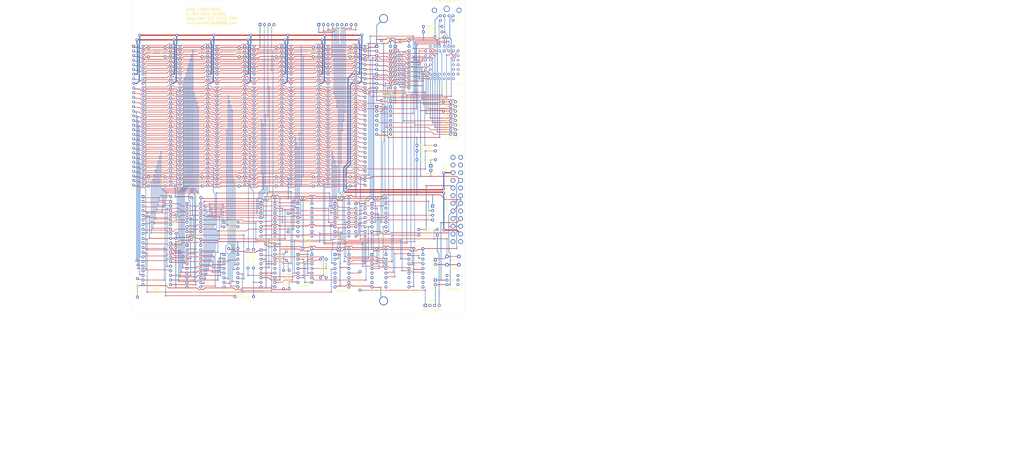
<source format=kicad_pcb>
(kicad_pcb (version 20171130) (host pcbnew "(5.1.8)-1")
  (layers (0 F.Cu signal) (31 B.Cu signal) (34 B.Paste user) (35 F.Paste user) (36 B.SilkS user) (37 F.SilkS user) (38 B.Mask user) (39 F.Mask user) (44 Edge.Cuts user))
  (net 0 "")
  (net 1 /5+)
  (net 2 /GND)
  (net 3 /RESET)
  (net 4 /IRQ2)
  (net 5 /5-)
  (net 6 /DRQ2)
  (net 7 /12-)
  (net 8 /12+)
  (net 9 /DACK3)
  (net 10 /DRQ3)
  (net 11 /DACK1)
  (net 12 /DRQ1)
  (net 13 /IRQ7)
  (net 14 /IRQ6)
  (net 15 /IRQ5)
  (net 16 /IRQ4)
  (net 17 /IRQ3)
  (net 18 /DACK2)
  (net 19 /TC)
  (net 20 /ALE)
  (net 21 /OSC)
  (net 22 /CH_CK)
  (net 23 /D7)
  (net 24 /D6)
  (net 25 /D5)
  (net 26 /D4)
  (net 27 /D3)
  (net 28 /D2)
  (net 29 /D1)
  (net 30 /D0)
  (net 31 /RDY1)
  (net 32 /AEN)
  (net 33 /A19)
  (net 34 /A18)
  (net 35 /A17)
  (net 36 /A16)
  (net 37 /A15)
  (net 38 /A14)
  (net 39 /A13)
  (net 40 /A12)
  (net 41 /A11)
  (net 42 /A10)
  (net 43 /A9)
  (net 44 /A8)
  (net 45 /A7)
  (net 46 /A6)
  (net 47 /A5)
  (net 48 /A4)
  (net 49 /A3)
  (net 50 /A2)
  (net 51 /A1)
  (net 52 /A0)
  (net 53 /CLK)
  (net 54 /LED_GND)
  (net 55 /RESOUT)
  (net 56 /MWR)
  (net 57 /MRD)
  (net 58 /IOWR)
  (net 59 /IORD)
  (net 60 /REFRQ)
  (net 61 /IO_0060)
  (net 62 /IN_IRQ6)
  (net 63 /IO_00EX)
  (net 64 /POWER_GOOD)
  (net 65 /NMI_EN)
  (net 66 /HOLDA)
  (net 67 /NMI)
  (net 68 /READY)
  (net 69 /HF_PCLK)
  (net 70 /IRQ1)
  (net 71 /SPK_OUT)
  (net 72 /SPK_GO)
  (net 73 /SPK_EN)
  (net 74 /IO_0XXX)
  (net 75 "Net-(U9-Pad7)")
  (net 76 "Net-(U9-Pad14)")
  (net 77 "Net-(U9-Pad13)")
  (net 78 "Net-(U9-Pad12)")
  (net 79 "Net-(U9-Pad11)")
  (net 80 "Net-(U9-Pad10)")
  (net 81 "Net-(U9-Pad9)")
  (net 82 /PCLK)
  (net 83 "Net-(U11-Pad14)")
  (net 84 /X2_8284)
  (net 85 /X1_8284)
  (net 86 "Net-(U12-Pad9)")
  (net 87 "Net-(U12-Pad10)")
  (net 88 "Net-(U12-Pad11)")
  (net 89 "Net-(U12-Pad12)")
  (net 90 "Net-(U12-Pad13)")
  (net 91 "Net-(U12-Pad14)")
  (net 92 "Net-(U12-Pad7)")
  (net 93 /IO_00XX)
  (net 94 "Net-(U13-Pad9)")
  (net 95 "Net-(U13-Pad10)")
  (net 96 /IO_006X)
  (net 97 /FB2)
  (net 98 /PORT_0X61_CS)
  (net 99 /NMI_EN_139)
  (net 100 /PORT_0X61_EN)
  (net 101 /NMI_INPUT)
  (net 102 "Net-(U17-Pad9)")
  (net 103 "Net-(U17-Pad10)")
  (net 104 /IO_0061)
  (net 105 "Net-(U17-Pad5)")
  (net 106 "Net-(U17-Pad6)")
  (net 107 "Net-(U17-Pad7)")
  (net 108 "Net-(U117-Pad7)")
  (net 109 "Net-(U117-Pad6)")
  (net 110 "Net-(U117-Pad5)")
  (net 111 /NC)
  (net 112 /T1)
  (net 113 "Net-(J2-Pad2)")
  (net 114 /T0)
  (net 115 "Net-(J2-Pad6)")
  (net 116 "Net-(U19-Pad1)")
  (net 117 /KBD_CLK)
  (net 118 "Net-(U19-Pad6)")
  (net 119 /KBD_DATA)
  (net 120 "Net-(U19-Pad12)")
  (net 121 "Net-(U19-Pad13)")
  (net 122 "Net-(U19-Pad23)")
  (net 123 "Net-(U19-Pad25)")
  (net 124 "Net-(U19-Pad27)")
  (net 125 "Net-(U19-Pad29)")
  (net 126 "Net-(U19-Pad24)")
  (net 127 "Net-(U19-Pad26)")
  (net 128 "Net-(U19-Pad28)")
  (net 129 "Net-(U19-Pad30)")
  (net 130 "Net-(U19-Pad32)")
  (net 131 "Net-(U19-Pad34)")
  (net 132 "Net-(U19-Pad36)")
  (net 133 "Net-(U19-Pad40)")
  (net 134 "Net-(U19-Pad31)")
  (net 135 "Net-(U19-Pad33)")
  (net 136 "Net-(U19-Pad35)")
  (net 137 "Net-(U19-Pad37)")
  (net 138 /KBD_CLK_INVERTED)
  (net 139 /POWER_ON)
  (net 140 "Net-(ATXPOWER1-Pad13)")
  (net 141 "Net-(ATXPOWER1-Pad24)")
  (net 142 "Net-(ATXPOWER1-Pad23)")
  (net 143 "Net-(ATXPOWER1-Pad22)")
  (net 144 "Net-(ATXPOWER1-Pad17)")
  (net 145 "Net-(ATXPOWER1-Pad1)")
  (net 146 "Net-(ATXPOWER1-Pad2)")
  (net 147 "Net-(ATXPOWER1-Pad7)")
  (net 148 "Net-(ATXPOWER1-Pad9)")
  (net 149 "Net-(ATXPOWER1-Pad11)")
  (net 150 "Net-(ATXPOWER1-Pad12)")
  (net 151 "Net-(8x8mm1-Pad6)")
  (net 152 "Net-(8x8mm1-Pad5)")
  (net 153 "Net-(8x8mm1-Pad4)")
  (net 154 "Net-(8x8mm1-Pad1)")
  (net 155 /IO_000X)
  (net 156 /IO_002X)
  (net 157 /IO_004X)
  (net 158 /IO_008X)
  (net 159 /FB1)
  (net 160 /HF_OSC)
  (net 161 "Net-(U19-Pad4)")
  (net 162 "Net-(J3-Pad2)")
  (net 163 /SPK_PIN_O)
  (net 164 /HOLD)
  (net 165 /SPK_PIN)
  (net 166 /SPK_EN_)
  (net 167 "Net-(U117-Pad11)")
  (net 168 "Net-(U117-Pad10)")
  (net 169 "Net-(U117-Pad9)")
  (net 170 /OSC88)
  (net 171 /CLK88)
  (net 172 /OSC88HF)
  (net 173 /PCLK88)
  (net 174 "Net-(ATXPOWER1-Pad20)")
  (net 175 /DRQ0)
  (net 176 "Net-(J10-Pad7)")
  (net 177 "Net-(U1-Pad7)")
  (net 178 "Net-(U1-Pad6)")
  (net 179 "Net-(U1-Pad5)")
  (net 180 /PORT_61_RD)
  (net 181 "Net-(U1-Pad11)")
  (net 182 "Net-(U1-Pad10)")
  (net 183 "Net-(U1-Pad9)")
  (net 184 /PORT_61_7)
  (net 185 /PORT_61_6)
  (net 186 /PORT_61_4)
  (net 187 /PORT_61_3)
  (net 188 /PORT_61_2)
  (net 189 "Net-(U16-Pad12)")
  (net 190 "Net-(U16-Pad13)")
  (net 191 /DRQ0_)
  (net 192 /EOP)
  (net 193 /CLK88_1)
  (net 194 /ADSTB)
  (net 195 /DACK0)
  (net 196 /AEN_OE)
  (net 197 "Net-(U63-Pad2)")
  (net 198 "Net-(U63-Pad1)")
  (net 199 /760_EN)
  (module Button_Switch_THT:SW_DIP_SPSTx02_Slide_9.78x7.26mm_W7.62mm_P2.54mm (layer F.Cu) (at 9.906 140.462)
    (fp_text reference SW2 hide)
    (fp_text value "DRQ0/DACK0 EN" (at 3.81 5.96) (layer F.SilkS))
    (pad 4 thru_hole oval (at 7.62 0) (size 1.6 1.6) (drill 0.8) (layers *.Cu *.Mask) (net 175 /DRQ0))
    (pad 2 thru_hole oval (at 0 2.54) (size 1.6 1.6) (drill 0.8) (layers *.Cu *.Mask) (net 195 /DACK0))
    (pad 3 thru_hole oval (at 7.62 2.54) (size 1.6 1.6) (drill 0.8) (layers *.Cu *.Mask) (net 60 /REFRQ))
    (pad 1 thru_hole rect (at 0 0) (size 1.6 1.6) (drill 0.8) (layers *.Cu *.Mask) (net 191 /DRQ0_))
  )
  (module Connector_PinHeader_2.54mm:PinHeader_1x02_P2.54mm_Vertical (layer F.Cu) (at 125.984 161.036)
    (fp_text reference J12 hide)
    (fp_text value RESET (at 0 4.87) (layer F.SilkS))
    (pad 2 thru_hole oval (at 0 2.54) (size 1.7 1.7) (drill 1) (layers *.Cu *.Mask) (net 2 /GND))
    (pad 1 thru_hole rect (at 0 0) (size 1.7 1.7) (drill 1) (layers *.Cu *.Mask) (net 3 /RESET))
  )
  (module "" (layer F.Cu) (at -76.454 125.476)
    (fp_text reference "" (at -36.322 37.846) (layer F.SilkS) (effects (font (size 1.27 1.27))))
    (fp_text value "" (at -36.322 37.846) (layer F.SilkS) (effects (font (size 1.27 1.27))))
  )
  (module Motherboard:Large_Via (layer F.Cu) (at -36.322 37.846)
    (fp_text reference R hide)
    (fp_text value L hide)
    (pad 1 thru_hole circle (at 0 0) (size 1.524 1.524) (drill 0.762) (layers *.Cu *.Mask) (net 8 /12+))
  )
  (module Motherboard:Large_Via (layer F.Cu) (at -37.846 40.386)
    (fp_text reference R hide)
    (fp_text value L)
    (pad 1 thru_hole circle (at 0 0) (size 1.524 1.524) (drill 0.762) (layers *.Cu *.Mask) (net 7 /12-))
  )
  (module Motherboard:Large_Via (layer F.Cu) (at -16.002 37.846)
    (fp_text reference R hide)
    (fp_text value L hide)
    (pad 1 thru_hole circle (at 0 0) (size 1.524 1.524) (drill 0.762) (layers *.Cu *.Mask) (net 8 /12+))
  )
  (module Motherboard:Large_Via (layer F.Cu) (at -17.526 40.386)
    (fp_text reference R hide)
    (fp_text value L)
    (pad 1 thru_hole circle (at 0 0) (size 1.524 1.524) (drill 0.762) (layers *.Cu *.Mask) (net 7 /12-))
  )
  (module Motherboard:Large_Via (layer F.Cu) (at 2.794 40.386)
    (fp_text reference R hide)
    (fp_text value L)
    (pad 1 thru_hole circle (at 0 0) (size 1.524 1.524) (drill 0.762) (layers *.Cu *.Mask) (net 7 /12-))
  )
  (module Motherboard:Large_Via (layer F.Cu) (at 4.318 37.846)
    (fp_text reference R hide)
    (fp_text value L hide)
    (pad 1 thru_hole circle (at 0 0) (size 1.524 1.524) (drill 0.762) (layers *.Cu *.Mask) (net 8 /12+))
  )
  (module Motherboard:8-bit-ISA (layer F.Cu) (at 61.976 43.942)
    (fp_text reference J8 hide)
    (fp_text value Bus_ISA_8bit)
    (pad 62 thru_hole circle (at 5.08 76.2) (size 1.524 1.524) (drill 0.762) (layers *.Cu *.Mask) (net 52 /A0))
    (pad 61 thru_hole circle (at 5.08 73.66) (size 1.524 1.524) (drill 0.762) (layers *.Cu *.Mask) (net 51 /A1))
    (pad 60 thru_hole circle (at 5.08 71.12) (size 1.524 1.524) (drill 0.762) (layers *.Cu *.Mask) (net 50 /A2))
    (pad 59 thru_hole circle (at 5.08 68.58) (size 1.524 1.524) (drill 0.762) (layers *.Cu *.Mask) (net 49 /A3))
    (pad 58 thru_hole circle (at 5.08 66.04) (size 1.524 1.524) (drill 0.762) (layers *.Cu *.Mask) (net 48 /A4))
    (pad 57 thru_hole circle (at 5.08 63.5) (size 1.524 1.524) (drill 0.762) (layers *.Cu *.Mask) (net 47 /A5))
    (pad 56 thru_hole circle (at 5.08 60.96) (size 1.524 1.524) (drill 0.762) (layers *.Cu *.Mask) (net 46 /A6))
    (pad 55 thru_hole circle (at 5.08 58.42) (size 1.524 1.524) (drill 0.762) (layers *.Cu *.Mask) (net 45 /A7))
    (pad 54 thru_hole circle (at 5.08 55.88) (size 1.524 1.524) (drill 0.762) (layers *.Cu *.Mask) (net 44 /A8))
    (pad 53 thru_hole circle (at 5.08 53.34) (size 1.524 1.524) (drill 0.762) (layers *.Cu *.Mask) (net 43 /A9))
    (pad 52 thru_hole circle (at 5.08 50.8) (size 1.524 1.524) (drill 0.762) (layers *.Cu *.Mask) (net 42 /A10))
    (pad 51 thru_hole circle (at 5.08 48.26) (size 1.524 1.524) (drill 0.762) (layers *.Cu *.Mask) (net 41 /A11))
    (pad 50 thru_hole circle (at 5.08 45.72) (size 1.524 1.524) (drill 0.762) (layers *.Cu *.Mask) (net 40 /A12))
    (pad 49 thru_hole circle (at 5.08 43.18) (size 1.524 1.524) (drill 0.762) (layers *.Cu *.Mask) (net 39 /A13))
    (pad 48 thru_hole circle (at 5.08 40.64) (size 1.524 1.524) (drill 0.762) (layers *.Cu *.Mask) (net 38 /A14))
    (pad 47 thru_hole circle (at 5.08 38.1) (size 1.524 1.524) (drill 0.762) (layers *.Cu *.Mask) (net 37 /A15))
    (pad 46 thru_hole circle (at 5.08 35.56) (size 1.524 1.524) (drill 0.762) (layers *.Cu *.Mask) (net 36 /A16))
    (pad 45 thru_hole circle (at 5.08 33.02) (size 1.524 1.524) (drill 0.762) (layers *.Cu *.Mask) (net 35 /A17))
    (pad 44 thru_hole circle (at 5.08 30.48) (size 1.524 1.524) (drill 0.762) (layers *.Cu *.Mask) (net 34 /A18))
    (pad 43 thru_hole circle (at 5.08 27.94) (size 1.524 1.524) (drill 0.762) (layers *.Cu *.Mask) (net 33 /A19))
    (pad 42 thru_hole circle (at 5.08 25.4) (size 1.524 1.524) (drill 0.762) (layers *.Cu *.Mask) (net 32 /AEN))
    (pad 41 thru_hole circle (at 5.08 22.86) (size 1.524 1.524) (drill 0.762) (layers *.Cu *.Mask) (net 31 /RDY1))
    (pad 40 thru_hole circle (at 5.08 20.32) (size 1.524 1.524) (drill 0.762) (layers *.Cu *.Mask) (net 30 /D0))
    (pad 39 thru_hole circle (at 5.08 17.78) (size 1.524 1.524) (drill 0.762) (layers *.Cu *.Mask) (net 29 /D1))
    (pad 38 thru_hole circle (at 5.08 15.24) (size 1.524 1.524) (drill 0.762) (layers *.Cu *.Mask) (net 28 /D2))
    (pad 37 thru_hole circle (at 5.08 12.7) (size 1.524 1.524) (drill 0.762) (layers *.Cu *.Mask) (net 27 /D3))
    (pad 36 thru_hole circle (at 5.08 10.16) (size 1.524 1.524) (drill 0.762) (layers *.Cu *.Mask) (net 26 /D4))
    (pad 35 thru_hole circle (at 5.08 7.62) (size 1.524 1.524) (drill 0.762) (layers *.Cu *.Mask) (net 25 /D5))
    (pad 34 thru_hole circle (at 5.08 5.08) (size 1.524 1.524) (drill 0.762) (layers *.Cu *.Mask) (net 24 /D6))
    (pad 33 thru_hole circle (at 5.08 2.54) (size 1.524 1.524) (drill 0.762) (layers *.Cu *.Mask) (net 23 /D7))
    (pad 32 thru_hole circle (at 5.08 0) (size 1.524 1.524) (drill 0.762) (layers *.Cu *.Mask) (net 22 /CH_CK))
    (pad 31 thru_hole circle (at 0 76.2) (size 1.524 1.524) (drill 0.762) (layers *.Cu *.Mask) (net 2 /GND))
    (pad 30 thru_hole circle (at 0 73.66) (size 1.524 1.524) (drill 0.762) (layers *.Cu *.Mask) (net 170 /OSC88))
    (pad 29 thru_hole circle (at 0 71.12) (size 1.524 1.524) (drill 0.762) (layers *.Cu *.Mask) (net 1 /5+))
    (pad 28 thru_hole circle (at 0 68.58) (size 1.524 1.524) (drill 0.762) (layers *.Cu *.Mask) (net 20 /ALE))
    (pad 27 thru_hole circle (at 0 66.04) (size 1.524 1.524) (drill 0.762) (layers *.Cu *.Mask) (net 19 /TC))
    (pad 26 thru_hole circle (at 0 63.5) (size 1.524 1.524) (drill 0.762) (layers *.Cu *.Mask) (net 18 /DACK2))
    (pad 25 thru_hole circle (at 0 60.96) (size 1.524 1.524) (drill 0.762) (layers *.Cu *.Mask) (net 17 /IRQ3))
    (pad 24 thru_hole circle (at 0 58.42) (size 1.524 1.524) (drill 0.762) (layers *.Cu *.Mask) (net 16 /IRQ4))
    (pad 23 thru_hole circle (at 0 55.88) (size 1.524 1.524) (drill 0.762) (layers *.Cu *.Mask) (net 15 /IRQ5))
    (pad 22 thru_hole circle (at 0 53.34) (size 1.524 1.524) (drill 0.762) (layers *.Cu *.Mask) (net 14 /IRQ6))
    (pad 21 thru_hole circle (at 0 50.8) (size 1.524 1.524) (drill 0.762) (layers *.Cu *.Mask) (net 13 /IRQ7))
    (pad 20 thru_hole circle (at 0 48.26) (size 1.524 1.524) (drill 0.762) (layers *.Cu *.Mask) (net 171 /CLK88))
    (pad 19 thru_hole circle (at 0 45.72) (size 1.524 1.524) (drill 0.762) (layers *.Cu *.Mask) (net 60 /REFRQ))
    (pad 18 thru_hole circle (at 0 43.18) (size 1.524 1.524) (drill 0.762) (layers *.Cu *.Mask) (net 12 /DRQ1))
    (pad 17 thru_hole circle (at 0 40.64) (size 1.524 1.524) (drill 0.762) (layers *.Cu *.Mask) (net 11 /DACK1))
    (pad 16 thru_hole circle (at 0 38.1) (size 1.524 1.524) (drill 0.762) (layers *.Cu *.Mask) (net 10 /DRQ3))
    (pad 15 thru_hole circle (at 0 35.56) (size 1.524 1.524) (drill 0.762) (layers *.Cu *.Mask) (net 9 /DACK3))
    (pad 14 thru_hole circle (at 0 33.02) (size 1.524 1.524) (drill 0.762) (layers *.Cu *.Mask) (net 59 /IORD))
    (pad 13 thru_hole circle (at 0 30.48) (size 1.524 1.524) (drill 0.762) (layers *.Cu *.Mask) (net 58 /IOWR))
    (pad 12 thru_hole circle (at 0 27.94) (size 1.524 1.524) (drill 0.762) (layers *.Cu *.Mask) (net 57 /MRD))
    (pad 11 thru_hole circle (at 0 25.4) (size 1.524 1.524) (drill 0.762) (layers *.Cu *.Mask) (net 56 /MWR))
    (pad 10 thru_hole circle (at 0 22.86) (size 1.524 1.524) (drill 0.762) (layers *.Cu *.Mask) (net 2 /GND))
    (pad 9 thru_hole circle (at 0 20.32) (size 1.524 1.524) (drill 0.762) (layers *.Cu *.Mask) (net 8 /12+))
    (pad 8 thru_hole circle (at 0 17.78) (size 1.524 1.524) (drill 0.762) (layers *.Cu *.Mask) (net 111 /NC))
    (pad 7 thru_hole circle (at 0 15.24) (size 1.524 1.524) (drill 0.762) (layers *.Cu *.Mask) (net 7 /12-))
    (pad 6 thru_hole circle (at 0 12.7) (size 1.524 1.524) (drill 0.762) (layers *.Cu *.Mask) (net 6 /DRQ2))
    (pad 5 thru_hole circle (at 0 10.16) (size 1.524 1.524) (drill 0.762) (layers *.Cu *.Mask) (net 5 /5-))
    (pad 4 thru_hole circle (at 0 7.62) (size 1.524 1.524) (drill 0.762) (layers *.Cu *.Mask) (net 4 /IRQ2))
    (pad 3 thru_hole circle (at 0 5.08) (size 1.524 1.524) (drill 0.762) (layers *.Cu *.Mask) (net 1 /5+))
    (pad 2 thru_hole circle (at 0 2.54) (size 1.524 1.524) (drill 0.762) (layers *.Cu *.Mask) (net 55 /RESOUT))
    (pad 1 thru_hole rect (at 0 0) (size 1.524 1.524) (drill 0.762) (layers *.Cu *.Mask) (net 2 /GND))
  )
  (module Motherboard:8-bit-ISA (layer F.Cu) (at -39.624 43.942)
    (fp_text reference J1 hide)
    (fp_text value Bus_ISA_8bit)
    (pad 62 thru_hole circle (at 5.08 76.2) (size 1.524 1.524) (drill 0.762) (layers *.Cu *.Mask) (net 52 /A0))
    (pad 61 thru_hole circle (at 5.08 73.66) (size 1.524 1.524) (drill 0.762) (layers *.Cu *.Mask) (net 51 /A1))
    (pad 60 thru_hole circle (at 5.08 71.12) (size 1.524 1.524) (drill 0.762) (layers *.Cu *.Mask) (net 50 /A2))
    (pad 59 thru_hole circle (at 5.08 68.58) (size 1.524 1.524) (drill 0.762) (layers *.Cu *.Mask) (net 49 /A3))
    (pad 58 thru_hole circle (at 5.08 66.04) (size 1.524 1.524) (drill 0.762) (layers *.Cu *.Mask) (net 48 /A4))
    (pad 57 thru_hole circle (at 5.08 63.5) (size 1.524 1.524) (drill 0.762) (layers *.Cu *.Mask) (net 47 /A5))
    (pad 56 thru_hole circle (at 5.08 60.96) (size 1.524 1.524) (drill 0.762) (layers *.Cu *.Mask) (net 46 /A6))
    (pad 55 thru_hole circle (at 5.08 58.42) (size 1.524 1.524) (drill 0.762) (layers *.Cu *.Mask) (net 45 /A7))
    (pad 54 thru_hole circle (at 5.08 55.88) (size 1.524 1.524) (drill 0.762) (layers *.Cu *.Mask) (net 44 /A8))
    (pad 53 thru_hole circle (at 5.08 53.34) (size 1.524 1.524) (drill 0.762) (layers *.Cu *.Mask) (net 43 /A9))
    (pad 52 thru_hole circle (at 5.08 50.8) (size 1.524 1.524) (drill 0.762) (layers *.Cu *.Mask) (net 42 /A10))
    (pad 51 thru_hole circle (at 5.08 48.26) (size 1.524 1.524) (drill 0.762) (layers *.Cu *.Mask) (net 41 /A11))
    (pad 50 thru_hole circle (at 5.08 45.72) (size 1.524 1.524) (drill 0.762) (layers *.Cu *.Mask) (net 40 /A12))
    (pad 49 thru_hole circle (at 5.08 43.18) (size 1.524 1.524) (drill 0.762) (layers *.Cu *.Mask) (net 39 /A13))
    (pad 48 thru_hole circle (at 5.08 40.64) (size 1.524 1.524) (drill 0.762) (layers *.Cu *.Mask) (net 38 /A14))
    (pad 47 thru_hole circle (at 5.08 38.1) (size 1.524 1.524) (drill 0.762) (layers *.Cu *.Mask) (net 37 /A15))
    (pad 46 thru_hole circle (at 5.08 35.56) (size 1.524 1.524) (drill 0.762) (layers *.Cu *.Mask) (net 36 /A16))
    (pad 45 thru_hole circle (at 5.08 33.02) (size 1.524 1.524) (drill 0.762) (layers *.Cu *.Mask) (net 35 /A17))
    (pad 44 thru_hole circle (at 5.08 30.48) (size 1.524 1.524) (drill 0.762) (layers *.Cu *.Mask) (net 34 /A18))
    (pad 43 thru_hole circle (at 5.08 27.94) (size 1.524 1.524) (drill 0.762) (layers *.Cu *.Mask) (net 33 /A19))
    (pad 42 thru_hole circle (at 5.08 25.4) (size 1.524 1.524) (drill 0.762) (layers *.Cu *.Mask) (net 32 /AEN))
    (pad 41 thru_hole circle (at 5.08 22.86) (size 1.524 1.524) (drill 0.762) (layers *.Cu *.Mask) (net 31 /RDY1))
    (pad 40 thru_hole circle (at 5.08 20.32) (size 1.524 1.524) (drill 0.762) (layers *.Cu *.Mask) (net 30 /D0))
    (pad 39 thru_hole circle (at 5.08 17.78) (size 1.524 1.524) (drill 0.762) (layers *.Cu *.Mask) (net 29 /D1))
    (pad 38 thru_hole circle (at 5.08 15.24) (size 1.524 1.524) (drill 0.762) (layers *.Cu *.Mask) (net 28 /D2))
    (pad 37 thru_hole circle (at 5.08 12.7) (size 1.524 1.524) (drill 0.762) (layers *.Cu *.Mask) (net 27 /D3))
    (pad 36 thru_hole circle (at 5.08 10.16) (size 1.524 1.524) (drill 0.762) (layers *.Cu *.Mask) (net 26 /D4))
    (pad 35 thru_hole circle (at 5.08 7.62) (size 1.524 1.524) (drill 0.762) (layers *.Cu *.Mask) (net 25 /D5))
    (pad 34 thru_hole circle (at 5.08 5.08) (size 1.524 1.524) (drill 0.762) (layers *.Cu *.Mask) (net 24 /D6))
    (pad 33 thru_hole circle (at 5.08 2.54) (size 1.524 1.524) (drill 0.762) (layers *.Cu *.Mask) (net 23 /D7))
    (pad 32 thru_hole circle (at 5.08 0) (size 1.524 1.524) (drill 0.762) (layers *.Cu *.Mask) (net 22 /CH_CK))
    (pad 31 thru_hole circle (at 0 76.2) (size 1.524 1.524) (drill 0.762) (layers *.Cu *.Mask) (net 2 /GND))
    (pad 30 thru_hole circle (at 0 73.66) (size 1.524 1.524) (drill 0.762) (layers *.Cu *.Mask) (net 170 /OSC88))
    (pad 29 thru_hole circle (at 0 71.12) (size 1.524 1.524) (drill 0.762) (layers *.Cu *.Mask) (net 1 /5+))
    (pad 28 thru_hole circle (at 0 68.58) (size 1.524 1.524) (drill 0.762) (layers *.Cu *.Mask) (net 20 /ALE))
    (pad 27 thru_hole circle (at 0 66.04) (size 1.524 1.524) (drill 0.762) (layers *.Cu *.Mask) (net 19 /TC))
    (pad 26 thru_hole circle (at 0 63.5) (size 1.524 1.524) (drill 0.762) (layers *.Cu *.Mask) (net 18 /DACK2))
    (pad 25 thru_hole circle (at 0 60.96) (size 1.524 1.524) (drill 0.762) (layers *.Cu *.Mask) (net 17 /IRQ3))
    (pad 24 thru_hole circle (at 0 58.42) (size 1.524 1.524) (drill 0.762) (layers *.Cu *.Mask) (net 16 /IRQ4))
    (pad 23 thru_hole circle (at 0 55.88) (size 1.524 1.524) (drill 0.762) (layers *.Cu *.Mask) (net 15 /IRQ5))
    (pad 22 thru_hole circle (at 0 53.34) (size 1.524 1.524) (drill 0.762) (layers *.Cu *.Mask) (net 14 /IRQ6))
    (pad 21 thru_hole circle (at 0 50.8) (size 1.524 1.524) (drill 0.762) (layers *.Cu *.Mask) (net 13 /IRQ7))
    (pad 20 thru_hole circle (at 0 48.26) (size 1.524 1.524) (drill 0.762) (layers *.Cu *.Mask) (net 171 /CLK88))
    (pad 19 thru_hole circle (at 0 45.72) (size 1.524 1.524) (drill 0.762) (layers *.Cu *.Mask) (net 60 /REFRQ))
    (pad 18 thru_hole circle (at 0 43.18) (size 1.524 1.524) (drill 0.762) (layers *.Cu *.Mask) (net 12 /DRQ1))
    (pad 17 thru_hole circle (at 0 40.64) (size 1.524 1.524) (drill 0.762) (layers *.Cu *.Mask) (net 11 /DACK1))
    (pad 16 thru_hole circle (at 0 38.1) (size 1.524 1.524) (drill 0.762) (layers *.Cu *.Mask) (net 10 /DRQ3))
    (pad 15 thru_hole circle (at 0 35.56) (size 1.524 1.524) (drill 0.762) (layers *.Cu *.Mask) (net 9 /DACK3))
    (pad 14 thru_hole circle (at 0 33.02) (size 1.524 1.524) (drill 0.762) (layers *.Cu *.Mask) (net 59 /IORD))
    (pad 13 thru_hole circle (at 0 30.48) (size 1.524 1.524) (drill 0.762) (layers *.Cu *.Mask) (net 58 /IOWR))
    (pad 12 thru_hole circle (at 0 27.94) (size 1.524 1.524) (drill 0.762) (layers *.Cu *.Mask) (net 57 /MRD))
    (pad 11 thru_hole circle (at 0 25.4) (size 1.524 1.524) (drill 0.762) (layers *.Cu *.Mask) (net 56 /MWR))
    (pad 10 thru_hole circle (at 0 22.86) (size 1.524 1.524) (drill 0.762) (layers *.Cu *.Mask) (net 2 /GND))
    (pad 9 thru_hole circle (at 0 20.32) (size 1.524 1.524) (drill 0.762) (layers *.Cu *.Mask) (net 8 /12+))
    (pad 8 thru_hole circle (at 0 17.78) (size 1.524 1.524) (drill 0.762) (layers *.Cu *.Mask) (net 111 /NC))
    (pad 7 thru_hole circle (at 0 15.24) (size 1.524 1.524) (drill 0.762) (layers *.Cu *.Mask) (net 7 /12-))
    (pad 6 thru_hole circle (at 0 12.7) (size 1.524 1.524) (drill 0.762) (layers *.Cu *.Mask) (net 6 /DRQ2))
    (pad 5 thru_hole circle (at 0 10.16) (size 1.524 1.524) (drill 0.762) (layers *.Cu *.Mask) (net 5 /5-))
    (pad 4 thru_hole circle (at 0 7.62) (size 1.524 1.524) (drill 0.762) (layers *.Cu *.Mask) (net 4 /IRQ2))
    (pad 3 thru_hole circle (at 0 5.08) (size 1.524 1.524) (drill 0.762) (layers *.Cu *.Mask) (net 1 /5+))
    (pad 2 thru_hole circle (at 0 2.54) (size 1.524 1.524) (drill 0.762) (layers *.Cu *.Mask) (net 55 /RESOUT))
    (pad 1 thru_hole rect (at 0 0) (size 1.524 1.524) (drill 0.762) (layers *.Cu *.Mask) (net 2 /GND))
  )
  (module Motherboard:8-bit-ISA (layer F.Cu) (at 41.656 43.942)
    (fp_text reference J7 hide)
    (fp_text value Bus_ISA_8bit)
    (pad 1 thru_hole rect (at 0 0) (size 1.524 1.524) (drill 0.762) (layers *.Cu *.Mask) (net 2 /GND))
    (pad 2 thru_hole circle (at 0 2.54) (size 1.524 1.524) (drill 0.762) (layers *.Cu *.Mask) (net 55 /RESOUT))
    (pad 3 thru_hole circle (at 0 5.08) (size 1.524 1.524) (drill 0.762) (layers *.Cu *.Mask) (net 1 /5+))
    (pad 4 thru_hole circle (at 0 7.62) (size 1.524 1.524) (drill 0.762) (layers *.Cu *.Mask) (net 4 /IRQ2))
    (pad 5 thru_hole circle (at 0 10.16) (size 1.524 1.524) (drill 0.762) (layers *.Cu *.Mask) (net 5 /5-))
    (pad 6 thru_hole circle (at 0 12.7) (size 1.524 1.524) (drill 0.762) (layers *.Cu *.Mask) (net 6 /DRQ2))
    (pad 7 thru_hole circle (at 0 15.24) (size 1.524 1.524) (drill 0.762) (layers *.Cu *.Mask) (net 7 /12-))
    (pad 8 thru_hole circle (at 0 17.78) (size 1.524 1.524) (drill 0.762) (layers *.Cu *.Mask) (net 111 /NC))
    (pad 9 thru_hole circle (at 0 20.32) (size 1.524 1.524) (drill 0.762) (layers *.Cu *.Mask) (net 8 /12+))
    (pad 10 thru_hole circle (at 0 22.86) (size 1.524 1.524) (drill 0.762) (layers *.Cu *.Mask) (net 2 /GND))
    (pad 11 thru_hole circle (at 0 25.4) (size 1.524 1.524) (drill 0.762) (layers *.Cu *.Mask) (net 56 /MWR))
    (pad 12 thru_hole circle (at 0 27.94) (size 1.524 1.524) (drill 0.762) (layers *.Cu *.Mask) (net 57 /MRD))
    (pad 13 thru_hole circle (at 0 30.48) (size 1.524 1.524) (drill 0.762) (layers *.Cu *.Mask) (net 58 /IOWR))
    (pad 14 thru_hole circle (at 0 33.02) (size 1.524 1.524) (drill 0.762) (layers *.Cu *.Mask) (net 59 /IORD))
    (pad 15 thru_hole circle (at 0 35.56) (size 1.524 1.524) (drill 0.762) (layers *.Cu *.Mask) (net 9 /DACK3))
    (pad 16 thru_hole circle (at 0 38.1) (size 1.524 1.524) (drill 0.762) (layers *.Cu *.Mask) (net 10 /DRQ3))
    (pad 17 thru_hole circle (at 0 40.64) (size 1.524 1.524) (drill 0.762) (layers *.Cu *.Mask) (net 11 /DACK1))
    (pad 18 thru_hole circle (at 0 43.18) (size 1.524 1.524) (drill 0.762) (layers *.Cu *.Mask) (net 12 /DRQ1))
    (pad 19 thru_hole circle (at 0 45.72) (size 1.524 1.524) (drill 0.762) (layers *.Cu *.Mask) (net 60 /REFRQ))
    (pad 20 thru_hole circle (at 0 48.26) (size 1.524 1.524) (drill 0.762) (layers *.Cu *.Mask) (net 171 /CLK88))
    (pad 21 thru_hole circle (at 0 50.8) (size 1.524 1.524) (drill 0.762) (layers *.Cu *.Mask) (net 13 /IRQ7))
    (pad 22 thru_hole circle (at 0 53.34) (size 1.524 1.524) (drill 0.762) (layers *.Cu *.Mask) (net 14 /IRQ6))
    (pad 23 thru_hole circle (at 0 55.88) (size 1.524 1.524) (drill 0.762) (layers *.Cu *.Mask) (net 15 /IRQ5))
    (pad 24 thru_hole circle (at 0 58.42) (size 1.524 1.524) (drill 0.762) (layers *.Cu *.Mask) (net 16 /IRQ4))
    (pad 25 thru_hole circle (at 0 60.96) (size 1.524 1.524) (drill 0.762) (layers *.Cu *.Mask) (net 17 /IRQ3))
    (pad 26 thru_hole circle (at 0 63.5) (size 1.524 1.524) (drill 0.762) (layers *.Cu *.Mask) (net 18 /DACK2))
    (pad 27 thru_hole circle (at 0 66.04) (size 1.524 1.524) (drill 0.762) (layers *.Cu *.Mask) (net 19 /TC))
    (pad 28 thru_hole circle (at 0 68.58) (size 1.524 1.524) (drill 0.762) (layers *.Cu *.Mask) (net 20 /ALE))
    (pad 29 thru_hole circle (at 0 71.12) (size 1.524 1.524) (drill 0.762) (layers *.Cu *.Mask) (net 1 /5+))
    (pad 30 thru_hole circle (at 0 73.66) (size 1.524 1.524) (drill 0.762) (layers *.Cu *.Mask) (net 170 /OSC88))
    (pad 31 thru_hole circle (at 0 76.2) (size 1.524 1.524) (drill 0.762) (layers *.Cu *.Mask) (net 2 /GND))
    (pad 32 thru_hole circle (at 5.08 0) (size 1.524 1.524) (drill 0.762) (layers *.Cu *.Mask) (net 22 /CH_CK))
    (pad 33 thru_hole circle (at 5.08 2.54) (size 1.524 1.524) (drill 0.762) (layers *.Cu *.Mask) (net 23 /D7))
    (pad 34 thru_hole circle (at 5.08 5.08) (size 1.524 1.524) (drill 0.762) (layers *.Cu *.Mask) (net 24 /D6))
    (pad 35 thru_hole circle (at 5.08 7.62) (size 1.524 1.524) (drill 0.762) (layers *.Cu *.Mask) (net 25 /D5))
    (pad 36 thru_hole circle (at 5.08 10.16) (size 1.524 1.524) (drill 0.762) (layers *.Cu *.Mask) (net 26 /D4))
    (pad 37 thru_hole circle (at 5.08 12.7) (size 1.524 1.524) (drill 0.762) (layers *.Cu *.Mask) (net 27 /D3))
    (pad 38 thru_hole circle (at 5.08 15.24) (size 1.524 1.524) (drill 0.762) (layers *.Cu *.Mask) (net 28 /D2))
    (pad 39 thru_hole circle (at 5.08 17.78) (size 1.524 1.524) (drill 0.762) (layers *.Cu *.Mask) (net 29 /D1))
    (pad 40 thru_hole circle (at 5.08 20.32) (size 1.524 1.524) (drill 0.762) (layers *.Cu *.Mask) (net 30 /D0))
    (pad 41 thru_hole circle (at 5.08 22.86) (size 1.524 1.524) (drill 0.762) (layers *.Cu *.Mask) (net 31 /RDY1))
    (pad 42 thru_hole circle (at 5.08 25.4) (size 1.524 1.524) (drill 0.762) (layers *.Cu *.Mask) (net 32 /AEN))
    (pad 43 thru_hole circle (at 5.08 27.94) (size 1.524 1.524) (drill 0.762) (layers *.Cu *.Mask) (net 33 /A19))
    (pad 44 thru_hole circle (at 5.08 30.48) (size 1.524 1.524) (drill 0.762) (layers *.Cu *.Mask) (net 34 /A18))
    (pad 45 thru_hole circle (at 5.08 33.02) (size 1.524 1.524) (drill 0.762) (layers *.Cu *.Mask) (net 35 /A17))
    (pad 46 thru_hole circle (at 5.08 35.56) (size 1.524 1.524) (drill 0.762) (layers *.Cu *.Mask) (net 36 /A16))
    (pad 47 thru_hole circle (at 5.08 38.1) (size 1.524 1.524) (drill 0.762) (layers *.Cu *.Mask) (net 37 /A15))
    (pad 48 thru_hole circle (at 5.08 40.64) (size 1.524 1.524) (drill 0.762) (layers *.Cu *.Mask) (net 38 /A14))
    (pad 49 thru_hole circle (at 5.08 43.18) (size 1.524 1.524) (drill 0.762) (layers *.Cu *.Mask) (net 39 /A13))
    (pad 50 thru_hole circle (at 5.08 45.72) (size 1.524 1.524) (drill 0.762) (layers *.Cu *.Mask) (net 40 /A12))
    (pad 51 thru_hole circle (at 5.08 48.26) (size 1.524 1.524) (drill 0.762) (layers *.Cu *.Mask) (net 41 /A11))
    (pad 52 thru_hole circle (at 5.08 50.8) (size 1.524 1.524) (drill 0.762) (layers *.Cu *.Mask) (net 42 /A10))
    (pad 53 thru_hole circle (at 5.08 53.34) (size 1.524 1.524) (drill 0.762) (layers *.Cu *.Mask) (net 43 /A9))
    (pad 54 thru_hole circle (at 5.08 55.88) (size 1.524 1.524) (drill 0.762) (layers *.Cu *.Mask) (net 44 /A8))
    (pad 55 thru_hole circle (at 5.08 58.42) (size 1.524 1.524) (drill 0.762) (layers *.Cu *.Mask) (net 45 /A7))
    (pad 56 thru_hole circle (at 5.08 60.96) (size 1.524 1.524) (drill 0.762) (layers *.Cu *.Mask) (net 46 /A6))
    (pad 57 thru_hole circle (at 5.08 63.5) (size 1.524 1.524) (drill 0.762) (layers *.Cu *.Mask) (net 47 /A5))
    (pad 58 thru_hole circle (at 5.08 66.04) (size 1.524 1.524) (drill 0.762) (layers *.Cu *.Mask) (net 48 /A4))
    (pad 59 thru_hole circle (at 5.08 68.58) (size 1.524 1.524) (drill 0.762) (layers *.Cu *.Mask) (net 49 /A3))
    (pad 60 thru_hole circle (at 5.08 71.12) (size 1.524 1.524) (drill 0.762) (layers *.Cu *.Mask) (net 50 /A2))
    (pad 61 thru_hole circle (at 5.08 73.66) (size 1.524 1.524) (drill 0.762) (layers *.Cu *.Mask) (net 51 /A1))
    (pad 62 thru_hole circle (at 5.08 76.2) (size 1.524 1.524) (drill 0.762) (layers *.Cu *.Mask) (net 52 /A0))
  )
  (module Motherboard:8-bit-ISA (layer F.Cu) (at 1.016 43.942)
    (fp_text reference J11 hide)
    (fp_text value Bus_ISA_8bit hide)
    (pad 62 thru_hole circle (at 5.08 76.2) (size 1.524 1.524) (drill 0.762) (layers *.Cu *.Mask) (net 52 /A0))
    (pad 61 thru_hole circle (at 5.08 73.66) (size 1.524 1.524) (drill 0.762) (layers *.Cu *.Mask) (net 51 /A1))
    (pad 60 thru_hole circle (at 5.08 71.12) (size 1.524 1.524) (drill 0.762) (layers *.Cu *.Mask) (net 50 /A2))
    (pad 59 thru_hole circle (at 5.08 68.58) (size 1.524 1.524) (drill 0.762) (layers *.Cu *.Mask) (net 49 /A3))
    (pad 58 thru_hole circle (at 5.08 66.04) (size 1.524 1.524) (drill 0.762) (layers *.Cu *.Mask) (net 48 /A4))
    (pad 57 thru_hole circle (at 5.08 63.5) (size 1.524 1.524) (drill 0.762) (layers *.Cu *.Mask) (net 47 /A5))
    (pad 56 thru_hole circle (at 5.08 60.96) (size 1.524 1.524) (drill 0.762) (layers *.Cu *.Mask) (net 46 /A6))
    (pad 55 thru_hole circle (at 5.08 58.42) (size 1.524 1.524) (drill 0.762) (layers *.Cu *.Mask) (net 45 /A7))
    (pad 54 thru_hole circle (at 5.08 55.88) (size 1.524 1.524) (drill 0.762) (layers *.Cu *.Mask) (net 44 /A8))
    (pad 53 thru_hole circle (at 5.08 53.34) (size 1.524 1.524) (drill 0.762) (layers *.Cu *.Mask) (net 43 /A9))
    (pad 52 thru_hole circle (at 5.08 50.8) (size 1.524 1.524) (drill 0.762) (layers *.Cu *.Mask) (net 42 /A10))
    (pad 51 thru_hole circle (at 5.08 48.26) (size 1.524 1.524) (drill 0.762) (layers *.Cu *.Mask) (net 41 /A11))
    (pad 50 thru_hole circle (at 5.08 45.72) (size 1.524 1.524) (drill 0.762) (layers *.Cu *.Mask) (net 40 /A12))
    (pad 49 thru_hole circle (at 5.08 43.18) (size 1.524 1.524) (drill 0.762) (layers *.Cu *.Mask) (net 39 /A13))
    (pad 48 thru_hole circle (at 5.08 40.64) (size 1.524 1.524) (drill 0.762) (layers *.Cu *.Mask) (net 38 /A14))
    (pad 47 thru_hole circle (at 5.08 38.1) (size 1.524 1.524) (drill 0.762) (layers *.Cu *.Mask) (net 37 /A15))
    (pad 46 thru_hole circle (at 5.08 35.56) (size 1.524 1.524) (drill 0.762) (layers *.Cu *.Mask) (net 36 /A16))
    (pad 45 thru_hole circle (at 5.08 33.02) (size 1.524 1.524) (drill 0.762) (layers *.Cu *.Mask) (net 35 /A17))
    (pad 44 thru_hole circle (at 5.08 30.48) (size 1.524 1.524) (drill 0.762) (layers *.Cu *.Mask) (net 34 /A18))
    (pad 43 thru_hole circle (at 5.08 27.94) (size 1.524 1.524) (drill 0.762) (layers *.Cu *.Mask) (net 33 /A19))
    (pad 42 thru_hole circle (at 5.08 25.4) (size 1.524 1.524) (drill 0.762) (layers *.Cu *.Mask) (net 32 /AEN))
    (pad 41 thru_hole circle (at 5.08 22.86) (size 1.524 1.524) (drill 0.762) (layers *.Cu *.Mask) (net 31 /RDY1))
    (pad 40 thru_hole circle (at 5.08 20.32) (size 1.524 1.524) (drill 0.762) (layers *.Cu *.Mask) (net 30 /D0))
    (pad 39 thru_hole circle (at 5.08 17.78) (size 1.524 1.524) (drill 0.762) (layers *.Cu *.Mask) (net 29 /D1))
    (pad 38 thru_hole circle (at 5.08 15.24) (size 1.524 1.524) (drill 0.762) (layers *.Cu *.Mask) (net 28 /D2))
    (pad 37 thru_hole circle (at 5.08 12.7) (size 1.524 1.524) (drill 0.762) (layers *.Cu *.Mask) (net 27 /D3))
    (pad 36 thru_hole circle (at 5.08 10.16) (size 1.524 1.524) (drill 0.762) (layers *.Cu *.Mask) (net 26 /D4))
    (pad 35 thru_hole circle (at 5.08 7.62) (size 1.524 1.524) (drill 0.762) (layers *.Cu *.Mask) (net 25 /D5))
    (pad 34 thru_hole circle (at 5.08 5.08) (size 1.524 1.524) (drill 0.762) (layers *.Cu *.Mask) (net 24 /D6))
    (pad 33 thru_hole circle (at 5.08 2.54) (size 1.524 1.524) (drill 0.762) (layers *.Cu *.Mask) (net 23 /D7))
    (pad 32 thru_hole circle (at 5.08 0) (size 1.524 1.524) (drill 0.762) (layers *.Cu *.Mask) (net 22 /CH_CK))
    (pad 31 thru_hole circle (at 0 76.2) (size 1.524 1.524) (drill 0.762) (layers *.Cu *.Mask) (net 2 /GND))
    (pad 30 thru_hole circle (at 0 73.66) (size 1.524 1.524) (drill 0.762) (layers *.Cu *.Mask) (net 170 /OSC88))
    (pad 29 thru_hole circle (at 0 71.12) (size 1.524 1.524) (drill 0.762) (layers *.Cu *.Mask) (net 1 /5+))
    (pad 28 thru_hole circle (at 0 68.58) (size 1.524 1.524) (drill 0.762) (layers *.Cu *.Mask) (net 20 /ALE))
    (pad 27 thru_hole circle (at 0 66.04) (size 1.524 1.524) (drill 0.762) (layers *.Cu *.Mask) (net 19 /TC))
    (pad 26 thru_hole circle (at 0 63.5) (size 1.524 1.524) (drill 0.762) (layers *.Cu *.Mask) (net 18 /DACK2))
    (pad 25 thru_hole circle (at 0 60.96) (size 1.524 1.524) (drill 0.762) (layers *.Cu *.Mask) (net 17 /IRQ3))
    (pad 24 thru_hole circle (at 0 58.42) (size 1.524 1.524) (drill 0.762) (layers *.Cu *.Mask) (net 16 /IRQ4))
    (pad 23 thru_hole circle (at 0 55.88) (size 1.524 1.524) (drill 0.762) (layers *.Cu *.Mask) (net 15 /IRQ5))
    (pad 22 thru_hole circle (at 0 53.34) (size 1.524 1.524) (drill 0.762) (layers *.Cu *.Mask) (net 14 /IRQ6))
    (pad 21 thru_hole circle (at 0 50.8) (size 1.524 1.524) (drill 0.762) (layers *.Cu *.Mask) (net 13 /IRQ7))
    (pad 20 thru_hole circle (at 0 48.26) (size 1.524 1.524) (drill 0.762) (layers *.Cu *.Mask) (net 171 /CLK88))
    (pad 19 thru_hole circle (at 0 45.72) (size 1.524 1.524) (drill 0.762) (layers *.Cu *.Mask) (net 60 /REFRQ))
    (pad 18 thru_hole circle (at 0 43.18) (size 1.524 1.524) (drill 0.762) (layers *.Cu *.Mask) (net 12 /DRQ1))
    (pad 17 thru_hole circle (at 0 40.64) (size 1.524 1.524) (drill 0.762) (layers *.Cu *.Mask) (net 11 /DACK1))
    (pad 16 thru_hole circle (at 0 38.1) (size 1.524 1.524) (drill 0.762) (layers *.Cu *.Mask) (net 10 /DRQ3))
    (pad 15 thru_hole circle (at 0 35.56) (size 1.524 1.524) (drill 0.762) (layers *.Cu *.Mask) (net 9 /DACK3))
    (pad 14 thru_hole circle (at 0 33.02) (size 1.524 1.524) (drill 0.762) (layers *.Cu *.Mask) (net 59 /IORD))
    (pad 13 thru_hole circle (at 0 30.48) (size 1.524 1.524) (drill 0.762) (layers *.Cu *.Mask) (net 58 /IOWR))
    (pad 12 thru_hole circle (at 0 27.94) (size 1.524 1.524) (drill 0.762) (layers *.Cu *.Mask) (net 57 /MRD))
    (pad 11 thru_hole circle (at 0 25.4) (size 1.524 1.524) (drill 0.762) (layers *.Cu *.Mask) (net 56 /MWR))
    (pad 10 thru_hole circle (at 0 22.86) (size 1.524 1.524) (drill 0.762) (layers *.Cu *.Mask) (net 2 /GND))
    (pad 9 thru_hole circle (at 0 20.32) (size 1.524 1.524) (drill 0.762) (layers *.Cu *.Mask) (net 8 /12+))
    (pad 8 thru_hole circle (at 0 17.78) (size 1.524 1.524) (drill 0.762) (layers *.Cu *.Mask) (net 111 /NC))
    (pad 7 thru_hole circle (at 0 15.24) (size 1.524 1.524) (drill 0.762) (layers *.Cu *.Mask) (net 7 /12-))
    (pad 6 thru_hole circle (at 0 12.7) (size 1.524 1.524) (drill 0.762) (layers *.Cu *.Mask) (net 6 /DRQ2))
    (pad 5 thru_hole circle (at 0 10.16) (size 1.524 1.524) (drill 0.762) (layers *.Cu *.Mask) (net 5 /5-))
    (pad 4 thru_hole circle (at 0 7.62) (size 1.524 1.524) (drill 0.762) (layers *.Cu *.Mask) (net 4 /IRQ2))
    (pad 3 thru_hole circle (at 0 5.08) (size 1.524 1.524) (drill 0.762) (layers *.Cu *.Mask) (net 1 /5+))
    (pad 2 thru_hole circle (at 0 2.54) (size 1.524 1.524) (drill 0.762) (layers *.Cu *.Mask) (net 55 /RESOUT))
    (pad 1 thru_hole rect (at 0 0) (size 1.524 1.524) (drill 0.762) (layers *.Cu *.Mask) (net 2 /GND))
  )
  (module Motherboard:8-bit-ISA (layer F.Cu) (at 82.296 43.942)
    (fp_text reference J9 hide)
    (fp_text value Bus_ISA_8bit hide)
    (pad 62 thru_hole circle (at 5.08 76.2) (size 1.524 1.524) (drill 0.762) (layers *.Cu *.Mask) (net 52 /A0))
    (pad 61 thru_hole circle (at 5.08 73.66) (size 1.524 1.524) (drill 0.762) (layers *.Cu *.Mask) (net 51 /A1))
    (pad 60 thru_hole circle (at 5.08 71.12) (size 1.524 1.524) (drill 0.762) (layers *.Cu *.Mask) (net 50 /A2))
    (pad 59 thru_hole circle (at 5.08 68.58) (size 1.524 1.524) (drill 0.762) (layers *.Cu *.Mask) (net 49 /A3))
    (pad 58 thru_hole circle (at 5.08 66.04) (size 1.524 1.524) (drill 0.762) (layers *.Cu *.Mask) (net 48 /A4))
    (pad 57 thru_hole circle (at 5.08 63.5) (size 1.524 1.524) (drill 0.762) (layers *.Cu *.Mask) (net 47 /A5))
    (pad 56 thru_hole circle (at 5.08 60.96) (size 1.524 1.524) (drill 0.762) (layers *.Cu *.Mask) (net 46 /A6))
    (pad 55 thru_hole circle (at 5.08 58.42) (size 1.524 1.524) (drill 0.762) (layers *.Cu *.Mask) (net 45 /A7))
    (pad 54 thru_hole circle (at 5.08 55.88) (size 1.524 1.524) (drill 0.762) (layers *.Cu *.Mask) (net 44 /A8))
    (pad 53 thru_hole circle (at 5.08 53.34) (size 1.524 1.524) (drill 0.762) (layers *.Cu *.Mask) (net 43 /A9))
    (pad 52 thru_hole circle (at 5.08 50.8) (size 1.524 1.524) (drill 0.762) (layers *.Cu *.Mask) (net 42 /A10))
    (pad 51 thru_hole circle (at 5.08 48.26) (size 1.524 1.524) (drill 0.762) (layers *.Cu *.Mask) (net 41 /A11))
    (pad 50 thru_hole circle (at 5.08 45.72) (size 1.524 1.524) (drill 0.762) (layers *.Cu *.Mask) (net 40 /A12))
    (pad 49 thru_hole circle (at 5.08 43.18) (size 1.524 1.524) (drill 0.762) (layers *.Cu *.Mask) (net 39 /A13))
    (pad 48 thru_hole circle (at 5.08 40.64) (size 1.524 1.524) (drill 0.762) (layers *.Cu *.Mask) (net 38 /A14))
    (pad 47 thru_hole circle (at 5.08 38.1) (size 1.524 1.524) (drill 0.762) (layers *.Cu *.Mask) (net 37 /A15))
    (pad 46 thru_hole circle (at 5.08 35.56) (size 1.524 1.524) (drill 0.762) (layers *.Cu *.Mask) (net 36 /A16))
    (pad 45 thru_hole circle (at 5.08 33.02) (size 1.524 1.524) (drill 0.762) (layers *.Cu *.Mask) (net 35 /A17))
    (pad 44 thru_hole circle (at 5.08 30.48) (size 1.524 1.524) (drill 0.762) (layers *.Cu *.Mask) (net 34 /A18))
    (pad 43 thru_hole circle (at 5.08 27.94) (size 1.524 1.524) (drill 0.762) (layers *.Cu *.Mask) (net 33 /A19))
    (pad 42 thru_hole circle (at 5.08 25.4) (size 1.524 1.524) (drill 0.762) (layers *.Cu *.Mask) (net 32 /AEN))
    (pad 41 thru_hole circle (at 5.08 22.86) (size 1.524 1.524) (drill 0.762) (layers *.Cu *.Mask) (net 31 /RDY1))
    (pad 40 thru_hole circle (at 5.08 20.32) (size 1.524 1.524) (drill 0.762) (layers *.Cu *.Mask) (net 30 /D0))
    (pad 39 thru_hole circle (at 5.08 17.78) (size 1.524 1.524) (drill 0.762) (layers *.Cu *.Mask) (net 29 /D1))
    (pad 38 thru_hole circle (at 5.08 15.24) (size 1.524 1.524) (drill 0.762) (layers *.Cu *.Mask) (net 28 /D2))
    (pad 37 thru_hole circle (at 5.08 12.7) (size 1.524 1.524) (drill 0.762) (layers *.Cu *.Mask) (net 27 /D3))
    (pad 36 thru_hole circle (at 5.08 10.16) (size 1.524 1.524) (drill 0.762) (layers *.Cu *.Mask) (net 26 /D4))
    (pad 35 thru_hole circle (at 5.08 7.62) (size 1.524 1.524) (drill 0.762) (layers *.Cu *.Mask) (net 25 /D5))
    (pad 34 thru_hole circle (at 5.08 5.08) (size 1.524 1.524) (drill 0.762) (layers *.Cu *.Mask) (net 24 /D6))
    (pad 33 thru_hole circle (at 5.08 2.54) (size 1.524 1.524) (drill 0.762) (layers *.Cu *.Mask) (net 23 /D7))
    (pad 32 thru_hole circle (at 5.08 0) (size 1.524 1.524) (drill 0.762) (layers *.Cu *.Mask) (net 22 /CH_CK))
    (pad 31 thru_hole circle (at 0 76.2) (size 1.524 1.524) (drill 0.762) (layers *.Cu *.Mask) (net 2 /GND))
    (pad 30 thru_hole circle (at 0 73.66) (size 1.524 1.524) (drill 0.762) (layers *.Cu *.Mask) (net 170 /OSC88))
    (pad 29 thru_hole circle (at 0 71.12) (size 1.524 1.524) (drill 0.762) (layers *.Cu *.Mask) (net 1 /5+))
    (pad 28 thru_hole circle (at 0 68.58) (size 1.524 1.524) (drill 0.762) (layers *.Cu *.Mask) (net 20 /ALE))
    (pad 27 thru_hole circle (at 0 66.04) (size 1.524 1.524) (drill 0.762) (layers *.Cu *.Mask) (net 19 /TC))
    (pad 26 thru_hole circle (at 0 63.5) (size 1.524 1.524) (drill 0.762) (layers *.Cu *.Mask) (net 18 /DACK2))
    (pad 25 thru_hole circle (at 0 60.96) (size 1.524 1.524) (drill 0.762) (layers *.Cu *.Mask) (net 17 /IRQ3))
    (pad 24 thru_hole circle (at 0 58.42) (size 1.524 1.524) (drill 0.762) (layers *.Cu *.Mask) (net 16 /IRQ4))
    (pad 23 thru_hole circle (at 0 55.88) (size 1.524 1.524) (drill 0.762) (layers *.Cu *.Mask) (net 15 /IRQ5))
    (pad 22 thru_hole circle (at 0 53.34) (size 1.524 1.524) (drill 0.762) (layers *.Cu *.Mask) (net 14 /IRQ6))
    (pad 21 thru_hole circle (at 0 50.8) (size 1.524 1.524) (drill 0.762) (layers *.Cu *.Mask) (net 13 /IRQ7))
    (pad 20 thru_hole circle (at 0 48.26) (size 1.524 1.524) (drill 0.762) (layers *.Cu *.Mask) (net 171 /CLK88))
    (pad 19 thru_hole circle (at 0 45.72) (size 1.524 1.524) (drill 0.762) (layers *.Cu *.Mask) (net 60 /REFRQ))
    (pad 18 thru_hole circle (at 0 43.18) (size 1.524 1.524) (drill 0.762) (layers *.Cu *.Mask) (net 12 /DRQ1))
    (pad 17 thru_hole circle (at 0 40.64) (size 1.524 1.524) (drill 0.762) (layers *.Cu *.Mask) (net 11 /DACK1))
    (pad 16 thru_hole circle (at 0 38.1) (size 1.524 1.524) (drill 0.762) (layers *.Cu *.Mask) (net 10 /DRQ3))
    (pad 15 thru_hole circle (at 0 35.56) (size 1.524 1.524) (drill 0.762) (layers *.Cu *.Mask) (net 9 /DACK3))
    (pad 14 thru_hole circle (at 0 33.02) (size 1.524 1.524) (drill 0.762) (layers *.Cu *.Mask) (net 59 /IORD))
    (pad 13 thru_hole circle (at 0 30.48) (size 1.524 1.524) (drill 0.762) (layers *.Cu *.Mask) (net 58 /IOWR))
    (pad 12 thru_hole circle (at 0 27.94) (size 1.524 1.524) (drill 0.762) (layers *.Cu *.Mask) (net 57 /MRD))
    (pad 11 thru_hole circle (at 0 25.4) (size 1.524 1.524) (drill 0.762) (layers *.Cu *.Mask) (net 56 /MWR))
    (pad 10 thru_hole circle (at 0 22.86) (size 1.524 1.524) (drill 0.762) (layers *.Cu *.Mask) (net 2 /GND))
    (pad 9 thru_hole circle (at 0 20.32) (size 1.524 1.524) (drill 0.762) (layers *.Cu *.Mask) (net 8 /12+))
    (pad 8 thru_hole circle (at 0 17.78) (size 1.524 1.524) (drill 0.762) (layers *.Cu *.Mask) (net 111 /NC))
    (pad 7 thru_hole circle (at 0 15.24) (size 1.524 1.524) (drill 0.762) (layers *.Cu *.Mask) (net 7 /12-))
    (pad 6 thru_hole circle (at 0 12.7) (size 1.524 1.524) (drill 0.762) (layers *.Cu *.Mask) (net 6 /DRQ2))
    (pad 5 thru_hole circle (at 0 10.16) (size 1.524 1.524) (drill 0.762) (layers *.Cu *.Mask) (net 5 /5-))
    (pad 4 thru_hole circle (at 0 7.62) (size 1.524 1.524) (drill 0.762) (layers *.Cu *.Mask) (net 4 /IRQ2))
    (pad 3 thru_hole circle (at 0 5.08) (size 1.524 1.524) (drill 0.762) (layers *.Cu *.Mask) (net 1 /5+))
    (pad 2 thru_hole circle (at 0 2.54) (size 1.524 1.524) (drill 0.762) (layers *.Cu *.Mask) (net 55 /RESOUT))
    (pad 1 thru_hole rect (at 0 0) (size 1.524 1.524) (drill 0.762) (layers *.Cu *.Mask) (net 2 /GND))
  )
  (module Motherboard:8-bit-ISA (layer F.Cu) (at -19.304 43.942)
    (fp_text reference J5 hide)
    (fp_text value Bus_ISA_8bit hide)
    (pad 62 thru_hole circle (at 5.08 76.2) (size 1.524 1.524) (drill 0.762) (layers *.Cu *.Mask) (net 52 /A0))
    (pad 61 thru_hole circle (at 5.08 73.66) (size 1.524 1.524) (drill 0.762) (layers *.Cu *.Mask) (net 51 /A1))
    (pad 60 thru_hole circle (at 5.08 71.12) (size 1.524 1.524) (drill 0.762) (layers *.Cu *.Mask) (net 50 /A2))
    (pad 59 thru_hole circle (at 5.08 68.58) (size 1.524 1.524) (drill 0.762) (layers *.Cu *.Mask) (net 49 /A3))
    (pad 58 thru_hole circle (at 5.08 66.04) (size 1.524 1.524) (drill 0.762) (layers *.Cu *.Mask) (net 48 /A4))
    (pad 57 thru_hole circle (at 5.08 63.5) (size 1.524 1.524) (drill 0.762) (layers *.Cu *.Mask) (net 47 /A5))
    (pad 56 thru_hole circle (at 5.08 60.96) (size 1.524 1.524) (drill 0.762) (layers *.Cu *.Mask) (net 46 /A6))
    (pad 55 thru_hole circle (at 5.08 58.42) (size 1.524 1.524) (drill 0.762) (layers *.Cu *.Mask) (net 45 /A7))
    (pad 54 thru_hole circle (at 5.08 55.88) (size 1.524 1.524) (drill 0.762) (layers *.Cu *.Mask) (net 44 /A8))
    (pad 53 thru_hole circle (at 5.08 53.34) (size 1.524 1.524) (drill 0.762) (layers *.Cu *.Mask) (net 43 /A9))
    (pad 52 thru_hole circle (at 5.08 50.8) (size 1.524 1.524) (drill 0.762) (layers *.Cu *.Mask) (net 42 /A10))
    (pad 51 thru_hole circle (at 5.08 48.26) (size 1.524 1.524) (drill 0.762) (layers *.Cu *.Mask) (net 41 /A11))
    (pad 50 thru_hole circle (at 5.08 45.72) (size 1.524 1.524) (drill 0.762) (layers *.Cu *.Mask) (net 40 /A12))
    (pad 49 thru_hole circle (at 5.08 43.18) (size 1.524 1.524) (drill 0.762) (layers *.Cu *.Mask) (net 39 /A13))
    (pad 48 thru_hole circle (at 5.08 40.64) (size 1.524 1.524) (drill 0.762) (layers *.Cu *.Mask) (net 38 /A14))
    (pad 47 thru_hole circle (at 5.08 38.1) (size 1.524 1.524) (drill 0.762) (layers *.Cu *.Mask) (net 37 /A15))
    (pad 46 thru_hole circle (at 5.08 35.56) (size 1.524 1.524) (drill 0.762) (layers *.Cu *.Mask) (net 36 /A16))
    (pad 45 thru_hole circle (at 5.08 33.02) (size 1.524 1.524) (drill 0.762) (layers *.Cu *.Mask) (net 35 /A17))
    (pad 44 thru_hole circle (at 5.08 30.48) (size 1.524 1.524) (drill 0.762) (layers *.Cu *.Mask) (net 34 /A18))
    (pad 43 thru_hole circle (at 5.08 27.94) (size 1.524 1.524) (drill 0.762) (layers *.Cu *.Mask) (net 33 /A19))
    (pad 42 thru_hole circle (at 5.08 25.4) (size 1.524 1.524) (drill 0.762) (layers *.Cu *.Mask) (net 32 /AEN))
    (pad 41 thru_hole circle (at 5.08 22.86) (size 1.524 1.524) (drill 0.762) (layers *.Cu *.Mask) (net 31 /RDY1))
    (pad 40 thru_hole circle (at 5.08 20.32) (size 1.524 1.524) (drill 0.762) (layers *.Cu *.Mask) (net 30 /D0))
    (pad 39 thru_hole circle (at 5.08 17.78) (size 1.524 1.524) (drill 0.762) (layers *.Cu *.Mask) (net 29 /D1))
    (pad 38 thru_hole circle (at 5.08 15.24) (size 1.524 1.524) (drill 0.762) (layers *.Cu *.Mask) (net 28 /D2))
    (pad 37 thru_hole circle (at 5.08 12.7) (size 1.524 1.524) (drill 0.762) (layers *.Cu *.Mask) (net 27 /D3))
    (pad 36 thru_hole circle (at 5.08 10.16) (size 1.524 1.524) (drill 0.762) (layers *.Cu *.Mask) (net 26 /D4))
    (pad 35 thru_hole circle (at 5.08 7.62) (size 1.524 1.524) (drill 0.762) (layers *.Cu *.Mask) (net 25 /D5))
    (pad 34 thru_hole circle (at 5.08 5.08) (size 1.524 1.524) (drill 0.762) (layers *.Cu *.Mask) (net 24 /D6))
    (pad 33 thru_hole circle (at 5.08 2.54) (size 1.524 1.524) (drill 0.762) (layers *.Cu *.Mask) (net 23 /D7))
    (pad 32 thru_hole circle (at 5.08 0) (size 1.524 1.524) (drill 0.762) (layers *.Cu *.Mask) (net 22 /CH_CK))
    (pad 31 thru_hole circle (at 0 76.2) (size 1.524 1.524) (drill 0.762) (layers *.Cu *.Mask) (net 2 /GND))
    (pad 30 thru_hole circle (at 0 73.66) (size 1.524 1.524) (drill 0.762) (layers *.Cu *.Mask) (net 170 /OSC88))
    (pad 29 thru_hole circle (at 0 71.12) (size 1.524 1.524) (drill 0.762) (layers *.Cu *.Mask) (net 1 /5+))
    (pad 28 thru_hole circle (at 0 68.58) (size 1.524 1.524) (drill 0.762) (layers *.Cu *.Mask) (net 20 /ALE))
    (pad 27 thru_hole circle (at 0 66.04) (size 1.524 1.524) (drill 0.762) (layers *.Cu *.Mask) (net 19 /TC))
    (pad 26 thru_hole circle (at 0 63.5) (size 1.524 1.524) (drill 0.762) (layers *.Cu *.Mask) (net 18 /DACK2))
    (pad 25 thru_hole circle (at 0 60.96) (size 1.524 1.524) (drill 0.762) (layers *.Cu *.Mask) (net 17 /IRQ3))
    (pad 24 thru_hole circle (at 0 58.42) (size 1.524 1.524) (drill 0.762) (layers *.Cu *.Mask) (net 16 /IRQ4))
    (pad 23 thru_hole circle (at 0 55.88) (size 1.524 1.524) (drill 0.762) (layers *.Cu *.Mask) (net 15 /IRQ5))
    (pad 22 thru_hole circle (at 0 53.34) (size 1.524 1.524) (drill 0.762) (layers *.Cu *.Mask) (net 14 /IRQ6))
    (pad 21 thru_hole circle (at 0 50.8) (size 1.524 1.524) (drill 0.762) (layers *.Cu *.Mask) (net 13 /IRQ7))
    (pad 20 thru_hole circle (at 0 48.26) (size 1.524 1.524) (drill 0.762) (layers *.Cu *.Mask) (net 171 /CLK88))
    (pad 19 thru_hole circle (at 0 45.72) (size 1.524 1.524) (drill 0.762) (layers *.Cu *.Mask) (net 60 /REFRQ))
    (pad 18 thru_hole circle (at 0 43.18) (size 1.524 1.524) (drill 0.762) (layers *.Cu *.Mask) (net 12 /DRQ1))
    (pad 17 thru_hole circle (at 0 40.64) (size 1.524 1.524) (drill 0.762) (layers *.Cu *.Mask) (net 11 /DACK1))
    (pad 16 thru_hole circle (at 0 38.1) (size 1.524 1.524) (drill 0.762) (layers *.Cu *.Mask) (net 10 /DRQ3))
    (pad 15 thru_hole circle (at 0 35.56) (size 1.524 1.524) (drill 0.762) (layers *.Cu *.Mask) (net 9 /DACK3))
    (pad 14 thru_hole circle (at 0 33.02) (size 1.524 1.524) (drill 0.762) (layers *.Cu *.Mask) (net 59 /IORD))
    (pad 13 thru_hole circle (at 0 30.48) (size 1.524 1.524) (drill 0.762) (layers *.Cu *.Mask) (net 58 /IOWR))
    (pad 12 thru_hole circle (at 0 27.94) (size 1.524 1.524) (drill 0.762) (layers *.Cu *.Mask) (net 57 /MRD))
    (pad 11 thru_hole circle (at 0 25.4) (size 1.524 1.524) (drill 0.762) (layers *.Cu *.Mask) (net 56 /MWR))
    (pad 10 thru_hole circle (at 0 22.86) (size 1.524 1.524) (drill 0.762) (layers *.Cu *.Mask) (net 2 /GND))
    (pad 9 thru_hole circle (at 0 20.32) (size 1.524 1.524) (drill 0.762) (layers *.Cu *.Mask) (net 8 /12+))
    (pad 8 thru_hole circle (at 0 17.78) (size 1.524 1.524) (drill 0.762) (layers *.Cu *.Mask) (net 111 /NC))
    (pad 7 thru_hole circle (at 0 15.24) (size 1.524 1.524) (drill 0.762) (layers *.Cu *.Mask) (net 7 /12-))
    (pad 6 thru_hole circle (at 0 12.7) (size 1.524 1.524) (drill 0.762) (layers *.Cu *.Mask) (net 6 /DRQ2))
    (pad 5 thru_hole circle (at 0 10.16) (size 1.524 1.524) (drill 0.762) (layers *.Cu *.Mask) (net 5 /5-))
    (pad 4 thru_hole circle (at 0 7.62) (size 1.524 1.524) (drill 0.762) (layers *.Cu *.Mask) (net 4 /IRQ2))
    (pad 3 thru_hole circle (at 0 5.08) (size 1.524 1.524) (drill 0.762) (layers *.Cu *.Mask) (net 1 /5+))
    (pad 2 thru_hole circle (at 0 2.54) (size 1.524 1.524) (drill 0.762) (layers *.Cu *.Mask) (net 55 /RESOUT))
    (pad 1 thru_hole rect (at 0 0) (size 1.524 1.524) (drill 0.762) (layers *.Cu *.Mask) (net 2 /GND))
  )
  (module Motherboard:8-bit-ISA (layer F.Cu) (at 21.336 43.942)
    (fp_text reference J4 hide)
    (fp_text value Bus_ISA_8bit hide)
    (pad 62 thru_hole circle (at 5.08 76.2) (size 1.524 1.524) (drill 0.762) (layers *.Cu *.Mask) (net 52 /A0))
    (pad 61 thru_hole circle (at 5.08 73.66) (size 1.524 1.524) (drill 0.762) (layers *.Cu *.Mask) (net 51 /A1))
    (pad 60 thru_hole circle (at 5.08 71.12) (size 1.524 1.524) (drill 0.762) (layers *.Cu *.Mask) (net 50 /A2))
    (pad 59 thru_hole circle (at 5.08 68.58) (size 1.524 1.524) (drill 0.762) (layers *.Cu *.Mask) (net 49 /A3))
    (pad 58 thru_hole circle (at 5.08 66.04) (size 1.524 1.524) (drill 0.762) (layers *.Cu *.Mask) (net 48 /A4))
    (pad 57 thru_hole circle (at 5.08 63.5) (size 1.524 1.524) (drill 0.762) (layers *.Cu *.Mask) (net 47 /A5))
    (pad 56 thru_hole circle (at 5.08 60.96) (size 1.524 1.524) (drill 0.762) (layers *.Cu *.Mask) (net 46 /A6))
    (pad 55 thru_hole circle (at 5.08 58.42) (size 1.524 1.524) (drill 0.762) (layers *.Cu *.Mask) (net 45 /A7))
    (pad 54 thru_hole circle (at 5.08 55.88) (size 1.524 1.524) (drill 0.762) (layers *.Cu *.Mask) (net 44 /A8))
    (pad 53 thru_hole circle (at 5.08 53.34) (size 1.524 1.524) (drill 0.762) (layers *.Cu *.Mask) (net 43 /A9))
    (pad 52 thru_hole circle (at 5.08 50.8) (size 1.524 1.524) (drill 0.762) (layers *.Cu *.Mask) (net 42 /A10))
    (pad 51 thru_hole circle (at 5.08 48.26) (size 1.524 1.524) (drill 0.762) (layers *.Cu *.Mask) (net 41 /A11))
    (pad 50 thru_hole circle (at 5.08 45.72) (size 1.524 1.524) (drill 0.762) (layers *.Cu *.Mask) (net 40 /A12))
    (pad 49 thru_hole circle (at 5.08 43.18) (size 1.524 1.524) (drill 0.762) (layers *.Cu *.Mask) (net 39 /A13))
    (pad 48 thru_hole circle (at 5.08 40.64) (size 1.524 1.524) (drill 0.762) (layers *.Cu *.Mask) (net 38 /A14))
    (pad 47 thru_hole circle (at 5.08 38.1) (size 1.524 1.524) (drill 0.762) (layers *.Cu *.Mask) (net 37 /A15))
    (pad 46 thru_hole circle (at 5.08 35.56) (size 1.524 1.524) (drill 0.762) (layers *.Cu *.Mask) (net 36 /A16))
    (pad 45 thru_hole circle (at 5.08 33.02) (size 1.524 1.524) (drill 0.762) (layers *.Cu *.Mask) (net 35 /A17))
    (pad 44 thru_hole circle (at 5.08 30.48) (size 1.524 1.524) (drill 0.762) (layers *.Cu *.Mask) (net 34 /A18))
    (pad 43 thru_hole circle (at 5.08 27.94) (size 1.524 1.524) (drill 0.762) (layers *.Cu *.Mask) (net 33 /A19))
    (pad 42 thru_hole circle (at 5.08 25.4) (size 1.524 1.524) (drill 0.762) (layers *.Cu *.Mask) (net 32 /AEN))
    (pad 41 thru_hole circle (at 5.08 22.86) (size 1.524 1.524) (drill 0.762) (layers *.Cu *.Mask) (net 31 /RDY1))
    (pad 40 thru_hole circle (at 5.08 20.32) (size 1.524 1.524) (drill 0.762) (layers *.Cu *.Mask) (net 30 /D0))
    (pad 39 thru_hole circle (at 5.08 17.78) (size 1.524 1.524) (drill 0.762) (layers *.Cu *.Mask) (net 29 /D1))
    (pad 38 thru_hole circle (at 5.08 15.24) (size 1.524 1.524) (drill 0.762) (layers *.Cu *.Mask) (net 28 /D2))
    (pad 37 thru_hole circle (at 5.08 12.7) (size 1.524 1.524) (drill 0.762) (layers *.Cu *.Mask) (net 27 /D3))
    (pad 36 thru_hole circle (at 5.08 10.16) (size 1.524 1.524) (drill 0.762) (layers *.Cu *.Mask) (net 26 /D4))
    (pad 35 thru_hole circle (at 5.08 7.62) (size 1.524 1.524) (drill 0.762) (layers *.Cu *.Mask) (net 25 /D5))
    (pad 34 thru_hole circle (at 5.08 5.08) (size 1.524 1.524) (drill 0.762) (layers *.Cu *.Mask) (net 24 /D6))
    (pad 33 thru_hole circle (at 5.08 2.54) (size 1.524 1.524) (drill 0.762) (layers *.Cu *.Mask) (net 23 /D7))
    (pad 32 thru_hole circle (at 5.08 0) (size 1.524 1.524) (drill 0.762) (layers *.Cu *.Mask) (net 22 /CH_CK))
    (pad 31 thru_hole circle (at 0 76.2) (size 1.524 1.524) (drill 0.762) (layers *.Cu *.Mask) (net 2 /GND))
    (pad 30 thru_hole circle (at 0 73.66) (size 1.524 1.524) (drill 0.762) (layers *.Cu *.Mask) (net 170 /OSC88))
    (pad 29 thru_hole circle (at 0 71.12) (size 1.524 1.524) (drill 0.762) (layers *.Cu *.Mask) (net 1 /5+))
    (pad 28 thru_hole circle (at 0 68.58) (size 1.524 1.524) (drill 0.762) (layers *.Cu *.Mask) (net 20 /ALE))
    (pad 27 thru_hole circle (at 0 66.04) (size 1.524 1.524) (drill 0.762) (layers *.Cu *.Mask) (net 19 /TC))
    (pad 26 thru_hole circle (at 0 63.5) (size 1.524 1.524) (drill 0.762) (layers *.Cu *.Mask) (net 18 /DACK2))
    (pad 25 thru_hole circle (at 0 60.96) (size 1.524 1.524) (drill 0.762) (layers *.Cu *.Mask) (net 17 /IRQ3))
    (pad 24 thru_hole circle (at 0 58.42) (size 1.524 1.524) (drill 0.762) (layers *.Cu *.Mask) (net 16 /IRQ4))
    (pad 23 thru_hole circle (at 0 55.88) (size 1.524 1.524) (drill 0.762) (layers *.Cu *.Mask) (net 15 /IRQ5))
    (pad 22 thru_hole circle (at 0 53.34) (size 1.524 1.524) (drill 0.762) (layers *.Cu *.Mask) (net 14 /IRQ6))
    (pad 21 thru_hole circle (at 0 50.8) (size 1.524 1.524) (drill 0.762) (layers *.Cu *.Mask) (net 13 /IRQ7))
    (pad 20 thru_hole circle (at 0 48.26) (size 1.524 1.524) (drill 0.762) (layers *.Cu *.Mask) (net 171 /CLK88))
    (pad 19 thru_hole circle (at 0 45.72) (size 1.524 1.524) (drill 0.762) (layers *.Cu *.Mask) (net 60 /REFRQ))
    (pad 18 thru_hole circle (at 0 43.18) (size 1.524 1.524) (drill 0.762) (layers *.Cu *.Mask) (net 12 /DRQ1))
    (pad 17 thru_hole circle (at 0 40.64) (size 1.524 1.524) (drill 0.762) (layers *.Cu *.Mask) (net 11 /DACK1))
    (pad 16 thru_hole circle (at 0 38.1) (size 1.524 1.524) (drill 0.762) (layers *.Cu *.Mask) (net 10 /DRQ3))
    (pad 15 thru_hole circle (at 0 35.56) (size 1.524 1.524) (drill 0.762) (layers *.Cu *.Mask) (net 9 /DACK3))
    (pad 14 thru_hole circle (at 0 33.02) (size 1.524 1.524) (drill 0.762) (layers *.Cu *.Mask) (net 59 /IORD))
    (pad 13 thru_hole circle (at 0 30.48) (size 1.524 1.524) (drill 0.762) (layers *.Cu *.Mask) (net 58 /IOWR))
    (pad 12 thru_hole circle (at 0 27.94) (size 1.524 1.524) (drill 0.762) (layers *.Cu *.Mask) (net 57 /MRD))
    (pad 11 thru_hole circle (at 0 25.4) (size 1.524 1.524) (drill 0.762) (layers *.Cu *.Mask) (net 56 /MWR))
    (pad 10 thru_hole circle (at 0 22.86) (size 1.524 1.524) (drill 0.762) (layers *.Cu *.Mask) (net 2 /GND))
    (pad 9 thru_hole circle (at 0 20.32) (size 1.524 1.524) (drill 0.762) (layers *.Cu *.Mask) (net 8 /12+))
    (pad 8 thru_hole circle (at 0 17.78) (size 1.524 1.524) (drill 0.762) (layers *.Cu *.Mask) (net 111 /NC))
    (pad 7 thru_hole circle (at 0 15.24) (size 1.524 1.524) (drill 0.762) (layers *.Cu *.Mask) (net 7 /12-))
    (pad 6 thru_hole circle (at 0 12.7) (size 1.524 1.524) (drill 0.762) (layers *.Cu *.Mask) (net 6 /DRQ2))
    (pad 5 thru_hole circle (at 0 10.16) (size 1.524 1.524) (drill 0.762) (layers *.Cu *.Mask) (net 5 /5-))
    (pad 4 thru_hole circle (at 0 7.62) (size 1.524 1.524) (drill 0.762) (layers *.Cu *.Mask) (net 4 /IRQ2))
    (pad 3 thru_hole circle (at 0 5.08) (size 1.524 1.524) (drill 0.762) (layers *.Cu *.Mask) (net 1 /5+))
    (pad 2 thru_hole circle (at 0 2.54) (size 1.524 1.524) (drill 0.762) (layers *.Cu *.Mask) (net 55 /RESOUT))
    (pad 1 thru_hole rect (at 0 0) (size 1.524 1.524) (drill 0.762) (layers *.Cu *.Mask) (net 2 /GND))
  )
  (module Capacitor_THT:C_Disc_D4.3mm_W1.9mm_P5.00mm (layer F.Cu) (at -2.032 120.57 90)
    (fp_text reference C19 hide)
    (fp_text value 0.1uF (at 2.46 -2.032 270 unlocked) (layer F.SilkS))
    (pad 2 thru_hole circle (at 5 0 90) (size 1.6 1.6) (drill 0.8) (layers *.Cu *.Mask) (net 1 /5+))
    (pad 1 thru_hole circle (at 0 0 90) (size 1.6 1.6) (drill 0.8) (layers *.Cu *.Mask) (net 2 /GND))
  )
  (module Capacitor_THT:C_Disc_D4.3mm_W1.9mm_P5.00mm (layer F.Cu) (at 18.288 120.57 90)
    (fp_text reference C18 hide)
    (fp_text value 0.1uF (at 2.46 -2.032 270 unlocked) (layer F.SilkS))
    (pad 2 thru_hole circle (at 5 0 90) (size 1.6 1.6) (drill 0.8) (layers *.Cu *.Mask) (net 1 /5+))
    (pad 1 thru_hole circle (at 0 0 90) (size 1.6 1.6) (drill 0.8) (layers *.Cu *.Mask) (net 2 /GND))
  )
  (module Capacitor_THT:C_Disc_D4.3mm_W1.9mm_P5.00mm (layer F.Cu) (at -22.352 120.57 90)
    (fp_text reference C17 hide)
    (fp_text value 0.1uF (at 2.46 -2.032 270 unlocked) (layer F.SilkS))
    (pad 2 thru_hole circle (at 5 0 90) (size 1.6 1.6) (drill 0.8) (layers *.Cu *.Mask) (net 1 /5+))
    (pad 1 thru_hole circle (at 0 0 90) (size 1.6 1.6) (drill 0.8) (layers *.Cu *.Mask) (net 2 /GND))
  )
  (module Capacitor_THT:C_Disc_D4.3mm_W1.9mm_P5.00mm (layer F.Cu) (at -22.352 44.704 270)
    (fp_text reference C16 hide)
    (fp_text value 0.1uF (at 2.5 2.2 270 unlocked) (layer F.SilkS))
    (pad 2 thru_hole circle (at 5 0 270) (size 1.6 1.6) (drill 0.8) (layers *.Cu *.Mask) (net 1 /5+))
    (pad 1 thru_hole circle (at 0 0 270) (size 1.6 1.6) (drill 0.8) (layers *.Cu *.Mask) (net 2 /GND))
  )
  (module Capacitor_THT:C_Disc_D4.3mm_W1.9mm_P5.00mm (layer F.Cu) (at 18.288 44.704 270)
    (fp_text reference C15 hide)
    (fp_text value 0.1uF (at 2.5 2.2 270 unlocked) (layer F.SilkS))
    (pad 2 thru_hole circle (at 5 0 270) (size 1.6 1.6) (drill 0.8) (layers *.Cu *.Mask) (net 1 /5+))
    (pad 1 thru_hole circle (at 0 0 270) (size 1.6 1.6) (drill 0.8) (layers *.Cu *.Mask) (net 2 /GND))
  )
  (module Capacitor_THT:C_Disc_D4.3mm_W1.9mm_P5.00mm (layer F.Cu) (at -2.032 44.704 270)
    (fp_text reference C14 hide)
    (fp_text value 0.1uF (at 2.5 2.2 270 unlocked) (layer F.SilkS))
    (pad 2 thru_hole circle (at 5 0 270) (size 1.6 1.6) (drill 0.8) (layers *.Cu *.Mask) (net 1 /5+))
    (pad 1 thru_hole circle (at 0 0 270) (size 1.6 1.6) (drill 0.8) (layers *.Cu *.Mask) (net 2 /GND))
  )
  (module MountingHole:MountingHole_3.7mm (layer F.Cu) (at -26.924 183.642)
    (fp_text reference REF** hide)
    (fp_text value MountingHole_3.7mm hide)
    (pad "" np_thru_hole circle (at 0 0) (size 3.9624 3.9624) (drill 3.9624) (layers *.Cu *.Mask))
  )
  (module MountingHole:MountingHole_3.7mm (layer F.Cu) (at -26.924 28.702)
    (fp_text reference REF** hide)
    (fp_text value MountingHole_3.7mm hide)
    (pad "" np_thru_hole circle (at 0 0) (size 3.9624 3.9624) (drill 3.9624) (layers *.Cu *.Mask))
  )
  (module Package_DIP:DIP-20_W7.62mm (layer F.Cu) (at -10.414 153.162)
    (fp_text reference U65 hide)
    (fp_text value 74LS573 (at 3.81 25.19) (layer F.SilkS))
    (pad 20 thru_hole oval (at 7.62 0) (size 1.6 1.6) (drill 0.8) (layers *.Cu *.Mask) (net 1 /5+))
    (pad 10 thru_hole oval (at 0 22.86) (size 1.6 1.6) (drill 0.8) (layers *.Cu *.Mask) (net 2 /GND))
    (pad 19 thru_hole oval (at 7.62 2.54) (size 1.6 1.6) (drill 0.8) (layers *.Cu *.Mask) (net 37 /A15))
    (pad 9 thru_hole oval (at 0 20.32) (size 1.6 1.6) (drill 0.8) (layers *.Cu *.Mask) (net 30 /D0))
    (pad 18 thru_hole oval (at 7.62 5.08) (size 1.6 1.6) (drill 0.8) (layers *.Cu *.Mask) (net 38 /A14))
    (pad 8 thru_hole oval (at 0 17.78) (size 1.6 1.6) (drill 0.8) (layers *.Cu *.Mask) (net 29 /D1))
    (pad 17 thru_hole oval (at 7.62 7.62) (size 1.6 1.6) (drill 0.8) (layers *.Cu *.Mask) (net 39 /A13))
    (pad 7 thru_hole oval (at 0 15.24) (size 1.6 1.6) (drill 0.8) (layers *.Cu *.Mask) (net 28 /D2))
    (pad 16 thru_hole oval (at 7.62 10.16) (size 1.6 1.6) (drill 0.8) (layers *.Cu *.Mask) (net 40 /A12))
    (pad 6 thru_hole oval (at 0 12.7) (size 1.6 1.6) (drill 0.8) (layers *.Cu *.Mask) (net 27 /D3))
    (pad 15 thru_hole oval (at 7.62 12.7) (size 1.6 1.6) (drill 0.8) (layers *.Cu *.Mask) (net 41 /A11))
    (pad 5 thru_hole oval (at 0 10.16) (size 1.6 1.6) (drill 0.8) (layers *.Cu *.Mask) (net 26 /D4))
    (pad 14 thru_hole oval (at 7.62 15.24) (size 1.6 1.6) (drill 0.8) (layers *.Cu *.Mask) (net 42 /A10))
    (pad 4 thru_hole oval (at 0 7.62) (size 1.6 1.6) (drill 0.8) (layers *.Cu *.Mask) (net 25 /D5))
    (pad 13 thru_hole oval (at 7.62 17.78) (size 1.6 1.6) (drill 0.8) (layers *.Cu *.Mask) (net 43 /A9))
    (pad 3 thru_hole oval (at 0 5.08) (size 1.6 1.6) (drill 0.8) (layers *.Cu *.Mask) (net 24 /D6))
    (pad 12 thru_hole oval (at 7.62 20.32) (size 1.6 1.6) (drill 0.8) (layers *.Cu *.Mask) (net 44 /A8))
    (pad 2 thru_hole oval (at 0 2.54) (size 1.6 1.6) (drill 0.8) (layers *.Cu *.Mask) (net 23 /D7))
    (pad 11 thru_hole oval (at 7.62 22.86) (size 1.6 1.6) (drill 0.8) (layers *.Cu *.Mask) (net 194 /ADSTB))
    (pad 1 thru_hole rect (at 0 0) (size 1.6 1.6) (drill 0.8) (layers *.Cu *.Mask) (net 196 /AEN_OE))
  )
  (module Package_DIP:DIP-16_W7.62mm (layer F.Cu) (at 9.906 158.242)
    (fp_text reference U64 hide)
    (fp_text value 74LS670 (at 3.81 20.11) (layer F.SilkS))
    (pad 16 thru_hole oval (at 7.62 0) (size 1.6 1.6) (drill 0.8) (layers *.Cu *.Mask) (net 1 /5+))
    (pad 8 thru_hole oval (at 0 17.78) (size 1.6 1.6) (drill 0.8) (layers *.Cu *.Mask) (net 2 /GND))
    (pad 15 thru_hole oval (at 7.62 2.54) (size 1.6 1.6) (drill 0.8) (layers *.Cu *.Mask) (net 30 /D0))
    (pad 7 thru_hole oval (at 0 15.24) (size 1.6 1.6) (drill 0.8) (layers *.Cu *.Mask) (net 34 /A18))
    (pad 14 thru_hole oval (at 7.62 5.08) (size 1.6 1.6) (drill 0.8) (layers *.Cu *.Mask) (net 52 /A0))
    (pad 6 thru_hole oval (at 0 12.7) (size 1.6 1.6) (drill 0.8) (layers *.Cu *.Mask) (net 33 /A19))
    (pad 13 thru_hole oval (at 7.62 7.62) (size 1.6 1.6) (drill 0.8) (layers *.Cu *.Mask) (net 51 /A1))
    (pad 5 thru_hole oval (at 0 10.16) (size 1.6 1.6) (drill 0.8) (layers *.Cu *.Mask) (net 9 /DACK3))
    (pad 12 thru_hole oval (at 7.62 10.16) (size 1.6 1.6) (drill 0.8) (layers *.Cu *.Mask) (net 199 /760_EN))
    (pad 4 thru_hole oval (at 0 7.62) (size 1.6 1.6) (drill 0.8) (layers *.Cu *.Mask) (net 18 /DACK2))
    (pad 11 thru_hole oval (at 7.62 12.7) (size 1.6 1.6) (drill 0.8) (layers *.Cu *.Mask) (net 196 /AEN_OE))
    (pad 3 thru_hole oval (at 0 5.08) (size 1.6 1.6) (drill 0.8) (layers *.Cu *.Mask) (net 27 /D3))
    (pad 10 thru_hole oval (at 7.62 15.24) (size 1.6 1.6) (drill 0.8) (layers *.Cu *.Mask) (net 36 /A16))
    (pad 2 thru_hole oval (at 0 2.54) (size 1.6 1.6) (drill 0.8) (layers *.Cu *.Mask) (net 28 /D2))
    (pad 9 thru_hole oval (at 7.62 17.78) (size 1.6 1.6) (drill 0.8) (layers *.Cu *.Mask) (net 35 /A17))
    (pad 1 thru_hole rect (at 0 0) (size 1.6 1.6) (drill 0.8) (layers *.Cu *.Mask) (net 29 /D1))
  )
  (module Package_DIP:DIP-14_W7.62mm (layer F.Cu) (at -10.414 130.302)
    (fp_text reference U63 hide)
    (fp_text value 74LS04 (at 3.81 17.57) (layer F.SilkS))
    (pad 14 thru_hole oval (at 7.62 0) (size 1.6 1.6) (drill 0.8) (layers *.Cu *.Mask) (net 1 /5+))
    (pad 7 thru_hole oval (at 0 15.24) (size 1.6 1.6) (drill 0.8) (layers *.Cu *.Mask) (net 2 /GND))
    (pad 13 thru_hole oval (at 7.62 2.54) (size 1.6 1.6) (drill 0.8) (layers *.Cu *.Mask))
    (pad 6 thru_hole oval (at 0 12.7) (size 1.6 1.6) (drill 0.8) (layers *.Cu *.Mask) (net 19 /TC))
    (pad 12 thru_hole oval (at 7.62 5.08) (size 1.6 1.6) (drill 0.8) (layers *.Cu *.Mask))
    (pad 5 thru_hole oval (at 0 10.16) (size 1.6 1.6) (drill 0.8) (layers *.Cu *.Mask) (net 192 /EOP))
    (pad 11 thru_hole oval (at 7.62 7.62) (size 1.6 1.6) (drill 0.8) (layers *.Cu *.Mask))
    (pad 4 thru_hole oval (at 0 7.62) (size 1.6 1.6) (drill 0.8) (layers *.Cu *.Mask) (net 196 /AEN_OE))
    (pad 10 thru_hole oval (at 7.62 10.16) (size 1.6 1.6) (drill 0.8) (layers *.Cu *.Mask))
    (pad 3 thru_hole oval (at 0 5.08) (size 1.6 1.6) (drill 0.8) (layers *.Cu *.Mask) (net 32 /AEN))
    (pad 9 thru_hole oval (at 7.62 12.7) (size 1.6 1.6) (drill 0.8) (layers *.Cu *.Mask))
    (pad 2 thru_hole oval (at 0 2.54) (size 1.6 1.6) (drill 0.8) (layers *.Cu *.Mask) (net 197 "Net-(U63-Pad2)"))
    (pad 8 thru_hole oval (at 7.62 15.24) (size 1.6 1.6) (drill 0.8) (layers *.Cu *.Mask))
    (pad 1 thru_hole rect (at 0 0) (size 1.6 1.6) (drill 0.8) (layers *.Cu *.Mask) (net 198 "Net-(U63-Pad1)"))
  )
  (module Package_DIP:DIP-40_W15.24mm (layer F.Cu) (at -34.544 126.492)
    (fp_text reference U61 hide)
    (fp_text value 8237 (at 7.62 50.59) (layer F.SilkS))
    (pad 40 thru_hole oval (at 15.24 0) (size 1.6 1.6) (drill 0.8) (layers *.Cu *.Mask) (net 45 /A7))
    (pad 20 thru_hole oval (at 0 48.26) (size 1.6 1.6) (drill 0.8) (layers *.Cu *.Mask) (net 2 /GND))
    (pad 39 thru_hole oval (at 15.24 2.54) (size 1.6 1.6) (drill 0.8) (layers *.Cu *.Mask) (net 46 /A6))
    (pad 19 thru_hole oval (at 0 45.72) (size 1.6 1.6) (drill 0.8) (layers *.Cu *.Mask) (net 191 /DRQ0_))
    (pad 38 thru_hole oval (at 15.24 5.08) (size 1.6 1.6) (drill 0.8) (layers *.Cu *.Mask) (net 47 /A5))
    (pad 18 thru_hole oval (at 0 43.18) (size 1.6 1.6) (drill 0.8) (layers *.Cu *.Mask) (net 12 /DRQ1))
    (pad 37 thru_hole oval (at 15.24 7.62) (size 1.6 1.6) (drill 0.8) (layers *.Cu *.Mask) (net 48 /A4))
    (pad 17 thru_hole oval (at 0 40.64) (size 1.6 1.6) (drill 0.8) (layers *.Cu *.Mask) (net 6 /DRQ2))
    (pad 36 thru_hole oval (at 15.24 10.16) (size 1.6 1.6) (drill 0.8) (layers *.Cu *.Mask) (net 192 /EOP))
    (pad 16 thru_hole oval (at 0 38.1) (size 1.6 1.6) (drill 0.8) (layers *.Cu *.Mask) (net 10 /DRQ3))
    (pad 35 thru_hole oval (at 15.24 12.7) (size 1.6 1.6) (drill 0.8) (layers *.Cu *.Mask) (net 49 /A3))
    (pad 15 thru_hole oval (at 0 35.56) (size 1.6 1.6) (drill 0.8) (layers *.Cu *.Mask) (net 9 /DACK3))
    (pad 34 thru_hole oval (at 15.24 15.24) (size 1.6 1.6) (drill 0.8) (layers *.Cu *.Mask) (net 50 /A2))
    (pad 14 thru_hole oval (at 0 33.02) (size 1.6 1.6) (drill 0.8) (layers *.Cu *.Mask) (net 18 /DACK2))
    (pad 33 thru_hole oval (at 15.24 17.78) (size 1.6 1.6) (drill 0.8) (layers *.Cu *.Mask) (net 51 /A1))
    (pad 13 thru_hole oval (at 0 30.48) (size 1.6 1.6) (drill 0.8) (layers *.Cu *.Mask) (net 55 /RESOUT))
    (pad 32 thru_hole oval (at 15.24 20.32) (size 1.6 1.6) (drill 0.8) (layers *.Cu *.Mask) (net 52 /A0))
    (pad 12 thru_hole oval (at 0 27.94) (size 1.6 1.6) (drill 0.8) (layers *.Cu *.Mask) (net 193 /CLK88_1))
    (pad 31 thru_hole oval (at 15.24 22.86) (size 1.6 1.6) (drill 0.8) (layers *.Cu *.Mask) (net 1 /5+))
    (pad 11 thru_hole oval (at 0 25.4) (size 1.6 1.6) (drill 0.8) (layers *.Cu *.Mask) (net 155 /IO_000X))
    (pad 30 thru_hole oval (at 15.24 25.4) (size 1.6 1.6) (drill 0.8) (layers *.Cu *.Mask) (net 30 /D0))
    (pad 10 thru_hole oval (at 0 22.86) (size 1.6 1.6) (drill 0.8) (layers *.Cu *.Mask) (net 164 /HOLD))
    (pad 29 thru_hole oval (at 15.24 27.94) (size 1.6 1.6) (drill 0.8) (layers *.Cu *.Mask) (net 29 /D1))
    (pad 9 thru_hole oval (at 0 20.32) (size 1.6 1.6) (drill 0.8) (layers *.Cu *.Mask) (net 32 /AEN))
    (pad 28 thru_hole oval (at 15.24 30.48) (size 1.6 1.6) (drill 0.8) (layers *.Cu *.Mask) (net 28 /D2))
    (pad 8 thru_hole oval (at 0 17.78) (size 1.6 1.6) (drill 0.8) (layers *.Cu *.Mask) (net 194 /ADSTB))
    (pad 27 thru_hole oval (at 15.24 33.02) (size 1.6 1.6) (drill 0.8) (layers *.Cu *.Mask) (net 27 /D3))
    (pad 7 thru_hole oval (at 0 15.24) (size 1.6 1.6) (drill 0.8) (layers *.Cu *.Mask) (net 66 /HOLDA))
    (pad 26 thru_hole oval (at 15.24 35.56) (size 1.6 1.6) (drill 0.8) (layers *.Cu *.Mask) (net 26 /D4))
    (pad 6 thru_hole oval (at 0 12.7) (size 1.6 1.6) (drill 0.8) (layers *.Cu *.Mask) (net 68 /READY))
    (pad 25 thru_hole oval (at 15.24 38.1) (size 1.6 1.6) (drill 0.8) (layers *.Cu *.Mask) (net 195 /DACK0))
    (pad 5 thru_hole oval (at 0 10.16) (size 1.6 1.6) (drill 0.8) (layers *.Cu *.Mask) (net 1 /5+))
    (pad 24 thru_hole oval (at 15.24 40.64) (size 1.6 1.6) (drill 0.8) (layers *.Cu *.Mask) (net 11 /DACK1))
    (pad 4 thru_hole oval (at 0 7.62) (size 1.6 1.6) (drill 0.8) (layers *.Cu *.Mask) (net 56 /MWR))
    (pad 23 thru_hole oval (at 15.24 43.18) (size 1.6 1.6) (drill 0.8) (layers *.Cu *.Mask) (net 25 /D5))
    (pad 3 thru_hole oval (at 0 5.08) (size 1.6 1.6) (drill 0.8) (layers *.Cu *.Mask) (net 57 /MRD))
    (pad 22 thru_hole oval (at 15.24 45.72) (size 1.6 1.6) (drill 0.8) (layers *.Cu *.Mask) (net 24 /D6))
    (pad 2 thru_hole oval (at 0 2.54) (size 1.6 1.6) (drill 0.8) (layers *.Cu *.Mask) (net 58 /IOWR))
    (pad 21 thru_hole oval (at 15.24 48.26) (size 1.6 1.6) (drill 0.8) (layers *.Cu *.Mask) (net 23 /D7))
    (pad 1 thru_hole rect (at 0 0) (size 1.6 1.6) (drill 0.8) (layers *.Cu *.Mask) (net 59 /IORD))
  )
  (module Package_DIP:DIP-14_W7.62mm (layer F.Cu) (at 93.726 76.962)
    (fp_text reference U20 hide)
    (fp_text value 74LS07 (at 3.81 17.57) (layer F.SilkS))
    (pad 14 thru_hole oval (at 7.62 0) (size 1.6 1.6) (drill 0.8) (layers *.Cu *.Mask) (net 1 /5+))
    (pad 7 thru_hole oval (at 0 15.24) (size 1.6 1.6) (drill 0.8) (layers *.Cu *.Mask) (net 2 /GND))
    (pad 13 thru_hole oval (at 7.62 2.54) (size 1.6 1.6) (drill 0.8) (layers *.Cu *.Mask))
    (pad 6 thru_hole oval (at 0 12.7) (size 1.6 1.6) (drill 0.8) (layers *.Cu *.Mask))
    (pad 12 thru_hole oval (at 7.62 5.08) (size 1.6 1.6) (drill 0.8) (layers *.Cu *.Mask))
    (pad 5 thru_hole oval (at 0 10.16) (size 1.6 1.6) (drill 0.8) (layers *.Cu *.Mask))
    (pad 11 thru_hole oval (at 7.62 7.62) (size 1.6 1.6) (drill 0.8) (layers *.Cu *.Mask))
    (pad 4 thru_hole oval (at 0 7.62) (size 1.6 1.6) (drill 0.8) (layers *.Cu *.Mask) (net 112 /T1))
    (pad 10 thru_hole oval (at 7.62 10.16) (size 1.6 1.6) (drill 0.8) (layers *.Cu *.Mask))
    (pad 3 thru_hole oval (at 0 5.08) (size 1.6 1.6) (drill 0.8) (layers *.Cu *.Mask) (net 119 /KBD_DATA))
    (pad 9 thru_hole oval (at 7.62 12.7) (size 1.6 1.6) (drill 0.8) (layers *.Cu *.Mask))
    (pad 2 thru_hole oval (at 0 2.54) (size 1.6 1.6) (drill 0.8) (layers *.Cu *.Mask) (net 114 /T0))
    (pad 8 thru_hole oval (at 7.62 15.24) (size 1.6 1.6) (drill 0.8) (layers *.Cu *.Mask))
    (pad 1 thru_hole rect (at 0 0) (size 1.6 1.6) (drill 0.8) (layers *.Cu *.Mask) (net 138 /KBD_CLK_INVERTED))
  )
  (module Resistor_THT:R_Axial_DIN0207_L6.3mm_D2.5mm_P10.16mm_Horizontal (layer F.Cu) (at 16.002 181.356)
    (fp_text reference R63 hide)
    (fp_text value "27 ohm" (at 5.08 0) (layer F.SilkS))
    (pad 2 thru_hole oval (at 10.16 0) (size 1.6 1.6) (drill 0.8) (layers *.Cu *.Mask) (net 53 /CLK))
    (pad 1 thru_hole circle (at 0 0) (size 1.6 1.6) (drill 0.8) (layers *.Cu *.Mask) (net 193 /CLK88_1))
  )
  (module Resistor_THT:R_Axial_DIN0207_L6.3mm_D2.5mm_P10.16mm_Horizontal (layer F.Cu) (at -16.256 136.398 270)
    (fp_text reference R62 hide)
    (fp_text value "10k ohm" (at 5.08 0 270 unlocked) (layer F.SilkS))
    (pad 2 thru_hole oval (at 10.16 0 270) (size 1.6 1.6) (drill 0.8) (layers *.Cu *.Mask) (net 1 /5+))
    (pad 1 thru_hole circle (at 0 0 270) (size 1.6 1.6) (drill 0.8) (layers *.Cu *.Mask) (net 192 /EOP))
  )
  (module Resistor_THT:R_Axial_DIN0207_L6.3mm_D2.5mm_P10.16mm_Horizontal (layer F.Cu) (at -37.592 171.45 270)
    (fp_text reference R61 hide)
    (fp_text value "10k ohm" (at 5.08 0 270 unlocked) (layer F.SilkS))
    (pad 2 thru_hole oval (at 10.16 0 270) (size 1.6 1.6) (drill 0.8) (layers *.Cu *.Mask) (net 2 /GND))
    (pad 1 thru_hole circle (at 0 0 270) (size 1.6 1.6) (drill 0.8) (layers *.Cu *.Mask) (net 191 /DRQ0_))
  )
  (module Capacitor_THT:C_Disc_D4.3mm_W1.9mm_P5.00mm (layer F.Cu) (at -7.794 149.86)
    (fp_text reference C65 hide)
    (fp_text value 0.1uF (at 2.5 0) (layer F.SilkS))
    (pad 2 thru_hole circle (at 5 0) (size 1.6 1.6) (drill 0.8) (layers *.Cu *.Mask) (net 1 /5+))
    (pad 1 thru_hole circle (at 0 0) (size 1.6 1.6) (drill 0.8) (layers *.Cu *.Mask) (net 2 /GND))
  )
  (module Capacitor_THT:C_Disc_D4.3mm_W1.9mm_P5.00mm (layer F.Cu) (at 12.526 154.94)
    (fp_text reference C64 hide)
    (fp_text value 0.1uF (at 2.46 -2.032) (layer F.SilkS))
    (pad 2 thru_hole circle (at 5 0) (size 1.6 1.6) (drill 0.8) (layers *.Cu *.Mask) (net 1 /5+))
    (pad 1 thru_hole circle (at 0 0) (size 1.6 1.6) (drill 0.8) (layers *.Cu *.Mask) (net 2 /GND))
  )
  (module Capacitor_THT:C_Disc_D4.3mm_W1.9mm_P5.00mm (layer F.Cu) (at -7.794 127)
    (fp_text reference C63 hide)
    (fp_text value 0.1uF (at 2.5 -2.032) (layer F.SilkS))
    (pad 2 thru_hole circle (at 5 0) (size 1.6 1.6) (drill 0.8) (layers *.Cu *.Mask) (net 1 /5+))
    (pad 1 thru_hole circle (at 0 0) (size 1.6 1.6) (drill 0.8) (layers *.Cu *.Mask) (net 2 /GND))
  )
  (module Capacitor_THT:C_Disc_D4.3mm_W1.9mm_P5.00mm (layer F.Cu) (at -16.51 154.352 90)
    (fp_text reference C1 hide)
    (fp_text value 0.1uF (at 2.46 2.032 270 unlocked) (layer F.SilkS))
    (pad 1 thru_hole circle (at 0 0 90) (size 1.6 1.6) (drill 0.8) (layers *.Cu *.Mask) (net 2 /GND))
    (pad 2 thru_hole circle (at 5 0 90) (size 1.6 1.6) (drill 0.8) (layers *.Cu *.Mask) (net 1 /5+))
  )
  (module Package_DIP:DIP-20_W7.62mm (layer F.Cu) (at 103.886 43.942)
    (fp_text reference U2 hide)
    (fp_text value 74LS245 (at 3.81 25.19) (layer F.SilkS))
    (pad 20 thru_hole oval (at 7.62 0) (size 1.6 1.6) (drill 0.8) (layers *.Cu *.Mask) (net 1 /5+))
    (pad 10 thru_hole oval (at 0 22.86) (size 1.6 1.6) (drill 0.8) (layers *.Cu *.Mask) (net 2 /GND))
    (pad 19 thru_hole oval (at 7.62 2.54) (size 1.6 1.6) (drill 0.8) (layers *.Cu *.Mask) (net 180 /PORT_61_RD))
    (pad 9 thru_hole oval (at 0 20.32) (size 1.6 1.6) (drill 0.8) (layers *.Cu *.Mask) (net 30 /D0))
    (pad 18 thru_hole oval (at 7.62 5.08) (size 1.6 1.6) (drill 0.8) (layers *.Cu *.Mask) (net 184 /PORT_61_7))
    (pad 8 thru_hole oval (at 0 17.78) (size 1.6 1.6) (drill 0.8) (layers *.Cu *.Mask) (net 29 /D1))
    (pad 17 thru_hole oval (at 7.62 7.62) (size 1.6 1.6) (drill 0.8) (layers *.Cu *.Mask) (net 185 /PORT_61_6))
    (pad 7 thru_hole oval (at 0 15.24) (size 1.6 1.6) (drill 0.8) (layers *.Cu *.Mask) (net 28 /D2))
    (pad 16 thru_hole oval (at 7.62 10.16) (size 1.6 1.6) (drill 0.8) (layers *.Cu *.Mask) (net 65 /NMI_EN))
    (pad 6 thru_hole oval (at 0 12.7) (size 1.6 1.6) (drill 0.8) (layers *.Cu *.Mask) (net 27 /D3))
    (pad 15 thru_hole oval (at 7.62 12.7) (size 1.6 1.6) (drill 0.8) (layers *.Cu *.Mask) (net 186 /PORT_61_4))
    (pad 5 thru_hole oval (at 0 10.16) (size 1.6 1.6) (drill 0.8) (layers *.Cu *.Mask) (net 26 /D4))
    (pad 14 thru_hole oval (at 7.62 15.24) (size 1.6 1.6) (drill 0.8) (layers *.Cu *.Mask) (net 187 /PORT_61_3))
    (pad 4 thru_hole oval (at 0 7.62) (size 1.6 1.6) (drill 0.8) (layers *.Cu *.Mask) (net 25 /D5))
    (pad 13 thru_hole oval (at 7.62 17.78) (size 1.6 1.6) (drill 0.8) (layers *.Cu *.Mask) (net 188 /PORT_61_2))
    (pad 3 thru_hole oval (at 0 5.08) (size 1.6 1.6) (drill 0.8) (layers *.Cu *.Mask) (net 24 /D6))
    (pad 12 thru_hole oval (at 7.62 20.32) (size 1.6 1.6) (drill 0.8) (layers *.Cu *.Mask) (net 73 /SPK_EN))
    (pad 2 thru_hole oval (at 0 2.54) (size 1.6 1.6) (drill 0.8) (layers *.Cu *.Mask) (net 23 /D7))
    (pad 11 thru_hole oval (at 7.62 22.86) (size 1.6 1.6) (drill 0.8) (layers *.Cu *.Mask) (net 72 /SPK_GO))
    (pad 1 thru_hole rect (at 0 0) (size 1.6 1.6) (drill 0.8) (layers *.Cu *.Mask) (net 2 /GND))
  )
  (module Capacitor_THT:C_Disc_D4.3mm_W1.9mm_P5.00mm (layer F.Cu) (at 114.126 154.94)
    (fp_text reference C13 hide)
    (fp_text value 0.1uF (at 2.5 -2.032) (layer F.SilkS))
    (pad 2 thru_hole circle (at 5 0) (size 1.6 1.6) (drill 0.8) (layers *.Cu *.Mask) (net 1 /5+))
    (pad 1 thru_hole circle (at 0 0) (size 1.6 1.6) (drill 0.8) (layers *.Cu *.Mask) (net 2 /GND))
  )
  (module Capacitor_THT:C_Disc_D4.3mm_W1.9mm_P5.00mm (layer F.Cu) (at 106.506 40.64)
    (fp_text reference C11 hide)
    (fp_text value 0.1uF (at 2.5 -2.032) (layer F.SilkS))
    (pad 2 thru_hole circle (at 5 0) (size 1.6 1.6) (drill 0.8) (layers *.Cu *.Mask) (net 1 /5+))
    (pad 1 thru_hole circle (at 0 0) (size 1.6 1.6) (drill 0.8) (layers *.Cu *.Mask) (net 2 /GND))
  )
  (module Resistor_THT:R_Array_SIP4 (layer F.Cu) (at 124.46 131.572 270)
    (fp_text reference RN3 hide)
    (fp_text value "10k ohm" (at 3.81 2.54 270 unlocked) (layer F.SilkS))
    (pad 4 thru_hole oval (at 7.62 0 270) (size 1.6 1.6) (drill 0.8) (layers *.Cu *.Mask) (net 175 /DRQ0))
    (pad 3 thru_hole oval (at 5.08 0 270) (size 1.6 1.6) (drill 0.8) (layers *.Cu *.Mask) (net 164 /HOLD))
    (pad 2 thru_hole oval (at 2.54 0 270) (size 1.6 1.6) (drill 0.8) (layers *.Cu *.Mask) (net 65 /NMI_EN))
    (pad 1 thru_hole rect (at 0 0 270) (size 1.6 1.6) (drill 0.8) (layers *.Cu *.Mask) (net 2 /GND))
  )
  (module Package_DIP:DIP-16_W7.62mm (layer F.Cu) (at 111.506 158.242)
    (fp_text reference U1 hide)
    (fp_text value 74LS139 (at 3.81 20.11) (layer F.SilkS))
    (pad 16 thru_hole oval (at 7.62 0) (size 1.6 1.6) (drill 0.8) (layers *.Cu *.Mask) (net 1 /5+))
    (pad 8 thru_hole oval (at 0 17.78) (size 1.6 1.6) (drill 0.8) (layers *.Cu *.Mask) (net 2 /GND))
    (pad 15 thru_hole oval (at 7.62 2.54) (size 1.6 1.6) (drill 0.8) (layers *.Cu *.Mask) (net 104 /IO_0061))
    (pad 7 thru_hole oval (at 0 15.24) (size 1.6 1.6) (drill 0.8) (layers *.Cu *.Mask) (net 177 "Net-(U1-Pad7)"))
    (pad 14 thru_hole oval (at 7.62 5.08) (size 1.6 1.6) (drill 0.8) (layers *.Cu *.Mask) (net 59 /IORD))
    (pad 6 thru_hole oval (at 0 12.7) (size 1.6 1.6) (drill 0.8) (layers *.Cu *.Mask) (net 178 "Net-(U1-Pad6)"))
    (pad 13 thru_hole oval (at 7.62 7.62) (size 1.6 1.6) (drill 0.8) (layers *.Cu *.Mask) (net 2 /GND))
    (pad 5 thru_hole oval (at 0 10.16) (size 1.6 1.6) (drill 0.8) (layers *.Cu *.Mask) (net 179 "Net-(U1-Pad5)"))
    (pad 12 thru_hole oval (at 7.62 10.16) (size 1.6 1.6) (drill 0.8) (layers *.Cu *.Mask) (net 180 /PORT_61_RD))
    (pad 4 thru_hole oval (at 0 7.62) (size 1.6 1.6) (drill 0.8) (layers *.Cu *.Mask) (net 100 /PORT_0X61_EN))
    (pad 11 thru_hole oval (at 7.62 12.7) (size 1.6 1.6) (drill 0.8) (layers *.Cu *.Mask) (net 181 "Net-(U1-Pad11)"))
    (pad 3 thru_hole oval (at 0 5.08) (size 1.6 1.6) (drill 0.8) (layers *.Cu *.Mask) (net 2 /GND))
    (pad 10 thru_hole oval (at 7.62 15.24) (size 1.6 1.6) (drill 0.8) (layers *.Cu *.Mask) (net 182 "Net-(U1-Pad10)"))
    (pad 2 thru_hole oval (at 0 2.54) (size 1.6 1.6) (drill 0.8) (layers *.Cu *.Mask) (net 58 /IOWR))
    (pad 9 thru_hole oval (at 7.62 17.78) (size 1.6 1.6) (drill 0.8) (layers *.Cu *.Mask) (net 183 "Net-(U1-Pad9)"))
    (pad 1 thru_hole rect (at 0 0) (size 1.6 1.6) (drill 0.8) (layers *.Cu *.Mask) (net 104 /IO_0061))
  )
  (module MountingHole:MountingHole_3.7mm (layer F.Cu) (at 97.536 183.642)
    (fp_text reference REF** hide)
    (fp_text value MountingHole_3.7mm hide)
    (pad "" thru_hole circle (at 0 0) (size 4.826 4.826) (drill 3.9624) (layers *.Cu *.Mask) (net 2 /GND))
  )
  (module "" (layer F.Cu) (at 145.288 60.452 90)
    (fp_text reference "" (at 29.718 32.004 90) (layer F.SilkS) (effects (font (size 1.27 1.27))))
    (fp_text value "" (at 29.718 32.004 90) (layer F.SilkS) (effects (font (size 1.27 1.27))))
    (fp_text user "PORT 0X61" (at -10.414 -43.18) (layer F.SilkS))
  )
  (module "" (layer F.Cu) (at 138.43 46.228)
    (fp_text reference "" (at 29.718 32.004) (layer F.SilkS) (effects (font (size 1.27 1.27))))
    (fp_text value "" (at 29.718 32.004) (layer F.SilkS) (effects (font (size 1.27 1.27))))
    (fp_text user "PORT 0X60" (at -8.89 20.828 180) (layer F.SilkS))
  )
  (module Resistor_THT:R_Array_SIP4 (layer F.Cu) (at 29.718 32.004)
    (fp_text reference RN1 hide)
    (fp_text value "10k ohm" (at 5.08 2.4) (layer F.SilkS))
    (pad 4 thru_hole oval (at 7.62 0) (size 1.6 1.6) (drill 0.8) (layers *.Cu *.Mask) (net 6 /DRQ2))
    (pad 3 thru_hole oval (at 5.08 0) (size 1.6 1.6) (drill 0.8) (layers *.Cu *.Mask) (net 10 /DRQ3))
    (pad 2 thru_hole oval (at 2.54 0) (size 1.6 1.6) (drill 0.8) (layers *.Cu *.Mask) (net 12 /DRQ1))
    (pad 1 thru_hole rect (at 0 0) (size 1.6 1.6) (drill 0.8) (layers *.Cu *.Mask) (net 2 /GND))
  )
  (module Resistor_THT:R_Axial_DIN0207_L6.3mm_D2.5mm_P10.16mm_Horizontal (layer F.Cu) (at 115.824 101.346)
    (fp_text reference R13 hide)
    (fp_text value "10k ohm" (at 5.08 0) (layer F.SilkS))
    (pad 2 thru_hole oval (at 10.16 0) (size 1.6 1.6) (drill 0.8) (layers *.Cu *.Mask) (net 19 /TC))
    (pad 1 thru_hole circle (at 0 0) (size 1.6 1.6) (drill 0.8) (layers *.Cu *.Mask) (net 2 /GND))
  )
  (module Resistor_THT:R_Axial_DIN0207_L6.3mm_D2.5mm_P10.16mm_Horizontal (layer F.Cu) (at 115.824 98.298)
    (fp_text reference R12 hide)
    (fp_text value "10k ohm" (at 5.08 0) (layer F.SilkS))
    (pad 2 thru_hole oval (at 10.16 0) (size 1.6 1.6) (drill 0.8) (layers *.Cu *.Mask) (net 32 /AEN))
    (pad 1 thru_hole circle (at 0 0) (size 1.6 1.6) (drill 0.8) (layers *.Cu *.Mask) (net 2 /GND))
  )
  (module Resistor_THT:R_Array_SIP9 (layer F.Cu) (at 61.976 32.004)
    (fp_text reference RN2 hide)
    (fp_text value "10K ohm" (at 11.43 2.4) (layer F.SilkS))
    (pad 9 thru_hole oval (at 20.32 0) (size 1.6 1.6) (drill 0.8) (layers *.Cu *.Mask) (net 9 /DACK3))
    (pad 8 thru_hole oval (at 17.78 0) (size 1.6 1.6) (drill 0.8) (layers *.Cu *.Mask) (net 18 /DACK2))
    (pad 7 thru_hole oval (at 15.24 0) (size 1.6 1.6) (drill 0.8) (layers *.Cu *.Mask) (net 11 /DACK1))
    (pad 6 thru_hole oval (at 12.7 0) (size 1.6 1.6) (drill 0.8) (layers *.Cu *.Mask) (net 60 /REFRQ))
    (pad 5 thru_hole oval (at 10.16 0) (size 1.6 1.6) (drill 0.8) (layers *.Cu *.Mask) (net 59 /IORD))
    (pad 4 thru_hole oval (at 7.62 0) (size 1.6 1.6) (drill 0.8) (layers *.Cu *.Mask) (net 58 /IOWR))
    (pad 3 thru_hole oval (at 5.08 0) (size 1.6 1.6) (drill 0.8) (layers *.Cu *.Mask) (net 57 /MRD))
    (pad 2 thru_hole oval (at 2.54 0) (size 1.6 1.6) (drill 0.8) (layers *.Cu *.Mask) (net 56 /MWR))
    (pad 1 thru_hole rect (at 0 0) (size 1.6 1.6) (drill 0.8) (layers *.Cu *.Mask) (net 1 /5+))
  )
  (module Motherboard:Large_Via (layer F.Cu) (at 130.556 113.284)
    (fp_text reference R hide)
    (fp_text value L hide)
    (pad 1 thru_hole circle (at 0 0) (size 1.524 1.524) (drill 0.762) (layers *.Cu *.Mask) (net 8 /12+))
  )
  (module Motherboard:Large_Via (layer F.Cu) (at 130.556 122.174)
    (fp_text reference R hide)
    (fp_text value L hide)
    (pad 1 thru_hole circle (at 0 0) (size 1.524 1.524) (drill 0.762) (layers *.Cu *.Mask) (net 8 /12+))
  )
  (module Motherboard:Large_Via (layer F.Cu) (at 130.556 144.78)
    (fp_text reference R hide)
    (fp_text value L hide)
    (pad 1 thru_hole circle (at 0 0) (size 1.524 1.524) (drill 0.762) (layers *.Cu *.Mask) (net 7 /12-))
  )
  (module Motherboard:Large_Via (layer F.Cu) (at 130.556 124.46)
    (fp_text reference R hide)
    (fp_text value L hide)
    (pad 1 thru_hole circle (at 0 0) (size 1.524 1.524) (drill 0.762) (layers *.Cu *.Mask) (net 7 /12-))
  )
  (module Resistor_THT:R_Axial_DIN0207_L6.3mm_D2.5mm_P10.16mm_Horizontal (layer F.Cu) (at 119.38 36.04)
    (fp_text reference R9 hide)
    (fp_text value "10k ohm" (at 5.08 0.028) (layer F.SilkS))
    (pad 2 thru_hole oval (at 10.16 0) (size 1.6 1.6) (drill 0.8) (layers *.Cu *.Mask) (net 112 /T1))
    (pad 1 thru_hole circle (at 0 0) (size 1.6 1.6) (drill 0.8) (layers *.Cu *.Mask) (net 1 /5+))
  )
  (module Resistor_THT:R_Axial_DIN0207_L6.3mm_D2.5mm_P10.16mm_Horizontal (layer F.Cu) (at 119.38 33.02)
    (fp_text reference R8 hide)
    (fp_text value "10k ohm" (at 5.08 0) (layer F.SilkS))
    (pad 2 thru_hole oval (at 10.16 0) (size 1.6 1.6) (drill 0.8) (layers *.Cu *.Mask) (net 114 /T0))
    (pad 1 thru_hole circle (at 0 0) (size 1.6 1.6) (drill 0.8) (layers *.Cu *.Mask) (net 1 /5+))
  )
  (module Resistor_THT:R_Axial_DIN0207_L6.3mm_D2.5mm_P10.16mm_Horizontal (layer F.Cu) (at 127 147.574 180)
    (fp_text reference R7 hide)
    (fp_text value "10k ohm" (at 5.08 0) (layer F.SilkS))
    (pad 2 thru_hole oval (at 10.16 0 180) (size 1.6 1.6) (drill 0.8) (layers *.Cu *.Mask) (net 22 /CH_CK))
    (pad 1 thru_hole circle (at 0 0 180) (size 1.6 1.6) (drill 0.8) (layers *.Cu *.Mask) (net 1 /5+))
  )
  (module Resistor_THT:R_Axial_DIN0207_L6.3mm_D2.5mm_P10.16mm_Horizontal (layer F.Cu) (at 45.212 145.796 90)
    (fp_text reference R6 hide)
    (fp_text value "10k ohm" (at 5.08 0 270 unlocked) (layer F.SilkS))
    (pad 2 thru_hole oval (at 10.16 0 90) (size 1.6 1.6) (drill 0.8) (layers *.Cu *.Mask) (net 31 /RDY1))
    (pad 1 thru_hole circle (at 0 0 90) (size 1.6 1.6) (drill 0.8) (layers *.Cu *.Mask) (net 1 /5+))
  )
  (module Motherboard:Large_Via (layer F.Cu) (at 75.692 123.952)
    (fp_text reference R hide)
    (fp_text value L hide)
    (pad 1 thru_hole circle (at 0 0) (size 1.524 1.524) (drill 0.762) (layers *.Cu *.Mask) (net 7 /12-))
  )
  (module Motherboard:Large_Via (layer F.Cu) (at 77.47 122.428)
    (fp_text reference R hide)
    (fp_text value L hide)
    (pad 1 thru_hole circle (at 0 0) (size 1.524 1.524) (drill 0.762) (layers *.Cu *.Mask) (net 8 /12+))
  )
  (module Capacitor_THT:C_Disc_D4.3mm_W1.9mm_P5.00mm (layer F.Cu) (at 130.302 74.422 270)
    (fp_text reference C10 hide)
    (fp_text value 0.1uF (at 2.5 2.2 270 unlocked) (layer F.SilkS))
    (pad 2 thru_hole circle (at 5 0 270) (size 1.6 1.6) (drill 0.8) (layers *.Cu *.Mask) (net 1 /5+))
    (pad 1 thru_hole circle (at 0 0 270) (size 1.6 1.6) (drill 0.8) (layers *.Cu *.Mask) (net 2 /GND))
  )
  (module Capacitor_THT:C_Disc_D4.3mm_W1.9mm_P5.00mm (layer F.Cu) (at 125.81 38.862)
    (fp_text reference C9 hide)
    (fp_text value 0.1uF (at 2.46 0) (layer F.SilkS))
    (pad 2 thru_hole circle (at 5 0) (size 1.6 1.6) (drill 0.8) (layers *.Cu *.Mask) (net 1 /5+))
    (pad 1 thru_hole circle (at 0 0) (size 1.6 1.6) (drill 0.8) (layers *.Cu *.Mask) (net 2 /GND))
  )
  (module Resistor_THT:R_Axial_DIN0207_L6.3mm_D2.5mm_P10.16mm_Horizontal (layer F.Cu) (at 42.672 166.878 270)
    (fp_text reference R4 hide)
    (fp_text value "510 ohm" (at 5.08 0 270 unlocked) (layer F.SilkS))
    (pad 2 thru_hole oval (at 10.16 0 270) (size 1.6 1.6) (drill 0.8) (layers *.Cu *.Mask) (net 2 /GND))
    (pad 1 thru_hole circle (at 0 0 270) (size 1.6 1.6) (drill 0.8) (layers *.Cu *.Mask) (net 85 /X1_8284))
  )
  (module Resistor_THT:R_Axial_DIN0207_L6.3mm_D2.5mm_P10.16mm_Horizontal (layer F.Cu) (at 45.72 166.878 270)
    (fp_text reference R2 hide)
    (fp_text value "510 ohm" (at 5.08 0 270 unlocked) (layer F.SilkS))
    (pad 2 thru_hole oval (at 10.16 0 270) (size 1.6 1.6) (drill 0.8) (layers *.Cu *.Mask) (net 2 /GND))
    (pad 1 thru_hole circle (at 0 0 270) (size 1.6 1.6) (drill 0.8) (layers *.Cu *.Mask) (net 84 /X2_8284))
  )
  (module Resistor_THT:R_Axial_DIN0207_L6.3mm_D2.5mm_P10.16mm_Horizontal (layer F.Cu) (at 26.162 155.448 270)
    (fp_text reference R18 hide)
    (fp_text value "27 ohm" (at 5.08 0 270 unlocked) (layer F.SilkS))
    (pad 2 thru_hole oval (at 10.16 0 270) (size 1.6 1.6) (drill 0.8) (layers *.Cu *.Mask) (net 53 /CLK))
    (pad 1 thru_hole circle (at 0 0 270) (size 1.6 1.6) (drill 0.8) (layers *.Cu *.Mask) (net 171 /CLK88))
  )
  (module Resistor_THT:R_Axial_DIN0207_L6.3mm_D2.5mm_P10.16mm_Horizontal (layer F.Cu) (at 62.992 160.782 270)
    (fp_text reference R17 hide)
    (fp_text value "27 ohm" (at 5.08 0 270 unlocked) (layer F.SilkS))
    (pad 2 thru_hole oval (at 10.16 0 270) (size 1.6 1.6) (drill 0.8) (layers *.Cu *.Mask) (net 82 /PCLK))
    (pad 1 thru_hole circle (at 0 0 270) (size 1.6 1.6) (drill 0.8) (layers *.Cu *.Mask) (net 173 /PCLK88))
  )
  (module Resistor_THT:R_Axial_DIN0207_L6.3mm_D2.5mm_P10.16mm_Horizontal (layer F.Cu) (at 23.114 155.448 270)
    (fp_text reference R14 hide)
    (fp_text value "27 ohm" (at 5.08 0 270 unlocked) (layer F.SilkS))
    (pad 2 thru_hole oval (at 10.16 0 270) (size 1.6 1.6) (drill 0.8) (layers *.Cu *.Mask) (net 21 /OSC))
    (pad 1 thru_hole circle (at 0 0 270) (size 1.6 1.6) (drill 0.8) (layers *.Cu *.Mask) (net 170 /OSC88))
  )
  (module Resistor_THT:R_Axial_DIN0207_L6.3mm_D2.5mm_P10.16mm_Horizontal (layer F.Cu) (at 116.84 144.526)
    (fp_text reference R5 hide)
    (fp_text value "10k ohm" (at 5.08 0) (layer F.SilkS))
    (pad 2 thru_hole oval (at 10.16 0) (size 1.6 1.6) (drill 0.8) (layers *.Cu *.Mask) (net 3 /RESET))
    (pad 1 thru_hole circle (at 0 0) (size 1.6 1.6) (drill 0.8) (layers *.Cu *.Mask) (net 64 /POWER_GOOD))
  )
  (module Resistor_THT:R_Axial_DIN0207_L6.3mm_D2.5mm_P10.16mm_Horizontal (layer F.Cu) (at 66.04 160.782 270)
    (fp_text reference R3 hide)
    (fp_text value "27 ohm" (at 5.08 0 270 unlocked) (layer F.SilkS))
    (pad 2 thru_hole oval (at 10.16 0 270) (size 1.6 1.6) (drill 0.8) (layers *.Cu *.Mask) (net 21 /OSC))
    (pad 1 thru_hole circle (at 0 0 270) (size 1.6 1.6) (drill 0.8) (layers *.Cu *.Mask) (net 172 /OSC88HF))
  )
  (module Resistor_THT:R_Axial_DIN0207_L6.3mm_D2.5mm_P10.16mm_Horizontal (layer F.Cu) (at 84.582 177.8 90)
    (fp_text reference U3 hide)
    (fp_text value "33 ohm" (at 4.826 0 270 unlocked) (layer F.SilkS))
    (pad 2 thru_hole oval (at 10.16 0 90) (size 1.6 1.6) (drill 0.8) (layers *.Cu *.Mask) (net 165 /SPK_PIN))
    (pad 1 thru_hole circle (at 0 0 90) (size 1.6 1.6) (drill 0.8) (layers *.Cu *.Mask) (net 163 /SPK_PIN_O))
  )
  (module Connector_PinHeader_2.54mm:PinHeader_1x02_P2.54mm_Vertical (layer F.Cu) (at 125.984 172.212)
    (fp_text reference J6 hide)
    (fp_text value "PWR ON" (at 0 4.87) (layer F.SilkS))
    (pad 2 thru_hole oval (at 0 2.54) (size 1.7 1.7) (drill 1) (layers *.Cu *.Mask) (net 2 /GND))
    (pad 1 thru_hole rect (at 0 0) (size 1.7 1.7) (drill 1) (layers *.Cu *.Mask) (net 139 /POWER_ON))
  )
  (module Connector_PinHeader_2.54mm:PinHeader_1x04_P2.54mm_Vertical (layer F.Cu) (at 120.396 186.182 90)
    (fp_text reference J3 hide)
    (fp_text value SPK (at 2.54 4.064 180) (layer F.SilkS))
    (pad 4 thru_hole oval (at 0 7.62 90) (size 1.7 1.7) (drill 1) (layers *.Cu *.Mask) (net 1 /5+))
    (pad 3 thru_hole oval (at 0 5.08 90) (size 1.7 1.7) (drill 1) (layers *.Cu *.Mask) (net 2 /GND))
    (pad 2 thru_hole oval (at 0 2.54 90) (size 1.7 1.7) (drill 1) (layers *.Cu *.Mask) (net 162 "Net-(J3-Pad2)"))
    (pad 1 thru_hole rect (at 0 0 90) (size 1.7 1.7) (drill 1) (layers *.Cu *.Mask) (net 163 /SPK_PIN_O))
  )
  (module Capacitor_THT:C_Disc_D4.3mm_W1.9mm_P5.00mm (layer F.Cu) (at 96.346 73.66)
    (fp_text reference C1 hide)
    (fp_text value 0.1uF (at 2.46 0) (layer F.SilkS))
    (pad 2 thru_hole circle (at 5 0) (size 1.6 1.6) (drill 0.8) (layers *.Cu *.Mask) (net 1 /5+))
    (pad 1 thru_hole circle (at 0 0) (size 1.6 1.6) (drill 0.8) (layers *.Cu *.Mask) (net 2 /GND))
  )
  (module Package_DIP:DIP-16_W7.62mm (layer F.Cu) (at 70.866 158.242)
    (fp_text reference U117 hide)
    (fp_text value 74LS139 (at 3.81 20.11) (layer F.SilkS))
    (pad 16 thru_hole oval (at 7.62 0) (size 1.6 1.6) (drill 0.8) (layers *.Cu *.Mask) (net 1 /5+))
    (pad 8 thru_hole oval (at 0 17.78) (size 1.6 1.6) (drill 0.8) (layers *.Cu *.Mask) (net 2 /GND))
    (pad 15 thru_hole oval (at 7.62 2.54) (size 1.6 1.6) (drill 0.8) (layers *.Cu *.Mask) (net 166 /SPK_EN_))
    (pad 7 thru_hole oval (at 0 15.24) (size 1.6 1.6) (drill 0.8) (layers *.Cu *.Mask) (net 108 "Net-(U117-Pad7)"))
    (pad 14 thru_hole oval (at 7.62 5.08) (size 1.6 1.6) (drill 0.8) (layers *.Cu *.Mask) (net 71 /SPK_OUT))
    (pad 6 thru_hole oval (at 0 12.7) (size 1.6 1.6) (drill 0.8) (layers *.Cu *.Mask) (net 109 "Net-(U117-Pad6)"))
    (pad 13 thru_hole oval (at 7.62 7.62) (size 1.6 1.6) (drill 0.8) (layers *.Cu *.Mask) (net 2 /GND))
    (pad 5 thru_hole oval (at 0 10.16) (size 1.6 1.6) (drill 0.8) (layers *.Cu *.Mask) (net 110 "Net-(U117-Pad5)"))
    (pad 12 thru_hole oval (at 7.62 10.16) (size 1.6 1.6) (drill 0.8) (layers *.Cu *.Mask) (net 165 /SPK_PIN))
    (pad 4 thru_hole oval (at 0 7.62) (size 1.6 1.6) (drill 0.8) (layers *.Cu *.Mask) (net 199 /760_EN))
    (pad 11 thru_hole oval (at 7.62 12.7) (size 1.6 1.6) (drill 0.8) (layers *.Cu *.Mask) (net 167 "Net-(U117-Pad11)"))
    (pad 3 thru_hole oval (at 0 5.08) (size 1.6 1.6) (drill 0.8) (layers *.Cu *.Mask) (net 58 /IOWR))
    (pad 10 thru_hole oval (at 7.62 15.24) (size 1.6 1.6) (drill 0.8) (layers *.Cu *.Mask) (net 168 "Net-(U117-Pad10)"))
    (pad 2 thru_hole oval (at 0 2.54) (size 1.6 1.6) (drill 0.8) (layers *.Cu *.Mask) (net 158 /IO_008X))
    (pad 9 thru_hole oval (at 7.62 17.78) (size 1.6 1.6) (drill 0.8) (layers *.Cu *.Mask) (net 169 "Net-(U117-Pad9)"))
    (pad 1 thru_hole rect (at 0 0) (size 1.6 1.6) (drill 0.8) (layers *.Cu *.Mask) (net 2 /GND))
  )
  (module My:2x08_PIN_EDGE_CARD (layer F.Cu) (at 82.296 130.302)
    (fp_text reference J10 hide)
    (fp_text value Conn_02x08_Counter_Clockwise)
    (pad 16 thru_hole circle (at 5.08 0 180) (size 1.524 1.524) (drill 0.762) (layers *.Cu *.Mask) (net 3 /RESET))
    (pad 15 thru_hole circle (at 5.08 2.54 180) (size 1.524 1.524) (drill 0.762) (layers *.Cu *.Mask) (net 68 /READY))
    (pad 1 thru_hole rect (at 0 0) (size 1.524 1.524) (drill 0.762) (layers *.Cu *.Mask) (net 70 /IRQ1))
    (pad 2 thru_hole circle (at 0 2.54) (size 1.524 1.524) (drill 0.762) (layers *.Cu *.Mask) (net 155 /IO_000X))
    (pad 3 thru_hole circle (at 0 5.08) (size 1.524 1.524) (drill 0.762) (layers *.Cu *.Mask) (net 156 /IO_002X))
    (pad 4 thru_hole circle (at 0 7.62) (size 1.524 1.524) (drill 0.762) (layers *.Cu *.Mask) (net 157 /IO_004X))
    (pad 5 thru_hole circle (at 0 10.16) (size 1.524 1.524) (drill 0.762) (layers *.Cu *.Mask) (net 96 /IO_006X))
    (pad 6 thru_hole circle (at 0 12.7) (size 1.524 1.524) (drill 0.762) (layers *.Cu *.Mask) (net 158 /IO_008X))
    (pad 7 thru_hole circle (at 0 15.24) (size 1.524 1.524) (drill 0.762) (layers *.Cu *.Mask) (net 176 "Net-(J10-Pad7)"))
    (pad 8 thru_hole circle (at 0 17.78 180) (size 1.524 1.524) (drill 0.762) (layers *.Cu *.Mask) (net 67 /NMI))
    (pad 9 thru_hole circle (at 5.08 17.78 180) (size 1.524 1.524) (drill 0.762) (layers *.Cu *.Mask) (net 71 /SPK_OUT))
    (pad 10 thru_hole circle (at 5.08 15.24 180) (size 1.524 1.524) (drill 0.762) (layers *.Cu *.Mask) (net 72 /SPK_GO))
    (pad 11 thru_hole circle (at 5.08 12.7 180) (size 1.524 1.524) (drill 0.762) (layers *.Cu *.Mask) (net 69 /HF_PCLK))
    (pad 12 thru_hole circle (at 5.08 10.16 180) (size 1.524 1.524) (drill 0.762) (layers *.Cu *.Mask) (net 175 /DRQ0))
    (pad 13 thru_hole circle (at 5.08 7.62 180) (size 1.524 1.524) (drill 0.762) (layers *.Cu *.Mask) (net 66 /HOLDA))
    (pad 14 thru_hole circle (at 5.08 5.08 180) (size 1.524 1.524) (drill 0.762) (layers *.Cu *.Mask) (net 164 /HOLD))
  )
  (module Button_Switch_THT:SW_PUSH_6mm (layer F.Cu) (at 132.334 159.258)
    (fp_text reference SW1 hide)
    (fp_text value RESET (at 3.75 6.7) (layer F.SilkS))
    (pad 1 thru_hole circle (at 6.5 0 90) (size 2 2) (drill 1.1) (layers *.Cu *.Mask) (net 3 /RESET))
    (pad 2 thru_hole circle (at 6.5 4.5 90) (size 2 2) (drill 1.1) (layers *.Cu *.Mask) (net 2 /GND))
    (pad 1 thru_hole circle (at 0 0 90) (size 2 2) (drill 1.1) (layers *.Cu *.Mask) (net 3 /RESET))
    (pad 2 thru_hole circle (at 0 4.5 90) (size 2 2) (drill 1.1) (layers *.Cu *.Mask) (net 2 /GND))
  )
  (module Resistor_THT:R_Axial_DIN0207_L6.3mm_D2.5mm_P10.16mm_Horizontal (layer F.Cu) (at 125.984 106.172 180)
    (fp_text reference R1 hide)
    (fp_text value "510 ohm" (at 5.08 0 unlocked) (layer F.SilkS))
    (pad 2 thru_hole oval (at 10.16 0 180) (size 1.6 1.6) (drill 0.8) (layers *.Cu *.Mask) (net 2 /GND))
    (pad 1 thru_hole circle (at 0 0 180) (size 1.6 1.6) (drill 0.8) (layers *.Cu *.Mask) (net 54 /LED_GND))
  )
  (module LED_THT:LED_D3.0mm (layer F.Cu) (at 123.444 109.474 270)
    (fp_text reference D1 hide)
    (fp_text value POWER (at 4.572 0 unlocked) (layer F.SilkS))
    (pad 2 thru_hole circle (at 2.54 0 270) (size 1.8 1.8) (drill 0.9) (layers *.Cu *.Mask) (net 1 /5+))
    (pad 1 thru_hole rect (at 0 0 270) (size 1.8 1.8) (drill 0.9) (layers *.Cu *.Mask) (net 54 /LED_GND))
  )
  (module Capacitor_THT:C_Disc_D4.3mm_W1.9mm_P5.00mm (layer F.Cu) (at 96.346 40.64)
    (fp_text reference C7 hide)
    (fp_text value 0.1uF (at 2.46 -2.032) (layer F.SilkS))
    (pad 2 thru_hole circle (at 5 0) (size 1.6 1.6) (drill 0.8) (layers *.Cu *.Mask) (net 1 /5+))
    (pad 1 thru_hole circle (at 0 0) (size 1.6 1.6) (drill 0.8) (layers *.Cu *.Mask) (net 2 /GND))
  )
  (module "My:6 PIN DTDP" (layer F.Cu) (at 132.334 169.752)
    (fp_text reference 8x8mm1 hide)
    (fp_text value "PWR SW" (at 3.048 7.874) (layer F.SilkS))
    (pad 6 thru_hole circle (at 6 0) (size 1.524 1.524) (drill 0.762) (layers *.Cu *.Mask) (net 151 "Net-(8x8mm1-Pad6)"))
    (pad 5 thru_hole circle (at 6 2.5) (size 1.524 1.524) (drill 0.762) (layers *.Cu *.Mask) (net 152 "Net-(8x8mm1-Pad5)"))
    (pad 4 thru_hole circle (at 6 5) (size 1.524 1.524) (drill 0.762) (layers *.Cu *.Mask) (net 153 "Net-(8x8mm1-Pad4)"))
    (pad 3 thru_hole circle (at 0 5) (size 1.524 1.524) (drill 0.762) (layers *.Cu *.Mask) (net 2 /GND))
    (pad 2 thru_hole circle (at 0 2.5) (size 1.524 1.524) (drill 0.762) (layers *.Cu *.Mask) (net 139 /POWER_ON))
    (pad 1 thru_hole circle (at 0 0) (size 1.524 1.524) (drill 0.762) (layers *.Cu *.Mask) (net 154 "Net-(8x8mm1-Pad1)"))
  )
  (module My:24_PIN_ATX_POWER (layer F.Cu) (at 135.636 104.902)
    (fp_text reference ATXPOWER1 hide)
    (fp_text value Conn_02x12_Top_Bottom hide)
    (fp_text user 20 (at -4.318 7.366) (layer F.SilkS))
    (fp_text user 24 (at -4.318 5.334) (layer F.SilkS))
    (pad 14 thru_hole circle (at 4.2 42) (size 2.5908 2.5908) (drill 1.8) (layers *.Cu *.Mask) (net 7 /12-))
    (pad 13 thru_hole circle (at 4.2 46.2) (size 2.5908 2.5908) (drill 1.8) (layers *.Cu *.Mask) (net 140 "Net-(ATXPOWER1-Pad13)"))
    (pad 15 thru_hole circle (at 4.2 37.8) (size 2.5908 2.5908) (drill 1.8) (layers *.Cu *.Mask) (net 2 /GND))
    (pad 24 thru_hole circle (at 4.2 0) (size 2.5908 2.5908) (drill 1.8) (layers *.Cu *.Mask) (net 141 "Net-(ATXPOWER1-Pad24)"))
    (pad 23 thru_hole circle (at 4.2 4.2) (size 2.5908 2.5908) (drill 1.8) (layers *.Cu *.Mask) (net 142 "Net-(ATXPOWER1-Pad23)"))
    (pad 22 thru_hole circle (at 4.2 8.4) (size 2.5908 2.5908) (drill 1.8) (layers *.Cu *.Mask) (net 143 "Net-(ATXPOWER1-Pad22)"))
    (pad 21 thru_hole circle (at 4.2 12.6) (size 2.5908 2.5908) (drill 1.8) (layers *.Cu *.Mask) (net 1 /5+))
    (pad 18 thru_hole circle (at 4.2 25.2) (size 2.5908 2.5908) (drill 1.8) (layers *.Cu *.Mask) (net 2 /GND))
    (pad 20 thru_hole circle (at 4.2 16.8) (size 2.5908 2.5908) (drill 1.8) (layers *.Cu *.Mask) (net 174 "Net-(ATXPOWER1-Pad20)"))
    (pad 19 thru_hole circle (at 4.2 21) (size 2.5908 2.5908) (drill 1.8) (layers *.Cu *.Mask) (net 2 /GND))
    (pad 16 thru_hole circle (at 4.2 33.6) (size 2.5908 2.5908) (drill 1.8) (layers *.Cu *.Mask) (net 139 /POWER_ON))
    (pad 17 thru_hole circle (at 4.2 29.4) (size 2.5908 2.5908) (drill 1.8) (layers *.Cu *.Mask) (net 144 "Net-(ATXPOWER1-Pad17)"))
    (pad 1 thru_hole circle (at 0 46.2) (size 2.5908 2.5908) (drill 1.8) (layers *.Cu *.Mask) (net 145 "Net-(ATXPOWER1-Pad1)"))
    (pad 2 thru_hole circle (at 0 42) (size 2.5908 2.5908) (drill 1.8) (layers *.Cu *.Mask) (net 146 "Net-(ATXPOWER1-Pad2)"))
    (pad 3 thru_hole circle (at 0 37.8) (size 2.5908 2.5908) (drill 1.8) (layers *.Cu *.Mask) (net 2 /GND))
    (pad 4 thru_hole circle (at 0 33.6) (size 2.5908 2.5908) (drill 1.8) (layers *.Cu *.Mask) (net 1 /5+))
    (pad 5 thru_hole circle (at 0 29.4) (size 2.5908 2.5908) (drill 1.8) (layers *.Cu *.Mask) (net 2 /GND))
    (pad 6 thru_hole circle (at 0 25.2) (size 2.5908 2.5908) (drill 1.8) (layers *.Cu *.Mask) (net 1 /5+))
    (pad 7 thru_hole circle (at 0 21) (size 2.5908 2.5908) (drill 1.8) (layers *.Cu *.Mask) (net 147 "Net-(ATXPOWER1-Pad7)"))
    (pad 8 thru_hole circle (at 0 16.8) (size 2.5908 2.5908) (drill 1.8) (layers *.Cu *.Mask) (net 64 /POWER_GOOD))
    (pad 9 thru_hole circle (at 0 12.6) (size 2.5908 2.5908) (drill 1.8) (layers *.Cu *.Mask) (net 148 "Net-(ATXPOWER1-Pad9)"))
    (pad 10 thru_hole circle (at 0 8.4) (size 2.5908 2.5908) (drill 1.8) (layers *.Cu *.Mask) (net 8 /12+))
    (pad 11 thru_hole circle (at 0 4.2) (size 2.5908 2.5908) (drill 1.8) (layers *.Cu *.Mask) (net 149 "Net-(ATXPOWER1-Pad11)"))
    (pad 12 thru_hole circle (at 0 0) (size 2.5908 2.5908) (drill 1.8) (layers *.Cu *.Mask) (net 150 "Net-(ATXPOWER1-Pad12)"))
  )
  (module Capacitor_THT:C_Disc_D4.3mm_W1.9mm_P5.00mm (layer F.Cu) (at 38.608 120.57 90)
    (fp_text reference C29 hide)
    (fp_text value 0.1uF (at 2.5 -2.159 270 unlocked) (layer F.SilkS))
    (pad 2 thru_hole circle (at 5 0 90) (size 1.6 1.6) (drill 0.8) (layers *.Cu *.Mask) (net 1 /5+))
    (pad 1 thru_hole circle (at 0 0 90) (size 1.6 1.6) (drill 0.8) (layers *.Cu *.Mask) (net 2 /GND))
  )
  (module Capacitor_THT:C_Disc_D4.3mm_W1.9mm_P5.00mm (layer F.Cu) (at 58.928 120.57 90)
    (fp_text reference C28 hide)
    (fp_text value 0.1uF (at 2.46 -2.159 270 unlocked) (layer F.SilkS))
    (pad 2 thru_hole circle (at 5 0 90) (size 1.6 1.6) (drill 0.8) (layers *.Cu *.Mask) (net 1 /5+))
    (pad 1 thru_hole circle (at 0 0 90) (size 1.6 1.6) (drill 0.8) (layers *.Cu *.Mask) (net 2 /GND))
  )
  (module Capacitor_THT:C_Disc_D4.3mm_W1.9mm_P5.00mm (layer F.Cu) (at -31.496 120.57 90)
    (fp_text reference C27 hide)
    (fp_text value 0.1uF (at 2.5 2.2 270 unlocked) (layer F.SilkS))
    (pad 2 thru_hole circle (at 5 0 90) (size 1.6 1.6) (drill 0.8) (layers *.Cu *.Mask) (net 1 /5+))
    (pad 1 thru_hole circle (at 0 0 90) (size 1.6 1.6) (drill 0.8) (layers *.Cu *.Mask) (net 2 /GND))
  )
  (module Capacitor_THT:C_Disc_D4.3mm_W1.9mm_P5.00mm (layer F.Cu) (at 79.248 120.57 90)
    (fp_text reference C26 hide)
    (fp_text value 0.1uF (at 2.46 -2.159 270 unlocked) (layer F.SilkS))
    (pad 2 thru_hole circle (at 5 0 90) (size 1.6 1.6) (drill 0.8) (layers *.Cu *.Mask) (net 1 /5+))
    (pad 1 thru_hole circle (at 0 0 90) (size 1.6 1.6) (drill 0.8) (layers *.Cu *.Mask) (net 2 /GND))
  )
  (module Capacitor_THT:C_Disc_D4.3mm_W1.9mm_P5.00mm (layer F.Cu) (at 38.608 44.704 270)
    (fp_text reference C25 hide)
    (fp_text value 0.1uF (at 2.5 2.2 270 unlocked) (layer F.SilkS))
    (pad 2 thru_hole circle (at 5 0 270) (size 1.6 1.6) (drill 0.8) (layers *.Cu *.Mask) (net 1 /5+))
    (pad 1 thru_hole circle (at 0 0 270) (size 1.6 1.6) (drill 0.8) (layers *.Cu *.Mask) (net 2 /GND))
  )
  (module Capacitor_THT:C_Disc_D4.3mm_W1.9mm_P5.00mm (layer F.Cu) (at -31.496 44.704 270)
    (fp_text reference C24 hide)
    (fp_text value 0.1uF (at 2.5 -2.032 270 unlocked) (layer F.SilkS))
    (pad 2 thru_hole circle (at 5 0 270) (size 1.6 1.6) (drill 0.8) (layers *.Cu *.Mask) (net 1 /5+))
    (pad 1 thru_hole circle (at 0 0 270) (size 1.6 1.6) (drill 0.8) (layers *.Cu *.Mask) (net 2 /GND))
  )
  (module Capacitor_THT:C_Disc_D4.3mm_W1.9mm_P5.00mm (layer F.Cu) (at 79.248 44.704 270)
    (fp_text reference C23 hide)
    (fp_text value 0.1uF (at 2.5 2.2 270 unlocked) (layer F.SilkS))
    (pad 2 thru_hole circle (at 5 0 270) (size 1.6 1.6) (drill 0.8) (layers *.Cu *.Mask) (net 1 /5+))
    (pad 1 thru_hole circle (at 0 0 270) (size 1.6 1.6) (drill 0.8) (layers *.Cu *.Mask) (net 2 /GND))
  )
  (module Capacitor_THT:C_Disc_D4.3mm_W1.9mm_P5.00mm (layer F.Cu) (at 58.928 44.704 270)
    (fp_text reference C22 hide)
    (fp_text value 0.1uF (at 2.5 2.2 270 unlocked) (layer F.SilkS))
    (pad 2 thru_hole circle (at 5 0 270) (size 1.6 1.6) (drill 0.8) (layers *.Cu *.Mask) (net 1 /5+))
    (pad 1 thru_hole circle (at 0 0 270) (size 1.6 1.6) (drill 0.8) (layers *.Cu *.Mask) (net 2 /GND))
  )
  (module My:6_PIN_DIN (layer F.Cu) (at 128.778 27.178)
    (fp_text reference J2 hide)
    (fp_text value Mini-DIN-6 (at 3.5814 -7.7216) (layer F.SilkS))
    (pad "" thru_hole circle (at -3.3528 -2.9972) (size 2.794 2.794) (drill 2.032) (layers *.Cu *.Mask))
    (pad "" thru_hole circle (at 10.16 -2.9972) (size 2.794 2.794) (drill 2.032) (layers *.Cu *.Mask))
    (pad "" thru_hole circle (at 3.4036 -3.81) (size 3.302 3.302) (drill 2.54) (layers *.Cu *.Mask))
    (pad 6 thru_hole circle (at 6.8072 2.4892) (size 1.524 1.524) (drill 0.762) (layers *.Cu *.Mask) (net 115 "Net-(J2-Pad6)"))
    (pad 5 thru_hole circle (at 0 2.4892) (size 1.524 1.524) (drill 0.762) (layers *.Cu *.Mask) (net 114 /T0))
    (pad 2 thru_hole circle (at 4.699 0) (size 1.524 1.524) (drill 0.762) (layers *.Cu *.Mask) (net 113 "Net-(J2-Pad2)"))
    (pad 1 thru_hole circle (at 2.1082 0) (size 1.524 1.524) (drill 0.762) (layers *.Cu *.Mask) (net 112 /T1))
    (pad 4 thru_hole circle (at 6.8072 0) (size 1.524 1.524) (drill 0.762) (layers *.Cu *.Mask) (net 1 /5+))
    (pad 3 thru_hole circle (at 0 0) (size 1.524 1.524) (drill 0.762) (layers *.Cu *.Mask) (net 2 /GND))
  )
  (module "" (layer F.Cu) (at 224.79 68.326)
    (fp_text reference "" (at 224.028 64.008) (layer F.SilkS) (effects (font (size 1.27 1.27))))
    (fp_text value "" (at 224.028 64.008) (layer F.SilkS) (effects (font (size 1.27 1.27))))
  )
  (module Package_DIP:DIP-16_W7.62mm (layer F.Cu) (at 91.186 158.242)
    (fp_text reference U17 hide)
    (fp_text value 74LS139 (at 3.81 20.11) (layer F.SilkS))
    (pad 1 thru_hole rect (at 0 0) (size 1.6 1.6) (drill 0.8) (layers *.Cu *.Mask) (net 99 /NMI_EN_139))
    (pad 9 thru_hole oval (at 7.62 17.78) (size 1.6 1.6) (drill 0.8) (layers *.Cu *.Mask) (net 102 "Net-(U17-Pad9)"))
    (pad 2 thru_hole oval (at 0 2.54) (size 1.6 1.6) (drill 0.8) (layers *.Cu *.Mask) (net 22 /CH_CK))
    (pad 10 thru_hole oval (at 7.62 15.24) (size 1.6 1.6) (drill 0.8) (layers *.Cu *.Mask) (net 103 "Net-(U17-Pad10)"))
    (pad 3 thru_hole oval (at 0 5.08) (size 1.6 1.6) (drill 0.8) (layers *.Cu *.Mask) (net 2 /GND))
    (pad 11 thru_hole oval (at 7.62 12.7) (size 1.6 1.6) (drill 0.8) (layers *.Cu *.Mask) (net 104 /IO_0061))
    (pad 4 thru_hole oval (at 0 7.62) (size 1.6 1.6) (drill 0.8) (layers *.Cu *.Mask) (net 101 /NMI_INPUT))
    (pad 12 thru_hole oval (at 7.62 10.16) (size 1.6 1.6) (drill 0.8) (layers *.Cu *.Mask) (net 61 /IO_0060))
    (pad 5 thru_hole oval (at 0 10.16) (size 1.6 1.6) (drill 0.8) (layers *.Cu *.Mask) (net 105 "Net-(U17-Pad5)"))
    (pad 13 thru_hole oval (at 7.62 7.62) (size 1.6 1.6) (drill 0.8) (layers *.Cu *.Mask) (net 51 /A1))
    (pad 6 thru_hole oval (at 0 12.7) (size 1.6 1.6) (drill 0.8) (layers *.Cu *.Mask) (net 106 "Net-(U17-Pad6)"))
    (pad 14 thru_hole oval (at 7.62 5.08) (size 1.6 1.6) (drill 0.8) (layers *.Cu *.Mask) (net 52 /A0))
    (pad 7 thru_hole oval (at 0 15.24) (size 1.6 1.6) (drill 0.8) (layers *.Cu *.Mask) (net 107 "Net-(U17-Pad7)"))
    (pad 15 thru_hole oval (at 7.62 2.54) (size 1.6 1.6) (drill 0.8) (layers *.Cu *.Mask) (net 96 /IO_006X))
    (pad 8 thru_hole oval (at 0 17.78) (size 1.6 1.6) (drill 0.8) (layers *.Cu *.Mask) (net 2 /GND))
    (pad 16 thru_hole oval (at 7.62 0) (size 1.6 1.6) (drill 0.8) (layers *.Cu *.Mask) (net 1 /5+))
  )
  (module Motherboard:Large_Via (layer F.Cu) (at 43.434 40.386)
    (fp_text reference R hide)
    (fp_text value L hide)
    (pad 1 thru_hole circle (at 0 0) (size 1.524 1.524) (drill 0.762) (layers *.Cu *.Mask) (net 7 /12-))
  )
  (module Motherboard:Large_Via (layer F.Cu) (at 44.958 37.846)
    (fp_text reference R hide)
    (fp_text value L hide)
    (pad 1 thru_hole circle (at 0 0) (size 1.524 1.524) (drill 0.762) (layers *.Cu *.Mask) (net 8 /12+))
  )
  (module Motherboard:Large_Via (layer F.Cu) (at 24.638 37.846)
    (fp_text reference R hide)
    (fp_text value L hide)
    (pad 1 thru_hole circle (at 0 0) (size 1.524 1.524) (drill 0.762) (layers *.Cu *.Mask) (net 8 /12+))
  )
  (module Motherboard:Large_Via (layer F.Cu) (at 23.114 40.386)
    (fp_text reference R hide)
    (fp_text value L)
    (pad 1 thru_hole circle (at 0 0) (size 1.524 1.524) (drill 0.762) (layers *.Cu *.Mask) (net 7 /12-))
  )
  (module MountingHole:MountingHole_3.7mm (layer F.Cu) (at 51.816 183.642)
    (fp_text reference REF** hide)
    (fp_text value MountingHole_3.7mm hide)
    (pad "" np_thru_hole circle (at 0 0) (size 3.9624 3.9624) (drill 3.9624) (layers *.Cu *.Mask))
  )
  (module MountingHole:MountingHole_3.7mm (layer F.Cu) (at 97.536 28.702)
    (fp_text reference REF** hide)
    (fp_text value MountingHole_3.7mm hide)
    (pad "" thru_hole circle (at 0 0) (size 4.826 4.826) (drill 3.9624) (layers *.Cu *.Mask) (net 2 /GND))
  )
  (module MountingHole:MountingHole_3.7mm (layer F.Cu) (at 51.816 28.702)
    (fp_text reference REF** hide)
    (fp_text value MountingHole_3.7mm hide)
    (pad "" np_thru_hole circle (at 0 0) (size 3.9624 3.9624) (drill 3.9624) (layers *.Cu *.Mask))
  )
  (module Motherboard:Large_Via (layer F.Cu) (at 84.074 40.386)
    (fp_text reference R hide)
    (fp_text value L hide)
    (pad 1 thru_hole circle (at 0 0) (size 1.524 1.524) (drill 0.762) (layers *.Cu *.Mask) (net 7 /12-))
  )
  (module Motherboard:Large_Via (layer F.Cu) (at 85.598 37.846)
    (fp_text reference R hide)
    (fp_text value L hide)
    (pad 1 thru_hole circle (at 0 0) (size 1.524 1.524) (drill 0.762) (layers *.Cu *.Mask) (net 8 /12+))
  )
  (module Motherboard:Large_Via (layer F.Cu) (at 63.754 40.386)
    (fp_text reference R hide)
    (fp_text value L hide)
    (pad 1 thru_hole circle (at 0 0) (size 1.524 1.524) (drill 0.762) (layers *.Cu *.Mask) (net 7 /12-))
  )
  (module Motherboard:Large_Via (layer F.Cu) (at 65.278 37.846)
    (fp_text reference R hide)
    (fp_text value L hide)
    (pad 1 thru_hole circle (at 0 0) (size 1.524 1.524) (drill 0.762) (layers *.Cu *.Mask) (net 8 /12+))
  )
  (module "" (layer F.Cu) (at 221.996 148.082)
    (fp_text reference "" (at 63.5 124.714) (layer F.SilkS) (effects (font (size 1.27 1.27))))
    (fp_text value "" (at 63.5 124.714) (layer F.SilkS) (effects (font (size 1.27 1.27))))
  )
  (module Connector_PinHeader_2.54mm:PinHeader_2x08_P2.54mm_Vertical (layer F.Cu) (at 136.906 92.202 180)
    (fp_text reference CH376 (at 1.27 -2.33) (layer F.SilkS))
    (fp_text value "PORT 0XE0" (at 6.096 7.112 270 unlocked) (layer F.SilkS))
    (pad 16 thru_hole oval (at 2.54 17.78 180) (size 1.7 1.7) (drill 1) (layers *.Cu *.Mask) (net 2 /GND))
    (pad 15 thru_hole oval (at 0 17.78 180) (size 1.7 1.7) (drill 1) (layers *.Cu *.Mask) (net 30 /D0))
    (pad 14 thru_hole oval (at 2.54 15.24 180) (size 1.7 1.7) (drill 1) (layers *.Cu *.Mask) (net 2 /GND))
    (pad 13 thru_hole oval (at 0 15.24 180) (size 1.7 1.7) (drill 1) (layers *.Cu *.Mask) (net 29 /D1))
    (pad 12 thru_hole oval (at 2.54 12.7 180) (size 1.7 1.7) (drill 1) (layers *.Cu *.Mask) (net 1 /5+))
    (pad 11 thru_hole oval (at 0 12.7 180) (size 1.7 1.7) (drill 1) (layers *.Cu *.Mask) (net 28 /D2))
    (pad 10 thru_hole oval (at 2.54 10.16 180) (size 1.7 1.7) (drill 1) (layers *.Cu *.Mask) (net 62 /IN_IRQ6))
    (pad 9 thru_hole oval (at 0 10.16 180) (size 1.7 1.7) (drill 1) (layers *.Cu *.Mask) (net 27 /D3))
    (pad 8 thru_hole oval (at 2.54 7.62 180) (size 1.7 1.7) (drill 1) (layers *.Cu *.Mask) (net 50 /A2))
    (pad 7 thru_hole oval (at 0 7.62 180) (size 1.7 1.7) (drill 1) (layers *.Cu *.Mask) (net 26 /D4))
    (pad 6 thru_hole oval (at 2.54 5.08 180) (size 1.7 1.7) (drill 1) (layers *.Cu *.Mask) (net 63 /IO_00EX))
    (pad 5 thru_hole oval (at 0 5.08 180) (size 1.7 1.7) (drill 1) (layers *.Cu *.Mask) (net 25 /D5))
    (pad 4 thru_hole oval (at 2.54 2.54 180) (size 1.7 1.7) (drill 1) (layers *.Cu *.Mask) (net 59 /IORD))
    (pad 3 thru_hole oval (at 0 2.54 180) (size 1.7 1.7) (drill 1) (layers *.Cu *.Mask) (net 24 /D6))
    (pad 2 thru_hole oval (at 2.54 0 180) (size 1.7 1.7) (drill 1) (layers *.Cu *.Mask) (net 58 /IOWR))
    (pad 1 thru_hole rect (at 0 0 180) (size 1.7 1.7) (drill 1) (layers *.Cu *.Mask) (net 23 /D7))
  )
  (module Package_DIP:DIP-16_W7.62mm (layer F.Cu) (at 30.226 130.302)
    (fp_text reference U9 hide)
    (fp_text value 74LS138 (at 3.81 20.11) (layer F.SilkS))
    (pad 16 thru_hole oval (at 7.62 0) (size 1.6 1.6) (drill 0.8) (layers *.Cu *.Mask) (net 1 /5+))
    (pad 8 thru_hole oval (at 0 17.78) (size 1.6 1.6) (drill 0.8) (layers *.Cu *.Mask) (net 2 /GND))
    (pad 15 thru_hole oval (at 7.62 2.54) (size 1.6 1.6) (drill 0.8) (layers *.Cu *.Mask) (net 74 /IO_0XXX))
    (pad 7 thru_hole oval (at 0 15.24) (size 1.6 1.6) (drill 0.8) (layers *.Cu *.Mask) (net 75 "Net-(U9-Pad7)"))
    (pad 14 thru_hole oval (at 7.62 5.08) (size 1.6 1.6) (drill 0.8) (layers *.Cu *.Mask) (net 76 "Net-(U9-Pad14)"))
    (pad 6 thru_hole oval (at 0 12.7) (size 1.6 1.6) (drill 0.8) (layers *.Cu *.Mask) (net 1 /5+))
    (pad 13 thru_hole oval (at 7.62 7.62) (size 1.6 1.6) (drill 0.8) (layers *.Cu *.Mask) (net 77 "Net-(U9-Pad13)"))
    (pad 5 thru_hole oval (at 0 10.16) (size 1.6 1.6) (drill 0.8) (layers *.Cu *.Mask) (net 66 /HOLDA))
    (pad 12 thru_hole oval (at 7.62 10.16) (size 1.6 1.6) (drill 0.8) (layers *.Cu *.Mask) (net 78 "Net-(U9-Pad12)"))
    (pad 4 thru_hole oval (at 0 7.62) (size 1.6 1.6) (drill 0.8) (layers *.Cu *.Mask) (net 37 /A15))
    (pad 11 thru_hole oval (at 7.62 12.7) (size 1.6 1.6) (drill 0.8) (layers *.Cu *.Mask) (net 79 "Net-(U9-Pad11)"))
    (pad 3 thru_hole oval (at 0 5.08) (size 1.6 1.6) (drill 0.8) (layers *.Cu *.Mask) (net 38 /A14))
    (pad 10 thru_hole oval (at 7.62 15.24) (size 1.6 1.6) (drill 0.8) (layers *.Cu *.Mask) (net 80 "Net-(U9-Pad10)"))
    (pad 2 thru_hole oval (at 0 2.54) (size 1.6 1.6) (drill 0.8) (layers *.Cu *.Mask) (net 39 /A13))
    (pad 9 thru_hole oval (at 7.62 17.78) (size 1.6 1.6) (drill 0.8) (layers *.Cu *.Mask) (net 81 "Net-(U9-Pad9)"))
    (pad 1 thru_hole rect (at 0 0) (size 1.6 1.6) (drill 0.8) (layers *.Cu *.Mask) (net 40 /A12))
  )
  (module Package_DIP:DIP-18_W7.62mm (layer F.Cu) (at 30.226 155.702)
    (fp_text reference U11 hide)
    (fp_text value 8284 (at 3.81 22.65) (layer F.SilkS))
    (pad 1 thru_hole rect (at 0 0) (size 1.6 1.6) (drill 0.8) (layers *.Cu *.Mask) (net 2 /GND))
    (pad 10 thru_hole oval (at 7.62 20.32) (size 1.6 1.6) (drill 0.8) (layers *.Cu *.Mask) (net 55 /RESOUT))
    (pad 2 thru_hole oval (at 0 2.54) (size 1.6 1.6) (drill 0.8) (layers *.Cu *.Mask) (net 82 /PCLK))
    (pad 11 thru_hole oval (at 7.62 17.78) (size 1.6 1.6) (drill 0.8) (layers *.Cu *.Mask) (net 3 /RESET))
    (pad 3 thru_hole oval (at 0 5.08) (size 1.6 1.6) (drill 0.8) (layers *.Cu *.Mask) (net 2 /GND))
    (pad 12 thru_hole oval (at 7.62 15.24) (size 1.6 1.6) (drill 0.8) (layers *.Cu *.Mask) (net 21 /OSC))
    (pad 4 thru_hole oval (at 0 7.62) (size 1.6 1.6) (drill 0.8) (layers *.Cu *.Mask) (net 31 /RDY1))
    (pad 13 thru_hole oval (at 7.62 12.7) (size 1.6 1.6) (drill 0.8) (layers *.Cu *.Mask) (net 2 /GND))
    (pad 5 thru_hole oval (at 0 10.16) (size 1.6 1.6) (drill 0.8) (layers *.Cu *.Mask) (net 68 /READY))
    (pad 14 thru_hole oval (at 7.62 10.16) (size 1.6 1.6) (drill 0.8) (layers *.Cu *.Mask) (net 83 "Net-(U11-Pad14)"))
    (pad 6 thru_hole oval (at 0 12.7) (size 1.6 1.6) (drill 0.8) (layers *.Cu *.Mask) (net 2 /GND))
    (pad 15 thru_hole oval (at 7.62 7.62) (size 1.6 1.6) (drill 0.8) (layers *.Cu *.Mask) (net 2 /GND))
    (pad 7 thru_hole oval (at 0 15.24) (size 1.6 1.6) (drill 0.8) (layers *.Cu *.Mask) (net 1 /5+))
    (pad 16 thru_hole oval (at 7.62 5.08) (size 1.6 1.6) (drill 0.8) (layers *.Cu *.Mask) (net 84 /X2_8284))
    (pad 8 thru_hole oval (at 0 17.78) (size 1.6 1.6) (drill 0.8) (layers *.Cu *.Mask) (net 53 /CLK))
    (pad 17 thru_hole oval (at 7.62 2.54) (size 1.6 1.6) (drill 0.8) (layers *.Cu *.Mask) (net 85 /X1_8284))
    (pad 9 thru_hole oval (at 0 20.32) (size 1.6 1.6) (drill 0.8) (layers *.Cu *.Mask) (net 2 /GND))
    (pad 18 thru_hole oval (at 7.62 0) (size 1.6 1.6) (drill 0.8) (layers *.Cu *.Mask) (net 1 /5+))
  )
  (module Package_DIP:DIP-16_W7.62mm (layer F.Cu) (at 50.546 130.302)
    (fp_text reference U12 hide)
    (fp_text value 74LS138 (at 3.81 20.11) (layer F.SilkS))
    (pad 1 thru_hole rect (at 0 0) (size 1.6 1.6) (drill 0.8) (layers *.Cu *.Mask) (net 44 /A8))
    (pad 9 thru_hole oval (at 7.62 17.78) (size 1.6 1.6) (drill 0.8) (layers *.Cu *.Mask) (net 86 "Net-(U12-Pad9)"))
    (pad 2 thru_hole oval (at 0 2.54) (size 1.6 1.6) (drill 0.8) (layers *.Cu *.Mask) (net 43 /A9))
    (pad 10 thru_hole oval (at 7.62 15.24) (size 1.6 1.6) (drill 0.8) (layers *.Cu *.Mask) (net 87 "Net-(U12-Pad10)"))
    (pad 3 thru_hole oval (at 0 5.08) (size 1.6 1.6) (drill 0.8) (layers *.Cu *.Mask) (net 42 /A10))
    (pad 11 thru_hole oval (at 7.62 12.7) (size 1.6 1.6) (drill 0.8) (layers *.Cu *.Mask) (net 88 "Net-(U12-Pad11)"))
    (pad 4 thru_hole oval (at 0 7.62) (size 1.6 1.6) (drill 0.8) (layers *.Cu *.Mask) (net 41 /A11))
    (pad 12 thru_hole oval (at 7.62 10.16) (size 1.6 1.6) (drill 0.8) (layers *.Cu *.Mask) (net 89 "Net-(U12-Pad12)"))
    (pad 5 thru_hole oval (at 0 10.16) (size 1.6 1.6) (drill 0.8) (layers *.Cu *.Mask) (net 74 /IO_0XXX))
    (pad 13 thru_hole oval (at 7.62 7.62) (size 1.6 1.6) (drill 0.8) (layers *.Cu *.Mask) (net 90 "Net-(U12-Pad13)"))
    (pad 6 thru_hole oval (at 0 12.7) (size 1.6 1.6) (drill 0.8) (layers *.Cu *.Mask) (net 1 /5+))
    (pad 14 thru_hole oval (at 7.62 5.08) (size 1.6 1.6) (drill 0.8) (layers *.Cu *.Mask) (net 91 "Net-(U12-Pad14)"))
    (pad 7 thru_hole oval (at 0 15.24) (size 1.6 1.6) (drill 0.8) (layers *.Cu *.Mask) (net 92 "Net-(U12-Pad7)"))
    (pad 15 thru_hole oval (at 7.62 2.54) (size 1.6 1.6) (drill 0.8) (layers *.Cu *.Mask) (net 93 /IO_00XX))
    (pad 8 thru_hole oval (at 0 17.78) (size 1.6 1.6) (drill 0.8) (layers *.Cu *.Mask) (net 2 /GND))
    (pad 16 thru_hole oval (at 7.62 0) (size 1.6 1.6) (drill 0.8) (layers *.Cu *.Mask) (net 1 /5+))
  )
  (module Package_DIP:DIP-16_W7.62mm (layer F.Cu) (at 70.866 130.302)
    (fp_text reference U13 hide)
    (fp_text value 74LS138 (at 3.81 20.11) (layer F.SilkS))
    (pad 1 thru_hole rect (at 0 0) (size 1.6 1.6) (drill 0.8) (layers *.Cu *.Mask) (net 47 /A5))
    (pad 9 thru_hole oval (at 7.62 17.78) (size 1.6 1.6) (drill 0.8) (layers *.Cu *.Mask) (net 94 "Net-(U13-Pad9)"))
    (pad 2 thru_hole oval (at 0 2.54) (size 1.6 1.6) (drill 0.8) (layers *.Cu *.Mask) (net 46 /A6))
    (pad 10 thru_hole oval (at 7.62 15.24) (size 1.6 1.6) (drill 0.8) (layers *.Cu *.Mask) (net 95 "Net-(U13-Pad10)"))
    (pad 3 thru_hole oval (at 0 5.08) (size 1.6 1.6) (drill 0.8) (layers *.Cu *.Mask) (net 45 /A7))
    (pad 11 thru_hole oval (at 7.62 12.7) (size 1.6 1.6) (drill 0.8) (layers *.Cu *.Mask) (net 158 /IO_008X))
    (pad 4 thru_hole oval (at 0 7.62) (size 1.6 1.6) (drill 0.8) (layers *.Cu *.Mask) (net 48 /A4))
    (pad 12 thru_hole oval (at 7.62 10.16) (size 1.6 1.6) (drill 0.8) (layers *.Cu *.Mask) (net 96 /IO_006X))
    (pad 5 thru_hole oval (at 0 10.16) (size 1.6 1.6) (drill 0.8) (layers *.Cu *.Mask) (net 93 /IO_00XX))
    (pad 13 thru_hole oval (at 7.62 7.62) (size 1.6 1.6) (drill 0.8) (layers *.Cu *.Mask) (net 157 /IO_004X))
    (pad 6 thru_hole oval (at 0 12.7) (size 1.6 1.6) (drill 0.8) (layers *.Cu *.Mask) (net 1 /5+))
    (pad 14 thru_hole oval (at 7.62 5.08) (size 1.6 1.6) (drill 0.8) (layers *.Cu *.Mask) (net 156 /IO_002X))
    (pad 7 thru_hole oval (at 0 15.24) (size 1.6 1.6) (drill 0.8) (layers *.Cu *.Mask) (net 63 /IO_00EX))
    (pad 15 thru_hole oval (at 7.62 2.54) (size 1.6 1.6) (drill 0.8) (layers *.Cu *.Mask) (net 155 /IO_000X))
    (pad 8 thru_hole oval (at 0 17.78) (size 1.6 1.6) (drill 0.8) (layers *.Cu *.Mask) (net 2 /GND))
    (pad 16 thru_hole oval (at 7.62 0) (size 1.6 1.6) (drill 0.8) (layers *.Cu *.Mask) (net 1 /5+))
  )
  (module Package_DIP:DIP-14_W7.62mm (layer F.Cu) (at 50.546 158.242)
    (fp_text reference U14 hide)
    (fp_text value 74LS74 (at 3.81 17.57) (layer F.SilkS))
    (pad 1 thru_hole rect (at 0 0) (size 1.6 1.6) (drill 0.8) (layers *.Cu *.Mask) (net 1 /5+))
    (pad 8 thru_hole oval (at 7.62 15.24) (size 1.6 1.6) (drill 0.8) (layers *.Cu *.Mask) (net 159 /FB1))
    (pad 2 thru_hole oval (at 0 2.54) (size 1.6 1.6) (drill 0.8) (layers *.Cu *.Mask) (net 97 /FB2))
    (pad 9 thru_hole oval (at 7.62 12.7) (size 1.6 1.6) (drill 0.8) (layers *.Cu *.Mask) (net 160 /HF_OSC))
    (pad 3 thru_hole oval (at 0 5.08) (size 1.6 1.6) (drill 0.8) (layers *.Cu *.Mask) (net 173 /PCLK88))
    (pad 10 thru_hole oval (at 7.62 10.16) (size 1.6 1.6) (drill 0.8) (layers *.Cu *.Mask) (net 1 /5+))
    (pad 4 thru_hole oval (at 0 7.62) (size 1.6 1.6) (drill 0.8) (layers *.Cu *.Mask) (net 1 /5+))
    (pad 11 thru_hole oval (at 7.62 7.62) (size 1.6 1.6) (drill 0.8) (layers *.Cu *.Mask) (net 172 /OSC88HF))
    (pad 5 thru_hole oval (at 0 10.16) (size 1.6 1.6) (drill 0.8) (layers *.Cu *.Mask) (net 69 /HF_PCLK))
    (pad 12 thru_hole oval (at 7.62 5.08) (size 1.6 1.6) (drill 0.8) (layers *.Cu *.Mask) (net 159 /FB1))
    (pad 6 thru_hole oval (at 0 12.7) (size 1.6 1.6) (drill 0.8) (layers *.Cu *.Mask) (net 97 /FB2))
    (pad 13 thru_hole oval (at 7.62 2.54) (size 1.6 1.6) (drill 0.8) (layers *.Cu *.Mask) (net 1 /5+))
    (pad 7 thru_hole oval (at 0 15.24) (size 1.6 1.6) (drill 0.8) (layers *.Cu *.Mask) (net 2 /GND))
    (pad 14 thru_hole oval (at 7.62 0) (size 1.6 1.6) (drill 0.8) (layers *.Cu *.Mask) (net 1 /5+))
  )
  (module Package_DIP:DIP-20_W7.62mm (layer F.Cu) (at 93.726 43.942)
    (fp_text reference U15 hide)
    (fp_text value 74LS573 (at 3.81 25.19) (layer F.SilkS))
    (pad 1 thru_hole rect (at 0 0) (size 1.6 1.6) (drill 0.8) (layers *.Cu *.Mask) (net 2 /GND))
    (pad 11 thru_hole oval (at 7.62 22.86) (size 1.6 1.6) (drill 0.8) (layers *.Cu *.Mask) (net 98 /PORT_0X61_CS))
    (pad 2 thru_hole oval (at 0 2.54) (size 1.6 1.6) (drill 0.8) (layers *.Cu *.Mask) (net 23 /D7))
    (pad 12 thru_hole oval (at 7.62 20.32) (size 1.6 1.6) (drill 0.8) (layers *.Cu *.Mask) (net 72 /SPK_GO))
    (pad 3 thru_hole oval (at 0 5.08) (size 1.6 1.6) (drill 0.8) (layers *.Cu *.Mask) (net 24 /D6))
    (pad 13 thru_hole oval (at 7.62 17.78) (size 1.6 1.6) (drill 0.8) (layers *.Cu *.Mask) (net 73 /SPK_EN))
    (pad 4 thru_hole oval (at 0 7.62) (size 1.6 1.6) (drill 0.8) (layers *.Cu *.Mask) (net 25 /D5))
    (pad 14 thru_hole oval (at 7.62 15.24) (size 1.6 1.6) (drill 0.8) (layers *.Cu *.Mask) (net 188 /PORT_61_2))
    (pad 5 thru_hole oval (at 0 10.16) (size 1.6 1.6) (drill 0.8) (layers *.Cu *.Mask) (net 26 /D4))
    (pad 15 thru_hole oval (at 7.62 12.7) (size 1.6 1.6) (drill 0.8) (layers *.Cu *.Mask) (net 187 /PORT_61_3))
    (pad 6 thru_hole oval (at 0 12.7) (size 1.6 1.6) (drill 0.8) (layers *.Cu *.Mask) (net 27 /D3))
    (pad 16 thru_hole oval (at 7.62 10.16) (size 1.6 1.6) (drill 0.8) (layers *.Cu *.Mask) (net 186 /PORT_61_4))
    (pad 7 thru_hole oval (at 0 15.24) (size 1.6 1.6) (drill 0.8) (layers *.Cu *.Mask) (net 28 /D2))
    (pad 17 thru_hole oval (at 7.62 7.62) (size 1.6 1.6) (drill 0.8) (layers *.Cu *.Mask) (net 65 /NMI_EN))
    (pad 8 thru_hole oval (at 0 17.78) (size 1.6 1.6) (drill 0.8) (layers *.Cu *.Mask) (net 29 /D1))
    (pad 18 thru_hole oval (at 7.62 5.08) (size 1.6 1.6) (drill 0.8) (layers *.Cu *.Mask) (net 185 /PORT_61_6))
    (pad 9 thru_hole oval (at 0 20.32) (size 1.6 1.6) (drill 0.8) (layers *.Cu *.Mask) (net 30 /D0))
    (pad 19 thru_hole oval (at 7.62 2.54) (size 1.6 1.6) (drill 0.8) (layers *.Cu *.Mask) (net 184 /PORT_61_7))
    (pad 10 thru_hole oval (at 0 22.86) (size 1.6 1.6) (drill 0.8) (layers *.Cu *.Mask) (net 2 /GND))
    (pad 20 thru_hole oval (at 7.62 0) (size 1.6 1.6) (drill 0.8) (layers *.Cu *.Mask) (net 1 /5+))
  )
  (module Package_DIP:DIP-14_W7.62mm (layer F.Cu) (at 91.186 130.302)
    (fp_text reference U16 hide)
    (fp_text value 74LS04 (at 3.81 17.57) (layer F.SilkS))
    (pad 1 thru_hole rect (at 0 0) (size 1.6 1.6) (drill 0.8) (layers *.Cu *.Mask) (net 65 /NMI_EN))
    (pad 8 thru_hole oval (at 7.62 15.24) (size 1.6 1.6) (drill 0.8) (layers *.Cu *.Mask) (net 98 /PORT_0X61_CS))
    (pad 2 thru_hole oval (at 0 2.54) (size 1.6 1.6) (drill 0.8) (layers *.Cu *.Mask) (net 99 /NMI_EN_139))
    (pad 9 thru_hole oval (at 7.62 12.7) (size 1.6 1.6) (drill 0.8) (layers *.Cu *.Mask) (net 100 /PORT_0X61_EN))
    (pad 3 thru_hole oval (at 0 5.08) (size 1.6 1.6) (drill 0.8) (layers *.Cu *.Mask) (net 101 /NMI_INPUT))
    (pad 10 thru_hole oval (at 7.62 10.16) (size 1.6 1.6) (drill 0.8) (layers *.Cu *.Mask) (net 138 /KBD_CLK_INVERTED))
    (pad 4 thru_hole oval (at 0 7.62) (size 1.6 1.6) (drill 0.8) (layers *.Cu *.Mask) (net 67 /NMI))
    (pad 11 thru_hole oval (at 7.62 7.62) (size 1.6 1.6) (drill 0.8) (layers *.Cu *.Mask) (net 117 /KBD_CLK))
    (pad 5 thru_hole oval (at 0 10.16) (size 1.6 1.6) (drill 0.8) (layers *.Cu *.Mask) (net 73 /SPK_EN))
    (pad 12 thru_hole oval (at 7.62 5.08) (size 1.6 1.6) (drill 0.8) (layers *.Cu *.Mask) (net 189 "Net-(U16-Pad12)"))
    (pad 6 thru_hole oval (at 0 12.7) (size 1.6 1.6) (drill 0.8) (layers *.Cu *.Mask) (net 166 /SPK_EN_))
    (pad 13 thru_hole oval (at 7.62 2.54) (size 1.6 1.6) (drill 0.8) (layers *.Cu *.Mask) (net 190 "Net-(U16-Pad13)"))
    (pad 7 thru_hole oval (at 0 15.24) (size 1.6 1.6) (drill 0.8) (layers *.Cu *.Mask) (net 2 /GND))
    (pad 14 thru_hole oval (at 7.62 0) (size 1.6 1.6) (drill 0.8) (layers *.Cu *.Mask) (net 1 /5+))
  )
  (module Crystal:Crystal_HC18-U_Vertical (layer F.Cu) (at 44.196 161.544 90)
    (fp_text reference Y2 hide)
    (fp_text value "14.31818 MHz" (at 2.45 -3.556 270 unlocked) (layer F.SilkS))
    (pad 1 thru_hole circle (at 0 0 90) (size 1.5 1.5) (drill 0.8) (layers *.Cu *.Mask) (net 84 /X2_8284))
    (pad 2 thru_hole circle (at 4.9 0 90) (size 1.5 1.5) (drill 0.8) (layers *.Cu *.Mask) (net 85 /X1_8284))
  )
  (module Package_LCC:PLCC-44_THT-Socket (layer F.Cu) (at 130.81 46.482)
    (fp_text reference U19 hide)
    (fp_text value 82C42 (at -1.27 19.1) (layer F.SilkS))
    (pad 1 thru_hole rect (at 0 0) (size 1.4224 1.4224) (drill 0.8) (layers *.Cu *.Mask) (net 116 "Net-(U19-Pad1)"))
    (pad 3 thru_hole circle (at -2.54 0) (size 1.4224 1.4224) (drill 0.8) (layers *.Cu *.Mask) (net 160 /HF_OSC))
    (pad 5 thru_hole circle (at -5.08 0) (size 1.4224 1.4224) (drill 0.8) (layers *.Cu *.Mask) (net 3 /RESET))
    (pad 43 thru_hole circle (at 2.54 0) (size 1.4224 1.4224) (drill 0.8) (layers *.Cu *.Mask) (net 112 /T1))
    (pad 41 thru_hole circle (at 5.08 0) (size 1.4224 1.4224) (drill 0.8) (layers *.Cu *.Mask) (net 117 /KBD_CLK))
    (pad 2 thru_hole circle (at -2.54 -2.54) (size 1.4224 1.4224) (drill 0.8) (layers *.Cu *.Mask) (net 114 /T0))
    (pad 4 thru_hole circle (at -5.08 -2.54) (size 1.4224 1.4224) (drill 0.8) (layers *.Cu *.Mask) (net 161 "Net-(U19-Pad4)"))
    (pad 6 thru_hole circle (at -7.62 -2.54) (size 1.4224 1.4224) (drill 0.8) (layers *.Cu *.Mask) (net 118 "Net-(U19-Pad6)"))
    (pad 44 thru_hole circle (at 0 -2.54) (size 1.4224 1.4224) (drill 0.8) (layers *.Cu *.Mask) (net 1 /5+))
    (pad 42 thru_hole circle (at 2.54 -2.54) (size 1.4224 1.4224) (drill 0.8) (layers *.Cu *.Mask) (net 119 /KBD_DATA))
    (pad 8 thru_hole circle (at -7.62 0) (size 1.4224 1.4224) (drill 0.8) (layers *.Cu *.Mask) (net 2 /GND))
    (pad 10 thru_hole circle (at -7.62 2.54) (size 1.4224 1.4224) (drill 0.8) (layers *.Cu *.Mask) (net 50 /A2))
    (pad 12 thru_hole circle (at -7.62 5.08) (size 1.4224 1.4224) (drill 0.8) (layers *.Cu *.Mask) (net 120 "Net-(U19-Pad12)"))
    (pad 14 thru_hole circle (at -7.62 7.62) (size 1.4224 1.4224) (drill 0.8) (layers *.Cu *.Mask) (net 30 /D0))
    (pad 16 thru_hole circle (at -7.62 10.16) (size 1.4224 1.4224) (drill 0.8) (layers *.Cu *.Mask) (net 28 /D2))
    (pad 7 thru_hole circle (at -10.16 0) (size 1.4224 1.4224) (drill 0.8) (layers *.Cu *.Mask) (net 61 /IO_0060))
    (pad 9 thru_hole circle (at -10.16 2.54) (size 1.4224 1.4224) (drill 0.8) (layers *.Cu *.Mask) (net 59 /IORD))
    (pad 11 thru_hole circle (at -10.16 5.08) (size 1.4224 1.4224) (drill 0.8) (layers *.Cu *.Mask) (net 58 /IOWR))
    (pad 13 thru_hole circle (at -10.16 7.62) (size 1.4224 1.4224) (drill 0.8) (layers *.Cu *.Mask) (net 121 "Net-(U19-Pad13)"))
    (pad 15 thru_hole circle (at -10.16 10.16) (size 1.4224 1.4224) (drill 0.8) (layers *.Cu *.Mask) (net 29 /D1))
    (pad 17 thru_hole circle (at -10.16 12.7) (size 1.4224 1.4224) (drill 0.8) (layers *.Cu *.Mask) (net 27 /D3))
    (pad 19 thru_hole circle (at -7.62 12.7) (size 1.4224 1.4224) (drill 0.8) (layers *.Cu *.Mask) (net 25 /D5))
    (pad 21 thru_hole circle (at -5.08 12.7) (size 1.4224 1.4224) (drill 0.8) (layers *.Cu *.Mask) (net 23 /D7))
    (pad 23 thru_hole circle (at -2.54 12.7) (size 1.4224 1.4224) (drill 0.8) (layers *.Cu *.Mask) (net 122 "Net-(U19-Pad23)"))
    (pad 25 thru_hole circle (at 0 12.7) (size 1.4224 1.4224) (drill 0.8) (layers *.Cu *.Mask) (net 123 "Net-(U19-Pad25)"))
    (pad 27 thru_hole circle (at 2.54 12.7) (size 1.4224 1.4224) (drill 0.8) (layers *.Cu *.Mask) (net 124 "Net-(U19-Pad27)"))
    (pad 29 thru_hole circle (at 7.62 12.7) (size 1.4224 1.4224) (drill 0.8) (layers *.Cu *.Mask) (net 125 "Net-(U19-Pad29)"))
    (pad 18 thru_hole circle (at -7.62 15.24) (size 1.4224 1.4224) (drill 0.8) (layers *.Cu *.Mask) (net 26 /D4))
    (pad 20 thru_hole circle (at -5.08 15.24) (size 1.4224 1.4224) (drill 0.8) (layers *.Cu *.Mask) (net 24 /D6))
    (pad 22 thru_hole circle (at -2.54 15.24) (size 1.4224 1.4224) (drill 0.8) (layers *.Cu *.Mask) (net 2 /GND))
    (pad 24 thru_hole circle (at 0 15.24) (size 1.4224 1.4224) (drill 0.8) (layers *.Cu *.Mask) (net 126 "Net-(U19-Pad24)"))
    (pad 26 thru_hole circle (at 2.54 15.24) (size 1.4224 1.4224) (drill 0.8) (layers *.Cu *.Mask) (net 127 "Net-(U19-Pad26)"))
    (pad 28 thru_hole circle (at 5.08 15.24) (size 1.4224 1.4224) (drill 0.8) (layers *.Cu *.Mask) (net 128 "Net-(U19-Pad28)"))
    (pad 30 thru_hole circle (at 5.08 12.7) (size 1.4224 1.4224) (drill 0.8) (layers *.Cu *.Mask) (net 129 "Net-(U19-Pad30)"))
    (pad 32 thru_hole circle (at 5.08 10.16) (size 1.4224 1.4224) (drill 0.8) (layers *.Cu *.Mask) (net 130 "Net-(U19-Pad32)"))
    (pad 34 thru_hole circle (at 5.08 7.62) (size 1.4224 1.4224) (drill 0.8) (layers *.Cu *.Mask) (net 131 "Net-(U19-Pad34)"))
    (pad 36 thru_hole circle (at 5.08 5.08) (size 1.4224 1.4224) (drill 0.8) (layers *.Cu *.Mask) (net 132 "Net-(U19-Pad36)"))
    (pad 38 thru_hole circle (at 5.08 2.54) (size 1.4224 1.4224) (drill 0.8) (layers *.Cu *.Mask) (net 1 /5+))
    (pad 40 thru_hole circle (at 5.08 -2.54) (size 1.4224 1.4224) (drill 0.8) (layers *.Cu *.Mask) (net 133 "Net-(U19-Pad40)"))
    (pad 31 thru_hole circle (at 7.62 10.16) (size 1.4224 1.4224) (drill 0.8) (layers *.Cu *.Mask) (net 134 "Net-(U19-Pad31)"))
    (pad 33 thru_hole circle (at 7.62 7.62) (size 1.4224 1.4224) (drill 0.8) (layers *.Cu *.Mask) (net 135 "Net-(U19-Pad33)"))
    (pad 35 thru_hole circle (at 7.62 5.08) (size 1.4224 1.4224) (drill 0.8) (layers *.Cu *.Mask) (net 136 "Net-(U19-Pad35)"))
    (pad 37 thru_hole circle (at 7.62 2.54) (size 1.4224 1.4224) (drill 0.8) (layers *.Cu *.Mask) (net 137 "Net-(U19-Pad37)"))
    (pad 39 thru_hole circle (at 7.62 0) (size 1.4224 1.4224) (drill 0.8) (layers *.Cu *.Mask) (net 70 /IRQ1))
  )
  (module Capacitor_THT:C_Disc_D4.3mm_W1.9mm_P5.00mm (layer F.Cu) (at 32.846 127)
    (fp_text reference C1 hide)
    (fp_text value 0.1uF (at 2.46 0) (layer F.SilkS))
    (pad 2 thru_hole circle (at 5 0) (size 1.6 1.6) (drill 0.8) (layers *.Cu *.Mask) (net 1 /5+))
    (pad 1 thru_hole circle (at 0 0) (size 1.6 1.6) (drill 0.8) (layers *.Cu *.Mask) (net 2 /GND))
  )
  (module Capacitor_THT:C_Disc_D4.3mm_W1.9mm_P5.00mm (layer F.Cu) (at 53.166 127)
    (fp_text reference C2 hide)
    (fp_text value 0.1uF (at 2.46 -2.032) (layer F.SilkS))
    (pad 1 thru_hole circle (at 0 0) (size 1.6 1.6) (drill 0.8) (layers *.Cu *.Mask) (net 2 /GND))
    (pad 2 thru_hole circle (at 5 0) (size 1.6 1.6) (drill 0.8) (layers *.Cu *.Mask) (net 1 /5+))
  )
  (module Capacitor_THT:C_Disc_D4.3mm_W1.9mm_P5.00mm (layer F.Cu) (at 93.806 154.94)
    (fp_text reference C3 hide)
    (fp_text value 0.1uF (at 2.5 -2.032) (layer F.SilkS))
    (pad 2 thru_hole circle (at 5 0) (size 1.6 1.6) (drill 0.8) (layers *.Cu *.Mask) (net 1 /5+))
    (pad 1 thru_hole circle (at 0 0) (size 1.6 1.6) (drill 0.8) (layers *.Cu *.Mask) (net 2 /GND))
  )
  (module Capacitor_THT:C_Disc_D4.3mm_W1.9mm_P5.00mm (layer F.Cu) (at 53.166 154.94)
    (fp_text reference C4 hide)
    (fp_text value 0.1uF (at 2.5 -2.032) (layer F.SilkS))
    (pad 1 thru_hole circle (at 0 0) (size 1.6 1.6) (drill 0.8) (layers *.Cu *.Mask) (net 2 /GND))
    (pad 2 thru_hole circle (at 5 0) (size 1.6 1.6) (drill 0.8) (layers *.Cu *.Mask) (net 1 /5+))
  )
  (module Capacitor_THT:C_Disc_D4.3mm_W1.9mm_P5.00mm (layer F.Cu) (at 93.806 127)
    (fp_text reference C5 hide)
    (fp_text value 0.1uF (at 2.5 -2.032) (layer F.SilkS))
    (pad 1 thru_hole circle (at 0 0) (size 1.6 1.6) (drill 0.8) (layers *.Cu *.Mask) (net 2 /GND))
    (pad 2 thru_hole circle (at 5 0) (size 1.6 1.6) (drill 0.8) (layers *.Cu *.Mask) (net 1 /5+))
  )
  (module Capacitor_THT:C_Disc_D4.3mm_W1.9mm_P5.00mm (layer F.Cu) (at 73.486 154.94)
    (fp_text reference C6 hide)
    (fp_text value 0.1uF (at 2.46 -2.032) (layer F.SilkS))
    (pad 2 thru_hole circle (at 5 0) (size 1.6 1.6) (drill 0.8) (layers *.Cu *.Mask) (net 1 /5+))
    (pad 1 thru_hole circle (at 0 0) (size 1.6 1.6) (drill 0.8) (layers *.Cu *.Mask) (net 2 /GND))
  )
  (module Capacitor_THT:C_Disc_D4.3mm_W1.9mm_P5.00mm (layer F.Cu) (at 73.486 127)
    (fp_text reference C8 hide)
    (fp_text value 0.1uF (at 2.5 -2.032) (layer F.SilkS))
    (pad 1 thru_hole circle (at 0 0) (size 1.6 1.6) (drill 0.8) (layers *.Cu *.Mask) (net 2 /GND))
    (pad 2 thru_hole circle (at 5 0) (size 1.6 1.6) (drill 0.8) (layers *.Cu *.Mask) (net 1 /5+))
  )
  (module Capacitor_THT:C_Disc_D4.3mm_W1.9mm_P5.00mm (layer F.Cu) (at 32.846 152.4)
    (fp_text reference C12 hide)
    (fp_text value 0.1uF (at 2.5 0) (layer F.SilkS))
    (pad 2 thru_hole circle (at 5 0) (size 1.6 1.6) (drill 0.8) (layers *.Cu *.Mask) (net 1 /5+))
    (pad 1 thru_hole circle (at 0 0) (size 1.6 1.6) (drill 0.8) (layers *.Cu *.Mask) (net 2 /GND))
  )
  (gr_text "PORT 0X80" (at 13.716 179.832) (layer F.SilkS) (effects (font (size 1 1))))
  (gr_text "PORT 0X00" (at -26.924 178.562) (layer F.SilkS) (effects (font (size 1 1))))
  (gr_line (start -40.894 18.542) (end 141.986 18.542) (layer Edge.Cuts) (width 0.05))
  (gr_line (start 141.986 191.262) (end -40.894 191.262) (layer Edge.Cuts) (width 0.05))
  (gr_line (start -40.894 18.542) (end -40.894 191.262) (layer Edge.Cuts) (width 0.05))
  (gr_text 8x8mm (at 135.128 172.212) (layer F.SilkS) (effects (font (size 0.6 0.6))))
  (gr_text 6mm (at 135.382 161.29) (layer F.SilkS) (effects (font (size 0.6 0.6))))
  (gr_text D7 (at 112.776 49.022) (layer F.SilkS) (effects (font (size 0.508 0.508) (thickness 0.127)) (justify left)))
  (gr_text D6 (at 112.776 51.562) (layer F.SilkS) (effects (font (size 0.508 0.508) (thickness 0.127)) (justify left)))
  (gr_text D4 (at 112.776 56.642) (layer F.SilkS) (effects (font (size 0.508 0.508) (thickness 0.127)) (justify left)))
  (gr_text D3 (at 112.776 59.182) (layer F.SilkS) (effects (font (size 0.508 0.508) (thickness 0.127)) (justify left)))
  (gr_text D2 (at 112.776 61.722) (layer F.SilkS) (effects (font (size 0.508 0.508) (thickness 0.127)) (justify left)))
  (gr_text "SPK EN" (at 112.776 64.262) (layer F.SilkS) (effects (font (size 0.508 0.508) (thickness 0.127)) (justify left)))
  (gr_text "SPK GO" (at 112.776 66.802) (layer F.SilkS) (effects (font (size 0.508 0.508) (thickness 0.127)) (justify left)))
  (gr_text "CH_CK EN\nNMI EN " (at 112.776 54.102) (layer F.SilkS) (effects (font (size 0.508 0.508) (thickness 0.127)) (justify left)))
  (gr_text 5+ (at 128.27 188.722) (layer F.SilkS) (effects (font (size 1 1))))
  (gr_text GND (at 125.222 188.722) (layer F.SilkS) (effects (font (size 1 1))))
  (gr_text SPK (at 120.396 188.722) (layer F.SilkS) (effects (font (size 1 1))))
  (gr_text "24 PIN ATX POWER" (at 132.334 128.016 270) (layer F.SilkS) (effects (font (size 1 1))))
  (gr_text GND (at 132.334 74.168 270) (layer F.SilkS) (effects (font (size 1 0.635))))
  (gr_text GND (at 132.334 76.708 270) (layer F.SilkS) (effects (font (size 1 0.635))))
  (gr_text IR6 (at 132.334 81.788 270) (layer F.SilkS) (effects (font (size 1 0.635))))
  (gr_text D4 (at 138.938 84.582 270) (layer F.SilkS) (effects (font (size 1 1))))
  (gr_text D3 (at 138.938 82.042 270) (layer F.SilkS) (effects (font (size 1 1))))
  (gr_text WR (at 132.334 91.948 270) (layer F.SilkS) (effects (font (size 1 1))))
  (gr_text D6 (at 138.938 89.662 270) (layer F.SilkS) (effects (font (size 1 1))))
  (gr_text D1 (at 138.938 76.962 270) (layer F.SilkS) (effects (font (size 1 1))))
  (gr_text D5 (at 138.938 87.122 270) (layer F.SilkS) (effects (font (size 1 1))))
  (gr_text D2 (at 138.938 79.502 270) (layer F.SilkS) (effects (font (size 1 1))))
  (gr_text D7 (at 138.938 92.202 270) (layer F.SilkS) (effects (font (size 1 1))))
  (gr_text RD (at 132.334 89.408 270) (layer F.SilkS) (effects (font (size 1 1))))
  (gr_text 5+ (at 132.334 79.248 270) (layer F.SilkS) (effects (font (size 1 0.635))))
  (gr_text D0 (at 138.938 74.422 270) (layer F.SilkS) (effects (font (size 1 1))))
  (gr_text A2 (at 132.334 84.328 270) (layer F.SilkS) (effects (font (size 1 1))))
  (gr_text CS (at 132.334 86.868 270) (layer F.SilkS) (effects (font (size 1 1))))
  (gr_line (start 141.986 18.542) (end 141.986 191.262) (layer Edge.Cuts) (width 0.05))
  (gr_text "EMM COMPUTERS\n8-BIT MAIN BOARD\nCopyright (C) 2023 EMM\nwww.homebrew8088.com\n" (at -10.922 27.432) (layer F.SilkS) (effects (font (size 1.5 1.5) (thickness 0.3)) (justify left)))
  (segment (start 112.268 156.21) (end 115.57 156.21) (width 0.3302) (layer F.Cu) (net 1))
  (segment (start 118.618 155.448) (end 119.126 154.94) (width 0.3302) (layer F.Cu) (net 1))
  (segment (start 111.506 155.448) (end 112.268 156.21) (width 0.3302) (layer F.Cu) (net 1))
  (segment (start 115.57 156.21) (end 116.332 155.448) (width 0.3302) (layer F.Cu) (net 1))
  (segment (start 98.806 154.94) (end 99.314 155.448) (width 0.3302) (layer F.Cu) (net 1))
  (segment (start 99.314 155.448) (end 111.506 155.448) (width 0.3302) (layer F.Cu) (net 1))
  (segment (start 116.332 155.448) (end 118.618 155.448) (width 0.3302) (layer F.Cu) (net 1))
  (segment (start 70.104 142.494) (end 67.564 142.494) (width 0.3302) (layer F.Cu) (net 1))
  (segment (start 68.326 50.292) (end 69.088 49.53) (width 0.3302) (layer F.Cu) (net 1))
  (segment (start 65.0875 49.53) (end 65.8495 50.292) (width 0.3302) (layer F.Cu) (net 1))
  (segment (start 44.7675 49.53) (end 45.5295 50.292) (width 0.3302) (layer F.Cu) (net 1))
  (segment (start 61.976 49.022) (end 62.484 49.53) (width 0.3302) (layer F.Cu) (net 1))
  (segment (start 61.468 49.53) (end 61.976 49.022) (width 0.3302) (layer F.Cu) (net 1))
  (segment (start 48.768 49.53) (end 53.34 49.53) (width 0.3302) (layer F.Cu) (net 1))
  (segment (start 65.8495 50.292) (end 68.326 50.292) (width 0.3302) (layer F.Cu) (net 1))
  (segment (start 42.164 49.53) (end 44.7675 49.53) (width 0.3302) (layer F.Cu) (net 1))
  (segment (start 41.656 49.022) (end 42.164 49.53) (width 0.3302) (layer F.Cu) (net 1))
  (segment (start 81.788 49.53) (end 82.296 49.022) (width 0.3302) (layer F.Cu) (net 1))
  (segment (start 45.5295 50.292) (end 48.006 50.292) (width 0.3302) (layer F.Cu) (net 1))
  (segment (start 48.006 50.292) (end 48.768 49.53) (width 0.3302) (layer F.Cu) (net 1))
  (segment (start 62.484 49.53) (end 65.0875 49.53) (width 0.3302) (layer F.Cu) (net 1))
  (segment (start 25.2095 116.332) (end 27.686 116.332) (width 0.3302) (layer F.Cu) (net 1))
  (segment (start 24.4475 115.57) (end 25.2095 116.332) (width 0.3302) (layer F.Cu) (net 1))
  (segment (start 21.844 115.57) (end 24.4475 115.57) (width 0.3302) (layer F.Cu) (net 1))
  (segment (start 41.148 115.57) (end 41.656 115.062) (width 0.3302) (layer F.Cu) (net 1))
  (segment (start 28.448 115.57) (end 41.148 115.57) (width 0.3302) (layer F.Cu) (net 1))
  (segment (start 21.336 115.062) (end 21.844 115.57) (width 0.3302) (layer F.Cu) (net 1))
  (segment (start 27.686 116.332) (end 28.448 115.57) (width 0.3302) (layer F.Cu) (net 1))
  (segment (start 35.814 142.494) (end 30.734 142.494) (width 0.3302) (layer F.Cu) (net 1))
  (segment (start 30.734 142.494) (end 30.226 143.002) (width 0.3302) (layer F.Cu) (net 1))
  (segment (start 36.576 141.732) (end 35.814 142.494) (width 0.3302) (layer F.Cu) (net 1))
  (segment (start 39.116 141.732) (end 36.576 141.732) (width 0.3302) (layer F.Cu) (net 1))
  (segment (start 39.878 142.494) (end 39.116 141.732) (width 0.3302) (layer F.Cu) (net 1))
  (segment (start 50.038 142.494) (end 45.212 142.494) (width 0.3302) (layer F.Cu) (net 1))
  (segment (start 50.546 143.002) (end 50.038 142.494) (width 0.3302) (layer F.Cu) (net 1))
  (segment (start 56.896 141.732) (end 56.134 142.494) (width 0.3302) (layer F.Cu) (net 1))
  (segment (start 70.358 142.494) (end 60.198 142.494) (width 0.3302) (layer F.Cu) (net 1))
  (segment (start 60.198 142.494) (end 59.436 141.732) (width 0.3302) (layer F.Cu) (net 1))
  (segment (start 70.866 143.002) (end 70.358 142.494) (width 0.3302) (layer F.Cu) (net 1))
  (segment (start 51.054 142.494) (end 50.546 143.002) (width 0.3302) (layer F.Cu) (net 1))
  (segment (start 59.436 141.732) (end 56.896 141.732) (width 0.3302) (layer F.Cu) (net 1))
  (segment (start 56.134 142.494) (end 51.054 142.494) (width 0.3302) (layer F.Cu) (net 1))
  (segment (start 37.846 127) (end 37.846 130.302) (width 0.3302) (layer B.Cu) (net 1))
  (segment (start 58.166 127) (end 58.166 130.302) (width 0.3302) (layer B.Cu) (net 1))
  (segment (start 78.486 127) (end 78.486 130.302) (width 0.3302) (layer B.Cu) (net 1))
  (segment (start 98.806 154.94) (end 98.806 158.242) (width 0.3302) (layer B.Cu) (net 1))
  (segment (start 40.64 142.494) (end 39.878 142.494) (width 0.3302) (layer F.Cu) (net 1))
  (via (at 40.64 142.494) (size 0.8) (drill 0.4) (layers F.Cu B.Cu) (net 1))
  (segment (start 78.994 127.508) (end 78.486 127) (width 0.3302) (layer F.Cu) (net 1))
  (segment (start 21.336 49.022) (end 21.844 49.53) (width 0.3302) (layer F.Cu) (net 1))
  (segment (start 21.844 49.53) (end 24.4475 49.53) (width 0.3302) (layer F.Cu) (net 1))
  (segment (start 28.876 50.292) (end 29.638 49.53) (width 0.3302) (layer F.Cu) (net 1))
  (segment (start 24.4475 49.53) (end 25.2095 50.292) (width 0.3302) (layer F.Cu) (net 1))
  (segment (start 25.2095 50.292) (end 28.876 50.292) (width 0.3302) (layer F.Cu) (net 1))
  (segment (start 41.148 49.53) (end 41.656 49.022) (width 0.3302) (layer F.Cu) (net 1))
  (segment (start 38.608 49.53) (end 41.148 49.53) (width 0.3302) (layer F.Cu) (net 1))
  (segment (start 38.608 49.704) (end 38.608 49.53) (width 0.3302) (layer F.Cu) (net 1))
  (segment (start 29.638 49.53) (end 38.608 49.53) (width 0.3302) (layer F.Cu) (net 1))
  (segment (start 53.34 49.53) (end 58.166 49.53) (width 0.3302) (layer F.Cu) (net 1))
  (via (at 53.34 49.53) (size 0.8) (drill 0.4) (layers F.Cu B.Cu) (net 1))
  (segment (start 53.34 49.53) (end 53.34 115.57) (width 0.3302) (layer B.Cu) (net 1))
  (via (at 53.34 115.57) (size 0.8) (drill 0.4) (layers F.Cu B.Cu) (net 1))
  (segment (start 79.248 49.53) (end 81.788 49.53) (width 0.3302) (layer F.Cu) (net 1))
  (segment (start 69.088 49.53) (end 69.342 49.53) (width 0.3302) (layer F.Cu) (net 1))
  (segment (start 50.546 165.862) (end 55.88 165.862) (width 0.3302) (layer F.Cu) (net 1))
  (via (at 55.88 165.862) (size 0.8) (drill 0.4) (layers F.Cu B.Cu) (net 1))
  (segment (start 55.88 165.862) (end 55.88 168.402) (width 0.3302) (layer B.Cu) (net 1))
  (segment (start 55.88 165.862) (end 55.88 160.782) (width 0.3302) (layer B.Cu) (net 1))
  (via (at 55.88 158.242) (size 0.8) (drill 0.4) (layers F.Cu B.Cu) (net 1))
  (segment (start 55.88 160.782) (end 55.88 158.242) (width 0.3302) (layer B.Cu) (net 1))
  (via (at 55.88 160.782) (size 0.8) (drill 0.4) (layers F.Cu B.Cu) (net 1))
  (segment (start 50.546 158.242) (end 55.88 158.242) (width 0.3302) (layer F.Cu) (net 1))
  (segment (start 58.166 160.782) (end 55.88 160.782) (width 0.3302) (layer F.Cu) (net 1))
  (segment (start 58.166 168.402) (end 55.88 168.402) (width 0.3302) (layer F.Cu) (net 1))
  (via (at 55.88 168.402) (size 0.8) (drill 0.4) (layers F.Cu B.Cu) (net 1))
  (segment (start 58.166 154.94) (end 58.166 158.242) (width 0.3302) (layer B.Cu) (net 1))
  (segment (start 37.846 152.4) (end 37.846 155.702) (width 0.3302) (layer B.Cu) (net 1))
  (via (at 40.64 152.4) (size 0.8) (drill 0.4) (layers F.Cu B.Cu) (net 1))
  (segment (start 40.64 152.4) (end 37.846 152.4) (width 0.3302) (layer F.Cu) (net 1))
  (segment (start 78.486 154.94) (end 78.486 158.242) (width 0.3302) (layer B.Cu) (net 1))
  (segment (start 40.64 152.4) (end 40.64 142.494) (width 0.3302) (layer B.Cu) (net 1))
  (segment (start 34.544 170.942) (end 35.814 172.212) (width 0.3302) (layer F.Cu) (net 1))
  (segment (start 30.226 170.942) (end 34.544 170.942) (width 0.3302) (layer F.Cu) (net 1))
  (via (at 40.64 172.212) (size 0.8) (drill 0.4) (layers F.Cu B.Cu) (net 1))
  (segment (start 40.64 172.212) (end 35.814 172.212) (width 0.3302) (layer F.Cu) (net 1))
  (segment (start 58.674 127.508) (end 58.166 127) (width 0.3302) (layer F.Cu) (net 1))
  (segment (start 71.628 127.508) (end 58.674 127.508) (width 0.3302) (layer F.Cu) (net 1))
  (segment (start 72.39 128.27) (end 71.628 127.508) (width 0.3302) (layer F.Cu) (net 1))
  (segment (start 74.676 128.27) (end 72.39 128.27) (width 0.3302) (layer F.Cu) (net 1))
  (segment (start 75.438 127.508) (end 74.676 128.27) (width 0.3302) (layer F.Cu) (net 1))
  (segment (start 77.978 127.508) (end 75.438 127.508) (width 0.3302) (layer F.Cu) (net 1))
  (segment (start 78.486 127) (end 77.978 127.508) (width 0.3302) (layer F.Cu) (net 1))
  (segment (start 38.354 127.508) (end 37.846 127) (width 0.3302) (layer F.Cu) (net 1))
  (segment (start 51.308 127.508) (end 40.64 127.508) (width 0.3302) (layer F.Cu) (net 1))
  (segment (start 52.07 128.27) (end 51.308 127.508) (width 0.3302) (layer F.Cu) (net 1))
  (segment (start 54.356 128.27) (end 52.07 128.27) (width 0.3302) (layer F.Cu) (net 1))
  (segment (start 57.658 127.508) (end 55.118 127.508) (width 0.3302) (layer F.Cu) (net 1))
  (segment (start 55.118 127.508) (end 54.356 128.27) (width 0.3302) (layer F.Cu) (net 1))
  (segment (start 58.166 127) (end 57.658 127.508) (width 0.3302) (layer F.Cu) (net 1))
  (segment (start 92.71 128.27) (end 91.948 127.508) (width 0.3302) (layer F.Cu) (net 1))
  (segment (start 98.298 127.508) (end 95.758 127.508) (width 0.3302) (layer F.Cu) (net 1))
  (segment (start 91.948 127.508) (end 78.994 127.508) (width 0.3302) (layer F.Cu) (net 1))
  (segment (start 95.758 127.508) (end 94.996 128.27) (width 0.3302) (layer F.Cu) (net 1))
  (segment (start 94.996 128.27) (end 92.71 128.27) (width 0.3302) (layer F.Cu) (net 1))
  (segment (start 98.806 127) (end 98.298 127.508) (width 0.3302) (layer F.Cu) (net 1))
  (segment (start 58.674 155.448) (end 58.166 154.94) (width 0.3302) (layer F.Cu) (net 1))
  (segment (start 71.628 155.448) (end 58.674 155.448) (width 0.3302) (layer F.Cu) (net 1))
  (segment (start 72.39 156.21) (end 71.628 155.448) (width 0.3302) (layer F.Cu) (net 1))
  (segment (start 74.676 156.21) (end 72.39 156.21) (width 0.3302) (layer F.Cu) (net 1))
  (segment (start 75.438 155.448) (end 74.676 156.21) (width 0.3302) (layer F.Cu) (net 1))
  (segment (start 77.978 155.448) (end 75.438 155.448) (width 0.3302) (layer F.Cu) (net 1))
  (segment (start 78.486 154.94) (end 77.978 155.448) (width 0.3302) (layer F.Cu) (net 1))
  (segment (start 92.71 156.21) (end 91.948 155.448) (width 0.3302) (layer F.Cu) (net 1))
  (segment (start 94.996 156.21) (end 92.71 156.21) (width 0.3302) (layer F.Cu) (net 1))
  (segment (start 78.994 155.448) (end 78.486 154.94) (width 0.3302) (layer F.Cu) (net 1))
  (segment (start 91.948 155.448) (end 78.994 155.448) (width 0.3302) (layer F.Cu) (net 1))
  (segment (start 95.758 155.448) (end 94.996 156.21) (width 0.3302) (layer F.Cu) (net 1))
  (segment (start 98.298 155.448) (end 95.758 155.448) (width 0.3302) (layer F.Cu) (net 1))
  (segment (start 98.806 154.94) (end 98.298 155.448) (width 0.3302) (layer F.Cu) (net 1))
  (segment (start 52.07 156.21) (end 51.054 155.194) (width 0.3302) (layer F.Cu) (net 1))
  (segment (start 51.054 155.194) (end 40.64 155.194) (width 0.3302) (layer F.Cu) (net 1))
  (segment (start 58.166 154.94) (end 56.896 156.21) (width 0.3302) (layer F.Cu) (net 1))
  (segment (start 56.896 156.21) (end 55.88 156.21) (width 0.3302) (layer F.Cu) (net 1))
  (segment (start 40.64 172.212) (end 40.64 155.194) (width 0.3302) (layer B.Cu) (net 1))
  (segment (start 40.64 152.4) (end 40.64 155.194) (width 0.3302) (layer B.Cu) (net 1))
  (via (at 40.64 155.194) (size 0.8) (drill 0.4) (layers F.Cu B.Cu) (net 1))
  (segment (start 101.346 40.64) (end 101.346 43.942) (width 0.3302) (layer B.Cu) (net 1))
  (segment (start 130.81 38.862) (end 130.81 43.942) (width 0.3302) (layer B.Cu) (net 1))
  (segment (start 101.346 73.66) (end 101.346 76.962) (width 0.3302) (layer B.Cu) (net 1))
  (segment (start 130.382 79.502) (end 130.302 79.422) (width 0.3302) (layer F.Cu) (net 1))
  (segment (start 134.366 79.502) (end 130.382 79.502) (width 0.3302) (layer F.Cu) (net 1))
  (segment (start 133.858 28.9052) (end 133.858 39.37) (width 0.3302) (layer B.Cu) (net 1))
  (segment (start 135.5852 27.178) (end 133.858 28.9052) (width 0.3302) (layer B.Cu) (net 1))
  (via (at 133.858 39.37) (size 0.8) (drill 0.4) (layers F.Cu B.Cu) (net 1))
  (segment (start 131.318 39.37) (end 133.858 39.37) (width 0.3302) (layer F.Cu) (net 1))
  (segment (start 130.81 38.862) (end 131.318 39.37) (width 0.3302) (layer F.Cu) (net 1))
  (segment (start 98.806 127) (end 98.806 130.302) (width 0.3302) (layer B.Cu) (net 1))
  (segment (start 82.804 49.53) (end 82.296 49.022) (width 0.3302) (layer F.Cu) (net 1))
  (segment (start 84.836 49.53) (end 82.804 49.53) (width 0.3302) (layer F.Cu) (net 1))
  (segment (start 85.598 50.292) (end 84.836 49.53) (width 0.3302) (layer F.Cu) (net 1))
  (segment (start 89.154 50.292) (end 85.598 50.292) (width 0.3302) (layer F.Cu) (net 1))
  (via (at 89.154 50.292) (size 0.8) (drill 0.4) (layers F.Cu B.Cu) (net 1))
  (segment (start 135.636 49.022) (end 135.89 49.022) (width 0.3302) (layer B.Cu) (net 1))
  (segment (start 134.62 48.006) (end 135.636 49.022) (width 0.3302) (layer B.Cu) (net 1))
  (segment (start 134.62 40.132) (end 134.62 48.006) (width 0.3302) (layer B.Cu) (net 1))
  (segment (start 133.858 39.37) (end 134.62 40.132) (width 0.3302) (layer B.Cu) (net 1))
  (segment (start 101.346 73.66) (end 101.346 70.104) (width 0.3302) (layer B.Cu) (net 1))
  (via (at 101.346 70.104) (size 0.8) (drill 0.4) (layers F.Cu B.Cu) (net 1))
  (segment (start 101.346 70.104) (end 97.536 70.104) (width 0.3302) (layer F.Cu) (net 1))
  (via (at 97.536 70.104) (size 0.8) (drill 0.4) (layers F.Cu B.Cu) (net 1))
  (via (at 117.856 79.248) (size 0.8) (drill 0.4) (layers F.Cu B.Cu) (net 1))
  (segment (start 130.128 79.248) (end 117.856 79.248) (width 0.3302) (layer F.Cu) (net 1))
  (segment (start 130.302 79.422) (end 130.128 79.248) (width 0.3302) (layer F.Cu) (net 1))
  (segment (start 40.64 127.508) (end 38.354 127.508) (width 0.3302) (layer F.Cu) (net 1))
  (via (at 40.64 127.508) (size 0.8) (drill 0.4) (layers F.Cu B.Cu) (net 1))
  (segment (start 128.3335 39.37) (end 130.302 39.37) (width 0.3302) (layer F.Cu) (net 1))
  (segment (start 127.3175 40.386) (end 128.3335 39.37) (width 0.3302) (layer F.Cu) (net 1))
  (segment (start 130.302 39.37) (end 130.81 38.862) (width 0.3302) (layer F.Cu) (net 1))
  (segment (start 119.38 40.386) (end 127.3175 40.386) (width 0.3302) (layer F.Cu) (net 1))
  (via (at 119.38 40.386) (size 0.8) (drill 0.4) (layers F.Cu B.Cu) (net 1))
  (segment (start 119.38 40.386) (end 119.38 36.04) (width 0.3302) (layer B.Cu) (net 1))
  (segment (start 119.38 36.04) (end 119.38 33.02) (width 0.3302) (layer B.Cu) (net 1))
  (segment (start 45.212 116.332) (end 45.212 127.508) (width 0.3302) (layer B.Cu) (net 1))
  (via (at 45.212 127.508) (size 0.8) (drill 0.4) (layers F.Cu B.Cu) (net 1))
  (via (at 45.212 116.332) (size 0.8) (drill 0.4) (layers F.Cu B.Cu) (net 1))
  (segment (start 44.45 115.57) (end 45.212 116.332) (width 0.3302) (layer F.Cu) (net 1))
  (segment (start 42.164 115.57) (end 44.45 115.57) (width 0.3302) (layer F.Cu) (net 1))
  (segment (start 41.656 115.062) (end 42.164 115.57) (width 0.3302) (layer F.Cu) (net 1))
  (segment (start 48.006 116.332) (end 45.212 116.332) (width 0.3302) (layer F.Cu) (net 1))
  (segment (start 48.768 115.57) (end 48.006 116.332) (width 0.3302) (layer F.Cu) (net 1))
  (segment (start 48.768 115.57) (end 53.34 115.57) (width 0.3302) (layer F.Cu) (net 1))
  (segment (start 53.34 115.57) (end 58.928 115.57) (width 0.3302) (layer F.Cu) (net 1))
  (segment (start 61.468 115.57) (end 61.976 115.062) (width 0.3302) (layer F.Cu) (net 1))
  (segment (start 58.928 115.57) (end 61.468 115.57) (width 0.3302) (layer F.Cu) (net 1))
  (segment (start 40.64 142.494) (end 40.64 127.508) (width 0.3302) (layer B.Cu) (net 1))
  (via (at 127 154.94) (size 0.8) (drill 0.4) (layers F.Cu B.Cu) (net 1))
  (segment (start 139.836 117.502) (end 137.668 119.67) (width 0.3302) (layer B.Cu) (net 1))
  (segment (start 137.668 119.67) (end 137.668 129.032) (width 0.3302) (layer B.Cu) (net 1))
  (via (at 137.668 129.032) (size 0.8) (drill 0.4) (layers F.Cu B.Cu) (net 1))
  (segment (start 136.706 129.032) (end 135.636 130.102) (width 0.3302) (layer F.Cu) (net 1))
  (segment (start 137.668 129.032) (end 136.706 129.032) (width 0.3302) (layer F.Cu) (net 1))
  (segment (start 99.314 127.508) (end 98.806 127) (width 0.3302) (layer F.Cu) (net 1))
  (segment (start 82.296 115.062) (end 82.296 115.316) (width 0.3302) (layer F.Cu) (net 1))
  (segment (start 82.296 115.316) (end 82.55 115.57) (width 0.3302) (layer F.Cu) (net 1))
  (segment (start 82.55 115.57) (end 84.836 115.57) (width 0.3302) (layer F.Cu) (net 1))
  (via (at 84.836 115.57) (size 0.8) (drill 0.4) (layers F.Cu B.Cu) (net 1))
  (segment (start 84.836 115.57) (end 84.836 127.508) (width 0.3302) (layer B.Cu) (net 1))
  (via (at 84.836 127.508) (size 0.8) (drill 0.4) (layers F.Cu B.Cu) (net 1))
  (segment (start 127 154.94) (end 137.668 154.94) (width 0.3302) (layer F.Cu) (net 1))
  (via (at 137.668 154.94) (size 0.8) (drill 0.4) (layers F.Cu B.Cu) (net 1))
  (segment (start 137.668 154.94) (end 137.668 137.414) (width 0.3302) (layer B.Cu) (net 1))
  (segment (start 137.668 133.604) (end 137.668 136.47) (width 0.3302) (layer B.Cu) (net 1))
  (segment (start 137.668 129.032) (end 137.668 133.604) (width 0.3302) (layer B.Cu) (net 1))
  (segment (start 137.668 137.414) (end 137.668 133.604) (width 0.3302) (layer B.Cu) (net 1))
  (via (at 137.668 137.414) (size 0.8) (drill 0.4) (layers F.Cu B.Cu) (net 1))
  (segment (start 136.724 137.414) (end 135.636 138.502) (width 0.3302) (layer F.Cu) (net 1))
  (segment (start 137.668 137.414) (end 136.724 137.414) (width 0.3302) (layer F.Cu) (net 1))
  (segment (start 139.836 117.502) (end 137.65 115.316) (width 0.3302) (layer F.Cu) (net 1))
  (segment (start 137.65 115.316) (end 117.856 115.316) (width 0.3302) (layer F.Cu) (net 1))
  (via (at 117.856 115.316) (size 0.8) (drill 0.4) (layers F.Cu B.Cu) (net 1))
  (segment (start 55.88 158.242) (end 55.88 156.21) (width 0.3302) (layer B.Cu) (net 1))
  (segment (start 55.88 156.21) (end 52.07 156.21) (width 0.3302) (layer F.Cu) (net 1))
  (via (at 55.88 156.21) (size 0.8) (drill 0.4) (layers F.Cu B.Cu) (net 1))
  (segment (start 101.346 40.64) (end 99.568 42.418) (width 0.3302) (layer F.Cu) (net 1))
  (segment (start 97.536 70.104) (end 97.536 42.418) (width 0.3302) (layer B.Cu) (net 1))
  (via (at 97.536 42.418) (size 0.8) (drill 0.4) (layers F.Cu B.Cu) (net 1))
  (segment (start 99.568 42.418) (end 97.536 42.418) (width 0.3302) (layer F.Cu) (net 1))
  (via (at 89.154002 42.417998) (size 0.8) (drill 0.4) (layers F.Cu B.Cu) (net 1))
  (segment (start 89.154 50.292) (end 89.154 42.418) (width 0.3302) (layer B.Cu) (net 1))
  (segment (start 89.154 42.418) (end 89.154002 42.417998) (width 0.3302) (layer B.Cu) (net 1))
  (segment (start 97.536 42.418) (end 89.154004 42.418) (width 0.3302) (layer F.Cu) (net 1))
  (segment (start 89.154004 42.418) (end 89.154002 42.417998) (width 0.3302) (layer F.Cu) (net 1))
  (segment (start 123.444 112.014) (end 123.444 115.316) (width 0.3302) (layer B.Cu) (net 1))
  (via (at 123.444 115.316) (size 0.8) (drill 0.4) (layers F.Cu B.Cu) (net 1))
  (segment (start 61.976 115.062) (end 62.484 115.57) (width 0.3302) (layer F.Cu) (net 1))
  (segment (start 62.484 115.57) (end 65.0875 115.57) (width 0.3302) (layer F.Cu) (net 1))
  (segment (start 65.0875 115.57) (end 65.8495 116.332) (width 0.3302) (layer F.Cu) (net 1))
  (segment (start 65.8495 116.332) (end 68.326 116.332) (width 0.3302) (layer F.Cu) (net 1))
  (segment (start 68.326 116.332) (end 69.088 115.57) (width 0.3302) (layer F.Cu) (net 1))
  (segment (start 69.088 115.57) (end 81.788 115.57) (width 0.3302) (layer F.Cu) (net 1))
  (segment (start 81.788 115.57) (end 82.296 115.062) (width 0.3302) (layer F.Cu) (net 1))
  (segment (start 117.856 79.248) (end 117.856 115.316) (width 0.3302) (layer B.Cu) (net 1))
  (segment (start 69.342 49.53) (end 79.248 49.53) (width 0.3302) (layer F.Cu) (net 1))
  (via (at 69.342 49.53) (size 0.8) (drill 0.4) (layers F.Cu B.Cu) (net 1))
  (via (at 69.342 36.322) (size 0.8) (drill 0.4) (layers F.Cu B.Cu) (net 1))
  (segment (start 69.342 49.53) (end 69.342 36.322) (width 0.3302) (layer B.Cu) (net 1))
  (segment (start 61.976 32.004) (end 61.976 36.322) (width 0.3302) (layer B.Cu) (net 1))
  (via (at 61.976 36.322) (size 0.8) (drill 0.4) (layers F.Cu B.Cu) (net 1))
  (segment (start 69.342 36.322) (end 61.976 36.322) (width 0.3302) (layer F.Cu) (net 1))
  (segment (start 45.212 142.494) (end 40.64 142.494) (width 0.3302) (layer F.Cu) (net 1))
  (via (at 45.212 142.494) (size 0.8) (drill 0.4) (layers F.Cu B.Cu) (net 1))
  (segment (start 45.212 142.494) (end 45.212 145.796) (width 0.3302) (layer B.Cu) (net 1))
  (segment (start 127 154.94) (end 119.126 154.94) (width 0.3302) (layer F.Cu) (net 1))
  (segment (start 127 147.574) (end 127 154.94) (width 0.3302) (layer B.Cu) (net 1))
  (segment (start 108.204 41.148) (end 110.998 41.148) (width 0.3302) (layer F.Cu) (net 1))
  (segment (start 107.442 41.91) (end 108.204 41.148) (width 0.3302) (layer F.Cu) (net 1))
  (segment (start 110.998 41.148) (end 111.506 40.64) (width 0.3302) (layer F.Cu) (net 1))
  (segment (start 102.616 40.64) (end 103.886 41.91) (width 0.3302) (layer F.Cu) (net 1))
  (segment (start 103.886 41.91) (end 107.442 41.91) (width 0.3302) (layer F.Cu) (net 1))
  (segment (start 101.346 40.64) (end 102.616 40.64) (width 0.3302) (layer F.Cu) (net 1))
  (segment (start 111.506 40.64) (end 111.506 43.942) (width 0.3302) (layer B.Cu) (net 1))
  (segment (start 111.76 40.386) (end 111.506 40.64) (width 0.3302) (layer F.Cu) (net 1))
  (segment (start 119.38 40.386) (end 111.76 40.386) (width 0.3302) (layer F.Cu) (net 1))
  (segment (start 119.126 154.94) (end 119.126 158.242) (width 0.3302) (layer B.Cu) (net 1))
  (segment (start 85.598 116.332) (end 84.836 115.57) (width 0.3302) (layer F.Cu) (net 1))
  (segment (start 90.424 116.332) (end 85.598 116.332) (width 0.3302) (layer F.Cu) (net 1))
  (segment (start 91.44 115.316) (end 90.424 116.332) (width 0.3302) (layer F.Cu) (net 1))
  (segment (start 117.856 115.316) (end 91.44 115.316) (width 0.3302) (layer F.Cu) (net 1))
  (segment (start 101.346 73.66) (end 117.602 73.66) (width 0.3302) (layer F.Cu) (net 1))
  (via (at 117.602 73.66) (size 0.8) (drill 0.4) (layers F.Cu B.Cu) (net 1))
  (segment (start 117.856 73.914) (end 117.856 79.248) (width 0.3302) (layer B.Cu) (net 1))
  (segment (start 117.602 73.66) (end 117.856 73.914) (width 0.3302) (layer B.Cu) (net 1))
  (segment (start 4.1275 49.53) (end 4.8895 50.292) (width 0.3302) (layer F.Cu) (net 1))
  (segment (start 20.828 49.53) (end 21.336 49.022) (width 0.3302) (layer F.Cu) (net 1))
  (segment (start 8.128 49.53) (end 12.7 49.53) (width 0.3302) (layer F.Cu) (net 1))
  (segment (start 7.366 50.292) (end 8.128 49.53) (width 0.3302) (layer F.Cu) (net 1))
  (segment (start 1.524 49.53) (end 4.1275 49.53) (width 0.3302) (layer F.Cu) (net 1))
  (segment (start 17.526 49.53) (end 20.828 49.53) (width 0.3302) (layer F.Cu) (net 1))
  (segment (start 1.016 49.022) (end 1.524 49.53) (width 0.3302) (layer F.Cu) (net 1))
  (segment (start 4.8895 50.292) (end 7.366 50.292) (width 0.3302) (layer F.Cu) (net 1))
  (segment (start 12.7 49.53) (end 17.526 49.53) (width 0.3302) (layer F.Cu) (net 1))
  (segment (start -15.4305 50.292) (end -12.954 50.292) (width 0.3302) (layer F.Cu) (net 1))
  (segment (start -12.954 50.292) (end -12.192 49.53) (width 0.3302) (layer F.Cu) (net 1))
  (segment (start -18.796 49.53) (end -16.1925 49.53) (width 0.3302) (layer F.Cu) (net 1))
  (segment (start 0.508 49.53) (end 1.016 49.022) (width 0.3302) (layer F.Cu) (net 1))
  (segment (start -19.304 49.022) (end -18.796 49.53) (width 0.3302) (layer F.Cu) (net 1))
  (segment (start -12.192 49.53) (end -7.62 49.53) (width 0.3302) (layer F.Cu) (net 1))
  (segment (start -7.62 49.53) (end -2.794 49.53) (width 0.3302) (layer F.Cu) (net 1))
  (segment (start -16.1925 49.53) (end -15.4305 50.292) (width 0.3302) (layer F.Cu) (net 1))
  (segment (start -35.7505 50.292) (end -33.274 50.292) (width 0.3302) (layer F.Cu) (net 1))
  (segment (start -39.624 49.022) (end -39.116 49.53) (width 0.3302) (layer F.Cu) (net 1))
  (segment (start -39.116 49.53) (end -36.5125 49.53) (width 0.3302) (layer F.Cu) (net 1))
  (segment (start -19.812 49.53) (end -19.304 49.022) (width 0.3302) (layer F.Cu) (net 1))
  (segment (start -33.274 50.292) (end -32.512 49.53) (width 0.3302) (layer F.Cu) (net 1))
  (segment (start -27.94 49.53) (end -23.114 49.53) (width 0.3302) (layer F.Cu) (net 1))
  (segment (start -36.5125 49.53) (end -35.7505 50.292) (width 0.3302) (layer F.Cu) (net 1))
  (segment (start -31.496 49.704) (end -31.496 49.53) (width 0.3302) (layer F.Cu) (net 1))
  (segment (start -31.496 49.53) (end -27.94 49.53) (width 0.3302) (layer F.Cu) (net 1))
  (segment (start -32.512 49.53) (end -31.496 49.53) (width 0.3302) (layer F.Cu) (net 1))
  (segment (start 58.928 49.704) (end 58.928 49.53) (width 0.3302) (layer F.Cu) (net 1))
  (segment (start 58.928 49.53) (end 61.468 49.53) (width 0.3302) (layer F.Cu) (net 1))
  (segment (start 58.166 49.53) (end 58.928 49.53) (width 0.3302) (layer F.Cu) (net 1))
  (segment (start 79.248 49.704) (end 79.248 49.53) (width 0.3302) (layer F.Cu) (net 1))
  (segment (start -1.952 49.704) (end -1.778 49.53) (width 0.3302) (layer F.Cu) (net 1))
  (segment (start -2.032 49.704) (end -1.952 49.704) (width 0.3302) (layer F.Cu) (net 1))
  (segment (start -1.778 49.53) (end 0.508 49.53) (width 0.3302) (layer F.Cu) (net 1))
  (segment (start -2.794 49.53) (end -1.778 49.53) (width 0.3302) (layer F.Cu) (net 1))
  (segment (start -22.352 49.704) (end -22.352 49.53) (width 0.3302) (layer F.Cu) (net 1))
  (segment (start -22.352 49.53) (end -19.812 49.53) (width 0.3302) (layer F.Cu) (net 1))
  (segment (start -23.114 49.53) (end -22.352 49.53) (width 0.3302) (layer F.Cu) (net 1))
  (segment (start 1.016 115.062) (end 1.524 115.57) (width 0.3302) (layer F.Cu) (net 1))
  (segment (start 7.366 116.332) (end 8.128 115.57) (width 0.3302) (layer F.Cu) (net 1))
  (segment (start 8.128 115.57) (end 20.828 115.57) (width 0.3302) (layer F.Cu) (net 1))
  (segment (start 4.8895 116.332) (end 7.366 116.332) (width 0.3302) (layer F.Cu) (net 1))
  (segment (start 4.1275 115.57) (end 4.8895 116.332) (width 0.3302) (layer F.Cu) (net 1))
  (segment (start 1.524 115.57) (end 4.1275 115.57) (width 0.3302) (layer F.Cu) (net 1))
  (segment (start 20.828 115.57) (end 21.336 115.062) (width 0.3302) (layer F.Cu) (net 1))
  (segment (start 0.508 115.57) (end 1.016 115.062) (width 0.3302) (layer F.Cu) (net 1))
  (segment (start -18.796 115.57) (end -16.1925 115.57) (width 0.3302) (layer F.Cu) (net 1))
  (segment (start -12.192 115.57) (end 0.508 115.57) (width 0.3302) (layer F.Cu) (net 1))
  (segment (start -16.1925 115.57) (end -15.4305 116.332) (width 0.3302) (layer F.Cu) (net 1))
  (segment (start -19.304 115.062) (end -18.796 115.57) (width 0.3302) (layer F.Cu) (net 1))
  (segment (start -15.4305 116.332) (end -12.954 116.332) (width 0.3302) (layer F.Cu) (net 1))
  (segment (start -12.954 116.332) (end -12.192 115.57) (width 0.3302) (layer F.Cu) (net 1))
  (segment (start -32.512 115.57) (end -19.812 115.57) (width 0.3302) (layer F.Cu) (net 1))
  (segment (start -39.116 115.57) (end -36.5125 115.57) (width 0.3302) (layer F.Cu) (net 1))
  (segment (start -36.5125 115.57) (end -35.7505 116.332) (width 0.3302) (layer F.Cu) (net 1))
  (segment (start -35.7505 116.332) (end -33.274 116.332) (width 0.3302) (layer F.Cu) (net 1))
  (segment (start -39.624 115.062) (end -39.116 115.57) (width 0.3302) (layer F.Cu) (net 1))
  (segment (start -19.812 115.57) (end -19.304 115.062) (width 0.3302) (layer F.Cu) (net 1))
  (segment (start -33.274 116.332) (end -32.512 115.57) (width 0.3302) (layer F.Cu) (net 1))
  (segment (start -16.002 148.844) (end -16.51 149.352) (width 0.3302) (layer F.Cu) (net 1))
  (segment (start -8.636 148.336) (end -9.144 148.844) (width 0.3302) (layer F.Cu) (net 1))
  (segment (start -5.334 149.352) (end -6.35 148.336) (width 0.3302) (layer F.Cu) (net 1))
  (segment (start -9.144 148.844) (end -16.002 148.844) (width 0.3302) (layer F.Cu) (net 1))
  (segment (start -3.302 149.352) (end -5.334 149.352) (width 0.3302) (layer F.Cu) (net 1))
  (segment (start -6.35 148.336) (end -8.636 148.336) (width 0.3302) (layer F.Cu) (net 1))
  (segment (start -2.794 149.86) (end -3.302 149.352) (width 0.3302) (layer F.Cu) (net 1))
  (segment (start -16.51 149.352) (end -19.304 149.352) (width 0.3302) (layer F.Cu) (net 1))
  (segment (start -2.794 149.86) (end -2.794 153.162) (width 0.3302) (layer B.Cu) (net 1))
  (via (at 17.526 151.13) (size 0.8) (drill 0.4) (layers F.Cu B.Cu) (net 1))
  (segment (start 17.526 151.13) (end 17.526 154.94) (width 0.3302) (layer B.Cu) (net 1))
  (segment (start 17.526 154.94) (end 17.526 158.242) (width 0.3302) (layer B.Cu) (net 1))
  (segment (start -19.304 149.352) (end -30.734 149.352) (width 0.3302) (layer F.Cu) (net 1))
  (segment (start -30.734 149.352) (end -30.988 149.352) (width 0.3302) (layer F.Cu) (net 1))
  (segment (start -30.988 149.352) (end -30.988 149.352) (width 0.3302) (layer F.Cu) (net 1))
  (via (at -30.988 149.352) (size 0.8) (drill 0.4) (layers F.Cu B.Cu) (net 1))
  (segment (start -30.988 149.352) (end -30.988 137.16) (width 0.3302) (layer B.Cu) (net 1))
  (segment (start -30.988 137.16) (end -30.988 137.16) (width 0.3302) (layer B.Cu) (net 1))
  (via (at -30.988 137.16) (size 0.8) (drill 0.4) (layers F.Cu B.Cu) (net 1))
  (segment (start -34.036 137.16) (end -34.544 136.652) (width 0.3302) (layer F.Cu) (net 1))
  (segment (start -30.988 137.16) (end -34.036 137.16) (width 0.3302) (layer F.Cu) (net 1))
  (segment (start -2.794 127) (end -2.794 130.302) (width 0.3302) (layer B.Cu) (net 1))
  (segment (start -2.286 127.508) (end -2.794 127) (width 0.3302) (layer F.Cu) (net 1))
  (segment (start 30.988 127.508) (end -2.286 127.508) (width 0.3302) (layer F.Cu) (net 1))
  (segment (start 31.75 128.27) (end 30.988 127.508) (width 0.3302) (layer F.Cu) (net 1))
  (segment (start 34.036 128.27) (end 31.75 128.27) (width 0.3302) (layer F.Cu) (net 1))
  (segment (start 34.798 127.508) (end 34.036 128.27) (width 0.3302) (layer F.Cu) (net 1))
  (segment (start 37.338 127.508) (end 34.798 127.508) (width 0.3302) (layer F.Cu) (net 1))
  (segment (start 37.846 127) (end 37.338 127.508) (width 0.3302) (layer F.Cu) (net 1))
  (segment (start -16.256 149.098) (end -16.51 149.352) (width 0.3302) (layer B.Cu) (net 1))
  (segment (start -16.256 146.558) (end -16.256 149.098) (width 0.3302) (layer B.Cu) (net 1))
  (segment (start -2.286 150.368) (end -2.794 149.86) (width 0.3302) (layer F.Cu) (net 1))
  (segment (start 6.35 150.368) (end -2.286 150.368) (width 0.3302) (layer F.Cu) (net 1))
  (segment (start 7.112 151.13) (end 6.35 150.368) (width 0.3302) (layer F.Cu) (net 1))
  (segment (start 17.526 151.13) (end 7.112 151.13) (width 0.3302) (layer F.Cu) (net 1))
  (segment (start 35.052 151.892) (end 37.338 151.892) (width 0.3302) (layer F.Cu) (net 1))
  (segment (start 34.29 151.13) (end 35.052 151.892) (width 0.3302) (layer F.Cu) (net 1))
  (segment (start 28.448 151.13) (end 34.29 151.13) (width 0.3302) (layer F.Cu) (net 1))
  (segment (start 28.194 151.384) (end 28.448 151.13) (width 0.3302) (layer F.Cu) (net 1))
  (segment (start 26.67 151.384) (end 28.194 151.384) (width 0.3302) (layer F.Cu) (net 1))
  (segment (start 37.338 151.892) (end 37.846 152.4) (width 0.3302) (layer F.Cu) (net 1))
  (segment (start 26.416 151.13) (end 26.67 151.384) (width 0.3302) (layer F.Cu) (net 1))
  (segment (start 17.526 151.13) (end 26.416 151.13) (width 0.3302) (layer F.Cu) (net 1))
  (segment (start 127 156.718) (end 127 154.94) (width 0.3302) (layer B.Cu) (net 1))
  (segment (start 128.016 157.734) (end 127 156.718) (width 0.3302) (layer B.Cu) (net 1))
  (segment (start 128.016 186.182) (end 128.016 157.734) (width 0.3302) (layer B.Cu) (net 1))
  (segment (start 97.282 147.066) (end 100.838 147.066) (width 0.3302) (layer F.Cu) (net 2))
  (segment (start 100.838 147.066) (end 101.6 146.304) (width 0.3302) (layer F.Cu) (net 2))
  (segment (start 91.186 145.542) (end 95.758 145.542) (width 0.3302) (layer F.Cu) (net 2))
  (segment (start 101.6 146.304) (end 133.35 146.304) (width 0.3302) (layer F.Cu) (net 2))
  (segment (start 95.758 145.542) (end 97.282 147.066) (width 0.3302) (layer F.Cu) (net 2))
  (via (at 133.35 146.304) (size 0.8) (drill 0.4) (layers F.Cu B.Cu) (net 2))
  (segment (start 111.76 175.768) (end 114.046 175.768) (width 0.3302) (layer F.Cu) (net 2))
  (segment (start 114.046 155.02) (end 114.046 163.83) (width 0.3302) (layer B.Cu) (net 2))
  (segment (start 114.046 163.83) (end 114.046 175.768) (width 0.3302) (layer B.Cu) (net 2))
  (segment (start 100.33 153.67) (end 101.092 154.432) (width 0.3302) (layer F.Cu) (net 2))
  (segment (start 114.046 163.83) (end 112.014 163.83) (width 0.3302) (layer F.Cu) (net 2))
  (segment (start 94.234 154.432) (end 96.774 154.432) (width 0.3302) (layer F.Cu) (net 2))
  (segment (start 97.536 153.67) (end 100.33 153.67) (width 0.3302) (layer F.Cu) (net 2))
  (segment (start 96.774 154.432) (end 97.536 153.67) (width 0.3302) (layer F.Cu) (net 2))
  (segment (start 113.618 154.432) (end 114.126 154.94) (width 0.3302) (layer F.Cu) (net 2))
  (segment (start 101.092 154.432) (end 113.618 154.432) (width 0.3302) (layer F.Cu) (net 2))
  (segment (start 93.806 154.86) (end 94.234 154.432) (width 0.3302) (layer F.Cu) (net 2))
  (via (at 114.046 175.768) (size 0.8) (drill 0.4) (layers F.Cu B.Cu) (net 2))
  (via (at 114.046 163.83) (size 0.8) (drill 0.4) (layers F.Cu B.Cu) (net 2))
  (via (at 96.012 176.276) (size 0.8) (drill 0.4) (layers F.Cu B.Cu) (net 2))
  (segment (start 48.006 45.212) (end 48.768 44.45) (width 0.3302) (layer F.Cu) (net 2))
  (segment (start 45.5295 45.212) (end 48.006 45.212) (width 0.3302) (layer F.Cu) (net 2))
  (segment (start 44.7675 44.45) (end 45.5295 45.212) (width 0.3302) (layer F.Cu) (net 2))
  (segment (start 42.164 44.45) (end 44.7675 44.45) (width 0.3302) (layer F.Cu) (net 2))
  (segment (start 61.468 44.45) (end 61.976 43.942) (width 0.3302) (layer F.Cu) (net 2))
  (segment (start 41.656 43.942) (end 42.164 44.45) (width 0.3302) (layer F.Cu) (net 2))
  (segment (start 65.0875 44.45) (end 65.8495 45.212) (width 0.3302) (layer F.Cu) (net 2))
  (segment (start 62.484 44.45) (end 65.0875 44.45) (width 0.3302) (layer F.Cu) (net 2))
  (segment (start 81.788 44.45) (end 82.296 43.942) (width 0.3302) (layer F.Cu) (net 2))
  (segment (start 68.326 45.212) (end 69.088 44.45) (width 0.3302) (layer F.Cu) (net 2))
  (segment (start 65.8495 45.212) (end 68.326 45.212) (width 0.3302) (layer F.Cu) (net 2))
  (segment (start 61.976 43.942) (end 62.484 44.45) (width 0.3302) (layer F.Cu) (net 2))
  (segment (start 61.468 67.31) (end 61.976 66.802) (width 0.3302) (layer F.Cu) (net 2))
  (segment (start 69.088 67.31) (end 81.788 67.31) (width 0.3302) (layer F.Cu) (net 2))
  (segment (start 41.656 66.802) (end 42.164 67.31) (width 0.3302) (layer F.Cu) (net 2))
  (segment (start 65.0875 67.31) (end 65.8495 68.072) (width 0.3302) (layer F.Cu) (net 2))
  (segment (start 45.5295 68.072) (end 48.006 68.072) (width 0.3302) (layer F.Cu) (net 2))
  (segment (start 42.164 67.31) (end 44.7675 67.31) (width 0.3302) (layer F.Cu) (net 2))
  (segment (start 65.8495 68.072) (end 68.326 68.072) (width 0.3302) (layer F.Cu) (net 2))
  (segment (start 44.7675 67.31) (end 45.5295 68.072) (width 0.3302) (layer F.Cu) (net 2))
  (segment (start 48.006 68.072) (end 48.768 67.31) (width 0.3302) (layer F.Cu) (net 2))
  (segment (start 48.768 67.31) (end 61.468 67.31) (width 0.3302) (layer F.Cu) (net 2))
  (segment (start 62.484 67.31) (end 65.0875 67.31) (width 0.3302) (layer F.Cu) (net 2))
  (segment (start 61.976 66.802) (end 62.484 67.31) (width 0.3302) (layer F.Cu) (net 2))
  (segment (start 68.326 68.072) (end 69.088 67.31) (width 0.3302) (layer F.Cu) (net 2))
  (segment (start 81.788 67.31) (end 82.296 66.802) (width 0.3302) (layer F.Cu) (net 2))
  (segment (start 97.79 28.448) (end 97.536 28.702) (width 0.3302) (layer B.Cu) (net 2))
  (segment (start 45.5295 121.412) (end 48.006 121.412) (width 0.3302) (layer F.Cu) (net 2))
  (segment (start 48.006 121.412) (end 48.768 120.65) (width 0.3302) (layer F.Cu) (net 2))
  (segment (start 65.0875 120.65) (end 65.8495 121.412) (width 0.3302) (layer F.Cu) (net 2))
  (segment (start 68.326 121.412) (end 69.088 120.65) (width 0.3302) (layer F.Cu) (net 2))
  (segment (start 81.788 120.65) (end 82.296 120.142) (width 0.3302) (layer F.Cu) (net 2))
  (segment (start 62.484 120.65) (end 65.0875 120.65) (width 0.3302) (layer F.Cu) (net 2))
  (segment (start 65.8495 121.412) (end 68.326 121.412) (width 0.3302) (layer F.Cu) (net 2))
  (segment (start 44.7675 120.65) (end 45.5295 121.412) (width 0.3302) (layer F.Cu) (net 2))
  (segment (start 41.656 120.142) (end 42.164 120.65) (width 0.3302) (layer F.Cu) (net 2))
  (segment (start 61.468 120.65) (end 61.976 120.142) (width 0.3302) (layer F.Cu) (net 2))
  (segment (start 61.976 120.142) (end 62.484 120.65) (width 0.3302) (layer F.Cu) (net 2))
  (segment (start 48.768 120.65) (end 52.324 120.65) (width 0.3302) (layer F.Cu) (net 2))
  (segment (start 42.164 120.65) (end 44.7675 120.65) (width 0.3302) (layer F.Cu) (net 2))
  (segment (start 59.436 120.65) (end 61.468 120.65) (width 0.3302) (layer F.Cu) (net 2))
  (segment (start 21.844 120.65) (end 24.4475 120.65) (width 0.3302) (layer F.Cu) (net 2))
  (segment (start 41.148 67.31) (end 41.656 66.802) (width 0.3302) (layer F.Cu) (net 2))
  (segment (start 24.4475 67.31) (end 25.2095 68.072) (width 0.3302) (layer F.Cu) (net 2))
  (segment (start 27.686 68.072) (end 28.448 67.31) (width 0.3302) (layer F.Cu) (net 2))
  (segment (start 25.2095 68.072) (end 27.686 68.072) (width 0.3302) (layer F.Cu) (net 2))
  (segment (start 21.336 66.802) (end 21.844 67.31) (width 0.3302) (layer F.Cu) (net 2))
  (segment (start 21.844 67.31) (end 24.4475 67.31) (width 0.3302) (layer F.Cu) (net 2))
  (segment (start 41.148 120.65) (end 41.656 120.142) (width 0.3302) (layer F.Cu) (net 2))
  (segment (start 21.336 120.142) (end 21.844 120.65) (width 0.3302) (layer F.Cu) (net 2))
  (segment (start 28.448 67.31) (end 41.148 67.31) (width 0.3302) (layer F.Cu) (net 2))
  (segment (start 24.4475 120.65) (end 25.2095 121.412) (width 0.3302) (layer F.Cu) (net 2))
  (segment (start 27.686 121.412) (end 28.448 120.65) (width 0.3302) (layer F.Cu) (net 2))
  (segment (start 25.2095 121.412) (end 27.686 121.412) (width 0.3302) (layer F.Cu) (net 2))
  (segment (start 51.054 147.574) (end 56.388 147.574) (width 0.3302) (layer F.Cu) (net 2))
  (segment (start 50.546 148.082) (end 51.054 147.574) (width 0.3302) (layer F.Cu) (net 2))
  (segment (start 59.944 147.574) (end 70.358 147.574) (width 0.3302) (layer F.Cu) (net 2))
  (segment (start 70.358 147.574) (end 70.866 148.082) (width 0.3302) (layer F.Cu) (net 2))
  (segment (start 57.15 146.812) (end 59.182 146.812) (width 0.3302) (layer F.Cu) (net 2))
  (segment (start 59.182 146.812) (end 59.944 147.574) (width 0.3302) (layer F.Cu) (net 2))
  (segment (start 56.388 147.574) (end 57.15 146.812) (width 0.3302) (layer F.Cu) (net 2))
  (segment (start 30.226 148.082) (end 30.734 147.574) (width 0.3302) (layer F.Cu) (net 2))
  (segment (start 39.624 147.574) (end 50.038 147.574) (width 0.3302) (layer F.Cu) (net 2))
  (segment (start 30.734 147.574) (end 36.068 147.574) (width 0.3302) (layer F.Cu) (net 2))
  (segment (start 38.862 146.812) (end 39.624 147.574) (width 0.3302) (layer F.Cu) (net 2))
  (segment (start 36.83 146.812) (end 38.862 146.812) (width 0.3302) (layer F.Cu) (net 2))
  (segment (start 36.068 147.574) (end 36.83 146.812) (width 0.3302) (layer F.Cu) (net 2))
  (segment (start 50.038 147.574) (end 50.546 148.082) (width 0.3302) (layer F.Cu) (net 2))
  (segment (start 70.866 176.022) (end 71.374 175.514) (width 0.3302) (layer F.Cu) (net 2))
  (segment (start 90.678 175.514) (end 91.186 176.022) (width 0.3302) (layer F.Cu) (net 2))
  (segment (start 80.264 175.514) (end 90.678 175.514) (width 0.3302) (layer F.Cu) (net 2))
  (segment (start 71.374 175.514) (end 76.708 175.514) (width 0.3302) (layer F.Cu) (net 2))
  (segment (start 79.502 174.752) (end 80.264 175.514) (width 0.3302) (layer F.Cu) (net 2))
  (segment (start 77.47 174.752) (end 79.502 174.752) (width 0.3302) (layer F.Cu) (net 2))
  (segment (start 76.708 175.514) (end 77.47 174.752) (width 0.3302) (layer F.Cu) (net 2))
  (segment (start 70.358 175.514) (end 70.866 176.022) (width 0.3302) (layer F.Cu) (net 2))
  (segment (start 53.166 154.94) (end 53.34 154.94) (width 0.3302) (layer B.Cu) (net 2))
  (via (at 73.66 175.514) (size 0.8) (drill 0.4) (layers F.Cu B.Cu) (net 2))
  (segment (start 73.486 154.94) (end 73.66 154.94) (width 0.3302) (layer B.Cu) (net 2))
  (segment (start 93.806 154.94) (end 93.98 154.94) (width 0.3302) (layer B.Cu) (net 2))
  (segment (start 93.98 154.94) (end 93.98 163.322) (width 0.3302) (layer B.Cu) (net 2))
  (segment (start 73.486 127) (end 73.66 127) (width 0.3302) (layer B.Cu) (net 2))
  (via (at 53.34 147.574) (size 0.8) (drill 0.4) (layers F.Cu B.Cu) (net 2))
  (segment (start 53.34 127) (end 53.34 147.574) (width 0.3302) (layer B.Cu) (net 2))
  (segment (start 53.166 127) (end 53.34 127) (width 0.3302) (layer B.Cu) (net 2))
  (via (at 33.02 147.574) (size 0.8) (drill 0.4) (layers F.Cu B.Cu) (net 2))
  (segment (start 33.02 127) (end 33.02 147.574) (width 0.3302) (layer B.Cu) (net 2))
  (segment (start 32.846 127) (end 33.02 127) (width 0.3302) (layer B.Cu) (net 2))
  (segment (start 73.66 163.322) (end 73.66 165.354) (width 0.3302) (layer B.Cu) (net 2))
  (via (at 73.66 163.322) (size 0.8) (drill 0.4) (layers F.Cu B.Cu) (net 2))
  (via (at 93.98 163.322) (size 0.8) (drill 0.4) (layers F.Cu B.Cu) (net 2))
  (segment (start 91.186 163.322) (end 93.98 163.322) (width 0.3302) (layer F.Cu) (net 2))
  (segment (start 41.148 44.45) (end 41.656 43.942) (width 0.3302) (layer F.Cu) (net 2))
  (segment (start 28.956 45.212) (end 29.718 44.45) (width 0.3302) (layer F.Cu) (net 2))
  (segment (start 25.2095 45.212) (end 28.956 45.212) (width 0.3302) (layer F.Cu) (net 2))
  (segment (start 24.4475 44.45) (end 25.2095 45.212) (width 0.3302) (layer F.Cu) (net 2))
  (segment (start 21.844 44.45) (end 24.4475 44.45) (width 0.3302) (layer F.Cu) (net 2))
  (segment (start 21.336 43.942) (end 21.844 44.45) (width 0.3302) (layer F.Cu) (net 2))
  (segment (start 38.608 44.45) (end 41.148 44.45) (width 0.3302) (layer F.Cu) (net 2))
  (segment (start 29.718 44.45) (end 38.608 44.45) (width 0.3302) (layer F.Cu) (net 2))
  (via (at 52.324 120.65) (size 0.8) (drill 0.4) (layers F.Cu B.Cu) (net 2))
  (segment (start 52.324 120.65) (end 52.324 67.31) (width 0.3302) (layer B.Cu) (net 2))
  (via (at 52.324 67.31) (size 0.8) (drill 0.4) (layers F.Cu B.Cu) (net 2))
  (segment (start 52.324 67.31) (end 52.324 44.45) (width 0.3302) (layer B.Cu) (net 2))
  (via (at 52.324 44.45) (size 0.8) (drill 0.4) (layers F.Cu B.Cu) (net 2))
  (segment (start 58.928 44.45) (end 61.468 44.45) (width 0.3302) (layer F.Cu) (net 2))
  (segment (start 48.768 44.45) (end 58.928 44.45) (width 0.3302) (layer F.Cu) (net 2))
  (segment (start 79.248 44.704) (end 79.248 44.45) (width 0.3302) (layer F.Cu) (net 2))
  (segment (start 79.248 44.45) (end 81.788 44.45) (width 0.3302) (layer F.Cu) (net 2))
  (segment (start 69.088 44.45) (end 79.248 44.45) (width 0.3302) (layer F.Cu) (net 2))
  (segment (start 33.655 126.191) (end 32.846 127) (width 0.3302) (layer B.Cu) (net 2))
  (segment (start 33.655 120.65) (end 33.655 126.191) (width 0.3302) (layer B.Cu) (net 2))
  (via (at 33.655 120.65) (size 0.8) (drill 0.4) (layers F.Cu B.Cu) (net 2))
  (segment (start 79.295 120.57) (end 79.375 120.65) (width 0.3302) (layer F.Cu) (net 2))
  (segment (start 79.248 120.57) (end 79.295 120.57) (width 0.3302) (layer F.Cu) (net 2))
  (segment (start 79.375 120.65) (end 81.788 120.65) (width 0.3302) (layer F.Cu) (net 2))
  (segment (start 69.088 120.65) (end 79.375 120.65) (width 0.3302) (layer F.Cu) (net 2))
  (segment (start 58.881 120.57) (end 58.801 120.65) (width 0.3302) (layer F.Cu) (net 2))
  (segment (start 58.928 120.57) (end 58.881 120.57) (width 0.3302) (layer F.Cu) (net 2))
  (segment (start 58.801 120.65) (end 59.436 120.65) (width 0.3302) (layer F.Cu) (net 2))
  (segment (start 52.324 120.65) (end 58.801 120.65) (width 0.3302) (layer F.Cu) (net 2))
  (segment (start 38.608 120.57) (end 38.608 120.65) (width 0.3302) (layer F.Cu) (net 2))
  (segment (start 38.608 120.65) (end 41.148 120.65) (width 0.3302) (layer F.Cu) (net 2))
  (segment (start 33.655 120.65) (end 38.608 120.65) (width 0.3302) (layer F.Cu) (net 2))
  (segment (start 29.591 120.65) (end 33.655 120.65) (width 0.3302) (layer F.Cu) (net 2))
  (segment (start 28.448 120.65) (end 29.591 120.65) (width 0.3302) (layer F.Cu) (net 2))
  (segment (start 73.66 165.354) (end 73.66 175.514) (width 0.3302) (layer B.Cu) (net 2))
  (via (at 73.66 165.354) (size 0.8) (drill 0.4) (layers F.Cu B.Cu) (net 2))
  (segment (start 77.978 165.354) (end 78.486 165.862) (width 0.3302) (layer F.Cu) (net 2))
  (segment (start 73.66 165.354) (end 77.978 165.354) (width 0.3302) (layer F.Cu) (net 2))
  (segment (start 33.02 152.226) (end 32.846 152.4) (width 0.3302) (layer B.Cu) (net 2))
  (segment (start 33.02 147.574) (end 33.02 152.226) (width 0.3302) (layer B.Cu) (net 2))
  (segment (start 32.846 152.4) (end 32.846 152.48) (width 0.3302) (layer B.Cu) (net 2))
  (segment (start 30.226 155.702) (end 33.02 155.702) (width 0.3302) (layer F.Cu) (net 2))
  (via (at 33.02 155.702) (size 0.8) (drill 0.4) (layers F.Cu B.Cu) (net 2))
  (segment (start 33.02 155.702) (end 33.02 168.402) (width 0.3302) (layer B.Cu) (net 2))
  (via (at 33.02 168.402) (size 0.8) (drill 0.4) (layers F.Cu B.Cu) (net 2))
  (segment (start 30.226 168.402) (end 33.02 168.402) (width 0.3302) (layer F.Cu) (net 2))
  (segment (start 33.02 168.402) (end 37.846 168.402) (width 0.3302) (layer F.Cu) (net 2))
  (segment (start 30.226 160.782) (end 33.02 160.782) (width 0.3302) (layer F.Cu) (net 2))
  (segment (start 37.846 163.322) (end 33.02 163.322) (width 0.3302) (layer F.Cu) (net 2))
  (via (at 33.02 160.782) (size 0.8) (drill 0.4) (layers F.Cu B.Cu) (net 2))
  (via (at 33.02 163.322) (size 0.8) (drill 0.4) (layers F.Cu B.Cu) (net 2))
  (segment (start 42.164 177.546) (end 42.672 177.038) (width 0.3302) (layer F.Cu) (net 2))
  (segment (start 36.83 177.546) (end 42.164 177.546) (width 0.3302) (layer F.Cu) (net 2))
  (segment (start 43.18 177.546) (end 42.672 177.038) (width 0.3302) (layer F.Cu) (net 2))
  (segment (start 45.212 177.546) (end 43.18 177.546) (width 0.3302) (layer F.Cu) (net 2))
  (segment (start 45.72 177.038) (end 45.212 177.546) (width 0.3302) (layer F.Cu) (net 2))
  (segment (start 50.546 173.228) (end 45.72 173.228) (width 0.3302) (layer F.Cu) (net 2))
  (via (at 45.72 173.228) (size 0.8) (drill 0.4) (layers F.Cu B.Cu) (net 2))
  (segment (start 45.72 173.228) (end 45.72 177.038) (width 0.3302) (layer B.Cu) (net 2))
  (segment (start 35.814 176.53) (end 36.83 177.546) (width 0.3302) (layer F.Cu) (net 2))
  (segment (start 30.734 176.53) (end 35.814 176.53) (width 0.3302) (layer F.Cu) (net 2))
  (segment (start 30.226 176.022) (end 30.734 176.53) (width 0.3302) (layer F.Cu) (net 2))
  (segment (start 33.02 152.574) (end 32.846 152.4) (width 0.3302) (layer B.Cu) (net 2))
  (segment (start 33.02 155.702) (end 33.02 152.574) (width 0.3302) (layer B.Cu) (net 2))
  (segment (start 53.34 154.766) (end 53.166 154.94) (width 0.3302) (layer B.Cu) (net 2))
  (segment (start 53.34 147.574) (end 53.34 154.766) (width 0.3302) (layer B.Cu) (net 2))
  (segment (start 33.02 168.402) (end 33.02 176.53) (width 0.3302) (layer B.Cu) (net 2))
  (via (at 33.02 176.53) (size 0.8) (drill 0.4) (layers F.Cu B.Cu) (net 2))
  (segment (start 73.66 155.114) (end 73.66 163.322) (width 0.3302) (layer B.Cu) (net 2))
  (segment (start 73.486 154.94) (end 73.66 155.114) (width 0.3302) (layer B.Cu) (net 2))
  (via (at 73.66 147.574) (size 0.8) (drill 0.4) (layers F.Cu B.Cu) (net 2))
  (segment (start 73.66 154.766) (end 73.66 147.574) (width 0.3302) (layer B.Cu) (net 2))
  (segment (start 73.486 154.94) (end 73.66 154.766) (width 0.3302) (layer B.Cu) (net 2))
  (segment (start 71.374 147.574) (end 73.66 147.574) (width 0.3302) (layer F.Cu) (net 2))
  (segment (start 70.866 148.082) (end 71.374 147.574) (width 0.3302) (layer F.Cu) (net 2))
  (segment (start 93.98 154.766) (end 93.806 154.94) (width 0.3302) (layer B.Cu) (net 2))
  (segment (start 73.486 154.94) (end 73.66 154.94) (width 0.3302) (layer F.Cu) (net 2))
  (segment (start 73.66 154.94) (end 74.168 154.432) (width 0.3302) (layer F.Cu) (net 2))
  (segment (start 74.168 154.432) (end 76.708 154.432) (width 0.3302) (layer F.Cu) (net 2))
  (segment (start 76.708 154.432) (end 77.47 153.67) (width 0.3302) (layer F.Cu) (net 2))
  (segment (start 77.47 153.67) (end 80.01 153.67) (width 0.3302) (layer F.Cu) (net 2))
  (segment (start 80.01 153.67) (end 80.772 154.432) (width 0.3302) (layer F.Cu) (net 2))
  (segment (start 93.298 154.432) (end 93.806 154.94) (width 0.3302) (layer F.Cu) (net 2))
  (segment (start 80.772 154.432) (end 90.932 154.432) (width 0.3302) (layer F.Cu) (net 2))
  (segment (start 73.66 127) (end 74.168 126.492) (width 0.3302) (layer F.Cu) (net 2))
  (segment (start 76.708 126.492) (end 77.47 125.73) (width 0.3302) (layer F.Cu) (net 2))
  (segment (start 93.298 126.492) (end 93.806 127) (width 0.3302) (layer F.Cu) (net 2))
  (segment (start 80.01 125.73) (end 80.772 126.492) (width 0.3302) (layer F.Cu) (net 2))
  (segment (start 74.168 126.492) (end 76.708 126.492) (width 0.3302) (layer F.Cu) (net 2))
  (segment (start 73.486 127) (end 73.66 127) (width 0.3302) (layer F.Cu) (net 2))
  (segment (start 80.772 126.492) (end 93.298 126.492) (width 0.3302) (layer F.Cu) (net 2))
  (segment (start 77.47 125.73) (end 80.01 125.73) (width 0.3302) (layer F.Cu) (net 2))
  (segment (start 53.166 127) (end 53.34 127) (width 0.3302) (layer F.Cu) (net 2))
  (segment (start 59.69 125.73) (end 60.452 126.492) (width 0.3302) (layer F.Cu) (net 2))
  (segment (start 56.388 126.492) (end 57.15 125.73) (width 0.3302) (layer F.Cu) (net 2))
  (segment (start 57.15 125.73) (end 59.69 125.73) (width 0.3302) (layer F.Cu) (net 2))
  (segment (start 53.34 127) (end 53.848 126.492) (width 0.3302) (layer F.Cu) (net 2))
  (segment (start 53.848 126.492) (end 56.388 126.492) (width 0.3302) (layer F.Cu) (net 2))
  (segment (start 60.452 126.492) (end 72.978 126.492) (width 0.3302) (layer F.Cu) (net 2))
  (segment (start 72.978 126.492) (end 73.486 127) (width 0.3302) (layer F.Cu) (net 2))
  (segment (start 36.068 126.492) (end 36.83 125.73) (width 0.3302) (layer F.Cu) (net 2))
  (segment (start 33.02 127) (end 33.528 126.492) (width 0.3302) (layer F.Cu) (net 2))
  (segment (start 36.83 125.73) (end 39.37 125.73) (width 0.3302) (layer F.Cu) (net 2))
  (segment (start 33.528 126.492) (end 36.068 126.492) (width 0.3302) (layer F.Cu) (net 2))
  (segment (start 39.37 125.73) (end 40.132 126.492) (width 0.3302) (layer F.Cu) (net 2))
  (segment (start 40.132 126.492) (end 52.658 126.492) (width 0.3302) (layer F.Cu) (net 2))
  (segment (start 32.846 127) (end 33.02 127) (width 0.3302) (layer F.Cu) (net 2))
  (segment (start 52.658 126.492) (end 53.166 127) (width 0.3302) (layer F.Cu) (net 2))
  (segment (start 34.37 153.924) (end 32.846 152.4) (width 0.3302) (layer F.Cu) (net 2))
  (segment (start 52.07 153.924) (end 34.37 153.924) (width 0.3302) (layer F.Cu) (net 2))
  (segment (start 53.086 154.94) (end 52.07 153.924) (width 0.3302) (layer F.Cu) (net 2))
  (segment (start 53.166 154.94) (end 53.086 154.94) (width 0.3302) (layer F.Cu) (net 2))
  (segment (start 82.296 43.942) (end 82.804 44.45) (width 0.3302) (layer F.Cu) (net 2))
  (segment (start 85.598 44.45) (end 82.804 44.45) (width 0.3302) (layer F.Cu) (net 2))
  (segment (start 86.36 45.212) (end 85.598 44.45) (width 0.3302) (layer F.Cu) (net 2))
  (segment (start 88.9 45.212) (end 86.36 45.212) (width 0.3302) (layer F.Cu) (net 2))
  (segment (start 89.662 44.45) (end 88.9 45.212) (width 0.3302) (layer F.Cu) (net 2))
  (segment (start 93.218 44.45) (end 89.662 44.45) (width 0.3302) (layer F.Cu) (net 2))
  (segment (start 93.726 43.942) (end 93.218 44.45) (width 0.3302) (layer F.Cu) (net 2))
  (segment (start 125.476 38.862) (end 125.81 38.862) (width 0.3302) (layer B.Cu) (net 2))
  (via (at 93.726018 40.132) (size 0.8) (drill 0.4) (layers F.Cu B.Cu) (net 2))
  (segment (start 93.726 43.942) (end 93.726 40.132018) (width 0.3302) (layer B.Cu) (net 2))
  (segment (start 93.726 40.132018) (end 93.726018 40.132) (width 0.3302) (layer B.Cu) (net 2))
  (segment (start 95.838 40.132) (end 93.726018 40.132) (width 0.3302) (layer F.Cu) (net 2))
  (segment (start 96.346 40.64) (end 95.838 40.132) (width 0.3302) (layer F.Cu) (net 2))
  (segment (start 93.726018 32.511982) (end 93.726018 40.132) (width 0.3302) (layer B.Cu) (net 2))
  (segment (start 97.536 28.702) (end 93.726018 32.511982) (width 0.3302) (layer B.Cu) (net 2))
  (segment (start 128.27 61.722) (end 128.27 61.214) (width 0.3302) (layer B.Cu) (net 2))
  (segment (start 128.27 61.214) (end 127 59.944) (width 0.3302) (layer B.Cu) (net 2))
  (segment (start 127 59.944) (end 127 40.64) (width 0.3302) (layer B.Cu) (net 2))
  (segment (start 125.81 39.45) (end 125.81 38.862) (width 0.3302) (layer B.Cu) (net 2))
  (segment (start 127 40.64) (end 125.81 39.45) (width 0.3302) (layer B.Cu) (net 2))
  (via (at 127 48.006) (size 0.8) (drill 0.4) (layers F.Cu B.Cu) (net 2))
  (segment (start 128.27 61.722) (end 128.27 74.422) (width 0.3302) (layer B.Cu) (net 2))
  (segment (start 134.366 74.422) (end 134.366 76.962) (width 0.3302) (layer B.Cu) (net 2))
  (via (at 128.27 74.422) (size 0.8) (drill 0.4) (layers F.Cu B.Cu) (net 2))
  (segment (start 130.302 74.422) (end 128.27 74.422) (width 0.3302) (layer F.Cu) (net 2))
  (segment (start 130.302 74.422) (end 134.366 74.422) (width 0.3302) (layer F.Cu) (net 2))
  (segment (start 125.222 48.006) (end 127 48.006) (width 0.3302) (layer F.Cu) (net 2))
  (segment (start 123.698 46.482) (end 125.222 48.006) (width 0.3302) (layer F.Cu) (net 2))
  (segment (start 123.19 46.482) (end 123.698 46.482) (width 0.3302) (layer F.Cu) (net 2))
  (segment (start 90.932 154.432) (end 93.298 154.432) (width 0.3302) (layer F.Cu) (net 2))
  (via (at 90.932 154.432) (size 0.8) (drill 0.4) (layers F.Cu B.Cu) (net 2))
  (segment (start 90.932 145.796) (end 91.186 145.542) (width 0.3302) (layer B.Cu) (net 2))
  (segment (start 90.932 154.432) (end 90.932 145.796) (width 0.3302) (layer B.Cu) (net 2))
  (segment (start 93.726 66.802) (end 93.726 73.66) (width 0.3302) (layer B.Cu) (net 2))
  (via (at 93.726 73.66) (size 0.8) (drill 0.4) (layers F.Cu B.Cu) (net 2))
  (segment (start 96.346 73.66) (end 93.726 73.66) (width 0.3302) (layer F.Cu) (net 2))
  (segment (start 93.726 66.802) (end 89.916 66.802) (width 0.3302) (layer F.Cu) (net 2))
  (segment (start 89.916 66.802) (end 88.646 68.072) (width 0.3302) (layer F.Cu) (net 2))
  (segment (start 88.646 68.072) (end 86.106 68.072) (width 0.3302) (layer F.Cu) (net 2))
  (segment (start 86.106 68.072) (end 85.344 67.31) (width 0.3302) (layer F.Cu) (net 2))
  (segment (start 82.804 67.31) (end 82.296 66.802) (width 0.3302) (layer F.Cu) (net 2))
  (segment (start 85.344 67.31) (end 82.804 67.31) (width 0.3302) (layer F.Cu) (net 2))
  (segment (start 128.27 74.422) (end 128.016 74.676) (width 0.3302) (layer F.Cu) (net 2))
  (segment (start 128.27 74.422) (end 128.27 93.98) (width 0.3302) (layer B.Cu) (net 2))
  (via (at 128.27 93.98) (size 0.8) (drill 0.4) (layers F.Cu B.Cu) (net 2))
  (segment (start 128.016 27.178) (end 128.778 27.178) (width 0.3302) (layer B.Cu) (net 2))
  (segment (start 125.81 29.384) (end 128.016 27.178) (width 0.3302) (layer B.Cu) (net 2))
  (segment (start 125.81 38.862) (end 125.81 29.384) (width 0.3302) (layer B.Cu) (net 2))
  (segment (start 139.836 142.702) (end 135.636 142.702) (width 0.3302) (layer F.Cu) (net 2))
  (segment (start 139.836 130.102) (end 135.636 134.302) (width 0.3302) (layer F.Cu) (net 2))
  (segment (start 131.318 128.016) (end 139.836 128.016) (width 0.3302) (layer F.Cu) (net 2))
  (segment (start 93.806 126.92) (end 94.234 126.492) (width 0.3302) (layer F.Cu) (net 2))
  (segment (start 128.778 125.476) (end 131.318 128.016) (width 0.3302) (layer F.Cu) (net 2))
  (segment (start 93.806 127) (end 93.806 126.92) (width 0.3302) (layer F.Cu) (net 2))
  (via (at 139.836 128.016) (size 0.8) (drill 0.4) (layers F.Cu B.Cu) (net 2))
  (segment (start 139.836 125.902) (end 139.836 128.016) (width 0.3302) (layer B.Cu) (net 2))
  (segment (start 139.836 128.016) (end 139.836 130.102) (width 0.3302) (layer B.Cu) (net 2))
  (segment (start 82.296 120.142) (end 82.296 126.492) (width 0.3302) (layer B.Cu) (net 2))
  (via (at 82.296 126.492) (size 0.8) (drill 0.4) (layers F.Cu B.Cu) (net 2))
  (segment (start 135.636 134.302) (end 133.35 136.588) (width 0.3302) (layer B.Cu) (net 2))
  (segment (start 133.35 136.588) (end 133.35 142.748) (width 0.3302) (layer B.Cu) (net 2))
  (via (at 133.35 142.748) (size 0.8) (drill 0.4) (layers F.Cu B.Cu) (net 2))
  (segment (start 132.334 163.758) (end 138.834 163.758) (width 0.3302) (layer F.Cu) (net 2))
  (via (at 134.112 174.752) (size 0.8) (drill 0.4) (layers F.Cu B.Cu) (net 2))
  (segment (start 134.112 174.752) (end 132.334 174.752) (width 0.3302) (layer F.Cu) (net 2))
  (segment (start 125.984 174.752) (end 132.334 174.752) (width 0.3302) (layer F.Cu) (net 2))
  (segment (start 134.112 163.83) (end 134.112 174.752) (width 0.3302) (layer B.Cu) (net 2))
  (via (at 134.112 163.83) (size 0.8) (drill 0.4) (layers F.Cu B.Cu) (net 2))
  (segment (start 125.984 185.674) (end 125.476 186.182) (width 0.3302) (layer B.Cu) (net 2))
  (segment (start 125.984 174.752) (end 125.984 185.674) (width 0.3302) (layer B.Cu) (net 2))
  (segment (start 56.388 154.432) (end 57.15 153.67) (width 0.3302) (layer F.Cu) (net 2))
  (segment (start 53.166 154.94) (end 53.34 154.94) (width 0.3302) (layer F.Cu) (net 2))
  (segment (start 57.15 153.67) (end 59.69 153.67) (width 0.3302) (layer F.Cu) (net 2))
  (segment (start 60.452 154.432) (end 72.978 154.432) (width 0.3302) (layer F.Cu) (net 2))
  (segment (start 53.34 154.94) (end 53.848 154.432) (width 0.3302) (layer F.Cu) (net 2))
  (segment (start 53.848 154.432) (end 56.388 154.432) (width 0.3302) (layer F.Cu) (net 2))
  (segment (start 59.69 153.67) (end 60.452 154.432) (width 0.3302) (layer F.Cu) (net 2))
  (segment (start 72.978 154.432) (end 73.486 154.94) (width 0.3302) (layer F.Cu) (net 2))
  (segment (start 134.112 157.48) (end 134.112 163.83) (width 0.3302) (layer B.Cu) (net 2))
  (segment (start 133.35 156.718) (end 134.112 157.48) (width 0.3302) (layer B.Cu) (net 2))
  (segment (start 133.35 142.748) (end 133.35 156.718) (width 0.3302) (layer B.Cu) (net 2))
  (segment (start 115.824 93.98) (end 128.27 93.98) (width 0.3302) (layer F.Cu) (net 2))
  (via (at 115.824 93.98) (size 0.8) (drill 0.4) (layers F.Cu B.Cu) (net 2))
  (segment (start 115.824 93.98) (end 115.824 98.298) (width 0.3302) (layer B.Cu) (net 2))
  (segment (start 115.824 98.298) (end 115.824 101.346) (width 0.3302) (layer B.Cu) (net 2))
  (segment (start 115.824 101.346) (end 115.824 106.172) (width 0.3302) (layer B.Cu) (net 2))
  (segment (start 115.824 106.172) (end 115.824 125.476) (width 0.3302) (layer B.Cu) (net 2))
  (segment (start 115.824 125.476) (end 128.778 125.476) (width 0.3302) (layer F.Cu) (net 2))
  (via (at 115.824 125.476) (size 0.8) (drill 0.4) (layers F.Cu B.Cu) (net 2))
  (segment (start 29.718 44.45) (end 29.464 44.704) (width 0.3302) (layer B.Cu) (net 2))
  (segment (start 29.718 32.004) (end 29.718 44.45) (width 0.3302) (layer B.Cu) (net 2))
  (segment (start 91.44 176.276) (end 91.186 176.022) (width 0.3302) (layer F.Cu) (net 2))
  (segment (start 96.012 176.276) (end 91.44 176.276) (width 0.3302) (layer F.Cu) (net 2))
  (segment (start 96.012 182.118) (end 96.012 176.276) (width 0.3302) (layer B.Cu) (net 2))
  (segment (start 97.536 183.642) (end 96.012 182.118) (width 0.3302) (layer B.Cu) (net 2))
  (segment (start 124.46 131.572) (end 124.46 125.476) (width 0.3302) (layer B.Cu) (net 2))
  (via (at 124.46 125.476) (size 0.8) (drill 0.4) (layers F.Cu B.Cu) (net 2))
  (segment (start 111.506 176.022) (end 111.76 175.768) (width 0.3302) (layer F.Cu) (net 2))
  (segment (start 111.506 163.322) (end 112.014 163.83) (width 0.3302) (layer F.Cu) (net 2))
  (segment (start 119.126 165.862) (end 118.618 166.37) (width 0.3302) (layer F.Cu) (net 2))
  (segment (start 114.046 166.37) (end 118.618 166.37) (width 0.3302) (layer F.Cu) (net 2))
  (via (at 114.046 166.37) (size 0.8) (drill 0.4) (layers F.Cu B.Cu) (net 2))
  (segment (start 135.59 142.748) (end 135.636 142.702) (width 0.3302) (layer F.Cu) (net 2))
  (segment (start 133.35 142.748) (end 135.59 142.748) (width 0.3302) (layer F.Cu) (net 2))
  (segment (start 115.824 125.476) (end 97.79 125.476) (width 0.3302) (layer F.Cu) (net 2))
  (segment (start 97.79 125.476) (end 96.774 126.492) (width 0.3302) (layer F.Cu) (net 2))
  (segment (start 94.314 126.492) (end 93.806 127) (width 0.3302) (layer F.Cu) (net 2))
  (segment (start 96.774 126.492) (end 94.314 126.492) (width 0.3302) (layer F.Cu) (net 2))
  (segment (start 115.824 93.98) (end 100.584 93.98) (width 0.3302) (layer F.Cu) (net 2))
  (segment (start 100.584 93.98) (end 99.314 92.71) (width 0.3302) (layer F.Cu) (net 2))
  (segment (start 94.234 92.71) (end 93.726 92.202) (width 0.3302) (layer F.Cu) (net 2))
  (segment (start 99.314 92.71) (end 94.234 92.71) (width 0.3302) (layer F.Cu) (net 2))
  (segment (start 125.73 38.862) (end 125.222 39.37) (width 0.3302) (layer F.Cu) (net 2))
  (segment (start 125.81 38.862) (end 125.73 38.862) (width 0.3302) (layer F.Cu) (net 2))
  (segment (start 125.302 39.37) (end 125.81 38.862) (width 0.3302) (layer F.Cu) (net 2))
  (segment (start 110.49 39.37) (end 125.302 39.37) (width 0.3302) (layer F.Cu) (net 2))
  (segment (start 109.728 40.132) (end 110.49 39.37) (width 0.3302) (layer F.Cu) (net 2))
  (segment (start 107.188 40.132) (end 109.728 40.132) (width 0.3302) (layer F.Cu) (net 2))
  (segment (start 106.68 40.64) (end 107.188 40.132) (width 0.3302) (layer F.Cu) (net 2))
  (segment (start 106.506 40.64) (end 106.68 40.64) (width 0.3302) (layer F.Cu) (net 2))
  (via (at 103.886 40.132) (size 0.8) (drill 0.4) (layers F.Cu B.Cu) (net 2))
  (segment (start 96.854 40.132) (end 96.346 40.64) (width 0.3302) (layer F.Cu) (net 2))
  (segment (start 99.822 39.37) (end 99.06 40.132) (width 0.3302) (layer F.Cu) (net 2))
  (segment (start 103.251 39.37) (end 99.822 39.37) (width 0.3302) (layer F.Cu) (net 2))
  (segment (start 99.06 40.132) (end 96.854 40.132) (width 0.3302) (layer F.Cu) (net 2))
  (segment (start 103.886 40.005) (end 103.251 39.37) (width 0.3302) (layer F.Cu) (net 2))
  (segment (start 103.886 40.132) (end 103.886 40.005) (width 0.3302) (layer F.Cu) (net 2))
  (segment (start 103.886 40.132) (end 103.886 43.942) (width 0.3302) (layer B.Cu) (net 2))
  (segment (start 105.998 40.132) (end 103.886 40.132) (width 0.3302) (layer F.Cu) (net 2))
  (segment (start 106.506 40.64) (end 105.998 40.132) (width 0.3302) (layer F.Cu) (net 2))
  (segment (start 96.854 74.168) (end 96.346 73.66) (width 0.3302) (layer F.Cu) (net 2))
  (segment (start 100.076 74.93) (end 99.314 74.168) (width 0.3302) (layer F.Cu) (net 2))
  (segment (start 127.762 74.93) (end 100.076 74.93) (width 0.3302) (layer F.Cu) (net 2))
  (segment (start 128.27 74.422) (end 127.762 74.93) (width 0.3302) (layer F.Cu) (net 2))
  (segment (start 99.314 74.168) (end 96.854 74.168) (width 0.3302) (layer F.Cu) (net 2))
  (segment (start 103.886 66.802) (end 103.886 74.93) (width 0.3302) (layer B.Cu) (net 2))
  (via (at 103.886 74.93) (size 0.8) (drill 0.4) (layers F.Cu B.Cu) (net 2))
  (segment (start 29.718 44.45) (end 29.718 44.45) (width 0.3302) (layer F.Cu) (net 2))
  (via (at 29.718 44.45) (size 0.8) (drill 0.4) (layers F.Cu B.Cu) (net 2))
  (segment (start 1.524 44.45) (end 4.1275 44.45) (width 0.3302) (layer F.Cu) (net 2))
  (segment (start 20.828 44.45) (end 21.336 43.942) (width 0.3302) (layer F.Cu) (net 2))
  (segment (start 7.366 45.212) (end 8.128 44.45) (width 0.3302) (layer F.Cu) (net 2))
  (segment (start 4.1275 44.45) (end 4.8895 45.212) (width 0.3302) (layer F.Cu) (net 2))
  (segment (start 1.016 43.942) (end 1.524 44.45) (width 0.3302) (layer F.Cu) (net 2))
  (segment (start 4.8895 45.212) (end 7.366 45.212) (width 0.3302) (layer F.Cu) (net 2))
  (segment (start 8.128 44.45) (end 18.288 44.45) (width 0.3302) (layer F.Cu) (net 2))
  (segment (start 18.288 44.704) (end 18.288 44.45) (width 0.3302) (layer F.Cu) (net 2))
  (segment (start 18.288 44.45) (end 20.828 44.45) (width 0.3302) (layer F.Cu) (net 2))
  (segment (start -2.032 44.704) (end -2.032 44.45) (width 0.3302) (layer F.Cu) (net 2))
  (segment (start -2.032 44.45) (end 0.508 44.45) (width 0.3302) (layer F.Cu) (net 2))
  (segment (start -18.796 44.45) (end -16.1925 44.45) (width 0.3302) (layer F.Cu) (net 2))
  (segment (start -12.954 45.212) (end -12.192 44.45) (width 0.3302) (layer F.Cu) (net 2))
  (segment (start -16.1925 44.45) (end -15.4305 45.212) (width 0.3302) (layer F.Cu) (net 2))
  (segment (start -15.4305 45.212) (end -12.954 45.212) (width 0.3302) (layer F.Cu) (net 2))
  (segment (start 0.508 44.45) (end 1.016 43.942) (width 0.3302) (layer F.Cu) (net 2))
  (segment (start -19.304 43.942) (end -18.796 44.45) (width 0.3302) (layer F.Cu) (net 2))
  (segment (start -12.192 44.45) (end -2.032 44.45) (width 0.3302) (layer F.Cu) (net 2))
  (segment (start -22.352 44.45) (end -19.812 44.45) (width 0.3302) (layer F.Cu) (net 2))
  (segment (start -33.274 45.212) (end -32.512 44.45) (width 0.3302) (layer F.Cu) (net 2))
  (segment (start -22.352 44.704) (end -22.352 44.45) (width 0.3302) (layer F.Cu) (net 2))
  (segment (start -39.116 44.45) (end -36.5125 44.45) (width 0.3302) (layer F.Cu) (net 2))
  (segment (start -19.812 44.45) (end -19.304 43.942) (width 0.3302) (layer F.Cu) (net 2))
  (segment (start -35.7505 45.212) (end -33.274 45.212) (width 0.3302) (layer F.Cu) (net 2))
  (segment (start -36.5125 44.45) (end -35.7505 45.212) (width 0.3302) (layer F.Cu) (net 2))
  (segment (start -39.624 43.942) (end -39.116 44.45) (width 0.3302) (layer F.Cu) (net 2))
  (segment (start -31.496 44.704) (end -31.496 44.45) (width 0.3302) (layer F.Cu) (net 2))
  (segment (start -31.496 44.45) (end -22.352 44.45) (width 0.3302) (layer F.Cu) (net 2))
  (segment (start -32.512 44.45) (end -31.496 44.45) (width 0.3302) (layer F.Cu) (net 2))
  (segment (start 38.608 44.704) (end 38.608 44.45) (width 0.3302) (layer F.Cu) (net 2))
  (segment (start 58.928 44.704) (end 58.928 44.45) (width 0.3302) (layer F.Cu) (net 2))
  (segment (start 4.1275 120.65) (end 4.8895 121.412) (width 0.3302) (layer F.Cu) (net 2))
  (segment (start 20.828 120.65) (end 21.336 120.142) (width 0.3302) (layer F.Cu) (net 2))
  (segment (start 7.366 121.412) (end 8.128 120.65) (width 0.3302) (layer F.Cu) (net 2))
  (segment (start 1.524 120.65) (end 4.1275 120.65) (width 0.3302) (layer F.Cu) (net 2))
  (segment (start 4.8895 121.412) (end 7.366 121.412) (width 0.3302) (layer F.Cu) (net 2))
  (segment (start 1.016 120.142) (end 1.524 120.65) (width 0.3302) (layer F.Cu) (net 2))
  (segment (start 8.128 120.65) (end 18.415 120.65) (width 0.3302) (layer F.Cu) (net 2))
  (segment (start 18.335 120.57) (end 18.415 120.65) (width 0.3302) (layer F.Cu) (net 2))
  (segment (start 18.415 120.65) (end 20.828 120.65) (width 0.3302) (layer F.Cu) (net 2))
  (segment (start -16.1925 120.65) (end -15.4305 121.412) (width 0.3302) (layer F.Cu) (net 2))
  (segment (start 0.508 120.65) (end 1.016 120.142) (width 0.3302) (layer F.Cu) (net 2))
  (segment (start -18.796 120.65) (end -16.1925 120.65) (width 0.3302) (layer F.Cu) (net 2))
  (segment (start -15.4305 121.412) (end -12.954 121.412) (width 0.3302) (layer F.Cu) (net 2))
  (segment (start -12.954 121.412) (end -12.192 120.65) (width 0.3302) (layer F.Cu) (net 2))
  (segment (start -19.304 120.142) (end -18.796 120.65) (width 0.3302) (layer F.Cu) (net 2))
  (segment (start -1.985 120.57) (end -1.905 120.65) (width 0.3302) (layer F.Cu) (net 2))
  (segment (start -1.905 120.65) (end 0.508 120.65) (width 0.3302) (layer F.Cu) (net 2))
  (segment (start -12.192 120.65) (end -1.905 120.65) (width 0.3302) (layer F.Cu) (net 2))
  (segment (start -32.512 120.65) (end -22.225 120.65) (width 0.3302) (layer F.Cu) (net 2))
  (segment (start -39.624 120.142) (end -39.116 120.65) (width 0.3302) (layer F.Cu) (net 2))
  (segment (start -39.116 120.65) (end -36.5125 120.65) (width 0.3302) (layer F.Cu) (net 2))
  (segment (start -22.305 120.57) (end -22.225 120.65) (width 0.3302) (layer F.Cu) (net 2))
  (segment (start -35.7505 121.412) (end -33.274 121.412) (width 0.3302) (layer F.Cu) (net 2))
  (segment (start -33.274 121.412) (end -32.512 120.65) (width 0.3302) (layer F.Cu) (net 2))
  (segment (start -36.5125 120.65) (end -35.7505 121.412) (width 0.3302) (layer F.Cu) (net 2))
  (segment (start -19.812 120.65) (end -19.304 120.142) (width 0.3302) (layer F.Cu) (net 2))
  (segment (start -22.225 120.65) (end -19.812 120.65) (width 0.3302) (layer F.Cu) (net 2))
  (segment (start 4.1275 67.31) (end 4.8895 68.072) (width 0.3302) (layer F.Cu) (net 2))
  (segment (start 20.828 67.31) (end 21.336 66.802) (width 0.3302) (layer F.Cu) (net 2))
  (segment (start 8.128 67.31) (end 20.828 67.31) (width 0.3302) (layer F.Cu) (net 2))
  (segment (start 1.016 66.802) (end 1.524 67.31) (width 0.3302) (layer F.Cu) (net 2))
  (segment (start 4.8895 68.072) (end 7.366 68.072) (width 0.3302) (layer F.Cu) (net 2))
  (segment (start 1.524 67.31) (end 4.1275 67.31) (width 0.3302) (layer F.Cu) (net 2))
  (segment (start 7.366 68.072) (end 8.128 67.31) (width 0.3302) (layer F.Cu) (net 2))
  (segment (start -19.812 67.31) (end -19.304 66.802) (width 0.3302) (layer F.Cu) (net 2))
  (segment (start -35.7505 68.072) (end -33.274 68.072) (width 0.3302) (layer F.Cu) (net 2))
  (segment (start -39.116 67.31) (end -36.5125 67.31) (width 0.3302) (layer F.Cu) (net 2))
  (segment (start -32.512 67.31) (end -19.812 67.31) (width 0.3302) (layer F.Cu) (net 2))
  (segment (start -33.274 68.072) (end -32.512 67.31) (width 0.3302) (layer F.Cu) (net 2))
  (segment (start -36.5125 67.31) (end -35.7505 68.072) (width 0.3302) (layer F.Cu) (net 2))
  (segment (start -39.624 66.802) (end -39.116 67.31) (width 0.3302) (layer F.Cu) (net 2))
  (segment (start 0.508 67.31) (end 1.016 66.802) (width 0.3302) (layer F.Cu) (net 2))
  (segment (start -16.1925 67.31) (end -15.4305 68.072) (width 0.3302) (layer F.Cu) (net 2))
  (segment (start -15.4305 68.072) (end -12.954 68.072) (width 0.3302) (layer F.Cu) (net 2))
  (segment (start -19.304 66.802) (end -18.796 67.31) (width 0.3302) (layer F.Cu) (net 2))
  (segment (start -18.796 67.31) (end -16.1925 67.31) (width 0.3302) (layer F.Cu) (net 2))
  (segment (start -12.954 68.072) (end -12.192 67.31) (width 0.3302) (layer F.Cu) (net 2))
  (segment (start -12.192 67.31) (end 0.508 67.31) (width 0.3302) (layer F.Cu) (net 2))
  (segment (start -4.826 176.53) (end -9.906 176.53) (width 0.3302) (layer F.Cu) (net 2))
  (segment (start -9.906 176.53) (end -10.414 176.022) (width 0.3302) (layer F.Cu) (net 2))
  (segment (start -1.524 177.546) (end -3.81 177.546) (width 0.3302) (layer F.Cu) (net 2))
  (segment (start -0.508 176.53) (end -1.524 177.546) (width 0.3302) (layer F.Cu) (net 2))
  (segment (start -3.81 177.546) (end -4.826 176.53) (width 0.3302) (layer F.Cu) (net 2))
  (segment (start 9.398 176.53) (end -0.508 176.53) (width 0.3302) (layer F.Cu) (net 2))
  (segment (start 9.906 176.022) (end 9.398 176.53) (width 0.3302) (layer F.Cu) (net 2))
  (segment (start 10.414 176.53) (end 9.906 176.022) (width 0.3302) (layer F.Cu) (net 2))
  (segment (start 15.24 176.53) (end 10.414 176.53) (width 0.3302) (layer F.Cu) (net 2))
  (segment (start 19.05 177.546) (end 16.256 177.546) (width 0.3302) (layer F.Cu) (net 2))
  (segment (start 16.256 177.546) (end 15.24 176.53) (width 0.3302) (layer F.Cu) (net 2))
  (segment (start 20.066 176.53) (end 19.05 177.546) (width 0.3302) (layer F.Cu) (net 2))
  (segment (start 29.718 176.53) (end 20.066 176.53) (width 0.3302) (layer F.Cu) (net 2))
  (segment (start 30.226 176.022) (end 29.718 176.53) (width 0.3302) (layer F.Cu) (net 2))
  (segment (start -34.036 175.26) (end -34.544 174.752) (width 0.3302) (layer F.Cu) (net 2))
  (segment (start -21.844 175.26) (end -34.036 175.26) (width 0.3302) (layer F.Cu) (net 2))
  (segment (start -20.574 176.53) (end -21.844 175.26) (width 0.3302) (layer F.Cu) (net 2))
  (segment (start -10.922 176.53) (end -20.574 176.53) (width 0.3302) (layer F.Cu) (net 2))
  (segment (start -10.414 176.022) (end -10.922 176.53) (width 0.3302) (layer F.Cu) (net 2))
  (segment (start -16.51 154.352) (end -16.51 154.94) (width 0.3302) (layer B.Cu) (net 2))
  (segment (start -16.51 154.94) (end -16.51 176.53) (width 0.3302) (layer B.Cu) (net 2))
  (segment (start -16.51 176.53) (end -16.51 176.53) (width 0.3302) (layer B.Cu) (net 2))
  (via (at -16.51 176.53) (size 0.8) (drill 0.4) (layers F.Cu B.Cu) (net 2))
  (segment (start -7.794 149.86) (end -7.794 150.034) (width 0.3302) (layer F.Cu) (net 2))
  (segment (start -7.794 150.034) (end -8.128 150.368) (width 0.3302) (layer F.Cu) (net 2))
  (segment (start -8.128 150.368) (end -14.478 150.368) (width 0.3302) (layer F.Cu) (net 2))
  (segment (start -14.478 150.368) (end -15.24 151.13) (width 0.3302) (layer F.Cu) (net 2))
  (segment (start -15.24 151.13) (end -16.51 151.13) (width 0.3302) (layer F.Cu) (net 2))
  (segment (start -16.51 154.352) (end -16.51 151.13) (width 0.3302) (layer B.Cu) (net 2))
  (segment (start -16.51 151.13) (end -16.51 151.13) (width 0.3302) (layer B.Cu) (net 2))
  (via (at -16.51 151.13) (size 0.8) (drill 0.4) (layers F.Cu B.Cu) (net 2))
  (segment (start -7.794 127) (end -7.794 126.826) (width 0.3302) (layer F.Cu) (net 2))
  (segment (start -7.794 126.826) (end -8.128 126.492) (width 0.3302) (layer F.Cu) (net 2))
  (segment (start -8.128 126.492) (end -16.764 126.492) (width 0.3302) (layer F.Cu) (net 2))
  (segment (start -16.764 126.492) (end -16.764 126.492) (width 0.3302) (layer F.Cu) (net 2))
  (via (at -16.764 126.492) (size 0.8) (drill 0.4) (layers F.Cu B.Cu) (net 2))
  (segment (start -16.764 126.492) (end -16.764 121.92) (width 0.3302) (layer B.Cu) (net 2))
  (segment (start -16.764 121.92) (end -17.018 121.666) (width 0.3302) (layer B.Cu) (net 2))
  (segment (start -17.018 121.666) (end -17.018 120.65) (width 0.3302) (layer B.Cu) (net 2))
  (segment (start -17.018 120.65) (end -17.018 120.65) (width 0.3302) (layer B.Cu) (net 2))
  (via (at -17.018 120.65) (size 0.8) (drill 0.4) (layers F.Cu B.Cu) (net 2))
  (segment (start -6.858 148.924) (end -7.794 149.86) (width 0.3302) (layer B.Cu) (net 2))
  (segment (start -6.858 136.906) (end -6.858 145.796) (width 0.3302) (layer B.Cu) (net 2))
  (segment (start -7.366 127.508) (end -7.366 136.398) (width 0.3302) (layer B.Cu) (net 2))
  (segment (start -7.366 136.398) (end -6.858 136.906) (width 0.3302) (layer B.Cu) (net 2))
  (segment (start -7.794 127.08) (end -7.366 127.508) (width 0.3302) (layer B.Cu) (net 2))
  (segment (start -7.794 127) (end -7.794 127.08) (width 0.3302) (layer B.Cu) (net 2))
  (segment (start -6.858 145.796) (end -6.858 148.924) (width 0.3302) (layer B.Cu) (net 2))
  (via (at -6.858 145.796) (size 0.8) (drill 0.4) (layers F.Cu B.Cu) (net 2))
  (segment (start -10.16 145.796) (end -10.414 145.542) (width 0.3302) (layer F.Cu) (net 2))
  (segment (start -6.858 145.796) (end -10.16 145.796) (width 0.3302) (layer F.Cu) (net 2))
  (segment (start 32.846 152.4) (end 32.846 152.574) (width 0.3302) (layer F.Cu) (net 2))
  (segment (start 32.846 152.574) (end 32.512 152.908) (width 0.3302) (layer F.Cu) (net 2))
  (segment (start 15.24 155.448) (end 13.034 155.448) (width 0.3302) (layer F.Cu) (net 2))
  (segment (start 16.256 156.464) (end 15.24 155.448) (width 0.3302) (layer F.Cu) (net 2))
  (segment (start 21.336 156.464) (end 16.256 156.464) (width 0.3302) (layer F.Cu) (net 2))
  (segment (start 21.844 156.972) (end 21.336 156.464) (width 0.3302) (layer F.Cu) (net 2))
  (segment (start 13.034 155.448) (end 12.526 154.94) (width 0.3302) (layer F.Cu) (net 2))
  (segment (start 27.432 156.972) (end 21.844 156.972) (width 0.3302) (layer F.Cu) (net 2))
  (segment (start 28.194 156.21) (end 27.432 156.972) (width 0.3302) (layer F.Cu) (net 2))
  (segment (start 29.718 156.21) (end 28.194 156.21) (width 0.3302) (layer F.Cu) (net 2))
  (segment (start 30.226 155.702) (end 29.718 156.21) (width 0.3302) (layer F.Cu) (net 2))
  (segment (start 70.866 158.242) (end 73.66 158.242) (width 0.3302) (layer F.Cu) (net 2))
  (segment (start 73.66 158.242) (end 73.66 158.242) (width 0.3302) (layer F.Cu) (net 2))
  (via (at 73.66 158.242) (size 0.8) (drill 0.4) (layers F.Cu B.Cu) (net 2))
  (segment (start -34.544 174.752) (end -35.052 175.26) (width 0.3302) (layer F.Cu) (net 2))
  (segment (start -35.052 175.26) (end -37.592 175.26) (width 0.3302) (layer F.Cu) (net 2))
  (segment (start -37.592 175.26) (end -37.592 175.26) (width 0.3302) (layer F.Cu) (net 2))
  (via (at -37.592 175.26) (size 0.8) (drill 0.4) (layers F.Cu B.Cu) (net 2))
  (segment (start -37.592 175.26) (end -37.592 181.61) (width 0.3302) (layer B.Cu) (net 2))
  (segment (start 126.166 163.758) (end 125.984 163.576) (width 0.3302) (layer F.Cu) (net 2))
  (segment (start 132.334 163.758) (end 126.166 163.758) (width 0.3302) (layer F.Cu) (net 2))
  (segment (start 87.376 130.302) (end 87.376 128.524) (width 0.25) (layer B.Cu) (net 3))
  (segment (start 90.17 70.866) (end 90.17 70.104) (width 0.25) (layer B.Cu) (net 3))
  (segment (start 87.376 128.524) (end 90.17 125.73) (width 0.25) (layer B.Cu) (net 3))
  (segment (start 90.17 125.73) (end 90.17 70.866) (width 0.25) (layer B.Cu) (net 3))
  (segment (start 90.17 38.354) (end 90.17 70.866) (width 0.25) (layer B.Cu) (net 3))
  (segment (start 43.18 172.212) (end 41.91 173.482) (width 0.25) (layer F.Cu) (net 3))
  (segment (start 113.792 38.354) (end 90.17 38.354) (width 0.25) (layer F.Cu) (net 3))
  (segment (start 138.834 159.258) (end 132.334 159.258) (width 0.25) (layer F.Cu) (net 3))
  (segment (start 84.582 130.302) (end 87.376 130.302) (width 0.25) (layer F.Cu) (net 3))
  (segment (start 132.334 159.258) (end 132.334 149.606) (width 0.25) (layer B.Cu) (net 3))
  (segment (start 41.91 173.482) (end 37.846 173.482) (width 0.25) (layer F.Cu) (net 3))
  (segment (start 125.222 145.288) (end 125.222 149.606) (width 0.25) (layer B.Cu) (net 3))
  (segment (start 127 144.526) (end 125.984 144.526) (width 0.25) (layer B.Cu) (net 3))
  (segment (start 124.46 45.212) (end 125.73 46.482) (width 0.25) (layer F.Cu) (net 3))
  (segment (start 125.984 144.526) (end 125.222 145.288) (width 0.25) (layer B.Cu) (net 3))
  (segment (start 47.498 129.032) (end 47.498 172.212) (width 0.25) (layer B.Cu) (net 3))
  (segment (start 113.792 38.354) (end 113.792 45.212) (width 0.25) (layer B.Cu) (net 3))
  (segment (start 47.498 172.212) (end 43.18 172.212) (width 0.25) (layer F.Cu) (net 3))
  (segment (start 113.792 45.212) (end 124.46 45.212) (width 0.25) (layer F.Cu) (net 3))
  (via (at 90.17 38.354) (size 0.8) (drill 0.4) (layers F.Cu B.Cu) (net 3))
  (via (at 47.498 172.212) (size 0.8) (drill 0.4) (layers F.Cu B.Cu) (net 3))
  (via (at 47.498 129.032) (size 0.8) (drill 0.4) (layers F.Cu B.Cu) (net 3))
  (via (at 113.792 45.212) (size 0.8) (drill 0.4) (layers F.Cu B.Cu) (net 3))
  (via (at 125.222 149.606) (size 0.8) (drill 0.4) (layers F.Cu B.Cu) (net 3))
  (via (at 113.792 38.354) (size 0.8) (drill 0.4) (layers F.Cu B.Cu) (net 3))
  (via (at 132.334 149.606) (size 0.8) (drill 0.4) (layers F.Cu B.Cu) (net 3))
  (segment (start 87.376 130.302) (end 84.836 130.302) (width 0.25) (layer F.Cu) (net 3))
  (via (at 84.582 130.302) (size 0.8) (drill 0.4) (layers F.Cu B.Cu) (net 3))
  (segment (start 83.058 128.778) (end 84.582 130.302) (width 0.25) (layer F.Cu) (net 3))
  (segment (start 47.752 128.778) (end 83.058 128.778) (width 0.25) (layer F.Cu) (net 3))
  (segment (start 47.498 129.032) (end 47.752 128.778) (width 0.25) (layer F.Cu) (net 3))
  (via (at 84.836 149.606) (size 0.8) (drill 0.4) (layers F.Cu B.Cu) (net 3))
  (segment (start 132.334 149.606) (end 84.836 149.606) (width 0.25) (layer F.Cu) (net 3))
  (segment (start 84.836 146.558) (end 84.836 149.606) (width 0.25) (layer B.Cu) (net 3))
  (segment (start 84.328 146.05) (end 84.836 146.558) (width 0.25) (layer B.Cu) (net 3))
  (segment (start 84.582 141.732) (end 84.328 141.986) (width 0.25) (layer B.Cu) (net 3))
  (segment (start 84.328 141.986) (end 84.328 146.05) (width 0.25) (layer B.Cu) (net 3))
  (segment (start 84.582 140.462) (end 84.582 141.732) (width 0.25) (layer B.Cu) (net 3))
  (segment (start 84.328 140.208) (end 84.582 140.462) (width 0.25) (layer B.Cu) (net 3))
  (segment (start 84.328 130.556) (end 84.328 140.208) (width 0.25) (layer B.Cu) (net 3))
  (segment (start 84.582 130.302) (end 84.328 130.556) (width 0.25) (layer B.Cu) (net 3))
  (segment (start 131.064 160.528) (end 132.334 159.258) (width 0.25) (layer F.Cu) (net 3))
  (segment (start 126.492 160.528) (end 131.064 160.528) (width 0.25) (layer F.Cu) (net 3))
  (segment (start 125.984 161.036) (end 126.492 160.528) (width 0.25) (layer F.Cu) (net 3))
  (segment (start 62.484 52.07) (end 65.0875 52.07) (width 0.25) (layer F.Cu) (net 4))
  (segment (start 48.006 52.832) (end 48.768 52.07) (width 0.25) (layer F.Cu) (net 4))
  (segment (start 61.468 52.07) (end 61.976 51.562) (width 0.25) (layer F.Cu) (net 4))
  (segment (start 48.768 52.07) (end 61.468 52.07) (width 0.25) (layer F.Cu) (net 4))
  (segment (start 65.0875 52.07) (end 65.8495 52.832) (width 0.25) (layer F.Cu) (net 4))
  (segment (start 44.7675 52.07) (end 45.5295 52.832) (width 0.25) (layer F.Cu) (net 4))
  (segment (start 68.326 52.832) (end 69.088 52.07) (width 0.25) (layer F.Cu) (net 4))
  (segment (start 69.088 52.07) (end 81.788 52.07) (width 0.25) (layer F.Cu) (net 4))
  (segment (start 61.976 51.562) (end 62.484 52.07) (width 0.25) (layer F.Cu) (net 4))
  (segment (start 65.8495 52.832) (end 68.326 52.832) (width 0.25) (layer F.Cu) (net 4))
  (segment (start 45.5295 52.832) (end 48.006 52.832) (width 0.25) (layer F.Cu) (net 4))
  (segment (start 41.656 51.562) (end 42.164 52.07) (width 0.25) (layer F.Cu) (net 4))
  (segment (start 81.788 52.07) (end 82.296 51.562) (width 0.25) (layer F.Cu) (net 4))
  (segment (start 42.164 52.07) (end 44.7675 52.07) (width 0.25) (layer F.Cu) (net 4))
  (segment (start 41.148 52.07) (end 41.656 51.562) (width 0.25) (layer F.Cu) (net 4))
  (segment (start 28.448 52.07) (end 41.148 52.07) (width 0.25) (layer F.Cu) (net 4))
  (segment (start 24.4475 52.07) (end 25.2095 52.832) (width 0.25) (layer F.Cu) (net 4))
  (segment (start 27.686 52.832) (end 28.448 52.07) (width 0.25) (layer F.Cu) (net 4))
  (segment (start 21.844 52.07) (end 24.4475 52.07) (width 0.25) (layer F.Cu) (net 4))
  (segment (start 25.2095 52.832) (end 27.686 52.832) (width 0.25) (layer F.Cu) (net 4))
  (segment (start 21.336 51.562) (end 21.844 52.07) (width 0.25) (layer F.Cu) (net 4))
  (segment (start -16.1925 52.07) (end -15.4305 52.832) (width 0.25) (layer F.Cu) (net 4))
  (segment (start -12.954 52.832) (end -12.192 52.07) (width 0.25) (layer F.Cu) (net 4))
  (segment (start -19.304 51.562) (end -18.796 52.07) (width 0.25) (layer F.Cu) (net 4))
  (segment (start 0.508 52.07) (end 1.016 51.562) (width 0.25) (layer F.Cu) (net 4))
  (segment (start -15.4305 52.832) (end -12.954 52.832) (width 0.25) (layer F.Cu) (net 4))
  (segment (start -12.192 52.07) (end 0.508 52.07) (width 0.25) (layer F.Cu) (net 4))
  (segment (start -18.796 52.07) (end -16.1925 52.07) (width 0.25) (layer F.Cu) (net 4))
  (segment (start -39.624 51.562) (end -39.116 52.07) (width 0.25) (layer F.Cu) (net 4))
  (segment (start -35.7505 52.832) (end -33.274 52.832) (width 0.25) (layer F.Cu) (net 4))
  (segment (start -36.5125 52.07) (end -35.7505 52.832) (width 0.25) (layer F.Cu) (net 4))
  (segment (start -39.116 52.07) (end -36.5125 52.07) (width 0.25) (layer F.Cu) (net 4))
  (segment (start -19.812 52.07) (end -19.304 51.562) (width 0.25) (layer F.Cu) (net 4))
  (segment (start -32.512 52.07) (end -19.812 52.07) (width 0.25) (layer F.Cu) (net 4))
  (segment (start -33.274 52.832) (end -32.512 52.07) (width 0.25) (layer F.Cu) (net 4))
  (segment (start 1.524 52.07) (end 4.1275 52.07) (width 0.25) (layer F.Cu) (net 4))
  (segment (start 4.1275 52.07) (end 4.8895 52.832) (width 0.25) (layer F.Cu) (net 4))
  (segment (start 7.366 52.832) (end 8.128 52.07) (width 0.25) (layer F.Cu) (net 4))
  (segment (start 1.016 51.562) (end 1.524 52.07) (width 0.25) (layer F.Cu) (net 4))
  (segment (start 20.828 52.07) (end 21.336 51.562) (width 0.25) (layer F.Cu) (net 4))
  (segment (start 4.8895 52.832) (end 7.366 52.832) (width 0.25) (layer F.Cu) (net 4))
  (segment (start 8.128 52.07) (end 20.828 52.07) (width 0.25) (layer F.Cu) (net 4))
  (segment (start 62.484 54.61) (end 65.0875 54.61) (width 0.3302) (layer F.Cu) (net 5))
  (segment (start 48.006 55.372) (end 48.768 54.61) (width 0.3302) (layer F.Cu) (net 5))
  (segment (start 48.768 54.61) (end 61.468 54.61) (width 0.3302) (layer F.Cu) (net 5))
  (segment (start 69.088 54.61) (end 81.788 54.61) (width 0.3302) (layer F.Cu) (net 5))
  (segment (start 65.0875 54.61) (end 65.8495 55.372) (width 0.3302) (layer F.Cu) (net 5))
  (segment (start 65.8495 55.372) (end 68.326 55.372) (width 0.3302) (layer F.Cu) (net 5))
  (segment (start 81.788 54.61) (end 82.296 54.102) (width 0.3302) (layer F.Cu) (net 5))
  (segment (start 44.7675 54.61) (end 45.5295 55.372) (width 0.3302) (layer F.Cu) (net 5))
  (segment (start 68.326 55.372) (end 69.088 54.61) (width 0.3302) (layer F.Cu) (net 5))
  (segment (start 41.656 54.102) (end 42.164 54.61) (width 0.3302) (layer F.Cu) (net 5))
  (segment (start 61.468 54.61) (end 61.976 54.102) (width 0.3302) (layer F.Cu) (net 5))
  (segment (start 42.164 54.61) (end 44.7675 54.61) (width 0.3302) (layer F.Cu) (net 5))
  (segment (start 45.5295 55.372) (end 48.006 55.372) (width 0.3302) (layer F.Cu) (net 5))
  (segment (start 61.976 54.102) (end 62.484 54.61) (width 0.3302) (layer F.Cu) (net 5))
  (segment (start 28.448 54.61) (end 41.148 54.61) (width 0.3302) (layer F.Cu) (net 5))
  (segment (start 24.4475 54.61) (end 25.2095 55.372) (width 0.3302) (layer F.Cu) (net 5))
  (segment (start 27.686 55.372) (end 28.448 54.61) (width 0.3302) (layer F.Cu) (net 5))
  (segment (start 21.336 54.102) (end 21.844 54.61) (width 0.3302) (layer F.Cu) (net 5))
  (segment (start 25.2095 55.372) (end 27.686 55.372) (width 0.3302) (layer F.Cu) (net 5))
  (segment (start 41.148 54.61) (end 41.656 54.102) (width 0.3302) (layer F.Cu) (net 5))
  (segment (start 21.844 54.61) (end 24.4475 54.61) (width 0.3302) (layer F.Cu) (net 5))
  (segment (start 7.366 55.372) (end 8.128 54.61) (width 0.25) (layer F.Cu) (net 5))
  (segment (start 1.524 54.61) (end 4.1275 54.61) (width 0.25) (layer F.Cu) (net 5))
  (segment (start 1.016 54.102) (end 1.524 54.61) (width 0.25) (layer F.Cu) (net 5))
  (segment (start 4.1275 54.61) (end 4.8895 55.372) (width 0.25) (layer F.Cu) (net 5))
  (segment (start 20.828 54.61) (end 21.336 54.102) (width 0.25) (layer F.Cu) (net 5))
  (segment (start 4.8895 55.372) (end 7.366 55.372) (width 0.25) (layer F.Cu) (net 5))
  (segment (start 8.128 54.61) (end 20.828 54.61) (width 0.25) (layer F.Cu) (net 5))
  (segment (start -12.192 54.61) (end 0.508 54.61) (width 0.25) (layer F.Cu) (net 5))
  (segment (start -18.796 54.61) (end -16.1925 54.61) (width 0.25) (layer F.Cu) (net 5))
  (segment (start -16.1925 54.61) (end -15.4305 55.372) (width 0.25) (layer F.Cu) (net 5))
  (segment (start -12.954 55.372) (end -12.192 54.61) (width 0.25) (layer F.Cu) (net 5))
  (segment (start -15.4305 55.372) (end -12.954 55.372) (width 0.25) (layer F.Cu) (net 5))
  (segment (start 0.508 54.61) (end 1.016 54.102) (width 0.25) (layer F.Cu) (net 5))
  (segment (start -19.304 54.102) (end -18.796 54.61) (width 0.25) (layer F.Cu) (net 5))
  (segment (start -36.5125 54.61) (end -35.7505 55.372) (width 0.25) (layer F.Cu) (net 5))
  (segment (start -32.512 54.61) (end -19.812 54.61) (width 0.25) (layer F.Cu) (net 5))
  (segment (start -35.7505 55.372) (end -33.274 55.372) (width 0.25) (layer F.Cu) (net 5))
  (segment (start -33.274 55.372) (end -32.512 54.61) (width 0.25) (layer F.Cu) (net 5))
  (segment (start -19.812 54.61) (end -19.304 54.102) (width 0.25) (layer F.Cu) (net 5))
  (segment (start -39.624 54.102) (end -39.116 54.61) (width 0.25) (layer F.Cu) (net 5))
  (segment (start -39.116 54.61) (end -36.5125 54.61) (width 0.25) (layer F.Cu) (net 5))
  (segment (start 62.484 57.15) (end 65.0875 57.15) (width 0.25) (layer F.Cu) (net 6))
  (segment (start 45.5295 57.912) (end 48.006 57.912) (width 0.25) (layer F.Cu) (net 6))
  (segment (start 61.468 57.15) (end 61.976 56.642) (width 0.25) (layer F.Cu) (net 6))
  (segment (start 68.326 57.912) (end 69.088 57.15) (width 0.25) (layer F.Cu) (net 6))
  (segment (start 48.006 57.912) (end 48.768 57.15) (width 0.25) (layer F.Cu) (net 6))
  (segment (start 48.768 57.15) (end 61.468 57.15) (width 0.25) (layer F.Cu) (net 6))
  (segment (start 65.0875 57.15) (end 65.8495 57.912) (width 0.25) (layer F.Cu) (net 6))
  (segment (start 41.656 56.642) (end 42.164 57.15) (width 0.25) (layer F.Cu) (net 6))
  (segment (start 44.7675 57.15) (end 45.5295 57.912) (width 0.25) (layer F.Cu) (net 6))
  (segment (start 69.088 57.15) (end 81.788 57.15) (width 0.25) (layer F.Cu) (net 6))
  (segment (start 61.976 56.642) (end 62.484 57.15) (width 0.25) (layer F.Cu) (net 6))
  (segment (start 42.164 57.15) (end 44.7675 57.15) (width 0.25) (layer F.Cu) (net 6))
  (segment (start 81.788 57.15) (end 82.296 56.642) (width 0.25) (layer F.Cu) (net 6))
  (segment (start 65.8495 57.912) (end 68.326 57.912) (width 0.25) (layer F.Cu) (net 6))
  (segment (start 25.2095 57.912) (end 27.686 57.912) (width 0.25) (layer F.Cu) (net 6))
  (segment (start 28.448 57.15) (end 41.148 57.15) (width 0.25) (layer F.Cu) (net 6))
  (segment (start 21.844 57.15) (end 24.4475 57.15) (width 0.25) (layer F.Cu) (net 6))
  (segment (start 21.336 56.642) (end 21.844 57.15) (width 0.25) (layer F.Cu) (net 6))
  (segment (start 41.148 57.15) (end 41.656 56.642) (width 0.25) (layer F.Cu) (net 6))
  (segment (start 27.686 57.912) (end 28.448 57.15) (width 0.25) (layer F.Cu) (net 6))
  (segment (start 24.4475 57.15) (end 25.2095 57.912) (width 0.25) (layer F.Cu) (net 6))
  (segment (start 36.068 33.274) (end 36.068 57.15) (width 0.25) (layer B.Cu) (net 6))
  (segment (start 37.338 32.004) (end 36.068 33.274) (width 0.25) (layer B.Cu) (net 6))
  (via (at 36.068 57.15) (size 0.8) (drill 0.4) (layers F.Cu B.Cu) (net 6))
  (segment (start 4.1275 57.15) (end 4.8895 57.912) (width 0.25) (layer F.Cu) (net 6))
  (segment (start 20.828 57.15) (end 21.336 56.642) (width 0.25) (layer F.Cu) (net 6))
  (segment (start 8.128 57.15) (end 20.828 57.15) (width 0.25) (layer F.Cu) (net 6))
  (segment (start 1.016 56.642) (end 1.524 57.15) (width 0.25) (layer F.Cu) (net 6))
  (segment (start 1.524 57.15) (end 4.1275 57.15) (width 0.25) (layer F.Cu) (net 6))
  (segment (start 4.8895 57.912) (end 7.366 57.912) (width 0.25) (layer F.Cu) (net 6))
  (segment (start 7.366 57.912) (end 8.128 57.15) (width 0.25) (layer F.Cu) (net 6))
  (segment (start -16.1925 57.15) (end -15.4305 57.912) (width 0.25) (layer F.Cu) (net 6))
  (segment (start 0.508 57.15) (end 1.016 56.642) (width 0.25) (layer F.Cu) (net 6))
  (segment (start -15.4305 57.912) (end -12.954 57.912) (width 0.25) (layer F.Cu) (net 6))
  (segment (start -12.192 57.15) (end 0.508 57.15) (width 0.25) (layer F.Cu) (net 6))
  (segment (start -19.304 56.642) (end -18.796 57.15) (width 0.25) (layer F.Cu) (net 6))
  (segment (start -18.796 57.15) (end -16.1925 57.15) (width 0.25) (layer F.Cu) (net 6))
  (segment (start -12.954 57.912) (end -12.192 57.15) (width 0.25) (layer F.Cu) (net 6))
  (segment (start -19.812 57.15) (end -19.304 56.642) (width 0.25) (layer F.Cu) (net 6))
  (segment (start -33.274 57.912) (end -33.02 57.658) (width 0.25) (layer F.Cu) (net 6))
  (segment (start -35.7505 57.912) (end -33.274 57.912) (width 0.25) (layer F.Cu) (net 6))
  (segment (start -39.624 56.642) (end -39.116 57.15) (width 0.25) (layer F.Cu) (net 6))
  (segment (start -32.512 57.15) (end -19.812 57.15) (width 0.25) (layer F.Cu) (net 6))
  (segment (start -39.116 57.15) (end -36.5125 57.15) (width 0.25) (layer F.Cu) (net 6))
  (segment (start -36.5125 57.15) (end -35.7505 57.912) (width 0.25) (layer F.Cu) (net 6))
  (segment (start -33.02 57.658) (end -32.512 57.15) (width 0.25) (layer F.Cu) (net 6))
  (via (at -33.02 57.658) (size 0.8) (drill 0.4) (layers F.Cu B.Cu) (net 6))
  (segment (start -33.02 57.658) (end -33.02 166.878) (width 0.25) (layer B.Cu) (net 6))
  (segment (start -33.02 166.878) (end -33.274 167.132) (width 0.25) (layer B.Cu) (net 6))
  (segment (start -33.274 167.132) (end -34.544 167.132) (width 0.25) (layer B.Cu) (net 6))
  (segment (start 130.057501 123.961501) (end 130.556 124.46) (width 0.635) (layer F.Cu) (net 7))
  (segment (start 75.701501 123.961501) (end 130.057501 123.961501) (width 0.635) (layer F.Cu) (net 7))
  (segment (start 43.434 42.418) (end 43.434 40.386) (width 0.635) (layer B.Cu) (net 7))
  (segment (start 43.688 42.672) (end 43.434 42.418) (width 0.635) (layer B.Cu) (net 7))
  (segment (start 43.688 59.182) (end 43.688 42.672) (width 0.635) (layer B.Cu) (net 7))
  (segment (start 41.656 59.182) (end 43.688 59.182) (width 0.635) (layer B.Cu) (net 7))
  (segment (start 23.114 42.418) (end 23.114 40.386) (width 0.635) (layer B.Cu) (net 7))
  (segment (start 21.336 59.182) (end 23.368 59.182) (width 0.635) (layer B.Cu) (net 7))
  (segment (start 23.368 42.672) (end 23.114 42.418) (width 0.635) (layer B.Cu) (net 7))
  (segment (start 23.368 59.182) (end 23.368 42.672) (width 0.635) (layer B.Cu) (net 7))
  (segment (start 63.754 42.418) (end 63.754 40.386) (width 0.635) (layer B.Cu) (net 7))
  (segment (start 64.008 42.672) (end 63.754 42.418) (width 0.635) (layer B.Cu) (net 7))
  (segment (start 61.976 59.182) (end 64.008 59.182) (width 0.635) (layer B.Cu) (net 7))
  (segment (start 64.008 59.182) (end 64.008 42.672) (width 0.635) (layer B.Cu) (net 7))
  (segment (start 84.328 59.182) (end 84.328 42.672) (width 0.635) (layer B.Cu) (net 7))
  (segment (start 84.328 42.672) (end 84.074 42.418) (width 0.635) (layer B.Cu) (net 7))
  (segment (start 82.296 59.182) (end 84.328 59.182) (width 0.635) (layer B.Cu) (net 7))
  (segment (start 84.074 42.418) (end 84.074 40.386) (width 0.635) (layer B.Cu) (net 7))
  (segment (start 23.114 40.386) (end 84.074 40.386) (width 0.635) (layer F.Cu) (net 7))
  (segment (start 137.714 144.78) (end 139.836 146.902) (width 0.635) (layer F.Cu) (net 7))
  (segment (start 130.556 144.78) (end 137.714 144.78) (width 0.635) (layer F.Cu) (net 7))
  (segment (start 130.556 124.46) (end 130.556 144.78) (width 0.635) (layer B.Cu) (net 7))
  (segment (start 75.692 123.952) (end 75.701501 123.961501) (width 0.635) (layer F.Cu) (net 7))
  (segment (start 75.692 110.49) (end 75.692 123.952) (width 0.635) (layer B.Cu) (net 7))
  (segment (start 77.978 108.204) (end 75.692 110.49) (width 0.635) (layer B.Cu) (net 7))
  (segment (start 77.978 61.468) (end 77.978 108.204) (width 0.635) (layer B.Cu) (net 7))
  (segment (start 80.264 59.182) (end 77.978 61.468) (width 0.635) (layer B.Cu) (net 7))
  (segment (start 82.296 59.182) (end 80.264 59.182) (width 0.635) (layer B.Cu) (net 7))
  (segment (start 2.794 42.418) (end 2.794 40.386) (width 0.635) (layer B.Cu) (net 7))
  (segment (start 3.048 59.182) (end 3.048 42.672) (width 0.635) (layer B.Cu) (net 7))
  (segment (start 1.016 59.182) (end 3.048 59.182) (width 0.635) (layer B.Cu) (net 7))
  (segment (start 3.048 42.672) (end 2.794 42.418) (width 0.635) (layer B.Cu) (net 7))
  (segment (start -17.526 42.418) (end -17.526 40.386) (width 0.635) (layer B.Cu) (net 7))
  (segment (start -19.304 59.182) (end -17.272 59.182) (width 0.635) (layer B.Cu) (net 7))
  (segment (start -17.272 59.182) (end -17.272 42.672) (width 0.635) (layer B.Cu) (net 7))
  (segment (start -17.272 42.672) (end -17.526 42.418) (width 0.635) (layer B.Cu) (net 7))
  (segment (start -37.592 42.672) (end -37.846 42.418) (width 0.635) (layer B.Cu) (net 7))
  (segment (start -37.592 59.182) (end -37.592 42.672) (width 0.635) (layer B.Cu) (net 7))
  (segment (start -39.624 59.182) (end -37.592 59.182) (width 0.635) (layer B.Cu) (net 7))
  (segment (start -37.846 42.418) (end -37.846 40.386) (width 0.635) (layer B.Cu) (net 7))
  (segment (start -37.846 40.386) (end -17.526 40.386) (width 0.635) (layer F.Cu) (net 7))
  (segment (start -17.526 40.386) (end 2.794 40.386) (width 0.635) (layer F.Cu) (net 7))
  (segment (start 23.114 40.386) (end 2.794 40.386) (width 0.635) (layer F.Cu) (net 7))
  (segment (start 77.724 122.682) (end 130.048 122.682) (width 0.635) (layer F.Cu) (net 8))
  (segment (start 130.048 122.682) (end 130.556 122.174) (width 0.635) (layer F.Cu) (net 8))
  (segment (start 77.47 122.428) (end 77.724 122.682) (width 0.635) (layer F.Cu) (net 8))
  (segment (start 44.958 42.418) (end 44.958 37.846) (width 0.635) (layer B.Cu) (net 8))
  (segment (start 44.704 42.672) (end 44.958 42.418) (width 0.635) (layer B.Cu) (net 8))
  (segment (start 44.704 62.992) (end 44.704 42.672) (width 0.635) (layer B.Cu) (net 8))
  (segment (start 43.434 64.262) (end 44.704 62.992) (width 0.635) (layer B.Cu) (net 8))
  (segment (start 41.656 64.262) (end 43.434 64.262) (width 0.635) (layer B.Cu) (net 8))
  (segment (start 24.638 42.418) (end 24.638 37.846) (width 0.635) (layer B.Cu) (net 8))
  (segment (start 24.384 42.672) (end 24.638 42.418) (width 0.635) (layer B.Cu) (net 8))
  (segment (start 24.384 62.992) (end 24.384 42.672) (width 0.635) (layer B.Cu) (net 8))
  (segment (start 23.114 64.262) (end 24.384 62.992) (width 0.635) (layer B.Cu) (net 8))
  (segment (start 21.336 64.262) (end 23.114 64.262) (width 0.635) (layer B.Cu) (net 8))
  (segment (start 63.754 64.262) (end 65.024 62.992) (width 0.635) (layer B.Cu) (net 8))
  (segment (start 65.024 62.992) (end 65.024 42.672) (width 0.635) (layer B.Cu) (net 8))
  (segment (start 65.024 42.672) (end 65.278 42.418) (width 0.635) (layer B.Cu) (net 8))
  (segment (start 65.278 42.418) (end 65.278 37.846) (width 0.635) (layer B.Cu) (net 8))
  (segment (start 61.976 64.262) (end 63.754 64.262) (width 0.635) (layer B.Cu) (net 8))
  (segment (start 84.074 64.262) (end 85.344 62.992) (width 0.635) (layer B.Cu) (net 8))
  (segment (start 85.598 42.418) (end 85.598 37.846) (width 0.635) (layer B.Cu) (net 8))
  (segment (start 85.344 62.992) (end 85.344 42.672) (width 0.635) (layer B.Cu) (net 8))
  (segment (start 85.344 42.672) (end 85.598 42.418) (width 0.635) (layer B.Cu) (net 8))
  (segment (start 82.296 64.262) (end 84.074 64.262) (width 0.635) (layer B.Cu) (net 8))
  (segment (start 85.598 37.846) (end 24.638 37.846) (width 0.635) (layer F.Cu) (net 8))
  (segment (start 130.556 122.174) (end 130.556 113.284) (width 0.635) (layer B.Cu) (net 8))
  (segment (start 135.618 113.284) (end 135.636 113.302) (width 0.635) (layer F.Cu) (net 8))
  (segment (start 130.556 113.284) (end 135.618 113.284) (width 0.635) (layer F.Cu) (net 8))
  (segment (start 79.248 65.278) (end 80.264 64.262) (width 0.635) (layer B.Cu) (net 8))
  (segment (start 79.248 108.712) (end 79.248 65.278) (width 0.635) (layer B.Cu) (net 8))
  (segment (start 76.962 110.998) (end 79.248 108.712) (width 0.635) (layer B.Cu) (net 8))
  (segment (start 80.264 64.262) (end 82.296 64.262) (width 0.635) (layer B.Cu) (net 8))
  (segment (start 76.962 121.92) (end 76.962 110.998) (width 0.635) (layer B.Cu) (net 8))
  (segment (start 77.47 122.428) (end 76.962 121.92) (width 0.635) (layer B.Cu) (net 8))
  (segment (start 1.016 64.262) (end 2.794 64.262) (width 0.635) (layer B.Cu) (net 8))
  (segment (start 4.318 42.418) (end 4.318 37.846) (width 0.635) (layer B.Cu) (net 8))
  (segment (start 4.064 42.672) (end 4.318 42.418) (width 0.635) (layer B.Cu) (net 8))
  (segment (start 4.064 62.992) (end 4.064 42.672) (width 0.635) (layer B.Cu) (net 8))
  (segment (start 2.794 64.262) (end 4.064 62.992) (width 0.635) (layer B.Cu) (net 8))
  (segment (start -16.256 62.992) (end -16.256 42.672) (width 0.635) (layer B.Cu) (net 8))
  (segment (start -16.256 42.672) (end -16.002 42.418) (width 0.635) (layer B.Cu) (net 8))
  (segment (start -17.526 64.262) (end -16.256 62.992) (width 0.635) (layer B.Cu) (net 8))
  (segment (start -19.304 64.262) (end -17.526 64.262) (width 0.635) (layer B.Cu) (net 8))
  (segment (start -16.002 42.418) (end -16.002 37.846) (width 0.635) (layer B.Cu) (net 8))
  (segment (start -36.322 42.418) (end -36.322 37.846) (width 0.635) (layer B.Cu) (net 8))
  (segment (start -37.846 64.262) (end -36.576 62.992) (width 0.635) (layer B.Cu) (net 8))
  (segment (start -36.576 62.992) (end -36.576 42.672) (width 0.635) (layer B.Cu) (net 8))
  (segment (start -39.624 64.262) (end -37.846 64.262) (width 0.635) (layer B.Cu) (net 8))
  (segment (start -36.576 42.672) (end -36.322 42.418) (width 0.635) (layer B.Cu) (net 8))
  (segment (start 24.638 37.846) (end 4.318 37.846) (width 0.635) (layer F.Cu) (net 8))
  (segment (start 4.318 37.846) (end -16.002 37.846) (width 0.635) (layer F.Cu) (net 8))
  (segment (start -16.002 37.846) (end -36.322 37.846) (width 0.635) (layer F.Cu) (net 8))
  (segment (start 65.0875 80.01) (end 65.8495 80.772) (width 0.25) (layer F.Cu) (net 9))
  (segment (start 61.976 79.502) (end 62.484 80.01) (width 0.25) (layer F.Cu) (net 9))
  (segment (start 44.7675 80.01) (end 45.5295 80.772) (width 0.25) (layer F.Cu) (net 9))
  (segment (start 62.484 80.01) (end 65.0875 80.01) (width 0.25) (layer F.Cu) (net 9))
  (segment (start 45.5295 80.772) (end 48.006 80.772) (width 0.25) (layer F.Cu) (net 9))
  (segment (start 81.788 80.01) (end 82.296 79.502) (width 0.25) (layer F.Cu) (net 9))
  (segment (start 48.768 80.01) (end 61.468 80.01) (width 0.25) (layer F.Cu) (net 9))
  (segment (start 69.088 80.01) (end 76.454 80.01) (width 0.25) (layer F.Cu) (net 9))
  (segment (start 65.8495 80.772) (end 68.326 80.772) (width 0.25) (layer F.Cu) (net 9))
  (segment (start 42.164 80.01) (end 44.7675 80.01) (width 0.25) (layer F.Cu) (net 9))
  (segment (start 48.006 80.772) (end 48.768 80.01) (width 0.25) (layer F.Cu) (net 9))
  (segment (start 61.468 80.01) (end 61.976 79.502) (width 0.25) (layer F.Cu) (net 9))
  (segment (start 41.656 79.502) (end 42.164 80.01) (width 0.25) (layer F.Cu) (net 9))
  (segment (start 68.326 80.772) (end 69.088 80.01) (width 0.25) (layer F.Cu) (net 9))
  (segment (start 27.686 80.772) (end 28.448 80.01) (width 0.25) (layer F.Cu) (net 9))
  (segment (start 28.448 80.01) (end 41.148 80.01) (width 0.25) (layer F.Cu) (net 9))
  (segment (start 24.4475 80.01) (end 25.2095 80.772) (width 0.25) (layer F.Cu) (net 9))
  (segment (start 25.2095 80.772) (end 27.686 80.772) (width 0.25) (layer F.Cu) (net 9))
  (segment (start 41.148 80.01) (end 41.656 79.502) (width 0.25) (layer F.Cu) (net 9))
  (segment (start 21.844 80.01) (end 24.4475 80.01) (width 0.25) (layer F.Cu) (net 9))
  (segment (start 21.336 79.502) (end 21.844 80.01) (width 0.25) (layer F.Cu) (net 9))
  (segment (start 76.454 80.01) (end 81.788 80.01) (width 0.25) (layer F.Cu) (net 9))
  (via (at 76.454 80.01) (size 0.8) (drill 0.4) (layers F.Cu B.Cu) (net 9))
  (via (at 76.454 34.798) (size 0.8) (drill 0.4) (layers F.Cu B.Cu) (net 9))
  (segment (start 76.454 34.798) (end 82.296 34.798) (width 0.25) (layer F.Cu) (net 9))
  (via (at 82.296 34.798) (size 0.8) (drill 0.4) (layers F.Cu B.Cu) (net 9))
  (segment (start 82.296 32.004) (end 82.296 34.798) (width 0.25) (layer B.Cu) (net 9))
  (segment (start 76.454 80.01) (end 76.454 34.798) (width 0.25) (layer B.Cu) (net 9))
  (segment (start -33.274 80.772) (end -32.512 80.01) (width 0.25) (layer F.Cu) (net 9))
  (segment (start -19.812 80.01) (end -19.304 79.502) (width 0.25) (layer F.Cu) (net 9))
  (segment (start -36.5125 80.01) (end -35.7505 80.772) (width 0.25) (layer F.Cu) (net 9))
  (segment (start -39.116 80.01) (end -38.1 80.01) (width 0.25) (layer F.Cu) (net 9))
  (segment (start -32.512 80.01) (end -19.812 80.01) (width 0.25) (layer F.Cu) (net 9))
  (segment (start -39.624 79.502) (end -39.116 80.01) (width 0.25) (layer F.Cu) (net 9))
  (segment (start -35.7505 80.772) (end -33.274 80.772) (width 0.25) (layer F.Cu) (net 9))
  (segment (start 1.016 79.502) (end 1.524 80.01) (width 0.25) (layer F.Cu) (net 9))
  (segment (start 1.524 80.01) (end 4.1275 80.01) (width 0.25) (layer F.Cu) (net 9))
  (segment (start 8.128 80.01) (end 20.828 80.01) (width 0.25) (layer F.Cu) (net 9))
  (segment (start 7.366 80.772) (end 8.128 80.01) (width 0.25) (layer F.Cu) (net 9))
  (segment (start 4.8895 80.772) (end 7.366 80.772) (width 0.25) (layer F.Cu) (net 9))
  (segment (start 20.828 80.01) (end 21.336 79.502) (width 0.25) (layer F.Cu) (net 9))
  (segment (start 4.1275 80.01) (end 4.8895 80.772) (width 0.25) (layer F.Cu) (net 9))
  (segment (start -16.1925 80.01) (end -15.4305 80.772) (width 0.25) (layer F.Cu) (net 9))
  (segment (start -12.192 80.01) (end 0.508 80.01) (width 0.25) (layer F.Cu) (net 9))
  (segment (start -19.304 79.502) (end -18.796 80.01) (width 0.25) (layer F.Cu) (net 9))
  (segment (start -12.954 80.772) (end -12.192 80.01) (width 0.25) (layer F.Cu) (net 9))
  (segment (start 0.508 80.01) (end 1.016 79.502) (width 0.25) (layer F.Cu) (net 9))
  (segment (start -15.4305 80.772) (end -12.954 80.772) (width 0.25) (layer F.Cu) (net 9))
  (segment (start -18.796 80.01) (end -16.1925 80.01) (width 0.25) (layer F.Cu) (net 9))
  (segment (start -38.1 80.01) (end -36.5125 80.01) (width 0.25) (layer F.Cu) (net 9))
  (via (at -38.1 80.01) (size 0.8) (drill 0.4) (layers F.Cu B.Cu) (net 9))
  (segment (start -38.1 161.29) (end -38.354 161.544) (width 0.25) (layer B.Cu) (net 9))
  (segment (start -38.1 80.01) (end -38.1 161.29) (width 0.25) (layer B.Cu) (net 9))
  (segment (start -38.354 161.544) (end -38.354 161.544) (width 0.25) (layer B.Cu) (net 9))
  (via (at -38.354 161.544) (size 0.8) (drill 0.4) (layers F.Cu B.Cu) (net 9))
  (segment (start -34.544 162.052) (end -35.052 161.544) (width 0.25) (layer F.Cu) (net 9))
  (segment (start -35.052 161.544) (end -38.354 161.544) (width 0.25) (layer F.Cu) (net 9))
  (segment (start -34.544 162.052) (end -34.036 161.544) (width 0.25) (layer F.Cu) (net 9))
  (segment (start -34.036 161.544) (end -32.258 161.544) (width 0.25) (layer F.Cu) (net 9))
  (segment (start -32.258 161.544) (end -21.844 161.544) (width 0.25) (layer F.Cu) (net 9))
  (segment (start -21.844 161.544) (end -21.082 160.782) (width 0.25) (layer F.Cu) (net 9))
  (segment (start -21.082 160.782) (end -17.78 160.782) (width 0.25) (layer F.Cu) (net 9))
  (segment (start -17.78 160.782) (end -17.018 161.544) (width 0.25) (layer F.Cu) (net 9))
  (segment (start -17.018 161.544) (end -11.938 161.544) (width 0.25) (layer F.Cu) (net 9))
  (segment (start -11.938 161.544) (end -11.43 162.052) (width 0.25) (layer F.Cu) (net 9))
  (segment (start -11.43 162.052) (end 3.556 162.052) (width 0.25) (layer F.Cu) (net 9))
  (segment (start 9.906 168.402) (end 9.398 167.894) (width 0.25) (layer F.Cu) (net 9))
  (segment (start 9.398 167.894) (end 3.556 167.894) (width 0.25) (layer F.Cu) (net 9))
  (segment (start 3.556 162.052) (end 3.556 162.052) (width 0.25) (layer F.Cu) (net 9))
  (via (at 3.556 162.052) (size 0.8) (drill 0.4) (layers F.Cu B.Cu) (net 9))
  (segment (start 3.556 167.894) (end 3.556 167.894) (width 0.25) (layer F.Cu) (net 9))
  (via (at 3.556 167.894) (size 0.8) (drill 0.4) (layers F.Cu B.Cu) (net 9))
  (segment (start 3.556 162.052) (end 3.556 167.894) (width 0.25) (layer B.Cu) (net 9))
  (segment (start 61.976 82.042) (end 62.484 82.55) (width 0.25) (layer F.Cu) (net 10))
  (segment (start 44.7675 82.55) (end 45.5295 83.312) (width 0.25) (layer F.Cu) (net 10))
  (segment (start 65.0875 82.55) (end 65.8495 83.312) (width 0.25) (layer F.Cu) (net 10))
  (segment (start 65.8495 83.312) (end 68.326 83.312) (width 0.25) (layer F.Cu) (net 10))
  (segment (start 61.468 82.55) (end 61.976 82.042) (width 0.25) (layer F.Cu) (net 10))
  (segment (start 45.5295 83.312) (end 48.006 83.312) (width 0.25) (layer F.Cu) (net 10))
  (segment (start 48.006 83.312) (end 48.768 82.55) (width 0.25) (layer F.Cu) (net 10))
  (segment (start 69.088 82.55) (end 81.788 82.55) (width 0.25) (layer F.Cu) (net 10))
  (segment (start 41.656 82.042) (end 42.164 82.55) (width 0.25) (layer F.Cu) (net 10))
  (segment (start 48.768 82.55) (end 61.468 82.55) (width 0.25) (layer F.Cu) (net 10))
  (segment (start 62.484 82.55) (end 65.0875 82.55) (width 0.25) (layer F.Cu) (net 10))
  (segment (start 42.164 82.55) (end 44.7675 82.55) (width 0.25) (layer F.Cu) (net 10))
  (segment (start 81.788 82.55) (end 82.296 82.042) (width 0.25) (layer F.Cu) (net 10))
  (segment (start 68.326 83.312) (end 69.088 82.55) (width 0.25) (layer F.Cu) (net 10))
  (segment (start 24.4475 82.55) (end 25.2095 83.312) (width 0.25) (layer F.Cu) (net 10))
  (segment (start 28.448 82.55) (end 41.148 82.55) (width 0.25) (layer F.Cu) (net 10))
  (segment (start 27.686 83.312) (end 28.448 82.55) (width 0.25) (layer F.Cu) (net 10))
  (segment (start 21.844 82.55) (end 24.4475 82.55) (width 0.25) (layer F.Cu) (net 10))
  (segment (start 21.336 82.042) (end 21.844 82.55) (width 0.25) (layer F.Cu) (net 10))
  (segment (start 25.2095 83.312) (end 27.686 83.312) (width 0.25) (layer F.Cu) (net 10))
  (segment (start 41.148 82.55) (end 41.656 82.042) (width 0.25) (layer F.Cu) (net 10))
  (segment (start 34.036 32.766) (end 34.036 82.55) (width 0.25) (layer B.Cu) (net 10))
  (segment (start 34.798 32.004) (end 34.036 32.766) (width 0.25) (layer B.Cu) (net 10))
  (via (at 34.036 82.55) (size 0.8) (drill 0.4) (layers F.Cu B.Cu) (net 10))
  (segment (start -35.7505 83.312) (end -33.274 83.312) (width 0.25) (layer F.Cu) (net 10))
  (segment (start -36.5125 82.55) (end -35.7505 83.312) (width 0.25) (layer F.Cu) (net 10))
  (segment (start -32.512 82.55) (end -19.812 82.55) (width 0.25) (layer F.Cu) (net 10))
  (segment (start -33.274 83.312) (end -32.512 82.55) (width 0.25) (layer F.Cu) (net 10))
  (segment (start -19.812 82.55) (end -19.304 82.042) (width 0.25) (layer F.Cu) (net 10))
  (segment (start -39.116 82.55) (end -37.338 82.55) (width 0.25) (layer F.Cu) (net 10))
  (segment (start -39.624 82.042) (end -39.116 82.55) (width 0.25) (layer F.Cu) (net 10))
  (segment (start 8.128 82.55) (end 20.828 82.55) (width 0.25) (layer F.Cu) (net 10))
  (segment (start 4.8895 83.312) (end 7.366 83.312) (width 0.25) (layer F.Cu) (net 10))
  (segment (start 20.828 82.55) (end 21.336 82.042) (width 0.25) (layer F.Cu) (net 10))
  (segment (start 4.1275 82.55) (end 4.8895 83.312) (width 0.25) (layer F.Cu) (net 10))
  (segment (start 1.524 82.55) (end 4.1275 82.55) (width 0.25) (layer F.Cu) (net 10))
  (segment (start 7.366 83.312) (end 8.128 82.55) (width 0.25) (layer F.Cu) (net 10))
  (segment (start 1.016 82.042) (end 1.524 82.55) (width 0.25) (layer F.Cu) (net 10))
  (segment (start -19.304 82.042) (end -18.796 82.55) (width 0.25) (layer F.Cu) (net 10))
  (segment (start -18.796 82.55) (end -16.1925 82.55) (width 0.25) (layer F.Cu) (net 10))
  (segment (start -12.192 82.55) (end 0.508 82.55) (width 0.25) (layer F.Cu) (net 10))
  (segment (start -15.4305 83.312) (end -12.954 83.312) (width 0.25) (layer F.Cu) (net 10))
  (segment (start -12.954 83.312) (end -12.192 82.55) (width 0.25) (layer F.Cu) (net 10))
  (segment (start 0.508 82.55) (end 1.016 82.042) (width 0.25) (layer F.Cu) (net 10))
  (segment (start -16.1925 82.55) (end -15.4305 83.312) (width 0.25) (layer F.Cu) (net 10))
  (segment (start -37.338 82.55) (end -36.5125 82.55) (width 0.25) (layer F.Cu) (net 10))
  (via (at -37.338 82.55) (size 0.8) (drill 0.4) (layers F.Cu B.Cu) (net 10))
  (segment (start -37.592 163.83) (end -37.846 164.084) (width 0.25) (layer B.Cu) (net 10))
  (segment (start -37.592 82.804) (end -37.592 163.83) (width 0.25) (layer B.Cu) (net 10))
  (segment (start -37.338 82.55) (end -37.592 82.804) (width 0.25) (layer B.Cu) (net 10))
  (segment (start -37.846 164.084) (end -37.846 164.084) (width 0.25) (layer B.Cu) (net 10))
  (via (at -37.846 164.084) (size 0.8) (drill 0.4) (layers F.Cu B.Cu) (net 10))
  (segment (start -35.052 164.084) (end -34.544 164.592) (width 0.25) (layer F.Cu) (net 10))
  (segment (start -37.846 164.084) (end -35.052 164.084) (width 0.25) (layer F.Cu) (net 10))
  (segment (start 45.5295 85.852) (end 48.006 85.852) (width 0.25) (layer F.Cu) (net 11))
  (segment (start 48.006 85.852) (end 48.768 85.09) (width 0.25) (layer F.Cu) (net 11))
  (segment (start 65.8495 85.852) (end 68.326 85.852) (width 0.25) (layer F.Cu) (net 11))
  (segment (start 61.468 85.09) (end 61.976 84.582) (width 0.25) (layer F.Cu) (net 11))
  (segment (start 65.0875 85.09) (end 65.8495 85.852) (width 0.25) (layer F.Cu) (net 11))
  (segment (start 61.976 84.582) (end 62.484 85.09) (width 0.25) (layer F.Cu) (net 11))
  (segment (start 44.7675 85.09) (end 45.5295 85.852) (width 0.25) (layer F.Cu) (net 11))
  (segment (start 69.088 85.09) (end 75.692 85.09) (width 0.25) (layer F.Cu) (net 11))
  (segment (start 41.656 84.582) (end 42.164 85.09) (width 0.25) (layer F.Cu) (net 11))
  (segment (start 62.484 85.09) (end 65.0875 85.09) (width 0.25) (layer F.Cu) (net 11))
  (segment (start 81.788 85.09) (end 82.296 84.582) (width 0.25) (layer F.Cu) (net 11))
  (segment (start 68.326 85.852) (end 69.088 85.09) (width 0.25) (layer F.Cu) (net 11))
  (segment (start 48.768 85.09) (end 61.468 85.09) (width 0.25) (layer F.Cu) (net 11))
  (segment (start 42.164 85.09) (end 44.7675 85.09) (width 0.25) (layer F.Cu) (net 11))
  (segment (start 21.336 84.582) (end 21.844 85.09) (width 0.25) (layer F.Cu) (net 11))
  (segment (start 41.148 85.09) (end 41.656 84.582) (width 0.25) (layer F.Cu) (net 11))
  (segment (start 21.844 85.09) (end 24.4475 85.09) (width 0.25) (layer F.Cu) (net 11))
  (segment (start 28.448 85.09) (end 41.148 85.09) (width 0.25) (layer F.Cu) (net 11))
  (segment (start 24.4475 85.09) (end 25.2095 85.852) (width 0.25) (layer F.Cu) (net 11))
  (segment (start 27.686 85.852) (end 28.448 85.09) (width 0.25) (layer F.Cu) (net 11))
  (segment (start 25.2095 85.852) (end 27.686 85.852) (width 0.25) (layer F.Cu) (net 11))
  (segment (start 75.692 85.09) (end 81.788 85.09) (width 0.25) (layer F.Cu) (net 11))
  (via (at 75.692 85.09) (size 0.8) (drill 0.4) (layers F.Cu B.Cu) (net 11))
  (segment (start 75.692 33.528) (end 77.216 32.004) (width 0.25) (layer B.Cu) (net 11))
  (segment (start 75.692 85.09) (end 75.692 33.528) (width 0.25) (layer B.Cu) (net 11))
  (segment (start -33.274 85.852) (end -32.512 85.09) (width 0.25) (layer F.Cu) (net 11))
  (segment (start -19.812 85.09) (end -19.304 84.582) (width 0.25) (layer F.Cu) (net 11))
  (segment (start -36.5125 85.09) (end -35.7505 85.852) (width 0.25) (layer F.Cu) (net 11))
  (segment (start -39.116 85.09) (end -36.83 85.09) (width 0.25) (layer F.Cu) (net 11))
  (segment (start -35.7505 85.852) (end -33.274 85.852) (width 0.25) (layer F.Cu) (net 11))
  (segment (start -39.624 84.582) (end -39.116 85.09) (width 0.25) (layer F.Cu) (net 11))
  (segment (start -32.512 85.09) (end -19.812 85.09) (width 0.25) (layer F.Cu) (net 11))
  (segment (start 8.128 85.09) (end 20.828 85.09) (width 0.25) (layer F.Cu) (net 11))
  (segment (start 4.1275 85.09) (end 4.8895 85.852) (width 0.25) (layer F.Cu) (net 11))
  (segment (start 7.366 85.852) (end 8.128 85.09) (width 0.25) (layer F.Cu) (net 11))
  (segment (start 1.524 85.09) (end 4.1275 85.09) (width 0.25) (layer F.Cu) (net 11))
  (segment (start 1.016 84.582) (end 1.524 85.09) (width 0.25) (layer F.Cu) (net 11))
  (segment (start 20.828 85.09) (end 21.336 84.582) (width 0.25) (layer F.Cu) (net 11))
  (segment (start 4.8895 85.852) (end 7.366 85.852) (width 0.25) (layer F.Cu) (net 11))
  (segment (start -16.1925 85.09) (end -15.4305 85.852) (width 0.25) (layer F.Cu) (net 11))
  (segment (start -12.954 85.852) (end -12.192 85.09) (width 0.25) (layer F.Cu) (net 11))
  (segment (start -15.4305 85.852) (end -12.954 85.852) (width 0.25) (layer F.Cu) (net 11))
  (segment (start 0.508 85.09) (end 1.016 84.582) (width 0.25) (layer F.Cu) (net 11))
  (segment (start -12.192 85.09) (end 0.508 85.09) (width 0.25) (layer F.Cu) (net 11))
  (segment (start -19.304 84.582) (end -18.796 85.09) (width 0.25) (layer F.Cu) (net 11))
  (segment (start -18.796 85.09) (end -16.1925 85.09) (width 0.25) (layer F.Cu) (net 11))
  (segment (start -36.83 85.09) (end -36.5125 85.09) (width 0.25) (layer F.Cu) (net 11))
  (via (at -36.83 85.09) (size 0.8) (drill 0.4) (layers F.Cu B.Cu) (net 11))
  (segment (start -37.084 165.608) (end -37.338 165.862) (width 0.25) (layer B.Cu) (net 11))
  (segment (start -37.084 85.344) (end -37.084 165.608) (width 0.25) (layer B.Cu) (net 11))
  (segment (start -36.83 85.09) (end -37.084 85.344) (width 0.25) (layer B.Cu) (net 11))
  (segment (start -37.338 165.862) (end -37.338 165.862) (width 0.25) (layer B.Cu) (net 11))
  (via (at -37.338 165.862) (size 0.8) (drill 0.4) (layers F.Cu B.Cu) (net 11))
  (segment (start -37.338 165.862) (end -33.02 165.862) (width 0.25) (layer F.Cu) (net 11))
  (segment (start -33.02 165.862) (end -32.258 166.624) (width 0.25) (layer F.Cu) (net 11))
  (segment (start -19.812 166.624) (end -19.304 167.132) (width 0.25) (layer F.Cu) (net 11))
  (segment (start -32.258 166.624) (end -19.812 166.624) (width 0.25) (layer F.Cu) (net 11))
  (segment (start 48.006 88.392) (end 48.768 87.63) (width 0.25) (layer F.Cu) (net 12))
  (segment (start 45.5295 88.392) (end 48.006 88.392) (width 0.25) (layer F.Cu) (net 12))
  (segment (start 65.8495 88.392) (end 68.326 88.392) (width 0.25) (layer F.Cu) (net 12))
  (segment (start 61.468 87.63) (end 61.976 87.122) (width 0.25) (layer F.Cu) (net 12))
  (segment (start 65.0875 87.63) (end 65.8495 88.392) (width 0.25) (layer F.Cu) (net 12))
  (segment (start 69.088 87.63) (end 81.788 87.63) (width 0.25) (layer F.Cu) (net 12))
  (segment (start 41.656 87.122) (end 42.164 87.63) (width 0.25) (layer F.Cu) (net 12))
  (segment (start 44.7675 87.63) (end 45.5295 88.392) (width 0.25) (layer F.Cu) (net 12))
  (segment (start 62.484 87.63) (end 65.0875 87.63) (width 0.25) (layer F.Cu) (net 12))
  (segment (start 48.768 87.63) (end 61.468 87.63) (width 0.25) (layer F.Cu) (net 12))
  (segment (start 61.976 87.122) (end 62.484 87.63) (width 0.25) (layer F.Cu) (net 12))
  (segment (start 42.164 87.63) (end 44.7675 87.63) (width 0.25) (layer F.Cu) (net 12))
  (segment (start 81.788 87.63) (end 82.296 87.122) (width 0.25) (layer F.Cu) (net 12))
  (segment (start 68.326 88.392) (end 69.088 87.63) (width 0.25) (layer F.Cu) (net 12))
  (segment (start 27.686 88.392) (end 28.448 87.63) (width 0.25) (layer F.Cu) (net 12))
  (segment (start 21.844 87.63) (end 24.4475 87.63) (width 0.25) (layer F.Cu) (net 12))
  (segment (start 41.148 87.63) (end 41.656 87.122) (width 0.25) (layer F.Cu) (net 12))
  (segment (start 24.4475 87.63) (end 25.2095 88.392) (width 0.25) (layer F.Cu) (net 12))
  (segment (start 21.336 87.122) (end 21.844 87.63) (width 0.25) (layer F.Cu) (net 12))
  (segment (start 25.2095 88.392) (end 27.686 88.392) (width 0.25) (layer F.Cu) (net 12))
  (segment (start 28.448 87.63) (end 41.148 87.63) (width 0.25) (layer F.Cu) (net 12))
  (via (at 32.004 87.63) (size 0.8) (drill 0.4) (layers F.Cu B.Cu) (net 12))
  (segment (start 32.004 32.258) (end 32.004 87.63) (width 0.25) (layer B.Cu) (net 12))
  (segment (start 32.258 32.004) (end 32.004 32.258) (width 0.25) (layer B.Cu) (net 12))
  (segment (start 1.524 87.63) (end 4.1275 87.63) (width 0.25) (layer F.Cu) (net 12))
  (segment (start 1.016 87.122) (end 1.524 87.63) (width 0.25) (layer F.Cu) (net 12))
  (segment (start 4.8895 88.392) (end 7.366 88.392) (width 0.25) (layer F.Cu) (net 12))
  (segment (start 8.128 87.63) (end 20.828 87.63) (width 0.25) (layer F.Cu) (net 12))
  (segment (start 7.366 88.392) (end 8.128 87.63) (width 0.25) (layer F.Cu) (net 12))
  (segment (start 20.828 87.63) (end 21.336 87.122) (width 0.25) (layer F.Cu) (net 12))
  (segment (start 4.1275 87.63) (end 4.8895 88.392) (width 0.25) (layer F.Cu) (net 12))
  (segment (start -12.954 88.392) (end -12.192 87.63) (width 0.25) (layer F.Cu) (net 12))
  (segment (start -18.796 87.63) (end -16.1925 87.63) (width 0.25) (layer F.Cu) (net 12))
  (segment (start -12.192 87.63) (end 0.508 87.63) (width 0.25) (layer F.Cu) (net 12))
  (segment (start -15.4305 88.392) (end -12.954 88.392) (width 0.25) (layer F.Cu) (net 12))
  (segment (start -19.304 87.122) (end -18.796 87.63) (width 0.25) (layer F.Cu) (net 12))
  (segment (start -16.1925 87.63) (end -15.4305 88.392) (width 0.25) (layer F.Cu) (net 12))
  (segment (start 0.508 87.63) (end 1.016 87.122) (width 0.25) (layer F.Cu) (net 12))
  (segment (start -36.322 87.63) (end -36.322 87.63) (width 0.25) (layer F.Cu) (net 12))
  (segment (start -36.322 169.164) (end -36.322 169.164) (width 0.25) (layer B.Cu) (net 12))
  (segment (start -36.576 168.91) (end -36.322 169.164) (width 0.25) (layer B.Cu) (net 12))
  (segment (start -36.322 87.63) (end -36.576 87.884) (width 0.25) (layer B.Cu) (net 12))
  (segment (start -35.56 88.392) (end -33.274 88.392) (width 0.25) (layer F.Cu) (net 12))
  (segment (start -33.274 88.392) (end -32.512 87.63) (width 0.25) (layer F.Cu) (net 12))
  (segment (start -32.512 87.63) (end -19.812 87.63) (width 0.25) (layer F.Cu) (net 12))
  (segment (start -19.812 87.63) (end -19.304 87.122) (width 0.25) (layer F.Cu) (net 12))
  (segment (start -39.116 87.63) (end -36.322 87.63) (width 0.25) (layer F.Cu) (net 12))
  (segment (start -36.576 87.884) (end -36.576 168.91) (width 0.25) (layer B.Cu) (net 12))
  (segment (start -39.624 87.122) (end -39.116 87.63) (width 0.25) (layer F.Cu) (net 12))
  (segment (start -36.322 87.63) (end -35.56 88.392) (width 0.25) (layer F.Cu) (net 12))
  (via (at -36.322 87.63) (size 0.8) (drill 0.4) (layers F.Cu B.Cu) (net 12))
  (segment (start -35.052 169.164) (end -34.544 169.672) (width 0.25) (layer F.Cu) (net 12))
  (via (at -36.322 169.164) (size 0.8) (drill 0.4) (layers F.Cu B.Cu) (net 12))
  (segment (start -36.322 169.164) (end -35.052 169.164) (width 0.25) (layer F.Cu) (net 12))
  (segment (start 42.164 95.25) (end 44.7675 95.25) (width 0.25) (layer F.Cu) (net 13))
  (segment (start 69.088 95.25) (end 81.788 95.25) (width 0.25) (layer F.Cu) (net 13))
  (segment (start 41.656 94.742) (end 42.164 95.25) (width 0.25) (layer F.Cu) (net 13))
  (segment (start 61.468 95.25) (end 61.976 94.742) (width 0.25) (layer F.Cu) (net 13))
  (segment (start 65.8495 96.012) (end 68.326 96.012) (width 0.25) (layer F.Cu) (net 13))
  (segment (start 48.006 96.012) (end 48.768 95.25) (width 0.25) (layer F.Cu) (net 13))
  (segment (start 62.484 95.25) (end 65.0875 95.25) (width 0.25) (layer F.Cu) (net 13))
  (segment (start 68.326 96.012) (end 69.088 95.25) (width 0.25) (layer F.Cu) (net 13))
  (segment (start 48.768 95.25) (end 61.468 95.25) (width 0.25) (layer F.Cu) (net 13))
  (segment (start 65.0875 95.25) (end 65.8495 96.012) (width 0.25) (layer F.Cu) (net 13))
  (segment (start 44.7675 95.25) (end 45.5295 96.012) (width 0.25) (layer F.Cu) (net 13))
  (segment (start 61.976 94.742) (end 62.484 95.25) (width 0.25) (layer F.Cu) (net 13))
  (segment (start 81.788 95.25) (end 82.296 94.742) (width 0.25) (layer F.Cu) (net 13))
  (segment (start 45.5295 96.012) (end 48.006 96.012) (width 0.25) (layer F.Cu) (net 13))
  (segment (start 21.844 95.25) (end 24.4475 95.25) (width 0.25) (layer F.Cu) (net 13))
  (segment (start 41.148 95.25) (end 41.656 94.742) (width 0.25) (layer F.Cu) (net 13))
  (segment (start 28.448 95.25) (end 41.148 95.25) (width 0.25) (layer F.Cu) (net 13))
  (segment (start 25.2095 96.012) (end 27.686 96.012) (width 0.25) (layer F.Cu) (net 13))
  (segment (start 27.686 96.012) (end 28.448 95.25) (width 0.25) (layer F.Cu) (net 13))
  (segment (start 24.4475 95.25) (end 25.2095 96.012) (width 0.25) (layer F.Cu) (net 13))
  (segment (start 21.336 94.742) (end 21.844 95.25) (width 0.25) (layer F.Cu) (net 13))
  (segment (start -39.624 94.742) (end -39.116 95.25) (width 0.25) (layer F.Cu) (net 13))
  (segment (start -32.512 95.25) (end -19.812 95.25) (width 0.25) (layer F.Cu) (net 13))
  (segment (start -39.116 95.25) (end -36.5125 95.25) (width 0.25) (layer F.Cu) (net 13))
  (segment (start -35.7505 96.012) (end -33.274 96.012) (width 0.25) (layer F.Cu) (net 13))
  (segment (start -33.274 96.012) (end -32.512 95.25) (width 0.25) (layer F.Cu) (net 13))
  (segment (start -19.812 95.25) (end -19.304 94.742) (width 0.25) (layer F.Cu) (net 13))
  (segment (start -36.5125 95.25) (end -35.7505 96.012) (width 0.25) (layer F.Cu) (net 13))
  (segment (start 1.016 94.742) (end 1.524 95.25) (width 0.25) (layer F.Cu) (net 13))
  (segment (start 1.524 95.25) (end 4.1275 95.25) (width 0.25) (layer F.Cu) (net 13))
  (segment (start 8.128 95.25) (end 20.828 95.25) (width 0.25) (layer F.Cu) (net 13))
  (segment (start 7.366 96.012) (end 8.128 95.25) (width 0.25) (layer F.Cu) (net 13))
  (segment (start 4.1275 95.25) (end 4.8895 96.012) (width 0.25) (layer F.Cu) (net 13))
  (segment (start 20.828 95.25) (end 21.336 94.742) (width 0.25) (layer F.Cu) (net 13))
  (segment (start 4.8895 96.012) (end 7.366 96.012) (width 0.25) (layer F.Cu) (net 13))
  (segment (start -19.304 94.742) (end -18.796 95.25) (width 0.25) (layer F.Cu) (net 13))
  (segment (start 0.508 95.25) (end 1.016 94.742) (width 0.25) (layer F.Cu) (net 13))
  (segment (start -12.192 95.25) (end 0.508 95.25) (width 0.25) (layer F.Cu) (net 13))
  (segment (start -18.796 95.25) (end -16.1925 95.25) (width 0.25) (layer F.Cu) (net 13))
  (segment (start -16.1925 95.25) (end -15.4305 96.012) (width 0.25) (layer F.Cu) (net 13))
  (segment (start -12.954 96.012) (end -12.192 95.25) (width 0.25) (layer F.Cu) (net 13))
  (segment (start -15.4305 96.012) (end -12.954 96.012) (width 0.25) (layer F.Cu) (net 13))
  (segment (start 42.164 97.79) (end 44.7675 97.79) (width 0.25) (layer F.Cu) (net 14))
  (segment (start 41.656 97.282) (end 42.164 97.79) (width 0.25) (layer F.Cu) (net 14))
  (segment (start 69.088 97.79) (end 81.788 97.79) (width 0.25) (layer F.Cu) (net 14))
  (segment (start 61.468 97.79) (end 61.976 97.282) (width 0.25) (layer F.Cu) (net 14))
  (segment (start 68.326 98.552) (end 69.088 97.79) (width 0.25) (layer F.Cu) (net 14))
  (segment (start 48.006 98.552) (end 48.768 97.79) (width 0.25) (layer F.Cu) (net 14))
  (segment (start 48.768 97.79) (end 61.468 97.79) (width 0.25) (layer F.Cu) (net 14))
  (segment (start 65.0875 97.79) (end 65.8495 98.552) (width 0.25) (layer F.Cu) (net 14))
  (segment (start 44.7675 97.79) (end 45.5295 98.552) (width 0.25) (layer F.Cu) (net 14))
  (segment (start 62.484 97.79) (end 65.0875 97.79) (width 0.25) (layer F.Cu) (net 14))
  (segment (start 65.8495 98.552) (end 68.326 98.552) (width 0.25) (layer F.Cu) (net 14))
  (segment (start 61.976 97.282) (end 62.484 97.79) (width 0.25) (layer F.Cu) (net 14))
  (segment (start 81.788 97.79) (end 82.296 97.282) (width 0.25) (layer F.Cu) (net 14))
  (segment (start 45.5295 98.552) (end 48.006 98.552) (width 0.25) (layer F.Cu) (net 14))
  (segment (start 41.148 97.79) (end 41.656 97.282) (width 0.25) (layer F.Cu) (net 14))
  (segment (start 21.336 97.282) (end 21.844 97.79) (width 0.25) (layer F.Cu) (net 14))
  (segment (start 21.844 97.79) (end 24.4475 97.79) (width 0.25) (layer F.Cu) (net 14))
  (segment (start 28.448 97.79) (end 41.148 97.79) (width 0.25) (layer F.Cu) (net 14))
  (segment (start 27.686 98.552) (end 28.448 97.79) (width 0.25) (layer F.Cu) (net 14))
  (segment (start 24.4475 97.79) (end 25.2095 98.552) (width 0.25) (layer F.Cu) (net 14))
  (segment (start 25.2095 98.552) (end 27.686 98.552) (width 0.25) (layer F.Cu) (net 14))
  (segment (start -36.5125 97.79) (end -35.7505 98.552) (width 0.25) (layer F.Cu) (net 14))
  (segment (start -32.512 97.79) (end -19.812 97.79) (width 0.25) (layer F.Cu) (net 14))
  (segment (start -39.624 97.282) (end -39.116 97.79) (width 0.25) (layer F.Cu) (net 14))
  (segment (start -39.116 97.79) (end -36.5125 97.79) (width 0.25) (layer F.Cu) (net 14))
  (segment (start -33.274 98.552) (end -32.512 97.79) (width 0.25) (layer F.Cu) (net 14))
  (segment (start -35.7505 98.552) (end -33.274 98.552) (width 0.25) (layer F.Cu) (net 14))
  (segment (start -19.812 97.79) (end -19.304 97.282) (width 0.25) (layer F.Cu) (net 14))
  (segment (start 7.366 98.552) (end 8.128 97.79) (width 0.25) (layer F.Cu) (net 14))
  (segment (start 4.8895 98.552) (end 7.366 98.552) (width 0.25) (layer F.Cu) (net 14))
  (segment (start 20.828 97.79) (end 21.336 97.282) (width 0.25) (layer F.Cu) (net 14))
  (segment (start 1.524 97.79) (end 4.1275 97.79) (width 0.25) (layer F.Cu) (net 14))
  (segment (start 8.128 97.79) (end 20.828 97.79) (width 0.25) (layer F.Cu) (net 14))
  (segment (start 1.016 97.282) (end 1.524 97.79) (width 0.25) (layer F.Cu) (net 14))
  (segment (start 4.1275 97.79) (end 4.8895 98.552) (width 0.25) (layer F.Cu) (net 14))
  (segment (start -12.954 98.552) (end -12.192 97.79) (width 0.25) (layer F.Cu) (net 14))
  (segment (start -19.304 97.282) (end -18.796 97.79) (width 0.25) (layer F.Cu) (net 14))
  (segment (start -12.192 97.79) (end 0.508 97.79) (width 0.25) (layer F.Cu) (net 14))
  (segment (start 0.508 97.79) (end 1.016 97.282) (width 0.25) (layer F.Cu) (net 14))
  (segment (start -16.1925 97.79) (end -15.4305 98.552) (width 0.25) (layer F.Cu) (net 14))
  (segment (start -15.4305 98.552) (end -12.954 98.552) (width 0.25) (layer F.Cu) (net 14))
  (segment (start -18.796 97.79) (end -16.1925 97.79) (width 0.25) (layer F.Cu) (net 14))
  (segment (start 41.656 99.822) (end 42.164 100.33) (width 0.25) (layer F.Cu) (net 15))
  (segment (start 69.088 100.33) (end 81.788 100.33) (width 0.25) (layer F.Cu) (net 15))
  (segment (start 42.164 100.33) (end 44.7675 100.33) (width 0.25) (layer F.Cu) (net 15))
  (segment (start 68.326 101.092) (end 69.088 100.33) (width 0.25) (layer F.Cu) (net 15))
  (segment (start 61.468 100.33) (end 61.976 99.822) (width 0.25) (layer F.Cu) (net 15))
  (segment (start 48.006 101.092) (end 48.768 100.33) (width 0.25) (layer F.Cu) (net 15))
  (segment (start 48.768 100.33) (end 61.468 100.33) (width 0.25) (layer F.Cu) (net 15))
  (segment (start 65.8495 101.092) (end 68.326 101.092) (width 0.25) (layer F.Cu) (net 15))
  (segment (start 45.5295 101.092) (end 48.006 101.092) (width 0.25) (layer F.Cu) (net 15))
  (segment (start 81.788 100.33) (end 82.296 99.822) (width 0.25) (layer F.Cu) (net 15))
  (segment (start 61.976 99.822) (end 62.484 100.33) (width 0.25) (layer F.Cu) (net 15))
  (segment (start 44.7675 100.33) (end 45.5295 101.092) (width 0.25) (layer F.Cu) (net 15))
  (segment (start 62.484 100.33) (end 65.0875 100.33) (width 0.25) (layer F.Cu) (net 15))
  (segment (start 65.0875 100.33) (end 65.8495 101.092) (width 0.25) (layer F.Cu) (net 15))
  (segment (start 27.686 101.092) (end 28.448 100.33) (width 0.25) (layer F.Cu) (net 15))
  (segment (start 21.844 100.33) (end 24.4475 100.33) (width 0.25) (layer F.Cu) (net 15))
  (segment (start 41.148 100.33) (end 41.656 99.822) (width 0.25) (layer F.Cu) (net 15))
  (segment (start 25.2095 101.092) (end 27.686 101.092) (width 0.25) (layer F.Cu) (net 15))
  (segment (start 21.336 99.822) (end 21.844 100.33) (width 0.25) (layer F.Cu) (net 15))
  (segment (start 28.448 100.33) (end 41.148 100.33) (width 0.25) (layer F.Cu) (net 15))
  (segment (start 24.4475 100.33) (end 25.2095 101.092) (width 0.25) (layer F.Cu) (net 15))
  (segment (start -35.7505 101.092) (end -33.274 101.092) (width 0.25) (layer F.Cu) (net 15))
  (segment (start -36.5125 100.33) (end -35.7505 101.092) (width 0.25) (layer F.Cu) (net 15))
  (segment (start -33.274 101.092) (end -32.512 100.33) (width 0.25) (layer F.Cu) (net 15))
  (segment (start -32.512 100.33) (end -19.812 100.33) (width 0.25) (layer F.Cu) (net 15))
  (segment (start -19.812 100.33) (end -19.304 99.822) (width 0.25) (layer F.Cu) (net 15))
  (segment (start -39.624 99.822) (end -39.116 100.33) (width 0.25) (layer F.Cu) (net 15))
  (segment (start -39.116 100.33) (end -36.5125 100.33) (width 0.25) (layer F.Cu) (net 15))
  (segment (start 4.8895 101.092) (end 7.366 101.092) (width 0.25) (layer F.Cu) (net 15))
  (segment (start 7.366 101.092) (end 8.128 100.33) (width 0.25) (layer F.Cu) (net 15))
  (segment (start 8.128 100.33) (end 20.828 100.33) (width 0.25) (layer F.Cu) (net 15))
  (segment (start 1.524 100.33) (end 4.1275 100.33) (width 0.25) (layer F.Cu) (net 15))
  (segment (start 1.016 99.822) (end 1.524 100.33) (width 0.25) (layer F.Cu) (net 15))
  (segment (start 4.1275 100.33) (end 4.8895 101.092) (width 0.25) (layer F.Cu) (net 15))
  (segment (start 20.828 100.33) (end 21.336 99.822) (width 0.25) (layer F.Cu) (net 15))
  (segment (start -12.954 101.092) (end -12.192 100.33) (width 0.25) (layer F.Cu) (net 15))
  (segment (start -18.796 100.33) (end -16.1925 100.33) (width 0.25) (layer F.Cu) (net 15))
  (segment (start -15.4305 101.092) (end -12.954 101.092) (width 0.25) (layer F.Cu) (net 15))
  (segment (start -16.1925 100.33) (end -15.4305 101.092) (width 0.25) (layer F.Cu) (net 15))
  (segment (start -12.192 100.33) (end 0.508 100.33) (width 0.25) (layer F.Cu) (net 15))
  (segment (start 0.508 100.33) (end 1.016 99.822) (width 0.25) (layer F.Cu) (net 15))
  (segment (start -19.304 99.822) (end -18.796 100.33) (width 0.25) (layer F.Cu) (net 15))
  (segment (start 41.656 102.362) (end 42.164 102.87) (width 0.25) (layer F.Cu) (net 16))
  (segment (start 48.006 103.632) (end 48.768 102.87) (width 0.25) (layer F.Cu) (net 16))
  (segment (start 48.768 102.87) (end 61.468 102.87) (width 0.25) (layer F.Cu) (net 16))
  (segment (start 81.788 102.87) (end 82.296 102.362) (width 0.25) (layer F.Cu) (net 16))
  (segment (start 61.976 102.362) (end 62.484 102.87) (width 0.25) (layer F.Cu) (net 16))
  (segment (start 69.088 102.87) (end 81.788 102.87) (width 0.25) (layer F.Cu) (net 16))
  (segment (start 68.326 103.632) (end 69.088 102.87) (width 0.25) (layer F.Cu) (net 16))
  (segment (start 65.8495 103.632) (end 68.326 103.632) (width 0.25) (layer F.Cu) (net 16))
  (segment (start 42.164 102.87) (end 44.7675 102.87) (width 0.25) (layer F.Cu) (net 16))
  (segment (start 61.468 102.87) (end 61.976 102.362) (width 0.25) (layer F.Cu) (net 16))
  (segment (start 62.484 102.87) (end 65.0875 102.87) (width 0.25) (layer F.Cu) (net 16))
  (segment (start 45.5295 103.632) (end 48.006 103.632) (width 0.25) (layer F.Cu) (net 16))
  (segment (start 65.0875 102.87) (end 65.8495 103.632) (width 0.25) (layer F.Cu) (net 16))
  (segment (start 44.7675 102.87) (end 45.5295 103.632) (width 0.25) (layer F.Cu) (net 16))
  (segment (start 21.336 102.362) (end 21.844 102.87) (width 0.25) (layer F.Cu) (net 16))
  (segment (start 28.448 102.87) (end 41.148 102.87) (width 0.25) (layer F.Cu) (net 16))
  (segment (start 27.686 103.632) (end 28.448 102.87) (width 0.25) (layer F.Cu) (net 16))
  (segment (start 21.844 102.87) (end 24.4475 102.87) (width 0.25) (layer F.Cu) (net 16))
  (segment (start 41.148 102.87) (end 41.656 102.362) (width 0.25) (layer F.Cu) (net 16))
  (segment (start 25.2095 103.632) (end 27.686 103.632) (width 0.25) (layer F.Cu) (net 16))
  (segment (start 24.4475 102.87) (end 25.2095 103.632) (width 0.25) (layer F.Cu) (net 16))
  (segment (start -36.5125 102.87) (end -35.7505 103.632) (width 0.25) (layer F.Cu) (net 16))
  (segment (start -39.624 102.362) (end -39.116 102.87) (width 0.25) (layer F.Cu) (net 16))
  (segment (start -39.116 102.87) (end -36.5125 102.87) (width 0.25) (layer F.Cu) (net 16))
  (segment (start -19.812 102.87) (end -19.304 102.362) (width 0.25) (layer F.Cu) (net 16))
  (segment (start -35.7505 103.632) (end -33.274 103.632) (width 0.25) (layer F.Cu) (net 16))
  (segment (start -33.274 103.632) (end -32.512 102.87) (width 0.25) (layer F.Cu) (net 16))
  (segment (start -32.512 102.87) (end -19.812 102.87) (width 0.25) (layer F.Cu) (net 16))
  (segment (start 4.1275 102.87) (end 4.8895 103.632) (width 0.25) (layer F.Cu) (net 16))
  (segment (start 1.524 102.87) (end 4.1275 102.87) (width 0.25) (layer F.Cu) (net 16))
  (segment (start 1.016 102.362) (end 1.524 102.87) (width 0.25) (layer F.Cu) (net 16))
  (segment (start 4.8895 103.632) (end 7.366 103.632) (width 0.25) (layer F.Cu) (net 16))
  (segment (start 7.366 103.632) (end 8.128 102.87) (width 0.25) (layer F.Cu) (net 16))
  (segment (start 8.128 102.87) (end 20.828 102.87) (width 0.25) (layer F.Cu) (net 16))
  (segment (start 20.828 102.87) (end 21.336 102.362) (width 0.25) (layer F.Cu) (net 16))
  (segment (start -18.796 102.87) (end -16.1925 102.87) (width 0.25) (layer F.Cu) (net 16))
  (segment (start -12.192 102.87) (end 0.508 102.87) (width 0.25) (layer F.Cu) (net 16))
  (segment (start -16.1925 102.87) (end -15.4305 103.632) (width 0.25) (layer F.Cu) (net 16))
  (segment (start 0.508 102.87) (end 1.016 102.362) (width 0.25) (layer F.Cu) (net 16))
  (segment (start -12.954 103.632) (end -12.192 102.87) (width 0.25) (layer F.Cu) (net 16))
  (segment (start -15.4305 103.632) (end -12.954 103.632) (width 0.25) (layer F.Cu) (net 16))
  (segment (start -19.304 102.362) (end -18.796 102.87) (width 0.25) (layer F.Cu) (net 16))
  (segment (start 41.656 104.902) (end 42.164 105.41) (width 0.25) (layer F.Cu) (net 17))
  (segment (start 61.976 104.902) (end 62.484 105.41) (width 0.25) (layer F.Cu) (net 17))
  (segment (start 61.468 105.41) (end 61.976 104.902) (width 0.25) (layer F.Cu) (net 17))
  (segment (start 62.484 105.41) (end 65.0875 105.41) (width 0.25) (layer F.Cu) (net 17))
  (segment (start 48.006 106.172) (end 48.768 105.41) (width 0.25) (layer F.Cu) (net 17))
  (segment (start 48.768 105.41) (end 61.468 105.41) (width 0.25) (layer F.Cu) (net 17))
  (segment (start 68.326 106.172) (end 69.088 105.41) (width 0.25) (layer F.Cu) (net 17))
  (segment (start 69.088 105.41) (end 81.788 105.41) (width 0.25) (layer F.Cu) (net 17))
  (segment (start 65.8495 106.172) (end 68.326 106.172) (width 0.25) (layer F.Cu) (net 17))
  (segment (start 42.164 105.41) (end 44.7675 105.41) (width 0.25) (layer F.Cu) (net 17))
  (segment (start 81.788 105.41) (end 82.296 104.902) (width 0.25) (layer F.Cu) (net 17))
  (segment (start 45.5295 106.172) (end 48.006 106.172) (width 0.25) (layer F.Cu) (net 17))
  (segment (start 44.7675 105.41) (end 45.5295 106.172) (width 0.25) (layer F.Cu) (net 17))
  (segment (start 65.0875 105.41) (end 65.8495 106.172) (width 0.25) (layer F.Cu) (net 17))
  (segment (start 21.336 104.902) (end 21.844 105.41) (width 0.25) (layer F.Cu) (net 17))
  (segment (start 21.844 105.41) (end 24.4475 105.41) (width 0.25) (layer F.Cu) (net 17))
  (segment (start 25.2095 106.172) (end 27.686 106.172) (width 0.25) (layer F.Cu) (net 17))
  (segment (start 27.686 106.172) (end 28.448 105.41) (width 0.25) (layer F.Cu) (net 17))
  (segment (start 24.4475 105.41) (end 25.2095 106.172) (width 0.25) (layer F.Cu) (net 17))
  (segment (start 41.148 105.41) (end 41.656 104.902) (width 0.25) (layer F.Cu) (net 17))
  (segment (start 28.448 105.41) (end 41.148 105.41) (width 0.25) (layer F.Cu) (net 17))
  (segment (start -35.7505 106.172) (end -33.274 106.172) (width 0.25) (layer F.Cu) (net 17))
  (segment (start -39.624 104.902) (end -39.116 105.41) (width 0.25) (layer F.Cu) (net 17))
  (segment (start -39.116 105.41) (end -36.5125 105.41) (width 0.25) (layer F.Cu) (net 17))
  (segment (start -19.812 105.41) (end -19.304 104.902) (width 0.25) (layer F.Cu) (net 17))
  (segment (start -36.5125 105.41) (end -35.7505 106.172) (width 0.25) (layer F.Cu) (net 17))
  (segment (start -32.512 105.41) (end -19.812 105.41) (width 0.25) (layer F.Cu) (net 17))
  (segment (start -33.274 106.172) (end -32.512 105.41) (width 0.25) (layer F.Cu) (net 17))
  (segment (start 7.366 106.172) (end 8.128 105.41) (width 0.25) (layer F.Cu) (net 17))
  (segment (start 8.128 105.41) (end 20.828 105.41) (width 0.25) (layer F.Cu) (net 17))
  (segment (start 4.1275 105.41) (end 4.8895 106.172) (width 0.25) (layer F.Cu) (net 17))
  (segment (start 20.828 105.41) (end 21.336 104.902) (width 0.25) (layer F.Cu) (net 17))
  (segment (start 4.8895 106.172) (end 7.366 106.172) (width 0.25) (layer F.Cu) (net 17))
  (segment (start 1.524 105.41) (end 4.1275 105.41) (width 0.25) (layer F.Cu) (net 17))
  (segment (start 1.016 104.902) (end 1.524 105.41) (width 0.25) (layer F.Cu) (net 17))
  (segment (start -12.954 106.172) (end -12.192 105.41) (width 0.25) (layer F.Cu) (net 17))
  (segment (start 0.508 105.41) (end 1.016 104.902) (width 0.25) (layer F.Cu) (net 17))
  (segment (start -12.192 105.41) (end 0.508 105.41) (width 0.25) (layer F.Cu) (net 17))
  (segment (start -18.796 105.41) (end -16.1925 105.41) (width 0.25) (layer F.Cu) (net 17))
  (segment (start -19.304 104.902) (end -18.796 105.41) (width 0.25) (layer F.Cu) (net 17))
  (segment (start -15.4305 106.172) (end -12.954 106.172) (width 0.25) (layer F.Cu) (net 17))
  (segment (start -16.1925 105.41) (end -15.4305 106.172) (width 0.25) (layer F.Cu) (net 17))
  (segment (start 68.326 108.712) (end 69.088 107.95) (width 0.25) (layer F.Cu) (net 18))
  (segment (start 61.468 107.95) (end 61.976 107.442) (width 0.25) (layer F.Cu) (net 18))
  (segment (start 41.656 107.442) (end 42.164 107.95) (width 0.25) (layer F.Cu) (net 18))
  (segment (start 62.484 107.95) (end 65.0875 107.95) (width 0.25) (layer F.Cu) (net 18))
  (segment (start 48.768 107.95) (end 61.468 107.95) (width 0.25) (layer F.Cu) (net 18))
  (segment (start 65.8495 108.712) (end 68.326 108.712) (width 0.25) (layer F.Cu) (net 18))
  (segment (start 69.088 107.95) (end 74.168 107.95) (width 0.25) (layer F.Cu) (net 18))
  (segment (start 61.976 107.442) (end 62.484 107.95) (width 0.25) (layer F.Cu) (net 18))
  (segment (start 48.006 108.712) (end 48.768 107.95) (width 0.25) (layer F.Cu) (net 18))
  (segment (start 65.0875 107.95) (end 65.8495 108.712) (width 0.25) (layer F.Cu) (net 18))
  (segment (start 44.7675 107.95) (end 45.5295 108.712) (width 0.25) (layer F.Cu) (net 18))
  (segment (start 42.164 107.95) (end 44.7675 107.95) (width 0.25) (layer F.Cu) (net 18))
  (segment (start 81.788 107.95) (end 82.296 107.442) (width 0.25) (layer F.Cu) (net 18))
  (segment (start 45.5295 108.712) (end 48.006 108.712) (width 0.25) (layer F.Cu) (net 18))
  (segment (start 24.4475 107.95) (end 25.2095 108.712) (width 0.25) (layer F.Cu) (net 18))
  (segment (start 25.2095 108.712) (end 27.686 108.712) (width 0.25) (layer F.Cu) (net 18))
  (segment (start 21.844 107.95) (end 24.4475 107.95) (width 0.25) (layer F.Cu) (net 18))
  (segment (start 27.686 108.712) (end 28.448 107.95) (width 0.25) (layer F.Cu) (net 18))
  (segment (start 28.448 107.95) (end 41.148 107.95) (width 0.25) (layer F.Cu) (net 18))
  (segment (start 21.336 107.442) (end 21.844 107.95) (width 0.25) (layer F.Cu) (net 18))
  (segment (start 41.148 107.95) (end 41.656 107.442) (width 0.25) (layer F.Cu) (net 18))
  (segment (start 74.168 107.95) (end 81.788 107.95) (width 0.25) (layer F.Cu) (net 18))
  (via (at 74.168 107.95) (size 0.8) (drill 0.4) (layers F.Cu B.Cu) (net 18))
  (via (at 74.168 34.036) (size 0.8) (drill 0.4) (layers F.Cu B.Cu) (net 18))
  (segment (start 74.168 34.036) (end 79.756 34.036) (width 0.25) (layer F.Cu) (net 18))
  (via (at 79.756 34.036) (size 0.8) (drill 0.4) (layers F.Cu B.Cu) (net 18))
  (segment (start 79.756 32.004) (end 79.756 34.036) (width 0.25) (layer B.Cu) (net 18))
  (segment (start 74.168 107.95) (end 74.168 34.036) (width 0.25) (layer B.Cu) (net 18))
  (segment (start 1.016 107.442) (end 1.524 107.95) (width 0.25) (layer F.Cu) (net 18))
  (segment (start 4.1275 107.95) (end 4.8895 108.712) (width 0.25) (layer F.Cu) (net 18))
  (segment (start 7.366 108.712) (end 8.128 107.95) (width 0.25) (layer F.Cu) (net 18))
  (segment (start 4.8895 108.712) (end 7.366 108.712) (width 0.25) (layer F.Cu) (net 18))
  (segment (start 1.524 107.95) (end 4.1275 107.95) (width 0.25) (layer F.Cu) (net 18))
  (segment (start 8.128 107.95) (end 20.828 107.95) (width 0.25) (layer F.Cu) (net 18))
  (segment (start 20.828 107.95) (end 21.336 107.442) (width 0.25) (layer F.Cu) (net 18))
  (segment (start -12.954 108.712) (end -12.192 107.95) (width 0.25) (layer F.Cu) (net 18))
  (segment (start -12.192 107.95) (end 0.508 107.95) (width 0.25) (layer F.Cu) (net 18))
  (segment (start -16.1925 107.95) (end -15.4305 108.712) (width 0.25) (layer F.Cu) (net 18))
  (segment (start 0.508 107.95) (end 1.016 107.442) (width 0.25) (layer F.Cu) (net 18))
  (segment (start -19.304 107.442) (end -18.796 107.95) (width 0.25) (layer F.Cu) (net 18))
  (segment (start -15.4305 108.712) (end -12.954 108.712) (width 0.25) (layer F.Cu) (net 18))
  (segment (start -18.796 107.95) (end -16.1925 107.95) (width 0.25) (layer F.Cu) (net 18))
  (segment (start -36.068 159.258) (end -35.814 159.512) (width 0.25) (layer B.Cu) (net 18))
  (segment (start -39.624 107.442) (end -39.116 107.95) (width 0.25) (layer F.Cu) (net 18))
  (segment (start -35.7505 108.712) (end -33.274 108.712) (width 0.25) (layer F.Cu) (net 18))
  (segment (start -36.5125 107.95) (end -35.78225 108.68025) (width 0.25) (layer F.Cu) (net 18))
  (segment (start -33.274 108.712) (end -32.512 107.95) (width 0.25) (layer F.Cu) (net 18))
  (via (at -35.78225 108.68025) (size 0.8) (drill 0.4) (layers F.Cu B.Cu) (net 18))
  (segment (start -39.116 107.95) (end -36.5125 107.95) (width 0.25) (layer F.Cu) (net 18))
  (segment (start -19.812 107.95) (end -19.304 107.442) (width 0.25) (layer F.Cu) (net 18))
  (segment (start -32.512 107.95) (end -19.812 107.95) (width 0.25) (layer F.Cu) (net 18))
  (segment (start -35.78225 108.68025) (end -36.068 108.966) (width 0.25) (layer B.Cu) (net 18))
  (segment (start -35.78225 108.68025) (end -35.7505 108.712) (width 0.25) (layer F.Cu) (net 18))
  (segment (start -35.814 159.512) (end -34.544 159.512) (width 0.25) (layer B.Cu) (net 18))
  (segment (start -36.068 108.966) (end -36.068 159.258) (width 0.25) (layer B.Cu) (net 18))
  (segment (start -34.544 159.512) (end -34.036 159.004) (width 0.25) (layer F.Cu) (net 18))
  (segment (start -34.036 159.004) (end -33.528 159.004) (width 0.25) (layer F.Cu) (net 18))
  (segment (start -33.528 159.004) (end -21.844 159.004) (width 0.25) (layer F.Cu) (net 18))
  (segment (start -21.844 159.004) (end -21.082 158.242) (width 0.25) (layer F.Cu) (net 18))
  (segment (start -21.082 158.242) (end -19.558 158.242) (width 0.25) (layer F.Cu) (net 18))
  (segment (start -19.558 158.242) (end -17.78 158.242) (width 0.25) (layer F.Cu) (net 18))
  (segment (start -17.78 158.242) (end -17.018 159.004) (width 0.25) (layer F.Cu) (net 18))
  (segment (start -17.018 159.004) (end -12.192 159.004) (width 0.25) (layer F.Cu) (net 18))
  (segment (start -12.192 159.004) (end -11.684 159.512) (width 0.25) (layer F.Cu) (net 18))
  (segment (start -11.684 159.512) (end -4.649 159.512) (width 0.25) (layer F.Cu) (net 18))
  (segment (start -4.649 159.512) (end 4.318 159.512) (width 0.25) (layer F.Cu) (net 18))
  (segment (start 9.906 165.862) (end 9.398 165.354) (width 0.25) (layer F.Cu) (net 18))
  (segment (start 9.398 165.354) (end 4.318 165.354) (width 0.25) (layer F.Cu) (net 18))
  (segment (start 4.318 165.354) (end 4.318 165.354) (width 0.25) (layer F.Cu) (net 18))
  (via (at 4.318 165.354) (size 0.8) (drill 0.4) (layers F.Cu B.Cu) (net 18))
  (segment (start 4.318 159.512) (end 4.318 159.512) (width 0.25) (layer F.Cu) (net 18))
  (via (at 4.318 159.512) (size 0.8) (drill 0.4) (layers F.Cu B.Cu) (net 18))
  (segment (start 4.318 159.512) (end 4.318 165.354) (width 0.25) (layer B.Cu) (net 18))
  (segment (start 62.484 110.49) (end 65.0875 110.49) (width 0.25) (layer F.Cu) (net 19))
  (segment (start 61.468 110.49) (end 61.976 109.982) (width 0.25) (layer F.Cu) (net 19))
  (segment (start 45.5295 111.252) (end 48.006 111.252) (width 0.25) (layer F.Cu) (net 19))
  (segment (start 42.164 110.49) (end 44.7675 110.49) (width 0.25) (layer F.Cu) (net 19))
  (segment (start 65.8495 111.252) (end 68.326 111.252) (width 0.25) (layer F.Cu) (net 19))
  (segment (start 48.006 111.252) (end 48.768 110.49) (width 0.25) (layer F.Cu) (net 19))
  (segment (start 65.0875 110.49) (end 65.8495 111.252) (width 0.25) (layer F.Cu) (net 19))
  (segment (start 48.768 110.49) (end 61.468 110.49) (width 0.25) (layer F.Cu) (net 19))
  (segment (start 44.7675 110.49) (end 45.5295 111.252) (width 0.25) (layer F.Cu) (net 19))
  (segment (start 69.088 110.49) (end 81.788 110.49) (width 0.25) (layer F.Cu) (net 19))
  (segment (start 68.326 111.252) (end 69.088 110.49) (width 0.25) (layer F.Cu) (net 19))
  (segment (start 41.656 109.982) (end 42.164 110.49) (width 0.25) (layer F.Cu) (net 19))
  (segment (start 120.396 111.252) (end 120.396 101.346) (width 0.25) (layer B.Cu) (net 19))
  (segment (start 41.148 110.49) (end 41.656 109.982) (width 0.25) (layer F.Cu) (net 19))
  (segment (start 81.788 110.49) (end 82.296 109.982) (width 0.25) (layer F.Cu) (net 19))
  (segment (start 21.844 110.49) (end 24.4475 110.49) (width 0.25) (layer F.Cu) (net 19))
  (segment (start 86.36 111.252) (end 120.396 111.252) (width 0.25) (layer F.Cu) (net 19))
  (segment (start 61.976 109.982) (end 62.484 110.49) (width 0.25) (layer F.Cu) (net 19))
  (segment (start 125.984 101.346) (end 120.396 101.346) (width 0.25) (layer F.Cu) (net 19))
  (segment (start 24.4475 110.49) (end 25.2095 111.252) (width 0.25) (layer F.Cu) (net 19))
  (segment (start 27.686 111.252) (end 28.448 110.49) (width 0.25) (layer F.Cu) (net 19))
  (segment (start 25.2095 111.252) (end 27.686 111.252) (width 0.25) (layer F.Cu) (net 19))
  (segment (start 20.828 110.49) (end 21.336 109.982) (width 0.25) (layer F.Cu) (net 19))
  (segment (start 82.296 109.982) (end 82.804 110.49) (width 0.25) (layer F.Cu) (net 19))
  (segment (start 28.448 110.49) (end 41.148 110.49) (width 0.25) (layer F.Cu) (net 19))
  (segment (start 85.598 110.49) (end 86.36 111.252) (width 0.25) (layer F.Cu) (net 19))
  (segment (start 82.804 110.49) (end 85.598 110.49) (width 0.25) (layer F.Cu) (net 19))
  (segment (start 21.336 109.982) (end 21.844 110.49) (width 0.25) (layer F.Cu) (net 19))
  (via (at 120.396 101.346) (size 0.8) (drill 0.4) (layers F.Cu B.Cu) (net 19))
  (via (at 120.396 111.252) (size 0.8) (drill 0.4) (layers F.Cu B.Cu) (net 19))
  (segment (start 4.1275 110.49) (end 4.8895 111.252) (width 0.25) (layer F.Cu) (net 19))
  (segment (start 20.828 110.49) (end 21.336 109.982) (width 0.25) (layer F.Cu) (net 19))
  (segment (start 1.524 110.49) (end 4.1275 110.49) (width 0.25) (layer F.Cu) (net 19))
  (segment (start 1.016 109.982) (end 1.524 110.49) (width 0.25) (layer F.Cu) (net 19))
  (segment (start 4.8895 111.252) (end 7.366 111.252) (width 0.25) (layer F.Cu) (net 19))
  (segment (start 7.366 111.252) (end 8.128 110.49) (width 0.25) (layer F.Cu) (net 19))
  (segment (start 8.128 110.49) (end 20.828 110.49) (width 0.25) (layer F.Cu) (net 19))
  (segment (start -12.192 110.49) (end 0.508 110.49) (width 0.25) (layer F.Cu) (net 19))
  (segment (start 0.508 110.49) (end 1.016 109.982) (width 0.25) (layer F.Cu) (net 19))
  (segment (start -16.1925 110.49) (end -15.4305 111.252) (width 0.25) (layer F.Cu) (net 19))
  (segment (start -15.4305 111.252) (end -12.954 111.252) (width 0.25) (layer F.Cu) (net 19))
  (segment (start -18.796 110.49) (end -16.1925 110.49) (width 0.25) (layer F.Cu) (net 19))
  (segment (start -12.954 111.252) (end -12.192 110.49) (width 0.25) (layer F.Cu) (net 19))
  (segment (start -19.304 109.982) (end -18.796 110.49) (width 0.25) (layer F.Cu) (net 19))
  (segment (start -19.812 110.49) (end -19.304 109.982) (width 0.25) (layer F.Cu) (net 19))
  (segment (start -39.624 109.982) (end -39.116 110.49) (width 0.25) (layer F.Cu) (net 19))
  (segment (start -33.274 111.252) (end -32.512 110.49) (width 0.25) (layer F.Cu) (net 19))
  (segment (start -36.5125 110.49) (end -35.7505 111.252) (width 0.25) (layer F.Cu) (net 19))
  (segment (start -35.7505 111.252) (end -33.274 111.252) (width 0.25) (layer F.Cu) (net 19))
  (segment (start -32.512 110.49) (end -19.812 110.49) (width 0.25) (layer F.Cu) (net 19))
  (segment (start -39.116 110.49) (end -36.5125 110.49) (width 0.25) (layer F.Cu) (net 19))
  (segment (start -10.414 143.002) (end -9.906 142.494) (width 0.25) (layer F.Cu) (net 19))
  (segment (start -9.906 142.494) (end -9.144 142.494) (width 0.25) (layer F.Cu) (net 19))
  (segment (start -9.144 142.494) (end -5.08 142.494) (width 0.25) (layer F.Cu) (net 19))
  (segment (start -5.08 142.494) (end -4.318 141.732) (width 0.25) (layer F.Cu) (net 19))
  (segment (start -4.318 141.732) (end 5.08 141.732) (width 0.25) (layer F.Cu) (net 19))
  (segment (start 5.08 141.732) (end 5.08 141.732) (width 0.25) (layer F.Cu) (net 19))
  (via (at 5.08 141.732) (size 0.8) (drill 0.4) (layers F.Cu B.Cu) (net 19))
  (segment (start 5.08 141.732) (end 5.08 137.610998) (width 0.25) (layer B.Cu) (net 19))
  (segment (start 5.08 137.610998) (end 5.08 124.968) (width 0.25) (layer B.Cu) (net 19))
  (segment (start 5.08 124.968) (end 4.064 123.952) (width 0.25) (layer B.Cu) (net 19))
  (segment (start 4.064 123.952) (end 4.064 110.49) (width 0.25) (layer B.Cu) (net 19))
  (segment (start 4.064 110.49) (end 4.064 110.49) (width 0.25) (layer B.Cu) (net 19))
  (via (at 4.064 110.49) (size 0.8) (drill 0.4) (layers F.Cu B.Cu) (net 19))
  (segment (start 68.326 113.792) (end 69.088 113.03) (width 0.25) (layer F.Cu) (net 20))
  (segment (start 45.5295 113.792) (end 48.006 113.792) (width 0.25) (layer F.Cu) (net 20))
  (segment (start 61.468 113.03) (end 61.976 112.522) (width 0.25) (layer F.Cu) (net 20))
  (segment (start 48.768 113.03) (end 61.468 113.03) (width 0.25) (layer F.Cu) (net 20))
  (segment (start 44.7675 113.03) (end 45.5295 113.792) (width 0.25) (layer F.Cu) (net 20))
  (segment (start 69.088 113.03) (end 81.788 113.03) (width 0.25) (layer F.Cu) (net 20))
  (segment (start 65.8495 113.792) (end 68.326 113.792) (width 0.25) (layer F.Cu) (net 20))
  (segment (start 81.788 113.03) (end 82.296 112.522) (width 0.25) (layer F.Cu) (net 20))
  (segment (start 41.656 112.522) (end 42.164 113.03) (width 0.25) (layer F.Cu) (net 20))
  (segment (start 65.0875 113.03) (end 65.8495 113.792) (width 0.25) (layer F.Cu) (net 20))
  (segment (start 48.006 113.792) (end 48.768 113.03) (width 0.25) (layer F.Cu) (net 20))
  (segment (start 62.484 113.03) (end 65.0875 113.03) (width 0.25) (layer F.Cu) (net 20))
  (segment (start 42.164 113.03) (end 44.7675 113.03) (width 0.25) (layer F.Cu) (net 20))
  (segment (start 61.976 112.522) (end 62.484 113.03) (width 0.25) (layer F.Cu) (net 20))
  (segment (start 41.148 113.03) (end 41.656 112.522) (width 0.25) (layer F.Cu) (net 20))
  (segment (start 25.2095 113.792) (end 27.686 113.792) (width 0.25) (layer F.Cu) (net 20))
  (segment (start 28.448 113.03) (end 41.148 113.03) (width 0.25) (layer F.Cu) (net 20))
  (segment (start 24.4475 113.03) (end 25.2095 113.792) (width 0.25) (layer F.Cu) (net 20))
  (segment (start 21.336 112.522) (end 21.844 113.03) (width 0.25) (layer F.Cu) (net 20))
  (segment (start 27.686 113.792) (end 28.448 113.03) (width 0.25) (layer F.Cu) (net 20))
  (segment (start 21.844 113.03) (end 24.4475 113.03) (width 0.25) (layer F.Cu) (net 20))
  (segment (start 1.524 113.03) (end 4.1275 113.03) (width 0.25) (layer F.Cu) (net 20))
  (segment (start 7.366 113.792) (end 8.128 113.03) (width 0.25) (layer F.Cu) (net 20))
  (segment (start 1.016 112.522) (end 1.524 113.03) (width 0.25) (layer F.Cu) (net 20))
  (segment (start 8.128 113.03) (end 20.828 113.03) (width 0.25) (layer F.Cu) (net 20))
  (segment (start 4.8895 113.792) (end 7.366 113.792) (width 0.25) (layer F.Cu) (net 20))
  (segment (start 20.828 113.03) (end 21.336 112.522) (width 0.25) (layer F.Cu) (net 20))
  (segment (start 4.1275 113.03) (end 4.8895 113.792) (width 0.25) (layer F.Cu) (net 20))
  (segment (start -33.274 113.792) (end -32.512 113.03) (width 0.25) (layer F.Cu) (net 20))
  (segment (start -39.116 113.03) (end -36.5125 113.03) (width 0.25) (layer F.Cu) (net 20))
  (segment (start -36.5125 113.03) (end -35.7505 113.792) (width 0.25) (layer F.Cu) (net 20))
  (segment (start -32.512 113.03) (end -19.812 113.03) (width 0.25) (layer F.Cu) (net 20))
  (segment (start -19.812 113.03) (end -19.304 112.522) (width 0.25) (layer F.Cu) (net 20))
  (segment (start -39.624 112.522) (end -39.116 113.03) (width 0.25) (layer F.Cu) (net 20))
  (segment (start -35.7505 113.792) (end -33.274 113.792) (width 0.25) (layer F.Cu) (net 20))
  (segment (start -19.304 112.522) (end -18.796 113.03) (width 0.25) (layer F.Cu) (net 20))
  (segment (start -16.1925 113.03) (end -15.4305 113.792) (width 0.25) (layer F.Cu) (net 20))
  (segment (start 0.508 113.03) (end 1.016 112.522) (width 0.25) (layer F.Cu) (net 20))
  (segment (start -12.192 113.03) (end 0.508 113.03) (width 0.25) (layer F.Cu) (net 20))
  (segment (start -12.954 113.792) (end -12.192 113.03) (width 0.25) (layer F.Cu) (net 20))
  (segment (start -15.4305 113.792) (end -12.954 113.792) (width 0.25) (layer F.Cu) (net 20))
  (segment (start -18.796 113.03) (end -16.1925 113.03) (width 0.25) (layer F.Cu) (net 20))
  (segment (start 66.04 170.942) (end 64.77 169.672) (width 0.25) (layer F.Cu) (net 21))
  (segment (start 64.77 169.672) (end 48.768 169.672) (width 0.25) (layer F.Cu) (net 21))
  (segment (start 48.768 169.672) (end 48.006 170.434) (width 0.25) (layer F.Cu) (net 21))
  (segment (start 38.354 170.434) (end 37.846 170.942) (width 0.25) (layer F.Cu) (net 21))
  (segment (start 48.006 170.434) (end 38.354 170.434) (width 0.25) (layer F.Cu) (net 21))
  (via (at 23.114 169.672) (size 0.8) (drill 0.4) (layers F.Cu B.Cu) (net 21))
  (segment (start 23.114 165.608) (end 23.114 169.672) (width 0.25) (layer B.Cu) (net 21))
  (segment (start 35.56 169.672) (end 23.114 169.672) (width 0.25) (layer F.Cu) (net 21))
  (segment (start 36.322 170.434) (end 35.56 169.672) (width 0.25) (layer F.Cu) (net 21))
  (segment (start 37.338 170.434) (end 36.322 170.434) (width 0.25) (layer F.Cu) (net 21))
  (segment (start 37.846 170.942) (end 37.338 170.434) (width 0.25) (layer F.Cu) (net 21))
  (segment (start 63.9445 43.434) (end 63.1825 42.672) (width 0.25) (layer F.Cu) (net 22))
  (segment (start 46.228 43.434) (end 43.6245 43.434) (width 0.25) (layer F.Cu) (net 22))
  (segment (start 39.624 43.434) (end 26.924 43.434) (width 0.25) (layer F.Cu) (net 22))
  (segment (start 91.186 160.782) (end 90.678 161.29) (width 0.25) (layer F.Cu) (net 22))
  (segment (start 80.772 161.29) (end 80.01 162.052) (width 0.25) (layer F.Cu) (net 22))
  (segment (start 80.01 162.052) (end 75.946 162.052) (width 0.25) (layer F.Cu) (net 22))
  (segment (start 46.736 43.942) (end 46.228 43.434) (width 0.25) (layer F.Cu) (net 22))
  (segment (start 80.264 43.434) (end 67.564 43.434) (width 0.25) (layer F.Cu) (net 22))
  (segment (start 42.8625 42.672) (end 40.386 42.672) (width 0.25) (layer F.Cu) (net 22))
  (segment (start 90.678 161.29) (end 80.772 161.29) (width 0.25) (layer F.Cu) (net 22))
  (segment (start 67.564 43.434) (end 67.056 43.942) (width 0.25) (layer F.Cu) (net 22))
  (segment (start 87.376 43.942) (end 86.868 43.434) (width 0.25) (layer F.Cu) (net 22))
  (segment (start 43.6245 43.434) (end 42.8625 42.672) (width 0.25) (layer F.Cu) (net 22))
  (segment (start 83.5025 42.672) (end 81.026 42.672) (width 0.25) (layer F.Cu) (net 22))
  (segment (start 86.868 43.434) (end 84.2645 43.434) (width 0.25) (layer F.Cu) (net 22))
  (segment (start 60.706 42.672) (end 59.944 43.434) (width 0.25) (layer F.Cu) (net 22))
  (segment (start 84.2645 43.434) (end 83.5025 42.672) (width 0.25) (layer F.Cu) (net 22))
  (segment (start 47.244 43.434) (end 46.736 43.942) (width 0.25) (layer F.Cu) (net 22))
  (segment (start 59.944 43.434) (end 47.244 43.434) (width 0.25) (layer F.Cu) (net 22))
  (segment (start 81.026 42.672) (end 80.264 43.434) (width 0.25) (layer F.Cu) (net 22))
  (segment (start 63.1825 42.672) (end 60.706 42.672) (width 0.25) (layer F.Cu) (net 22))
  (segment (start 67.056 43.942) (end 66.548 43.434) (width 0.25) (layer F.Cu) (net 22))
  (segment (start 26.924 43.434) (end 26.416 43.942) (width 0.25) (layer F.Cu) (net 22))
  (segment (start 40.386 42.672) (end 39.624 43.434) (width 0.25) (layer F.Cu) (net 22))
  (segment (start 66.548 43.434) (end 63.9445 43.434) (width 0.25) (layer F.Cu) (net 22))
  (segment (start 116.84 147.574) (end 102.108 147.574) (width 0.25) (layer F.Cu) (net 22))
  (segment (start 102.108 162.052) (end 97.282 162.052) (width 0.25) (layer F.Cu) (net 22))
  (segment (start 97.282 162.052) (end 96.52 161.29) (width 0.25) (layer F.Cu) (net 22))
  (segment (start 91.694 161.29) (end 91.186 160.782) (width 0.25) (layer F.Cu) (net 22))
  (segment (start 96.52 161.29) (end 91.694 161.29) (width 0.25) (layer F.Cu) (net 22))
  (segment (start 102.108 147.574) (end 102.108 162.052) (width 0.25) (layer B.Cu) (net 22))
  (via (at 73.406 43.434) (size 0.8) (drill 0.4) (layers F.Cu B.Cu) (net 22))
  (via (at 75.946 162.052) (size 0.8) (drill 0.4) (layers F.Cu B.Cu) (net 22))
  (via (at 102.108 147.574) (size 0.8) (drill 0.4) (layers F.Cu B.Cu) (net 22))
  (via (at 102.108 162.052) (size 0.8) (drill 0.4) (layers F.Cu B.Cu) (net 22))
  (segment (start 75.955704 162.042296) (end 75.955704 149.695935) (width 0.25) (layer B.Cu) (net 22))
  (segment (start 75.946 162.052) (end 75.955704 162.042296) (width 0.25) (layer B.Cu) (net 22))
  (segment (start 73.406 123.825) (end 73.406 43.434) (width 0.25) (layer B.Cu) (net 22))
  (segment (start 75.946 149.686231) (end 75.946 126.365) (width 0.25) (layer B.Cu) (net 22))
  (segment (start 75.946 126.365) (end 73.406 123.825) (width 0.25) (layer B.Cu) (net 22))
  (segment (start 75.955704 149.695935) (end 75.946 149.686231) (width 0.25) (layer B.Cu) (net 22))
  (segment (start 19.304 43.434) (end 6.604 43.434) (width 0.25) (layer F.Cu) (net 22))
  (segment (start 6.604 43.434) (end 6.096 43.942) (width 0.25) (layer F.Cu) (net 22))
  (segment (start 22.5425 42.672) (end 20.066 42.672) (width 0.25) (layer F.Cu) (net 22))
  (segment (start 23.3045 43.434) (end 22.5425 42.672) (width 0.25) (layer F.Cu) (net 22))
  (segment (start 20.066 42.672) (end 19.304 43.434) (width 0.25) (layer F.Cu) (net 22))
  (segment (start 25.908 43.434) (end 23.3045 43.434) (width 0.25) (layer F.Cu) (net 22))
  (segment (start 26.416 43.942) (end 25.908 43.434) (width 0.25) (layer F.Cu) (net 22))
  (segment (start 2.2225 42.672) (end -0.254 42.672) (width 0.25) (layer F.Cu) (net 22))
  (segment (start -1.016 43.434) (end -13.716 43.434) (width 0.25) (layer F.Cu) (net 22))
  (segment (start 5.588 43.434) (end 2.9845 43.434) (width 0.25) (layer F.Cu) (net 22))
  (segment (start -13.716 43.434) (end -14.224 43.942) (width 0.25) (layer F.Cu) (net 22))
  (segment (start -0.254 42.672) (end -1.016 43.434) (width 0.25) (layer F.Cu) (net 22))
  (segment (start 6.096 43.942) (end 5.588 43.434) (width 0.25) (layer F.Cu) (net 22))
  (segment (start 2.9845 43.434) (end 2.2225 42.672) (width 0.25) (layer F.Cu) (net 22))
  (segment (start -17.3355 43.434) (end -18.0975 42.672) (width 0.25) (layer F.Cu) (net 22))
  (segment (start -34.036 43.434) (end -34.544 43.942) (width 0.25) (layer F.Cu) (net 22))
  (segment (start -18.0975 42.672) (end -20.574 42.672) (width 0.25) (layer F.Cu) (net 22))
  (segment (start -14.224 43.942) (end -14.732 43.434) (width 0.25) (layer F.Cu) (net 22))
  (segment (start -21.336 43.434) (end -34.036 43.434) (width 0.25) (layer F.Cu) (net 22))
  (segment (start -14.732 43.434) (end -17.3355 43.434) (width 0.25) (layer F.Cu) (net 22))
  (segment (start -20.574 42.672) (end -21.336 43.434) (width 0.25) (layer F.Cu) (net 22))
  (segment (start 80.264 45.974) (end 67.564 45.974) (width 0.3048) (layer F.Cu) (net 23))
  (segment (start 43.6245 45.974) (end 42.8625 45.212) (width 0.3048) (layer F.Cu) (net 23))
  (segment (start 127 60.96) (end 127 90.932) (width 0.3048) (layer B.Cu) (net 23))
  (segment (start 87.376 46.482) (end 86.868 45.974) (width 0.3048) (layer F.Cu) (net 23))
  (segment (start 93.726 46.482) (end 87.376 46.482) (width 0.3048) (layer F.Cu) (net 23))
  (segment (start 63.1825 45.212) (end 60.706 45.212) (width 0.3048) (layer F.Cu) (net 23))
  (segment (start 39.624 45.974) (end 26.924 45.974) (width 0.3048) (layer F.Cu) (net 23))
  (segment (start 66.548 45.974) (end 63.9445 45.974) (width 0.3048) (layer F.Cu) (net 23))
  (segment (start 40.386 45.212) (end 39.624 45.974) (width 0.3048) (layer F.Cu) (net 23))
  (segment (start 46.736 46.482) (end 46.228 45.974) (width 0.3048) (layer F.Cu) (net 23))
  (segment (start 67.564 45.974) (end 67.056 46.482) (width 0.3048) (layer F.Cu) (net 23))
  (segment (start 125.73 59.69) (end 127 60.96) (width 0.3048) (layer B.Cu) (net 23))
  (segment (start 42.8625 45.212) (end 40.386 45.212) (width 0.3048) (layer F.Cu) (net 23))
  (segment (start 123.952 47.752) (end 125.222 49.022) (width 0.3048) (layer F.Cu) (net 23))
  (segment (start 47.244 45.974) (end 46.736 46.482) (width 0.3048) (layer F.Cu) (net 23))
  (segment (start 81.026 45.212) (end 80.264 45.974) (width 0.3048) (layer F.Cu) (net 23))
  (segment (start 84.2645 45.974) (end 83.5025 45.212) (width 0.3048) (layer F.Cu) (net 23))
  (segment (start 135.636 90.932) (end 127 90.932) (width 0.3048) (layer F.Cu) (net 23))
  (segment (start 125.73 59.182) (end 125.73 49.022) (width 0.3048) (layer B.Cu) (net 23))
  (segment (start 125.222 49.022) (end 125.73 49.022) (width 0.3048) (layer F.Cu) (net 23))
  (segment (start 46.228 45.974) (end 43.6245 45.974) (width 0.3048) (layer F.Cu) (net 23))
  (segment (start 83.5025 45.212) (end 81.026 45.212) (width 0.3048) (layer F.Cu) (net 23))
  (segment (start 125.73 59.182) (end 125.73 59.69) (width 0.3048) (layer B.Cu) (net 23))
  (segment (start 26.924 45.974) (end 26.416 46.482) (width 0.3048) (layer F.Cu) (net 23))
  (segment (start 67.056 46.482) (end 66.548 45.974) (width 0.3048) (layer F.Cu) (net 23))
  (segment (start 136.906 92.202) (end 135.636 90.932) (width 0.3048) (layer F.Cu) (net 23))
  (segment (start 59.944 45.974) (end 47.244 45.974) (width 0.3048) (layer F.Cu) (net 23))
  (segment (start 63.9445 45.974) (end 63.1825 45.212) (width 0.3048) (layer F.Cu) (net 23))
  (segment (start 60.706 45.212) (end 59.944 45.974) (width 0.3048) (layer F.Cu) (net 23))
  (segment (start 86.868 45.974) (end 84.2645 45.974) (width 0.3048) (layer F.Cu) (net 23))
  (segment (start 93.726 46.482) (end 94.996 47.752) (width 0.3048) (layer F.Cu) (net 23))
  (segment (start 103.632 46.482) (end 103.886 46.482) (width 0.3048) (layer F.Cu) (net 23))
  (segment (start 109.22 46.99) (end 104.394 46.99) (width 0.3048) (layer F.Cu) (net 23))
  (segment (start 104.394 46.99) (end 103.886 46.482) (width 0.3048) (layer F.Cu) (net 23))
  (segment (start 102.362 47.752) (end 103.632 46.482) (width 0.3048) (layer F.Cu) (net 23))
  (segment (start 109.982 47.752) (end 123.952 47.752) (width 0.3048) (layer F.Cu) (net 23))
  (segment (start 109.982 47.752) (end 109.22 46.99) (width 0.3048) (layer F.Cu) (net 23))
  (segment (start 94.996 47.752) (end 102.362 47.752) (width 0.3048) (layer F.Cu) (net 23))
  (via (at 127 90.932) (size 0.8) (drill 0.4) (layers F.Cu B.Cu) (net 23))
  (via (at 125.73 49.022) (size 0.8) (drill 0.4) (layers F.Cu B.Cu) (net 23))
  (segment (start -20.574 45.212) (end -21.336 45.974) (width 0.3048) (layer F.Cu) (net 23))
  (segment (start -18.0975 45.212) (end -20.574 45.212) (width 0.3048) (layer F.Cu) (net 23))
  (segment (start -34.036 45.974) (end -34.544 46.482) (width 0.3048) (layer F.Cu) (net 23))
  (segment (start -14.732 45.974) (end -17.3355 45.974) (width 0.3048) (layer F.Cu) (net 23))
  (segment (start -14.224 46.482) (end -14.732 45.974) (width 0.3048) (layer F.Cu) (net 23))
  (segment (start -17.3355 45.974) (end -18.0975 45.212) (width 0.3048) (layer F.Cu) (net 23))
  (segment (start -21.336 45.974) (end -34.036 45.974) (width 0.3048) (layer F.Cu) (net 23))
  (segment (start -0.254 45.212) (end -1.016 45.974) (width 0.3048) (layer F.Cu) (net 23))
  (segment (start 2.9845 45.974) (end 2.2225 45.212) (width 0.3048) (layer F.Cu) (net 23))
  (segment (start 6.096 46.482) (end 5.588 45.974) (width 0.3048) (layer F.Cu) (net 23))
  (segment (start 2.2225 45.212) (end -0.254 45.212) (width 0.3048) (layer F.Cu) (net 23))
  (segment (start -1.016 45.974) (end -13.716 45.974) (width 0.3048) (layer F.Cu) (net 23))
  (segment (start -13.716 45.974) (end -14.224 46.482) (width 0.3048) (layer F.Cu) (net 23))
  (segment (start 5.588 45.974) (end 2.9845 45.974) (width 0.3048) (layer F.Cu) (net 23))
  (segment (start 26.416 46.482) (end 25.908 45.974) (width 0.3048) (layer F.Cu) (net 23))
  (segment (start 25.908 45.974) (end 23.3045 45.974) (width 0.3048) (layer F.Cu) (net 23))
  (segment (start 23.3045 45.974) (end 22.5425 45.212) (width 0.3048) (layer F.Cu) (net 23))
  (segment (start 22.5425 45.212) (end 20.066 45.212) (width 0.3048) (layer F.Cu) (net 23))
  (segment (start 20.066 45.212) (end 19.304 45.974) (width 0.3048) (layer F.Cu) (net 23))
  (segment (start 19.304 45.974) (end 6.604 45.974) (width 0.3048) (layer F.Cu) (net 23))
  (segment (start 6.604 45.974) (end 6.096 46.482) (width 0.3048) (layer F.Cu) (net 23))
  (via (at -7.112 45.974) (size 0.8) (drill 0.4) (layers F.Cu B.Cu) (net 23))
  (segment (start -7.112 45.974) (end -7.112 109.982) (width 0.3048) (layer B.Cu) (net 23))
  (segment (start -7.112 109.982) (end -7.112 123.444) (width 0.3048) (layer B.Cu) (net 23))
  (segment (start -7.112 123.444) (end -7.112 123.698) (width 0.3048) (layer B.Cu) (net 23))
  (segment (start -7.112 123.698) (end -5.588 125.222) (width 0.3048) (layer B.Cu) (net 23))
  (segment (start -5.588 125.222) (end -5.588 155.194) (width 0.3048) (layer B.Cu) (net 23))
  (segment (start -5.588 155.194) (end -5.588 155.194) (width 0.3048) (layer B.Cu) (net 23))
  (via (at -5.588 155.194) (size 0.8) (drill 0.4) (layers F.Cu B.Cu) (net 23))
  (segment (start -10.414 155.702) (end -9.906 155.194) (width 0.3048) (layer F.Cu) (net 23))
  (segment (start -9.906 155.194) (end -5.588 155.194) (width 0.3048) (layer F.Cu) (net 23))
  (segment (start -19.304 174.752) (end -5.588 174.752) (width 0.3048) (layer F.Cu) (net 23))
  (segment (start -5.588 155.194) (end -5.588 174.752) (width 0.3048) (layer B.Cu) (net 23))
  (segment (start -5.588 174.752) (end -5.588 174.752) (width 0.3048) (layer B.Cu) (net 23))
  (via (at -5.588 174.752) (size 0.8) (drill 0.4) (layers F.Cu B.Cu) (net 23))
  (segment (start 63.9445 48.514) (end 63.1825 47.752) (width 0.3048) (layer F.Cu) (net 24))
  (segment (start 104.394 49.53) (end 103.886 49.022) (width 0.3048) (layer F.Cu) (net 24))
  (segment (start 43.6245 48.514) (end 42.8625 47.752) (width 0.3048) (layer F.Cu) (net 24))
  (segment (start 66.548 48.514) (end 63.9445 48.514) (width 0.3048) (layer F.Cu) (net 24))
  (segment (start 109.22 49.53) (end 104.394 49.53) (width 0.3048) (layer F.Cu) (net 24))
  (segment (start 109.982 50.292) (end 124.46 50.292) (width 0.3048) (layer F.Cu) (net 24))
  (segment (start 103.632 49.022) (end 103.886 49.022) (width 0.3048) (layer F.Cu) (net 24))
  (segment (start 124.46 50.292) (end 124.46 59.944) (width 0.3048) (layer B.Cu) (net 24))
  (segment (start 125.73 61.214) (end 125.73 61.722) (width 0.3048) (layer B.Cu) (net 24))
  (segment (start 63.1825 47.752) (end 58.166 47.752) (width 0.3048) (layer F.Cu) (net 24))
  (segment (start 57.404 48.514) (end 47.244 48.514) (width 0.3048) (layer F.Cu) (net 24))
  (segment (start 86.868 48.514) (end 84.2645 48.514) (width 0.3048) (layer F.Cu) (net 24))
  (segment (start 46.228 48.514) (end 43.6245 48.514) (width 0.3048) (layer F.Cu) (net 24))
  (segment (start 87.376 49.022) (end 86.868 48.514) (width 0.3048) (layer F.Cu) (net 24))
  (segment (start 67.564 48.514) (end 67.056 49.022) (width 0.3048) (layer F.Cu) (net 24))
  (segment (start 84.2645 48.514) (end 83.5025 47.752) (width 0.3048) (layer F.Cu) (net 24))
  (segment (start 109.982 50.292) (end 109.22 49.53) (width 0.3048) (layer F.Cu) (net 24))
  (segment (start 77.724 48.514) (end 67.564 48.514) (width 0.3048) (layer F.Cu) (net 24))
  (segment (start 58.166 47.752) (end 57.404 48.514) (width 0.3048) (layer F.Cu) (net 24))
  (segment (start 125.73 61.722) (end 125.73 88.392) (width 0.3048) (layer B.Cu) (net 24))
  (segment (start 47.244 48.514) (end 46.736 49.022) (width 0.3048) (layer F.Cu) (net 24))
  (segment (start 135.636 88.392) (end 125.73 88.392) (width 0.3048) (layer F.Cu) (net 24))
  (segment (start 67.056 49.022) (end 66.548 48.514) (width 0.3048) (layer F.Cu) (net 24))
  (segment (start 124.46 59.944) (end 125.73 61.214) (width 0.3048) (layer B.Cu) (net 24))
  (segment (start 83.5025 47.752) (end 78.486 47.752) (width 0.3048) (layer F.Cu) (net 24))
  (segment (start 87.376 49.022) (end 93.726 49.022) (width 0.3048) (layer F.Cu) (net 24))
  (segment (start 46.736 49.022) (end 46.228 48.514) (width 0.3048) (layer F.Cu) (net 24))
  (segment (start 136.906 89.662) (end 135.636 88.392) (width 0.3048) (layer F.Cu) (net 24))
  (segment (start 78.486 47.752) (end 77.724 48.514) (width 0.3048) (layer F.Cu) (net 24))
  (segment (start 93.726 49.022) (end 94.234 49.53) (width 0.3048) (layer F.Cu) (net 24))
  (segment (start 94.234 49.53) (end 99.314 49.53) (width 0.3048) (layer F.Cu) (net 24))
  (segment (start 100.076 50.292) (end 102.362 50.292) (width 0.3048) (layer F.Cu) (net 24))
  (segment (start 99.314 49.53) (end 100.076 50.292) (width 0.3048) (layer F.Cu) (net 24))
  (segment (start 102.362 50.292) (end 103.632 49.022) (width 0.3048) (layer F.Cu) (net 24))
  (via (at 125.73 88.392) (size 0.8) (drill 0.4) (layers F.Cu B.Cu) (net 24))
  (via (at 124.46 50.292) (size 0.8) (drill 0.4) (layers F.Cu B.Cu) (net 24))
  (segment (start 63.1825 47.752) (end 60.706 47.752) (width 0.3048) (layer F.Cu) (net 24))
  (segment (start 83.5025 47.752) (end 81.026 47.752) (width 0.3048) (layer F.Cu) (net 24))
  (segment (start 26.67 48.768) (end 26.416 49.022) (width 0.3048) (layer F.Cu) (net 24))
  (segment (start 42.8625 47.752) (end 40.386 47.752) (width 0.3048) (layer F.Cu) (net 24))
  (segment (start 26.924 48.514) (end 26.416 49.022) (width 0.3048) (layer F.Cu) (net 24))
  (segment (start 27.94 48.514) (end 26.924 48.514) (width 0.3048) (layer F.Cu) (net 24))
  (segment (start 28.702 47.752) (end 27.94 48.514) (width 0.3048) (layer F.Cu) (net 24))
  (segment (start 42.8625 47.752) (end 28.702 47.752) (width 0.3048) (layer F.Cu) (net 24))
  (segment (start 6.604 48.514) (end 6.096 49.022) (width 0.3048) (layer F.Cu) (net 24))
  (segment (start 16.256 48.514) (end 6.604 48.514) (width 0.3048) (layer F.Cu) (net 24))
  (segment (start 22.5425 47.752) (end 17.018 47.752) (width 0.3048) (layer F.Cu) (net 24))
  (segment (start 17.018 47.752) (end 16.256 48.514) (width 0.3048) (layer F.Cu) (net 24))
  (segment (start 23.3045 48.514) (end 22.5425 47.752) (width 0.3048) (layer F.Cu) (net 24))
  (segment (start 25.908 48.514) (end 23.3045 48.514) (width 0.3048) (layer F.Cu) (net 24))
  (segment (start 26.416 49.022) (end 25.908 48.514) (width 0.3048) (layer F.Cu) (net 24))
  (segment (start -13.716 48.514) (end -14.224 49.022) (width 0.3048) (layer F.Cu) (net 24))
  (segment (start -3.556 47.752) (end -4.318 48.514) (width 0.3048) (layer F.Cu) (net 24))
  (segment (start 2.2225 47.752) (end -3.556 47.752) (width 0.3048) (layer F.Cu) (net 24))
  (segment (start 2.9845 48.514) (end 2.2225 47.752) (width 0.3048) (layer F.Cu) (net 24))
  (segment (start -4.318 48.514) (end -13.716 48.514) (width 0.3048) (layer F.Cu) (net 24))
  (segment (start 5.588 48.514) (end 2.9845 48.514) (width 0.3048) (layer F.Cu) (net 24))
  (segment (start 6.096 49.022) (end 5.588 48.514) (width 0.3048) (layer F.Cu) (net 24))
  (segment (start -34.036 48.514) (end -34.544 49.022) (width 0.3048) (layer F.Cu) (net 24))
  (segment (start -33.02 48.514) (end -34.036 48.514) (width 0.3048) (layer F.Cu) (net 24))
  (segment (start -32.258 47.752) (end -33.02 48.514) (width 0.3048) (layer F.Cu) (net 24))
  (segment (start -18.0975 47.752) (end -32.258 47.752) (width 0.3048) (layer F.Cu) (net 24))
  (segment (start -17.3355 48.514) (end -18.0975 47.752) (width 0.3048) (layer F.Cu) (net 24))
  (segment (start -14.732 48.514) (end -17.3355 48.514) (width 0.3048) (layer F.Cu) (net 24))
  (segment (start -14.224 49.022) (end -14.732 48.514) (width 0.3048) (layer F.Cu) (net 24))
  (via (at -7.874 48.514) (size 0.8) (drill 0.4) (layers F.Cu B.Cu) (net 24))
  (segment (start -6.35 157.734) (end -6.35 157.734) (width 0.3048) (layer B.Cu) (net 24))
  (via (at -6.35 157.734) (size 0.8) (drill 0.4) (layers F.Cu B.Cu) (net 24))
  (segment (start -10.414 158.242) (end -9.906 157.734) (width 0.3048) (layer F.Cu) (net 24))
  (segment (start -9.906 157.734) (end -6.35 157.734) (width 0.3048) (layer F.Cu) (net 24))
  (segment (start -19.304 172.212) (end -6.35 172.212) (width 0.3048) (layer F.Cu) (net 24))
  (segment (start -6.35 157.734) (end -6.35 172.212) (width 0.3048) (layer B.Cu) (net 24))
  (segment (start -6.35 172.212) (end -6.35 172.212) (width 0.3048) (layer B.Cu) (net 24))
  (via (at -6.35 172.212) (size 0.8) (drill 0.4) (layers F.Cu B.Cu) (net 24))
  (segment (start -7.874 112.522) (end -7.874 48.514) (width 0.3048) (layer B.Cu) (net 24))
  (segment (start -6.35 125.476) (end -7.874 123.952) (width 0.3048) (layer B.Cu) (net 24))
  (segment (start -6.096 131.826) (end -6.35 131.572) (width 0.3048) (layer B.Cu) (net 24))
  (segment (start -7.874 123.952) (end -7.874 112.522) (width 0.3048) (layer B.Cu) (net 24))
  (segment (start -6.096 151.384) (end -6.096 131.826) (width 0.3048) (layer B.Cu) (net 24))
  (segment (start -6.35 131.572) (end -6.35 125.476) (width 0.3048) (layer B.Cu) (net 24))
  (segment (start -6.35 151.638) (end -6.096 151.384) (width 0.3048) (layer B.Cu) (net 24))
  (segment (start -6.35 157.734) (end -6.35 151.638) (width 0.3048) (layer B.Cu) (net 24))
  (segment (start 117.856 57.912) (end 117.856 52.832) (width 0.3048) (layer B.Cu) (net 25))
  (segment (start 109.982 52.832) (end 117.856 52.832) (width 0.3048) (layer F.Cu) (net 25))
  (segment (start 123.19 59.69) (end 124.46 60.96) (width 0.3048) (layer B.Cu) (net 25))
  (segment (start 63.9445 51.054) (end 63.1825 50.292) (width 0.3048) (layer F.Cu) (net 25))
  (segment (start 63.1825 50.292) (end 60.706 50.292) (width 0.3048) (layer F.Cu) (net 25))
  (segment (start 100.33 52.832) (end 102.362 52.832) (width 0.3048) (layer F.Cu) (net 25))
  (segment (start 103.632 51.562) (end 103.886 51.562) (width 0.3048) (layer F.Cu) (net 25))
  (segment (start 99.568 52.07) (end 100.33 52.832) (width 0.3048) (layer F.Cu) (net 25))
  (segment (start 66.548 51.054) (end 63.9445 51.054) (width 0.3048) (layer F.Cu) (net 25))
  (segment (start 93.726 51.562) (end 87.376 51.562) (width 0.3048) (layer F.Cu) (net 25))
  (segment (start 46.228 51.054) (end 43.6245 51.054) (width 0.3048) (layer F.Cu) (net 25))
  (segment (start 86.868 51.054) (end 84.2645 51.054) (width 0.3048) (layer F.Cu) (net 25))
  (segment (start 81.026 50.292) (end 80.264 51.054) (width 0.3048) (layer F.Cu) (net 25))
  (segment (start 60.706 50.292) (end 59.944 51.054) (width 0.3048) (layer F.Cu) (net 25))
  (segment (start 102.362 52.832) (end 103.632 51.562) (width 0.3048) (layer F.Cu) (net 25))
  (segment (start 124.46 60.96) (end 124.46 85.852) (width 0.3048) (layer B.Cu) (net 25))
  (segment (start 123.19 59.182) (end 123.19 59.69) (width 0.3048) (layer B.Cu) (net 25))
  (segment (start 84.2645 51.054) (end 83.5025 50.292) (width 0.3048) (layer F.Cu) (net 25))
  (segment (start 46.736 51.562) (end 46.228 51.054) (width 0.3048) (layer F.Cu) (net 25))
  (segment (start 87.376 51.562) (end 86.868 51.054) (width 0.3048) (layer F.Cu) (net 25))
  (segment (start 80.264 51.054) (end 67.564 51.054) (width 0.3048) (layer F.Cu) (net 25))
  (segment (start 135.636 85.852) (end 124.46 85.852) (width 0.3048) (layer F.Cu) (net 25))
  (segment (start 136.906 87.122) (end 135.636 85.852) (width 0.3048) (layer F.Cu) (net 25))
  (segment (start 39.624 51.054) (end 26.924 51.054) (width 0.3048) (layer F.Cu) (net 25))
  (segment (start 59.944 51.054) (end 47.244 51.054) (width 0.3048) (layer F.Cu) (net 25))
  (segment (start 109.982 52.832) (end 109.22 52.07) (width 0.3048) (layer F.Cu) (net 25))
  (segment (start 83.5025 50.292) (end 81.026 50.292) (width 0.3048) (layer F.Cu) (net 25))
  (segment (start 43.6245 51.054) (end 42.8625 50.292) (width 0.3048) (layer F.Cu) (net 25))
  (segment (start 123.19 59.182) (end 121.92 57.912) (width 0.3048) (layer F.Cu) (net 25))
  (segment (start 109.22 52.07) (end 104.394 52.07) (width 0.3048) (layer F.Cu) (net 25))
  (segment (start 26.924 51.054) (end 26.416 51.562) (width 0.3048) (layer F.Cu) (net 25))
  (segment (start 104.394 52.07) (end 103.886 51.562) (width 0.3048) (layer F.Cu) (net 25))
  (segment (start 67.564 51.054) (end 67.056 51.562) (width 0.3048) (layer F.Cu) (net 25))
  (segment (start 67.056 51.562) (end 66.548 51.054) (width 0.3048) (layer F.Cu) (net 25))
  (segment (start 47.244 51.054) (end 46.736 51.562) (width 0.3048) (layer F.Cu) (net 25))
  (segment (start 40.386 50.292) (end 39.624 51.054) (width 0.3048) (layer F.Cu) (net 25))
  (segment (start 42.8625 50.292) (end 40.386 50.292) (width 0.3048) (layer F.Cu) (net 25))
  (segment (start 121.92 57.912) (end 117.856 57.912) (width 0.3048) (layer F.Cu) (net 25))
  (segment (start 94.234 52.07) (end 99.568 52.07) (width 0.3048) (layer F.Cu) (net 25))
  (segment (start 93.726 51.562) (end 94.234 52.07) (width 0.3048) (layer F.Cu) (net 25))
  (via (at 117.856 57.912) (size 0.8) (drill 0.4) (layers F.Cu B.Cu) (net 25))
  (via (at 117.856 52.832) (size 0.8) (drill 0.4) (layers F.Cu B.Cu) (net 25))
  (via (at 124.46 85.852) (size 0.8) (drill 0.4) (layers F.Cu B.Cu) (net 25))
  (segment (start 6.096 51.562) (end 5.588 51.054) (width 0.3048) (layer F.Cu) (net 25))
  (segment (start 5.588 51.054) (end 2.9845 51.054) (width 0.3048) (layer F.Cu) (net 25))
  (segment (start 2.2225 50.292) (end -0.254 50.292) (width 0.3048) (layer F.Cu) (net 25))
  (segment (start -13.716 51.054) (end -14.224 51.562) (width 0.3048) (layer F.Cu) (net 25))
  (segment (start -0.254 50.292) (end -1.016 51.054) (width 0.3048) (layer F.Cu) (net 25))
  (segment (start 2.9845 51.054) (end 2.2225 50.292) (width 0.3048) (layer F.Cu) (net 25))
  (segment (start -1.016 51.054) (end -13.716 51.054) (width 0.3048) (layer F.Cu) (net 25))
  (segment (start -14.224 51.562) (end -14.732 51.054) (width 0.3048) (layer F.Cu) (net 25))
  (segment (start -18.0975 50.292) (end -20.574 50.292) (width 0.3048) (layer F.Cu) (net 25))
  (segment (start -14.732 51.054) (end -17.3355 51.054) (width 0.3048) (layer F.Cu) (net 25))
  (segment (start -17.3355 51.054) (end -18.0975 50.292) (width 0.3048) (layer F.Cu) (net 25))
  (segment (start -34.036 51.054) (end -34.544 51.562) (width 0.3048) (layer F.Cu) (net 25))
  (segment (start -21.336 51.054) (end -34.036 51.054) (width 0.3048) (layer F.Cu) (net 25))
  (segment (start -20.574 50.292) (end -21.336 51.054) (width 0.3048) (layer F.Cu) (net 25))
  (segment (start 23.3045 51.054) (end 22.5425 50.292) (width 0.3048) (layer F.Cu) (net 25))
  (segment (start 19.304 51.054) (end 6.604 51.054) (width 0.3048) (layer F.Cu) (net 25))
  (segment (start 20.066 50.292) (end 19.304 51.054) (width 0.3048) (layer F.Cu) (net 25))
  (segment (start 22.5425 50.292) (end 20.066 50.292) (width 0.3048) (layer F.Cu) (net 25))
  (segment (start 26.416 51.562) (end 25.908 51.054) (width 0.3048) (layer F.Cu) (net 25))
  (segment (start 6.604 51.054) (end 6.096 51.562) (width 0.3048) (layer F.Cu) (net 25))
  (segment (start 25.908 51.054) (end 23.3045 51.054) (width 0.3048) (layer F.Cu) (net 25))
  (via (at -8.636 51.054) (size 0.8) (drill 0.4) (layers F.Cu B.Cu) (net 25))
  (segment (start -8.636 115.062) (end -8.636 51.054) (width 0.3048) (layer B.Cu) (net 25))
  (segment (start -8.636 124.714) (end -8.636 115.062) (width 0.3048) (layer B.Cu) (net 25))
  (segment (start -9.398 125.476) (end -8.636 124.714) (width 0.3048) (layer B.Cu) (net 25))
  (segment (start -8.636 129.032) (end -9.398 128.27) (width 0.3048) (layer B.Cu) (net 25))
  (segment (start -8.636 147.828) (end -8.636 129.032) (width 0.3048) (layer B.Cu) (net 25))
  (segment (start -9.398 148.59) (end -8.636 147.828) (width 0.3048) (layer B.Cu) (net 25))
  (segment (start -9.398 150.876) (end -9.398 148.59) (width 0.3048) (layer B.Cu) (net 25))
  (segment (start -9.398 128.27) (end -9.398 125.476) (width 0.3048) (layer B.Cu) (net 25))
  (segment (start -9.144 151.13) (end -9.398 150.876) (width 0.3048) (layer B.Cu) (net 25))
  (segment (start -8.382 151.892) (end -8.382 160.274) (width 0.3048) (layer B.Cu) (net 25))
  (segment (start -9.144 151.13) (end -8.382 151.892) (width 0.3048) (layer B.Cu) (net 25))
  (segment (start -9.906 160.274) (end -10.414 160.782) (width 0.3048) (layer F.Cu) (net 25))
  (segment (start -8.382 160.274) (end -8.382 160.274) (width 0.3048) (layer F.Cu) (net 25))
  (segment (start -8.382 160.274) (end -9.906 160.274) (width 0.3048) (layer F.Cu) (net 25))
  (via (at -8.382 160.274) (size 0.8) (drill 0.4) (layers F.Cu B.Cu) (net 25))
  (segment (start -19.304 169.672) (end -8.382 169.672) (width 0.3048) (layer F.Cu) (net 25))
  (segment (start -8.382 160.274) (end -8.382 169.672) (width 0.3048) (layer B.Cu) (net 25))
  (segment (start -8.382 169.672) (end -8.382 169.672) (width 0.3048) (layer B.Cu) (net 25))
  (via (at -8.382 169.672) (size 0.8) (drill 0.4) (layers F.Cu B.Cu) (net 25))
  (segment (start 99.314 54.61) (end 94.234 54.61) (width 0.3048) (layer F.Cu) (net 26))
  (segment (start 103.886 54.102) (end 103.632 54.102) (width 0.3048) (layer F.Cu) (net 26))
  (segment (start 46.736 54.102) (end 46.228 53.594) (width 0.3048) (layer F.Cu) (net 26))
  (segment (start 60.706 52.832) (end 59.944 53.594) (width 0.3048) (layer F.Cu) (net 26))
  (segment (start 87.376 54.102) (end 93.726 54.102) (width 0.3048) (layer F.Cu) (net 26))
  (segment (start 117.094 61.722) (end 117.094 55.372) (width 0.3048) (layer B.Cu) (net 26))
  (segment (start 123.19 61.722) (end 123.19 83.312) (width 0.3048) (layer B.Cu) (net 26))
  (segment (start 47.244 53.594) (end 46.736 54.102) (width 0.3048) (layer F.Cu) (net 26))
  (segment (start 103.632 54.102) (end 102.362 55.372) (width 0.3048) (layer F.Cu) (net 26))
  (segment (start 43.6245 53.594) (end 42.8625 52.832) (width 0.3048) (layer F.Cu) (net 26))
  (segment (start 66.548 53.594) (end 63.9445 53.594) (width 0.3048) (layer F.Cu) (net 26))
  (segment (start 59.944 53.594) (end 47.244 53.594) (width 0.3048) (layer F.Cu) (net 26))
  (segment (start 136.906 84.582) (end 135.636 83.312) (width 0.3048) (layer F.Cu) (net 26))
  (segment (start 100.076 55.372) (end 99.314 54.61) (width 0.3048) (layer F.Cu) (net 26))
  (segment (start 104.394 54.61) (end 103.886 54.102) (width 0.3048) (layer F.Cu) (net 26))
  (segment (start 109.22 54.61) (end 104.394 54.61) (width 0.3048) (layer F.Cu) (net 26))
  (segment (start 117.094 55.372) (end 109.982 55.372) (width 0.3048) (layer F.Cu) (net 26))
  (segment (start 83.5025 52.832) (end 81.026 52.832) (width 0.3048) (layer F.Cu) (net 26))
  (segment (start 87.376 54.102) (end 86.868 53.594) (width 0.3048) (layer F.Cu) (net 26))
  (segment (start 123.19 61.722) (end 117.094 61.722) (width 0.3048) (layer F.Cu) (net 26))
  (segment (start 80.264 53.594) (end 67.564 53.594) (width 0.3048) (layer F.Cu) (net 26))
  (segment (start 102.362 55.372) (end 100.076 55.372) (width 0.3048) (layer F.Cu) (net 26))
  (segment (start 109.982 55.372) (end 109.22 54.61) (width 0.3048) (layer F.Cu) (net 26))
  (segment (start 67.056 54.102) (end 66.548 53.594) (width 0.3048) (layer F.Cu) (net 26))
  (segment (start 40.386 52.832) (end 39.624 53.594) (width 0.3048) (layer F.Cu) (net 26))
  (segment (start 67.564 53.594) (end 67.056 54.102) (width 0.3048) (layer F.Cu) (net 26))
  (segment (start 81.026 52.832) (end 80.264 53.594) (width 0.3048) (layer F.Cu) (net 26))
  (segment (start 46.228 53.594) (end 43.6245 53.594) (width 0.3048) (layer F.Cu) (net 26))
  (segment (start 39.624 53.594) (end 26.924 53.594) (width 0.3048) (layer F.Cu) (net 26))
  (segment (start 63.1825 52.832) (end 60.706 52.832) (width 0.3048) (layer F.Cu) (net 26))
  (segment (start 84.2645 53.594) (end 83.5025 52.832) (width 0.3048) (layer F.Cu) (net 26))
  (segment (start 135.636 83.312) (end 123.19 83.312) (width 0.3048) (layer F.Cu) (net 26))
  (segment (start 26.924 53.594) (end 26.416 54.102) (width 0.3048) (layer F.Cu) (net 26))
  (segment (start 86.868 53.594) (end 84.2645 53.594) (width 0.3048) (layer F.Cu) (net 26))
  (segment (start 63.9445 53.594) (end 63.1825 52.832) (width 0.3048) (layer F.Cu) (net 26))
  (segment (start 42.8625 52.832) (end 40.386 52.832) (width 0.3048) (layer F.Cu) (net 26))
  (segment (start 94.234 54.61) (end 93.726 54.102) (width 0.3048) (layer F.Cu) (net 26))
  (via (at 123.19 83.312) (size 0.8) (drill 0.4) (layers F.Cu B.Cu) (net 26))
  (via (at 117.094 61.722) (size 0.8) (drill 0.4) (layers F.Cu B.Cu) (net 26))
  (via (at 117.094 55.372) (size 0.8) (drill 0.4) (layers F.Cu B.Cu) (net 26))
  (segment (start 26.416 54.102) (end 25.908 53.594) (width 0.3048) (layer F.Cu) (net 26))
  (segment (start 22.5425 52.832) (end 20.066 52.832) (width 0.3048) (layer F.Cu) (net 26))
  (segment (start 25.908 53.594) (end 23.3045 53.594) (width 0.3048) (layer F.Cu) (net 26))
  (segment (start 23.3045 53.594) (end 22.5425 52.832) (width 0.3048) (layer F.Cu) (net 26))
  (segment (start 19.304 53.594) (end 6.604 53.594) (width 0.3048) (layer F.Cu) (net 26))
  (segment (start 6.604 53.594) (end 6.096 54.102) (width 0.3048) (layer F.Cu) (net 26))
  (segment (start 20.066 52.832) (end 19.304 53.594) (width 0.3048) (layer F.Cu) (net 26))
  (segment (start 2.2225 52.832) (end -0.254 52.832) (width 0.3048) (layer F.Cu) (net 26))
  (segment (start -0.254 52.832) (end -1.016 53.594) (width 0.3048) (layer F.Cu) (net 26))
  (segment (start 6.096 54.102) (end 5.588 53.594) (width 0.3048) (layer F.Cu) (net 26))
  (segment (start -13.716 53.594) (end -14.224 54.102) (width 0.3048) (layer F.Cu) (net 26))
  (segment (start 2.9845 53.594) (end 2.2225 52.832) (width 0.3048) (layer F.Cu) (net 26))
  (segment (start 5.588 53.594) (end 2.9845 53.594) (width 0.3048) (layer F.Cu) (net 26))
  (segment (start -1.016 53.594) (end -13.716 53.594) (width 0.3048) (layer F.Cu) (net 26))
  (segment (start -18.0975 52.832) (end -20.574 52.832) (width 0.3048) (layer F.Cu) (net 26))
  (segment (start -34.036 53.594) (end -34.544 54.102) (width 0.3048) (layer F.Cu) (net 26))
  (segment (start -14.224 54.102) (end -14.732 53.594) (width 0.3048) (layer F.Cu) (net 26))
  (segment (start -21.336 53.594) (end -34.036 53.594) (width 0.3048) (layer F.Cu) (net 26))
  (segment (start -14.732 53.594) (end -17.3355 53.594) (width 0.3048) (layer F.Cu) (net 26))
  (segment (start -17.3355 53.594) (end -18.0975 52.832) (width 0.3048) (layer F.Cu) (net 26))
  (segment (start -20.574 52.832) (end -21.336 53.594) (width 0.3048) (layer F.Cu) (net 26))
  (via (at -9.398 53.594) (size 0.8) (drill 0.4) (layers F.Cu B.Cu) (net 26))
  (segment (start -9.398 121.158) (end -11.938 123.698) (width 0.3048) (layer B.Cu) (net 26))
  (segment (start -9.398 53.594) (end -9.398 121.158) (width 0.3048) (layer B.Cu) (net 26))
  (segment (start -11.938 123.698) (end -11.938 162.814) (width 0.3048) (layer B.Cu) (net 26))
  (segment (start -11.938 162.814) (end -11.938 162.814) (width 0.3048) (layer B.Cu) (net 26))
  (via (at -11.938 162.814) (size 0.8) (drill 0.4) (layers F.Cu B.Cu) (net 26))
  (segment (start -10.414 163.322) (end -10.922 162.814) (width 0.3048) (layer F.Cu) (net 26))
  (segment (start -10.922 162.814) (end -11.938 162.814) (width 0.3048) (layer F.Cu) (net 26))
  (segment (start -18.796 162.56) (end -19.304 162.052) (width 0.3048) (layer F.Cu) (net 26))
  (segment (start -12.192 162.56) (end -18.796 162.56) (width 0.3048) (layer F.Cu) (net 26))
  (segment (start -11.938 162.814) (end -12.192 162.56) (width 0.3048) (layer F.Cu) (net 26))
  (segment (start 67.056 56.642) (end 66.548 56.134) (width 0.3048) (layer F.Cu) (net 27))
  (segment (start 84.2645 56.134) (end 83.5025 55.372) (width 0.3048) (layer F.Cu) (net 27))
  (segment (start 60.706 55.372) (end 59.944 56.134) (width 0.3048) (layer F.Cu) (net 27))
  (segment (start 81.026 55.372) (end 80.264 56.134) (width 0.3048) (layer F.Cu) (net 27))
  (segment (start 66.548 56.134) (end 63.9445 56.134) (width 0.3048) (layer F.Cu) (net 27))
  (segment (start 80.264 56.134) (end 67.564 56.134) (width 0.3048) (layer F.Cu) (net 27))
  (segment (start 26.924 56.134) (end 26.416 56.642) (width 0.3048) (layer F.Cu) (net 27))
  (segment (start 39.624 56.134) (end 26.924 56.134) (width 0.3048) (layer F.Cu) (net 27))
  (segment (start 109.22 57.15) (end 104.394 57.15) (width 0.3048) (layer F.Cu) (net 27))
  (segment (start 109.982 57.912) (end 116.586 57.912) (width 0.3048) (layer F.Cu) (net 27))
  (segment (start 103.632 56.642) (end 103.886 56.642) (width 0.3048) (layer F.Cu) (net 27))
  (segment (start 120.65 59.182) (end 120.904 59.436) (width 0.3048) (layer B.Cu) (net 27))
  (segment (start 83.5025 55.372) (end 81.026 55.372) (width 0.3048) (layer F.Cu) (net 27))
  (segment (start 87.376 56.642) (end 86.868 56.134) (width 0.3048) (layer F.Cu) (net 27))
  (segment (start 59.944 56.134) (end 47.244 56.134) (width 0.3048) (layer F.Cu) (net 27))
  (segment (start 120.904 59.436) (end 120.904 80.772) (width 0.3048) (layer B.Cu) (net 27))
  (segment (start 135.636 80.772) (end 120.904 80.772) (width 0.3048) (layer F.Cu) (net 27))
  (segment (start 102.362 57.912) (end 103.632 56.642) (width 0.3048) (layer F.Cu) (net 27))
  (segment (start 99.314 57.15) (end 100.076 57.912) (width 0.3048) (layer F.Cu) (net 27))
  (segment (start 40.386 55.372) (end 39.624 56.134) (width 0.3048) (layer F.Cu) (net 27))
  (segment (start 116.586 57.912) (end 117.856 59.182) (width 0.3048) (layer F.Cu) (net 27))
  (segment (start 42.8625 55.372) (end 40.386 55.372) (width 0.3048) (layer F.Cu) (net 27))
  (segment (start 94.234 57.15) (end 99.314 57.15) (width 0.3048) (layer F.Cu) (net 27))
  (segment (start 93.726 56.642) (end 94.234 57.15) (width 0.3048) (layer F.Cu) (net 27))
  (segment (start 100.076 57.912) (end 102.362 57.912) (width 0.3048) (layer F.Cu) (net 27))
  (segment (start 43.6245 56.134) (end 42.8625 55.372) (width 0.3048) (layer F.Cu) (net 27))
  (segment (start 63.1825 55.372) (end 60.706 55.372) (width 0.3048) (layer F.Cu) (net 27))
  (segment (start 136.906 82.042) (end 135.636 80.772) (width 0.3048) (layer F.Cu) (net 27))
  (segment (start 47.244 56.134) (end 46.736 56.642) (width 0.3048) (layer F.Cu) (net 27))
  (segment (start 93.726 56.642) (end 87.376 56.642) (width 0.3048) (layer F.Cu) (net 27))
  (segment (start 67.564 56.134) (end 67.056 56.642) (width 0.3048) (layer F.Cu) (net 27))
  (segment (start 104.394 57.15) (end 103.886 56.642) (width 0.3048) (layer F.Cu) (net 27))
  (segment (start 63.9445 56.134) (end 63.1825 55.372) (width 0.3048) (layer F.Cu) (net 27))
  (segment (start 109.982 57.912) (end 109.22 57.15) (width 0.3048) (layer F.Cu) (net 27))
  (segment (start 86.868 56.134) (end 84.2645 56.134) (width 0.3048) (layer F.Cu) (net 27))
  (segment (start 46.736 56.642) (end 46.228 56.134) (width 0.3048) (layer F.Cu) (net 27))
  (segment (start 117.856 59.182) (end 120.65 59.182) (width 0.3048) (layer F.Cu) (net 27))
  (segment (start 46.228 56.134) (end 43.6245 56.134) (width 0.3048) (layer F.Cu) (net 27))
  (via (at 120.904 80.772) (size 0.8) (drill 0.4) (layers F.Cu B.Cu) (net 27))
  (segment (start 22.5425 55.372) (end 20.066 55.372) (width 0.3048) (layer F.Cu) (net 27))
  (segment (start 19.304 56.134) (end 6.604 56.134) (width 0.3048) (layer F.Cu) (net 27))
  (segment (start 25.908 56.134) (end 23.3045 56.134) (width 0.3048) (layer F.Cu) (net 27))
  (segment (start 23.3045 56.134) (end 22.5425 55.372) (width 0.3048) (layer F.Cu) (net 27))
  (segment (start 26.416 56.642) (end 25.908 56.134) (width 0.3048) (layer F.Cu) (net 27))
  (segment (start 6.604 56.134) (end 6.096 56.642) (width 0.3048) (layer F.Cu) (net 27))
  (segment (start 20.066 55.372) (end 19.304 56.134) (width 0.3048) (layer F.Cu) (net 27))
  (segment (start 5.588 56.134) (end 2.9845 56.134) (width 0.3048) (layer F.Cu) (net 27))
  (segment (start -1.016 56.134) (end -13.716 56.134) (width 0.3048) (layer F.Cu) (net 27))
  (segment (start 2.9845 56.134) (end 2.2225 55.372) (width 0.3048) (layer F.Cu) (net 27))
  (segment (start -13.716 56.134) (end -14.224 56.642) (width 0.3048) (layer F.Cu) (net 27))
  (segment (start 2.2225 55.372) (end -0.254 55.372) (width 0.3048) (layer F.Cu) (net 27))
  (segment (start -0.254 55.372) (end -1.016 56.134) (width 0.3048) (layer F.Cu) (net 27))
  (segment (start 6.096 56.642) (end 5.588 56.134) (width 0.3048) (layer F.Cu) (net 27))
  (segment (start -18.0975 55.372) (end -20.574 55.372) (width 0.3048) (layer F.Cu) (net 27))
  (segment (start -34.036 56.134) (end -34.544 56.642) (width 0.3048) (layer F.Cu) (net 27))
  (segment (start -17.3355 56.134) (end -18.0975 55.372) (width 0.3048) (layer F.Cu) (net 27))
  (segment (start -14.224 56.642) (end -14.732 56.134) (width 0.3048) (layer F.Cu) (net 27))
  (segment (start -21.336 56.134) (end -34.036 56.134) (width 0.3048) (layer F.Cu) (net 27))
  (segment (start -14.732 56.134) (end -17.3355 56.134) (width 0.3048) (layer F.Cu) (net 27))
  (segment (start -20.574 55.372) (end -21.336 56.134) (width 0.3048) (layer F.Cu) (net 27))
  (via (at -10.16 56.134) (size 0.8) (drill 0.4) (layers F.Cu B.Cu) (net 27))
  (segment (start -10.16 121.158) (end -12.7 123.698) (width 0.3048) (layer B.Cu) (net 27))
  (segment (start -10.16 56.134) (end -10.16 121.158) (width 0.3048) (layer B.Cu) (net 27))
  (segment (start -12.7 123.698) (end -12.7 160.02) (width 0.3048) (layer B.Cu) (net 27))
  (segment (start -10.414 165.862) (end -10.922 165.354) (width 0.3048) (layer F.Cu) (net 27))
  (segment (start -10.922 165.354) (end -12.7 165.354) (width 0.3048) (layer F.Cu) (net 27))
  (segment (start -18.796 160.02) (end -12.7 160.02) (width 0.3048) (layer F.Cu) (net 27))
  (segment (start -19.304 159.512) (end -18.796 160.02) (width 0.3048) (layer F.Cu) (net 27))
  (segment (start -12.7 160.02) (end -12.7 165.354) (width 0.3048) (layer B.Cu) (net 27))
  (via (at -12.7 160.02) (size 0.8) (drill 0.4) (layers F.Cu B.Cu) (net 27))
  (segment (start -12.7 165.354) (end -12.7 165.354) (width 0.3048) (layer B.Cu) (net 27))
  (via (at -12.7 165.354) (size 0.8) (drill 0.4) (layers F.Cu B.Cu) (net 27))
  (segment (start -4.826 165.354) (end -9.906 165.354) (width 0.3048) (layer F.Cu) (net 27))
  (segment (start 2.794 164.592) (end -4.064 164.592) (width 0.3048) (layer F.Cu) (net 27))
  (segment (start -9.906 165.354) (end -10.414 165.862) (width 0.3048) (layer F.Cu) (net 27))
  (segment (start 3.556 163.83) (end 2.794 164.592) (width 0.3048) (layer F.Cu) (net 27))
  (segment (start -4.064 164.592) (end -4.826 165.354) (width 0.3048) (layer F.Cu) (net 27))
  (segment (start 9.398 163.83) (end 3.556 163.83) (width 0.3048) (layer F.Cu) (net 27))
  (segment (start 9.906 163.322) (end 9.398 163.83) (width 0.3048) (layer F.Cu) (net 27))
  (segment (start 67.056 59.182) (end 66.548 58.674) (width 0.3048) (layer F.Cu) (net 28))
  (segment (start 60.706 57.912) (end 59.944 58.674) (width 0.3048) (layer F.Cu) (net 28))
  (segment (start 66.548 58.674) (end 63.9445 58.674) (width 0.3048) (layer F.Cu) (net 28))
  (segment (start 67.564 58.674) (end 67.056 59.182) (width 0.3048) (layer F.Cu) (net 28))
  (segment (start 80.264 58.674) (end 67.564 58.674) (width 0.3048) (layer F.Cu) (net 28))
  (segment (start 83.5025 57.912) (end 81.026 57.912) (width 0.3048) (layer F.Cu) (net 28))
  (segment (start 81.026 57.912) (end 80.264 58.674) (width 0.3048) (layer F.Cu) (net 28))
  (segment (start 63.1825 57.912) (end 60.706 57.912) (width 0.3048) (layer F.Cu) (net 28))
  (segment (start 84.2645 58.674) (end 83.5025 57.912) (width 0.3048) (layer F.Cu) (net 28))
  (segment (start 87.376 59.182) (end 93.726 59.182) (width 0.3048) (layer F.Cu) (net 28))
  (segment (start 136.906 79.502) (end 135.636 78.232) (width 0.3048) (layer F.Cu) (net 28))
  (segment (start 109.22 59.69) (end 104.394 59.69) (width 0.3048) (layer F.Cu) (net 28))
  (segment (start 104.394 59.69) (end 103.886 59.182) (width 0.3048) (layer F.Cu) (net 28))
  (segment (start 103.632 59.182) (end 103.886 59.182) (width 0.3048) (layer F.Cu) (net 28))
  (segment (start 100.076 60.452) (end 102.362 60.452) (width 0.3048) (layer F.Cu) (net 28))
  (segment (start 63.9445 58.674) (end 63.1825 57.912) (width 0.3048) (layer F.Cu) (net 28))
  (segment (start 123.19 56.642) (end 121.92 57.912) (width 0.3048) (layer B.Cu) (net 28))
  (segment (start 121.92 60.452) (end 121.92 78.232) (width 0.3048) (layer B.Cu) (net 28))
  (segment (start 40.386 57.912) (end 39.624 58.674) (width 0.3048) (layer F.Cu) (net 28))
  (segment (start 39.624 58.674) (end 26.924 58.674) (width 0.3048) (layer F.Cu) (net 28))
  (segment (start 129.286 77.978) (end 129.032 78.232) (width 0.3048) (layer F.Cu) (net 28))
  (segment (start 99.314 59.69) (end 100.076 60.452) (width 0.3048) (layer F.Cu) (net 28))
  (segment (start 94.234 59.69) (end 99.314 59.69) (width 0.3048) (layer F.Cu) (net 28))
  (segment (start 129.032 78.232) (end 121.92 78.232) (width 0.3048) (layer F.Cu) (net 28))
  (segment (start 109.982 60.452) (end 109.22 59.69) (width 0.3048) (layer F.Cu) (net 28))
  (segment (start 131.572 78.232) (end 131.318 77.978) (width 0.3048) (layer F.Cu) (net 28))
  (segment (start 109.982 60.452) (end 121.92 60.452) (width 0.3048) (layer F.Cu) (net 28))
  (segment (start 135.636 78.232) (end 131.572 78.232) (width 0.3048) (layer F.Cu) (net 28))
  (segment (start 93.726 59.182) (end 94.234 59.69) (width 0.3048) (layer F.Cu) (net 28))
  (segment (start 86.868 58.674) (end 84.2645 58.674) (width 0.3048) (layer F.Cu) (net 28))
  (segment (start 46.736 59.182) (end 46.228 58.674) (width 0.3048) (layer F.Cu) (net 28))
  (segment (start 102.362 60.452) (end 103.632 59.182) (width 0.3048) (layer F.Cu) (net 28))
  (segment (start 87.376 59.182) (end 86.868 58.674) (width 0.3048) (layer F.Cu) (net 28))
  (segment (start 121.92 57.912) (end 121.92 60.452) (width 0.3048) (layer B.Cu) (net 28))
  (segment (start 26.924 58.674) (end 26.416 59.182) (width 0.3048) (layer F.Cu) (net 28))
  (segment (start 59.944 58.674) (end 47.244 58.674) (width 0.3048) (layer F.Cu) (net 28))
  (segment (start 43.6245 58.674) (end 42.8625 57.912) (width 0.3048) (layer F.Cu) (net 28))
  (segment (start 42.8625 57.912) (end 40.386 57.912) (width 0.3048) (layer F.Cu) (net 28))
  (segment (start 46.228 58.674) (end 43.6245 58.674) (width 0.3048) (layer F.Cu) (net 28))
  (segment (start 47.244 58.674) (end 46.736 59.182) (width 0.3048) (layer F.Cu) (net 28))
  (segment (start 131.318 77.978) (end 129.286 77.978) (width 0.3048) (layer F.Cu) (net 28))
  (via (at 121.92 78.232) (size 0.8) (drill 0.4) (layers F.Cu B.Cu) (net 28))
  (via (at 121.92 60.452) (size 0.8) (drill 0.4) (layers F.Cu B.Cu) (net 28))
  (segment (start 128.778 78.232) (end 121.92 78.232) (width 0.3048) (layer F.Cu) (net 28))
  (segment (start 129.032 77.978) (end 128.778 78.232) (width 0.3048) (layer F.Cu) (net 28))
  (segment (start 131.572 77.978) (end 129.032 77.978) (width 0.3048) (layer F.Cu) (net 28))
  (segment (start 131.826 78.232) (end 131.572 77.978) (width 0.3048) (layer F.Cu) (net 28))
  (segment (start 135.636 78.232) (end 131.826 78.232) (width 0.3048) (layer F.Cu) (net 28))
  (segment (start 22.5425 57.912) (end 20.066 57.912) (width 0.3048) (layer F.Cu) (net 28))
  (segment (start 6.604 58.674) (end 6.096 59.182) (width 0.3048) (layer F.Cu) (net 28))
  (segment (start 26.416 59.182) (end 25.908 58.674) (width 0.3048) (layer F.Cu) (net 28))
  (segment (start 23.3045 58.674) (end 22.5425 57.912) (width 0.3048) (layer F.Cu) (net 28))
  (segment (start 19.304 58.674) (end 6.604 58.674) (width 0.3048) (layer F.Cu) (net 28))
  (segment (start 25.908 58.674) (end 23.3045 58.674) (width 0.3048) (layer F.Cu) (net 28))
  (segment (start 20.066 57.912) (end 19.304 58.674) (width 0.3048) (layer F.Cu) (net 28))
  (segment (start -17.3355 58.674) (end -18.0975 57.912) (width 0.3048) (layer F.Cu) (net 28))
  (segment (start -21.336 58.674) (end -34.036 58.674) (width 0.3048) (layer F.Cu) (net 28))
  (segment (start -14.224 59.182) (end -14.732 58.674) (width 0.3048) (layer F.Cu) (net 28))
  (segment (start -14.732 58.674) (end -17.3355 58.674) (width 0.3048) (layer F.Cu) (net 28))
  (segment (start -18.0975 57.912) (end -20.574 57.912) (width 0.3048) (layer F.Cu) (net 28))
  (segment (start -20.574 57.912) (end -21.336 58.674) (width 0.3048) (layer F.Cu) (net 28))
  (segment (start -34.036 58.674) (end -34.544 59.182) (width 0.3048) (layer F.Cu) (net 28))
  (segment (start 6.096 59.182) (end 5.588 58.674) (width 0.3048) (layer F.Cu) (net 28))
  (segment (start 2.9845 58.674) (end 2.2225 57.912) (width 0.3048) (layer F.Cu) (net 28))
  (segment (start -0.254 57.912) (end -1.016 58.674) (width 0.3048) (layer F.Cu) (net 28))
  (segment (start 5.588 58.674) (end 2.9845 58.674) (width 0.3048) (layer F.Cu) (net 28))
  (segment (start 2.2225 57.912) (end -0.254 57.912) (width 0.3048) (layer F.Cu) (net 28))
  (segment (start -1.016 58.674) (end -13.716 58.674) (width 0.3048) (layer F.Cu) (net 28))
  (segment (start -13.716 58.674) (end -14.224 59.182) (width 0.3048) (layer F.Cu) (net 28))
  (via (at -10.922 58.674) (size 0.8) (drill 0.4) (layers F.Cu B.Cu) (net 28))
  (segment (start -10.922 121.158) (end -13.462 123.698) (width 0.3048) (layer B.Cu) (net 28))
  (segment (start -10.922 58.674) (end -10.922 121.158) (width 0.3048) (layer B.Cu) (net 28))
  (segment (start -13.462 123.698) (end -13.462 157.48) (width 0.3048) (layer B.Cu) (net 28))
  (segment (start -13.462 167.894) (end -13.462 167.894) (width 0.3048) (layer B.Cu) (net 28))
  (via (at -13.462 167.894) (size 0.8) (drill 0.4) (layers F.Cu B.Cu) (net 28))
  (segment (start -10.922 167.894) (end -10.414 168.402) (width 0.3048) (layer F.Cu) (net 28))
  (segment (start -13.462 167.894) (end -10.922 167.894) (width 0.3048) (layer F.Cu) (net 28))
  (segment (start -19.304 156.972) (end -18.796 157.48) (width 0.3048) (layer F.Cu) (net 28))
  (segment (start -18.796 157.48) (end -17.78 157.48) (width 0.3048) (layer F.Cu) (net 28))
  (segment (start -17.78 157.48) (end -13.462 157.48) (width 0.3048) (layer F.Cu) (net 28))
  (segment (start -13.462 157.48) (end -13.462 167.894) (width 0.3048) (layer B.Cu) (net 28))
  (via (at -13.462 157.48) (size 0.8) (drill 0.4) (layers F.Cu B.Cu) (net 28))
  (segment (start -10.414 168.402) (end -9.906 167.894) (width 0.3048) (layer F.Cu) (net 28))
  (segment (start -4.826 167.894) (end -4.064 167.132) (width 0.3048) (layer F.Cu) (net 28))
  (segment (start -4.064 167.132) (end 7.366 167.132) (width 0.3048) (layer F.Cu) (net 28))
  (segment (start -9.906 167.894) (end -4.826 167.894) (width 0.3048) (layer F.Cu) (net 28))
  (segment (start 9.906 160.782) (end 9.398 160.274) (width 0.3048) (layer F.Cu) (net 28))
  (segment (start 9.398 160.274) (end 7.366 160.274) (width 0.3048) (layer F.Cu) (net 28))
  (segment (start 7.366 160.274) (end 7.366 160.274) (width 0.3048) (layer F.Cu) (net 28))
  (via (at 7.366 160.274) (size 0.8) (drill 0.4) (layers F.Cu B.Cu) (net 28))
  (segment (start 7.366 160.274) (end 7.366 167.132) (width 0.3048) (layer B.Cu) (net 28))
  (via (at 7.366 167.132) (size 0.8) (drill 0.4) (layers F.Cu B.Cu) (net 28))
  (segment (start 60.706 60.452) (end 59.944 61.214) (width 0.3048) (layer F.Cu) (net 29))
  (segment (start 84.2645 61.214) (end 83.5025 60.452) (width 0.3048) (layer F.Cu) (net 29))
  (segment (start 81.026 60.452) (end 80.264 61.214) (width 0.3048) (layer F.Cu) (net 29))
  (segment (start 66.548 61.214) (end 63.9445 61.214) (width 0.3048) (layer F.Cu) (net 29))
  (segment (start 67.564 61.214) (end 67.056 61.722) (width 0.3048) (layer F.Cu) (net 29))
  (segment (start 83.5025 60.452) (end 81.026 60.452) (width 0.3048) (layer F.Cu) (net 29))
  (segment (start 67.056 61.722) (end 66.548 61.214) (width 0.3048) (layer F.Cu) (net 29))
  (segment (start 80.264 61.214) (end 67.564 61.214) (width 0.3048) (layer F.Cu) (net 29))
  (segment (start 87.376 61.722) (end 86.868 61.214) (width 0.3048) (layer F.Cu) (net 29))
  (segment (start 63.1825 60.452) (end 60.706 60.452) (width 0.3048) (layer F.Cu) (net 29))
  (segment (start 47.244 61.214) (end 46.736 61.722) (width 0.3048) (layer F.Cu) (net 29))
  (segment (start 46.228 61.214) (end 43.6245 61.214) (width 0.3048) (layer F.Cu) (net 29))
  (segment (start 40.386 60.452) (end 39.624 61.214) (width 0.3048) (layer F.Cu) (net 29))
  (segment (start 109.22 62.23) (end 104.394 62.23) (width 0.3048) (layer F.Cu) (net 29))
  (segment (start 46.736 61.722) (end 46.228 61.214) (width 0.3048) (layer F.Cu) (net 29))
  (segment (start 63.9445 61.214) (end 63.1825 60.452) (width 0.3048) (layer F.Cu) (net 29))
  (segment (start 59.944 61.214) (end 47.244 61.214) (width 0.3048) (layer F.Cu) (net 29))
  (segment (start 86.868 61.214) (end 84.2645 61.214) (width 0.3048) (layer F.Cu) (net 29))
  (segment (start 42.8625 60.452) (end 40.386 60.452) (width 0.3048) (layer F.Cu) (net 29))
  (segment (start 109.982 62.992) (end 109.22 62.23) (width 0.3048) (layer F.Cu) (net 29))
  (segment (start 43.6245 61.214) (end 42.8625 60.452) (width 0.3048) (layer F.Cu) (net 29))
  (segment (start 104.394 62.23) (end 103.886 61.722) (width 0.3048) (layer F.Cu) (net 29))
  (segment (start 39.624 61.214) (end 26.924 61.214) (width 0.3048) (layer F.Cu) (net 29))
  (segment (start 94.234 62.23) (end 99.314 62.23) (width 0.3048) (layer F.Cu) (net 29))
  (segment (start 87.376 61.722) (end 93.726 61.722) (width 0.3048) (layer F.Cu) (net 29))
  (segment (start 26.924 61.214) (end 26.416 61.722) (width 0.3048) (layer F.Cu) (net 29))
  (segment (start 103.632 61.722) (end 103.886 61.722) (width 0.3048) (layer F.Cu) (net 29))
  (segment (start 102.362 62.992) (end 103.632 61.722) (width 0.3048) (layer F.Cu) (net 29))
  (segment (start 109.982 62.992) (end 119.38 62.992) (width 0.3048) (layer F.Cu) (net 29))
  (segment (start 93.726 61.722) (end 94.234 62.23) (width 0.3048) (layer F.Cu) (net 29))
  (segment (start 100.076 62.992) (end 102.362 62.992) (width 0.3048) (layer F.Cu) (net 29))
  (segment (start 99.314 62.23) (end 100.076 62.992) (width 0.3048) (layer F.Cu) (net 29))
  (via (at 119.38 62.992) (size 0.8) (drill 0.4) (layers F.Cu B.Cu) (net 29))
  (segment (start 119.38 57.912) (end 119.38 75.69511) (width 0.3048) (layer B.Cu) (net 29))
  (via (at 119.38 75.69511) (size 0.8) (drill 0.4) (layers F.Cu B.Cu) (net 29))
  (segment (start 120.65 56.642) (end 119.38 57.912) (width 0.3048) (layer B.Cu) (net 29))
  (segment (start 136.906 76.962) (end 135.63911 75.69511) (width 0.3048) (layer F.Cu) (net 29))
  (segment (start 135.63911 75.69511) (end 119.38 75.69511) (width 0.3048) (layer F.Cu) (net 29))
  (segment (start 25.908 61.214) (end 23.3045 61.214) (width 0.3048) (layer F.Cu) (net 29))
  (segment (start 6.604 61.214) (end 6.096 61.722) (width 0.3048) (layer F.Cu) (net 29))
  (segment (start 23.3045 61.214) (end 22.5425 60.452) (width 0.3048) (layer F.Cu) (net 29))
  (segment (start 20.066 60.452) (end 19.304 61.214) (width 0.3048) (layer F.Cu) (net 29))
  (segment (start 19.304 61.214) (end 6.604 61.214) (width 0.3048) (layer F.Cu) (net 29))
  (segment (start 26.416 61.722) (end 25.908 61.214) (width 0.3048) (layer F.Cu) (net 29))
  (segment (start 22.5425 60.452) (end 20.066 60.452) (width 0.3048) (layer F.Cu) (net 29))
  (segment (start -14.732 61.214) (end -17.3355 61.214) (width 0.3048) (layer F.Cu) (net 29))
  (segment (start -17.3355 61.214) (end -18.0975 60.452) (width 0.3048) (layer F.Cu) (net 29))
  (segment (start -21.336 61.214) (end -34.036 61.214) (width 0.3048) (layer F.Cu) (net 29))
  (segment (start -18.0975 60.452) (end -20.574 60.452) (width 0.3048) (layer F.Cu) (net 29))
  (segment (start -14.224 61.722) (end -14.732 61.214) (width 0.3048) (layer F.Cu) (net 29))
  (segment (start -34.036 61.214) (end -34.544 61.722) (width 0.3048) (layer F.Cu) (net 29))
  (segment (start -20.574 60.452) (end -21.336 61.214) (width 0.3048) (layer F.Cu) (net 29))
  (segment (start 6.096 61.722) (end 5.588 61.214) (width 0.3048) (layer F.Cu) (net 29))
  (segment (start -1.016 61.214) (end -13.716 61.214) (width 0.3048) (layer F.Cu) (net 29))
  (segment (start -0.254 60.452) (end -1.016 61.214) (width 0.3048) (layer F.Cu) (net 29))
  (segment (start 2.9845 61.214) (end 2.2225 60.452) (width 0.3048) (layer F.Cu) (net 29))
  (segment (start 2.2225 60.452) (end -0.254 60.452) (width 0.3048) (layer F.Cu) (net 29))
  (segment (start -13.716 61.214) (end -14.224 61.722) (width 0.3048) (layer F.Cu) (net 29))
  (segment (start 5.588 61.214) (end 2.9845 61.214) (width 0.3048) (layer F.Cu) (net 29))
  (via (at -11.684 61.214) (size 0.8) (drill 0.4) (layers F.Cu B.Cu) (net 29))
  (segment (start -11.684 121.158) (end -14.224 123.698) (width 0.3048) (layer B.Cu) (net 29))
  (segment (start -11.684 61.214) (end -11.684 121.158) (width 0.3048) (layer B.Cu) (net 29))
  (segment (start -14.224 123.698) (end -14.224 155.956) (width 0.3048) (layer B.Cu) (net 29))
  (segment (start -14.224 157.48) (end -14.224 170.434) (width 0.3048) (layer B.Cu) (net 29))
  (segment (start -14.224 170.434) (end -14.224 170.434) (width 0.3048) (layer B.Cu) (net 29))
  (via (at -14.224 170.434) (size 0.8) (drill 0.4) (layers F.Cu B.Cu) (net 29))
  (segment (start -10.922 170.434) (end -10.414 170.942) (width 0.3048) (layer F.Cu) (net 29))
  (segment (start -14.224 170.434) (end -10.922 170.434) (width 0.3048) (layer F.Cu) (net 29))
  (segment (start -14.224 155.956) (end -14.224 157.48) (width 0.3048) (layer B.Cu) (net 29))
  (via (at -14.224 155.956) (size 0.8) (drill 0.4) (layers F.Cu B.Cu) (net 29))
  (segment (start -10.414 170.942) (end -9.906 170.434) (width 0.3048) (layer F.Cu) (net 29))
  (segment (start -9.906 170.434) (end -4.826 170.434) (width 0.3048) (layer F.Cu) (net 29))
  (segment (start -4.826 170.434) (end -4.064 169.672) (width 0.3048) (layer F.Cu) (net 29))
  (segment (start -4.064 169.672) (end 8.128 169.672) (width 0.3048) (layer F.Cu) (net 29))
  (segment (start 9.398 157.734) (end 8.128 157.734) (width 0.3048) (layer F.Cu) (net 29))
  (segment (start 9.906 158.242) (end 9.398 157.734) (width 0.3048) (layer F.Cu) (net 29))
  (segment (start 8.128 157.734) (end 8.128 157.734) (width 0.3048) (layer F.Cu) (net 29))
  (via (at 8.128 157.734) (size 0.8) (drill 0.4) (layers F.Cu B.Cu) (net 29))
  (segment (start 8.128 157.734) (end 8.128 169.672) (width 0.3048) (layer B.Cu) (net 29))
  (segment (start 8.128 169.672) (end 8.128 169.672) (width 0.3048) (layer F.Cu) (net 29))
  (via (at 8.128 169.672) (size 0.8) (drill 0.4) (layers F.Cu B.Cu) (net 29))
  (segment (start -17.272 155.956) (end -14.224 155.956) (width 0.3048) (layer F.Cu) (net 29))
  (segment (start -18.796 154.432) (end -17.272 155.956) (width 0.3048) (layer F.Cu) (net 29))
  (segment (start -19.304 154.432) (end -18.796 154.432) (width 0.3048) (layer F.Cu) (net 29))
  (segment (start 67.564 63.754) (end 67.056 64.262) (width 0.3048) (layer F.Cu) (net 30))
  (segment (start 60.706 62.992) (end 59.944 63.754) (width 0.3048) (layer F.Cu) (net 30))
  (segment (start 47.244 63.754) (end 46.736 64.262) (width 0.3048) (layer F.Cu) (net 30))
  (segment (start 80.264 63.754) (end 67.564 63.754) (width 0.3048) (layer F.Cu) (net 30))
  (segment (start 63.9445 63.754) (end 63.1825 62.992) (width 0.3048) (layer F.Cu) (net 30))
  (segment (start 40.386 62.992) (end 39.624 63.754) (width 0.3048) (layer F.Cu) (net 30))
  (segment (start 87.376 64.262) (end 86.868 63.754) (width 0.3048) (layer F.Cu) (net 30))
  (segment (start 66.548 63.754) (end 63.9445 63.754) (width 0.3048) (layer F.Cu) (net 30))
  (segment (start 84.2645 63.754) (end 83.5025 62.992) (width 0.3048) (layer F.Cu) (net 30))
  (segment (start 43.6245 63.754) (end 42.8625 62.992) (width 0.3048) (layer F.Cu) (net 30))
  (segment (start 46.228 63.754) (end 43.6245 63.754) (width 0.3048) (layer F.Cu) (net 30))
  (segment (start 26.924 63.754) (end 26.416 64.262) (width 0.3048) (layer F.Cu) (net 30))
  (segment (start 67.056 64.262) (end 66.548 63.754) (width 0.3048) (layer F.Cu) (net 30))
  (segment (start 59.944 63.754) (end 47.244 63.754) (width 0.3048) (layer F.Cu) (net 30))
  (segment (start 86.868 63.754) (end 84.2645 63.754) (width 0.3048) (layer F.Cu) (net 30))
  (segment (start 63.1825 62.992) (end 60.706 62.992) (width 0.3048) (layer F.Cu) (net 30))
  (segment (start 83.5025 62.992) (end 81.026 62.992) (width 0.3048) (layer F.Cu) (net 30))
  (segment (start 81.026 62.992) (end 80.264 63.754) (width 0.3048) (layer F.Cu) (net 30))
  (segment (start 93.726 64.262) (end 94.234 64.77) (width 0.3048) (layer F.Cu) (net 30))
  (segment (start 87.376 64.262) (end 93.726 64.262) (width 0.3048) (layer F.Cu) (net 30))
  (segment (start 46.736 64.262) (end 46.228 63.754) (width 0.3048) (layer F.Cu) (net 30))
  (segment (start 118.618 73.152) (end 118.618 55.372) (width 0.3048) (layer B.Cu) (net 30))
  (segment (start 102.362 65.532) (end 103.632 64.262) (width 0.3048) (layer F.Cu) (net 30))
  (segment (start 136.906 74.422) (end 135.636 73.152) (width 0.3048) (layer F.Cu) (net 30))
  (segment (start 109.982 65.532) (end 109.22 64.77) (width 0.3048) (layer F.Cu) (net 30))
  (segment (start 97.536 65.532) (end 102.362 65.532) (width 0.3048) (layer F.Cu) (net 30))
  (segment (start 135.636 73.152) (end 118.618 73.152) (width 0.3048) (layer F.Cu) (net 30))
  (segment (start 42.8625 62.992) (end 40.386 62.992) (width 0.3048) (layer F.Cu) (net 30))
  (segment (start 94.234 64.77) (end 96.774 64.77) (width 0.3048) (layer F.Cu) (net 30))
  (segment (start 39.624 63.754) (end 26.924 63.754) (width 0.3048) (layer F.Cu) (net 30))
  (segment (start 123.19 54.102) (end 121.92 55.372) (width 0.3048) (layer F.Cu) (net 30))
  (segment (start 121.92 55.372) (end 118.618 55.372) (width 0.3048) (layer F.Cu) (net 30))
  (segment (start 118.618 65.532) (end 109.982 65.532) (width 0.3048) (layer F.Cu) (net 30))
  (segment (start 104.394 64.77) (end 103.886 64.262) (width 0.3048) (layer F.Cu) (net 30))
  (segment (start 109.22 64.77) (end 104.394 64.77) (width 0.3048) (layer F.Cu) (net 30))
  (segment (start 103.632 64.262) (end 103.886 64.262) (width 0.3048) (layer F.Cu) (net 30))
  (segment (start 96.774 64.77) (end 97.536 65.532) (width 0.3048) (layer F.Cu) (net 30))
  (via (at 118.618 55.372) (size 0.8) (drill 0.4) (layers F.Cu B.Cu) (net 30))
  (via (at 118.618 73.152) (size 0.8) (drill 0.4) (layers F.Cu B.Cu) (net 30))
  (via (at 118.618 65.532) (size 0.8) (drill 0.4) (layers F.Cu B.Cu) (net 30))
  (segment (start 22.5425 62.992) (end 20.066 62.992) (width 0.3048) (layer F.Cu) (net 30))
  (segment (start 25.908 63.754) (end 23.3045 63.754) (width 0.3048) (layer F.Cu) (net 30))
  (segment (start 26.416 64.262) (end 25.908 63.754) (width 0.3048) (layer F.Cu) (net 30))
  (segment (start 6.604 63.754) (end 6.096 64.262) (width 0.3048) (layer F.Cu) (net 30))
  (segment (start 19.304 63.754) (end 6.604 63.754) (width 0.3048) (layer F.Cu) (net 30))
  (segment (start 20.066 62.992) (end 19.304 63.754) (width 0.3048) (layer F.Cu) (net 30))
  (segment (start 23.3045 63.754) (end 22.5425 62.992) (width 0.3048) (layer F.Cu) (net 30))
  (segment (start -14.224 64.262) (end -14.732 63.754) (width 0.3048) (layer F.Cu) (net 30))
  (segment (start -14.732 63.754) (end -17.3355 63.754) (width 0.3048) (layer F.Cu) (net 30))
  (segment (start -18.0975 62.992) (end -20.574 62.992) (width 0.3048) (layer F.Cu) (net 30))
  (segment (start -17.3355 63.754) (end -18.0975 62.992) (width 0.3048) (layer F.Cu) (net 30))
  (segment (start -34.036 63.754) (end -34.544 64.262) (width 0.3048) (layer F.Cu) (net 30))
  (segment (start -21.336 63.754) (end -34.036 63.754) (width 0.3048) (layer F.Cu) (net 30))
  (segment (start -20.574 62.992) (end -21.336 63.754) (width 0.3048) (layer F.Cu) (net 30))
  (segment (start -12.446 63.754) (end -12.446 63.754) (width 0.3048) (layer F.Cu) (net 30))
  (segment (start -4.064 172.212) (end 6.604 172.212) (width 0.3048) (layer F.Cu) (net 30))
  (segment (start -9.906 172.974) (end -4.826 172.974) (width 0.3048) (layer F.Cu) (net 30))
  (segment (start -10.414 173.482) (end -9.906 172.974) (width 0.3048) (layer F.Cu) (net 30))
  (segment (start -4.826 172.974) (end -4.064 172.212) (width 0.3048) (layer F.Cu) (net 30))
  (segment (start -12.446 121.158) (end -14.986 123.698) (width 0.3048) (layer B.Cu) (net 30))
  (segment (start -12.446 63.754) (end -12.446 121.158) (width 0.3048) (layer B.Cu) (net 30))
  (segment (start -13.716 63.754) (end -14.224 64.262) (width 0.3048) (layer F.Cu) (net 30))
  (segment (start -1.016 63.754) (end -12.446 63.754) (width 0.3048) (layer F.Cu) (net 30))
  (segment (start -0.254 62.992) (end -1.016 63.754) (width 0.3048) (layer F.Cu) (net 30))
  (segment (start -12.446 63.754) (end -13.716 63.754) (width 0.3048) (layer F.Cu) (net 30))
  (segment (start 2.2225 62.992) (end -0.254 62.992) (width 0.3048) (layer F.Cu) (net 30))
  (segment (start 5.588 63.754) (end 2.9845 63.754) (width 0.3048) (layer F.Cu) (net 30))
  (segment (start 2.9845 63.754) (end 2.2225 62.992) (width 0.3048) (layer F.Cu) (net 30))
  (segment (start 6.096 64.262) (end 5.588 63.754) (width 0.3048) (layer F.Cu) (net 30))
  (via (at -12.446 63.754) (size 0.8) (drill 0.4) (layers F.Cu B.Cu) (net 30))
  (segment (start -10.414 173.482) (end -10.922 172.974) (width 0.3048) (layer F.Cu) (net 30))
  (segment (start -10.922 172.974) (end -14.986 172.974) (width 0.3048) (layer F.Cu) (net 30))
  (segment (start -14.986 172.974) (end -14.986 172.974) (width 0.3048) (layer F.Cu) (net 30))
  (via (at -14.986 172.974) (size 0.8) (drill 0.4) (layers F.Cu B.Cu) (net 30))
  (segment (start -14.986 172.974) (end -14.986 155.956) (width 0.3048) (layer B.Cu) (net 30))
  (segment (start -14.986 155.956) (end -14.986 159.512) (width 0.3048) (layer B.Cu) (net 30))
  (segment (start -14.986 123.698) (end -14.986 152.4) (width 0.3048) (layer B.Cu) (net 30))
  (segment (start -19.304 151.892) (end -18.796 152.4) (width 0.3048) (layer F.Cu) (net 30))
  (segment (start -18.796 152.4) (end -14.986 152.4) (width 0.3048) (layer F.Cu) (net 30))
  (segment (start -14.986 152.4) (end -14.986 155.956) (width 0.3048) (layer B.Cu) (net 30))
  (via (at -14.986 152.4) (size 0.8) (drill 0.4) (layers F.Cu B.Cu) (net 30))
  (segment (start 17.526 160.782) (end 17.018 161.29) (width 0.3048) (layer F.Cu) (net 30))
  (segment (start 17.018 161.29) (end 12.7 161.29) (width 0.3048) (layer F.Cu) (net 30))
  (segment (start 12.7 161.29) (end 11.938 162.052) (width 0.3048) (layer F.Cu) (net 30))
  (segment (start 11.938 162.052) (end 6.604 162.052) (width 0.3048) (layer F.Cu) (net 30))
  (segment (start 6.604 162.052) (end 6.604 162.052) (width 0.3048) (layer F.Cu) (net 30))
  (via (at 6.604 162.052) (size 0.8) (drill 0.4) (layers F.Cu B.Cu) (net 30))
  (segment (start 6.604 162.052) (end 6.604 172.212) (width 0.3048) (layer B.Cu) (net 30))
  (via (at 6.604 172.212) (size 0.8) (drill 0.4) (layers F.Cu B.Cu) (net 30))
  (segment (start 67.564 66.294) (end 67.056 66.802) (width 0.25) (layer F.Cu) (net 31))
  (segment (start 66.548 66.294) (end 63.9445 66.294) (width 0.25) (layer F.Cu) (net 31))
  (segment (start 63.9445 66.294) (end 63.1825 65.532) (width 0.25) (layer F.Cu) (net 31))
  (segment (start 84.2645 66.294) (end 83.5025 65.532) (width 0.25) (layer F.Cu) (net 31))
  (segment (start 83.5025 65.532) (end 81.026 65.532) (width 0.25) (layer F.Cu) (net 31))
  (segment (start 86.868 66.294) (end 84.2645 66.294) (width 0.25) (layer F.Cu) (net 31))
  (segment (start 60.706 65.532) (end 59.944 66.294) (width 0.25) (layer F.Cu) (net 31))
  (segment (start 81.026 65.532) (end 80.264 66.294) (width 0.25) (layer F.Cu) (net 31))
  (segment (start 67.056 66.802) (end 66.548 66.294) (width 0.25) (layer F.Cu) (net 31))
  (segment (start 47.244 66.294) (end 46.736 66.802) (width 0.25) (layer F.Cu) (net 31))
  (segment (start 63.1825 65.532) (end 60.706 65.532) (width 0.25) (layer F.Cu) (net 31))
  (segment (start 59.944 66.294) (end 47.244 66.294) (width 0.25) (layer F.Cu) (net 31))
  (segment (start 87.376 66.802) (end 86.868 66.294) (width 0.25) (layer F.Cu) (net 31))
  (segment (start 80.264 66.294) (end 67.564 66.294) (width 0.25) (layer F.Cu) (net 31))
  (segment (start 39.624 66.294) (end 26.924 66.294) (width 0.25) (layer F.Cu) (net 31))
  (segment (start 46.228 66.294) (end 43.6245 66.294) (width 0.25) (layer F.Cu) (net 31))
  (segment (start 46.736 66.802) (end 46.228 66.294) (width 0.25) (layer F.Cu) (net 31))
  (segment (start 42.8625 65.532) (end 40.386 65.532) (width 0.25) (layer F.Cu) (net 31))
  (segment (start 40.386 65.532) (end 39.624 66.294) (width 0.25) (layer F.Cu) (net 31))
  (segment (start 43.6245 66.294) (end 42.8625 65.532) (width 0.25) (layer F.Cu) (net 31))
  (segment (start 26.924 66.294) (end 26.416 66.802) (width 0.25) (layer F.Cu) (net 31))
  (via (at 34.798 66.294) (size 0.8) (drill 0.4) (layers F.Cu B.Cu) (net 31))
  (segment (start 34.798 123.698) (end 34.798 66.294) (width 0.25) (layer B.Cu) (net 31))
  (via (at 34.798 123.698) (size 0.8) (drill 0.4) (layers F.Cu B.Cu) (net 31))
  (via (at 46.736 123.698) (size 0.8) (drill 0.4) (layers F.Cu B.Cu) (net 31))
  (segment (start 46.736 123.698) (end 34.798 123.698) (width 0.25) (layer F.Cu) (net 31))
  (segment (start 45.212 135.636) (end 46.736 135.636) (width 0.25) (layer F.Cu) (net 31))
  (via (at 46.736 135.636) (size 0.8) (drill 0.4) (layers F.Cu B.Cu) (net 31))
  (segment (start 42.418 163.068) (end 46.736 163.068) (width 0.25) (layer F.Cu) (net 31))
  (segment (start 31.496 162.052) (end 41.402 162.052) (width 0.25) (layer F.Cu) (net 31))
  (segment (start 41.402 162.052) (end 42.418 163.068) (width 0.25) (layer F.Cu) (net 31))
  (segment (start 46.736 123.698) (end 46.736 163.068) (width 0.25) (layer B.Cu) (net 31))
  (segment (start 30.226 163.322) (end 31.496 162.052) (width 0.25) (layer F.Cu) (net 31))
  (via (at 46.736 163.068) (size 0.8) (drill 0.4) (layers F.Cu B.Cu) (net 31))
  (segment (start 23.3045 66.294) (end 22.5425 65.532) (width 0.25) (layer F.Cu) (net 31))
  (segment (start 22.5425 65.532) (end 20.066 65.532) (width 0.25) (layer F.Cu) (net 31))
  (segment (start 19.304 66.294) (end 6.604 66.294) (width 0.25) (layer F.Cu) (net 31))
  (segment (start 26.416 66.802) (end 25.908 66.294) (width 0.25) (layer F.Cu) (net 31))
  (segment (start 25.908 66.294) (end 23.3045 66.294) (width 0.25) (layer F.Cu) (net 31))
  (segment (start 6.604 66.294) (end 6.096 66.802) (width 0.25) (layer F.Cu) (net 31))
  (segment (start 20.066 65.532) (end 19.304 66.294) (width 0.25) (layer F.Cu) (net 31))
  (segment (start -34.036 66.294) (end -34.544 66.802) (width 0.25) (layer F.Cu) (net 31))
  (segment (start -21.336 66.294) (end -34.036 66.294) (width 0.25) (layer F.Cu) (net 31))
  (segment (start -20.574 65.532) (end -21.336 66.294) (width 0.25) (layer F.Cu) (net 31))
  (segment (start -14.732 66.294) (end -17.3355 66.294) (width 0.25) (layer F.Cu) (net 31))
  (segment (start -17.3355 66.294) (end -18.0975 65.532) (width 0.25) (layer F.Cu) (net 31))
  (segment (start -14.224 66.802) (end -14.732 66.294) (width 0.25) (layer F.Cu) (net 31))
  (segment (start -18.0975 65.532) (end -20.574 65.532) (width 0.25) (layer F.Cu) (net 31))
  (segment (start -1.016 66.294) (end -13.716 66.294) (width 0.25) (layer F.Cu) (net 31))
  (segment (start 2.9845 66.294) (end 2.2225 65.532) (width 0.25) (layer F.Cu) (net 31))
  (segment (start 5.588 66.294) (end 2.9845 66.294) (width 0.25) (layer F.Cu) (net 31))
  (segment (start 6.096 66.802) (end 5.588 66.294) (width 0.25) (layer F.Cu) (net 31))
  (segment (start -0.254 65.532) (end -1.016 66.294) (width 0.25) (layer F.Cu) (net 31))
  (segment (start -13.716 66.294) (end -14.224 66.802) (width 0.25) (layer F.Cu) (net 31))
  (segment (start 2.2225 65.532) (end -0.254 65.532) (width 0.25) (layer F.Cu) (net 31))
  (segment (start 26.924 68.834) (end 26.416 69.342) (width 0.25) (layer F.Cu) (net 32))
  (segment (start 125.984 98.298) (end 120.142 98.298) (width 0.25) (layer F.Cu) (net 32))
  (segment (start 81.026 68.072) (end 80.264 68.834) (width 0.25) (layer F.Cu) (net 32))
  (segment (start 67.056 69.342) (end 66.548 68.834) (width 0.25) (layer F.Cu) (net 32))
  (segment (start 66.548 68.834) (end 63.9445 68.834) (width 0.25) (layer F.Cu) (net 32))
  (segment (start 63.1825 68.072) (end 60.706 68.072) (width 0.25) (layer F.Cu) (net 32))
  (segment (start 40.386 68.072) (end 39.624 68.834) (width 0.25) (layer F.Cu) (net 32))
  (segment (start 120.142 69.088) (end 120.142 98.298) (width 0.25) (layer B.Cu) (net 32))
  (segment (start 43.6245 68.834) (end 42.8625 68.072) (width 0.25) (layer F.Cu) (net 32))
  (segment (start 84.2645 68.834) (end 83.5025 68.072) (width 0.25) (layer F.Cu) (net 32))
  (segment (start 83.5025 68.072) (end 81.026 68.072) (width 0.25) (layer F.Cu) (net 32))
  (segment (start 87.376 69.342) (end 86.868 68.834) (width 0.25) (layer F.Cu) (net 32))
  (segment (start 67.564 68.834) (end 67.056 69.342) (width 0.25) (layer F.Cu) (net 32))
  (segment (start 47.244 68.834) (end 46.736 69.342) (width 0.25) (layer F.Cu) (net 32))
  (segment (start 46.228 68.834) (end 43.6245 68.834) (width 0.25) (layer F.Cu) (net 32))
  (segment (start 86.868 68.834) (end 84.2645 68.834) (width 0.25) (layer F.Cu) (net 32))
  (segment (start 60.706 68.072) (end 59.944 68.834) (width 0.25) (layer F.Cu) (net 32))
  (segment (start 63.9445 68.834) (end 63.1825 68.072) (width 0.25) (layer F.Cu) (net 32))
  (segment (start 59.944 68.834) (end 47.244 68.834) (width 0.25) (layer F.Cu) (net 32))
  (segment (start 46.736 69.342) (end 46.228 68.834) (width 0.25) (layer F.Cu) (net 32))
  (segment (start 42.8625 68.072) (end 40.386 68.072) (width 0.25) (layer F.Cu) (net 32))
  (segment (start 39.624 68.834) (end 26.924 68.834) (width 0.25) (layer F.Cu) (net 32))
  (segment (start 80.264 68.834) (end 67.564 68.834) (width 0.25) (layer F.Cu) (net 32))
  (segment (start 90.424 69.088) (end 120.142 69.088) (width 0.25) (layer F.Cu) (net 32))
  (segment (start 89.408001 70.103999) (end 90.424 69.088) (width 0.25) (layer F.Cu) (net 32))
  (segment (start 88.137999 70.103999) (end 89.408001 70.103999) (width 0.25) (layer F.Cu) (net 32))
  (segment (start 87.376 69.342) (end 88.137999 70.103999) (width 0.25) (layer F.Cu) (net 32))
  (via (at 120.142 69.088) (size 0.8) (drill 0.4) (layers F.Cu B.Cu) (net 32))
  (via (at 120.142 98.298) (size 0.8) (drill 0.4) (layers F.Cu B.Cu) (net 32))
  (segment (start -14.224 69.342) (end -14.732 68.834) (width 0.25) (layer F.Cu) (net 32))
  (segment (start -17.3355 68.834) (end -18.0975 68.072) (width 0.25) (layer F.Cu) (net 32))
  (segment (start -18.0975 68.072) (end -20.574 68.072) (width 0.25) (layer F.Cu) (net 32))
  (segment (start -34.036 68.834) (end -34.544 69.342) (width 0.25) (layer F.Cu) (net 32))
  (segment (start -20.574 68.072) (end -21.336 68.834) (width 0.25) (layer F.Cu) (net 32))
  (segment (start -21.336 68.834) (end -34.036 68.834) (width 0.25) (layer F.Cu) (net 32))
  (segment (start -14.732 68.834) (end -17.3355 68.834) (width 0.25) (layer F.Cu) (net 32))
  (segment (start 23.3045 68.834) (end 22.5425 68.072) (width 0.25) (layer F.Cu) (net 32))
  (segment (start 6.604 68.834) (end 6.096 69.342) (width 0.25) (layer F.Cu) (net 32))
  (segment (start 22.5425 68.072) (end 20.066 68.072) (width 0.25) (layer F.Cu) (net 32))
  (segment (start 26.416 69.342) (end 25.908 68.834) (width 0.25) (layer F.Cu) (net 32))
  (segment (start 25.908 68.834) (end 23.3045 68.834) (width 0.25) (layer F.Cu) (net 32))
  (segment (start 20.066 68.072) (end 19.304 68.834) (width 0.25) (layer F.Cu) (net 32))
  (segment (start 19.304 68.834) (end 6.604 68.834) (width 0.25) (layer F.Cu) (net 32))
  (segment (start 6.096 69.342) (end 5.588 68.834) (width 0.25) (layer F.Cu) (net 32))
  (segment (start -1.016 68.834) (end -13.716 68.834) (width 0.25) (layer F.Cu) (net 32))
  (segment (start -13.716 68.834) (end -14.224 69.342) (width 0.25) (layer F.Cu) (net 32))
  (segment (start 2.2225 68.072) (end -0.254 68.072) (width 0.25) (layer F.Cu) (net 32))
  (segment (start -0.254 68.072) (end -1.016 68.834) (width 0.25) (layer F.Cu) (net 32))
  (segment (start 2.9845 68.834) (end 2.2225 68.072) (width 0.25) (layer F.Cu) (net 32))
  (segment (start 5.588 68.834) (end 2.9845 68.834) (width 0.25) (layer F.Cu) (net 32))
  (segment (start -32.258 135.382) (end -32.258 135.382) (width 0.25) (layer F.Cu) (net 32))
  (via (at -32.258 135.382) (size 0.8) (drill 0.4) (layers F.Cu B.Cu) (net 32))
  (segment (start -32.258 135.382) (end -32.258 146.304) (width 0.25) (layer B.Cu) (net 32))
  (segment (start -32.258 146.304) (end -32.258 146.304) (width 0.25) (layer B.Cu) (net 32))
  (via (at -32.258 146.304) (size 0.8) (drill 0.4) (layers F.Cu B.Cu) (net 32))
  (segment (start -34.036 146.304) (end -34.544 146.812) (width 0.25) (layer F.Cu) (net 32))
  (segment (start -32.258 146.304) (end -34.036 146.304) (width 0.25) (layer F.Cu) (net 32))
  (segment (start -16.002 68.834) (end -16.002 68.834) (width 0.25) (layer B.Cu) (net 32))
  (via (at -16.002 68.834) (size 0.8) (drill 0.4) (layers F.Cu B.Cu) (net 32))
  (segment (start -16.002 121.158) (end -16.002 68.834) (width 0.25) (layer B.Cu) (net 32))
  (segment (start -15.748 121.412) (end -16.002 121.158) (width 0.25) (layer B.Cu) (net 32))
  (segment (start -15.748 134.62) (end -15.748 134.62) (width 0.25) (layer B.Cu) (net 32))
  (segment (start -15.748 134.62) (end -15.748 121.412) (width 0.25) (layer B.Cu) (net 32))
  (via (at -15.748 134.62) (size 0.8) (drill 0.4) (layers F.Cu B.Cu) (net 32))
  (segment (start -15.494 134.874) (end -15.748 134.62) (width 0.25) (layer F.Cu) (net 32))
  (segment (start -10.922 134.874) (end -15.494 134.874) (width 0.25) (layer F.Cu) (net 32))
  (segment (start -10.414 135.382) (end -10.922 134.874) (width 0.25) (layer F.Cu) (net 32))
  (segment (start -18.034 135.382) (end -32.258 135.382) (width 0.25) (layer F.Cu) (net 32))
  (segment (start -17.526 134.874) (end -18.034 135.382) (width 0.25) (layer F.Cu) (net 32))
  (segment (start -16.002 134.874) (end -17.526 134.874) (width 0.25) (layer F.Cu) (net 32))
  (segment (start -15.748 134.62) (end -16.002 134.874) (width 0.25) (layer F.Cu) (net 32))
  (segment (start 86.868 71.374) (end 84.2645 71.374) (width 0.25) (layer F.Cu) (net 33))
  (segment (start 63.9445 71.374) (end 63.1825 70.612) (width 0.25) (layer F.Cu) (net 33))
  (segment (start 66.548 71.374) (end 63.9445 71.374) (width 0.25) (layer F.Cu) (net 33))
  (segment (start 67.564 71.374) (end 67.056 71.882) (width 0.25) (layer F.Cu) (net 33))
  (segment (start 81.026 70.612) (end 80.264 71.374) (width 0.25) (layer F.Cu) (net 33))
  (segment (start 60.706 70.612) (end 59.944 71.374) (width 0.25) (layer F.Cu) (net 33))
  (segment (start 84.2645 71.374) (end 83.5025 70.612) (width 0.25) (layer F.Cu) (net 33))
  (segment (start 87.376 71.882) (end 86.868 71.374) (width 0.25) (layer F.Cu) (net 33))
  (segment (start 67.056 71.882) (end 66.548 71.374) (width 0.25) (layer F.Cu) (net 33))
  (segment (start 47.244 71.374) (end 46.736 71.882) (width 0.25) (layer F.Cu) (net 33))
  (segment (start 63.1825 70.612) (end 60.706 70.612) (width 0.25) (layer F.Cu) (net 33))
  (segment (start 83.5025 70.612) (end 81.026 70.612) (width 0.25) (layer F.Cu) (net 33))
  (segment (start 80.264 71.374) (end 67.564 71.374) (width 0.25) (layer F.Cu) (net 33))
  (segment (start 59.944 71.374) (end 47.244 71.374) (width 0.25) (layer F.Cu) (net 33))
  (segment (start 43.6245 71.374) (end 42.8625 70.612) (width 0.25) (layer F.Cu) (net 33))
  (segment (start 46.736 71.882) (end 46.228 71.374) (width 0.25) (layer F.Cu) (net 33))
  (segment (start 39.624 71.374) (end 26.924 71.374) (width 0.25) (layer F.Cu) (net 33))
  (segment (start 42.8625 70.612) (end 40.386 70.612) (width 0.25) (layer F.Cu) (net 33))
  (segment (start 46.228 71.374) (end 43.6245 71.374) (width 0.25) (layer F.Cu) (net 33))
  (segment (start 40.386 70.612) (end 39.624 71.374) (width 0.25) (layer F.Cu) (net 33))
  (segment (start 26.924 71.374) (end 26.416 71.882) (width 0.25) (layer F.Cu) (net 33))
  (segment (start -14.732 71.374) (end -17.3355 71.374) (width 0.25) (layer F.Cu) (net 33))
  (segment (start -21.336 71.374) (end -34.036 71.374) (width 0.25) (layer F.Cu) (net 33))
  (segment (start -14.224 71.882) (end -14.732 71.374) (width 0.25) (layer F.Cu) (net 33))
  (segment (start -18.0975 70.612) (end -20.574 70.612) (width 0.25) (layer F.Cu) (net 33))
  (segment (start -34.036 71.374) (end -34.544 71.882) (width 0.25) (layer F.Cu) (net 33))
  (segment (start -17.3355 71.374) (end -18.0975 70.612) (width 0.25) (layer F.Cu) (net 33))
  (segment (start -20.574 70.612) (end -21.336 71.374) (width 0.25) (layer F.Cu) (net 33))
  (segment (start 23.3045 71.374) (end 22.5425 70.612) (width 0.25) (layer F.Cu) (net 33))
  (segment (start 20.066 70.612) (end 19.304 71.374) (width 0.25) (layer F.Cu) (net 33))
  (segment (start 19.304 71.374) (end 6.604 71.374) (width 0.25) (layer F.Cu) (net 33))
  (segment (start 25.908 71.374) (end 23.3045 71.374) (width 0.25) (layer F.Cu) (net 33))
  (segment (start 6.604 71.374) (end 6.096 71.882) (width 0.25) (layer F.Cu) (net 33))
  (segment (start 26.416 71.882) (end 25.908 71.374) (width 0.25) (layer F.Cu) (net 33))
  (segment (start 22.5425 70.612) (end 20.066 70.612) (width 0.25) (layer F.Cu) (net 33))
  (segment (start 5.588 71.374) (end 2.9845 71.374) (width 0.25) (layer F.Cu) (net 33))
  (segment (start 6.096 71.882) (end 5.588 71.374) (width 0.25) (layer F.Cu) (net 33))
  (segment (start 2.2225 70.612) (end -0.254 70.612) (width 0.25) (layer F.Cu) (net 33))
  (segment (start -1.016 71.374) (end -13.716 71.374) (width 0.25) (layer F.Cu) (net 33))
  (segment (start 2.9845 71.374) (end 2.2225 70.612) (width 0.25) (layer F.Cu) (net 33))
  (segment (start -13.716 71.374) (end -14.224 71.882) (width 0.25) (layer F.Cu) (net 33))
  (segment (start -0.254 70.612) (end -1.016 71.374) (width 0.25) (layer F.Cu) (net 33))
  (via (at 12.192 71.374) (size 0.8) (drill 0.4) (layers F.Cu B.Cu) (net 33))
  (segment (start 9.906 170.942) (end 10.414 171.45) (width 0.25) (layer F.Cu) (net 33))
  (segment (start 10.414 171.45) (end 12.192 171.45) (width 0.25) (layer F.Cu) (net 33))
  (segment (start 12.192 171.45) (end 12.192 171.45) (width 0.25) (layer F.Cu) (net 33))
  (via (at 12.192 171.45) (size 0.8) (drill 0.4) (layers F.Cu B.Cu) (net 33))
  (segment (start 12.192 137.922) (end 12.192 143.51) (width 0.25) (layer B.Cu) (net 33))
  (segment (start 12.192 71.374) (end 12.192 137.922) (width 0.25) (layer B.Cu) (net 33))
  (segment (start 12.192 152.4) (end 12.192 137.922) (width 0.25) (layer B.Cu) (net 33))
  (segment (start 10.922 153.67) (end 12.192 152.4) (width 0.25) (layer B.Cu) (net 33))
  (segment (start 10.922 156.464) (end 10.922 153.67) (width 0.25) (layer B.Cu) (net 33))
  (segment (start 12.192 157.734) (end 10.922 156.464) (width 0.25) (layer B.Cu) (net 33))
  (segment (start 12.192 171.45) (end 12.192 157.734) (width 0.25) (layer B.Cu) (net 33))
  (segment (start 66.548 73.914) (end 63.9445 73.914) (width 0.25) (layer F.Cu) (net 34))
  (segment (start 87.376 74.422) (end 86.868 73.914) (width 0.25) (layer F.Cu) (net 34))
  (segment (start 67.564 73.914) (end 67.056 74.422) (width 0.25) (layer F.Cu) (net 34))
  (segment (start 63.9445 73.914) (end 63.1825 73.152) (width 0.25) (layer F.Cu) (net 34))
  (segment (start 84.2645 73.914) (end 83.5025 73.152) (width 0.25) (layer F.Cu) (net 34))
  (segment (start 60.706 73.152) (end 59.944 73.914) (width 0.25) (layer F.Cu) (net 34))
  (segment (start 86.868 73.914) (end 84.2645 73.914) (width 0.25) (layer F.Cu) (net 34))
  (segment (start 81.026 73.152) (end 80.264 73.914) (width 0.25) (layer F.Cu) (net 34))
  (segment (start 67.056 74.422) (end 66.548 73.914) (width 0.25) (layer F.Cu) (net 34))
  (segment (start 47.244 73.914) (end 46.736 74.422) (width 0.25) (layer F.Cu) (net 34))
  (segment (start 80.264 73.914) (end 67.564 73.914) (width 0.25) (layer F.Cu) (net 34))
  (segment (start 83.5025 73.152) (end 81.026 73.152) (width 0.25) (layer F.Cu) (net 34))
  (segment (start 59.944 73.914) (end 47.244 73.914) (width 0.25) (layer F.Cu) (net 34))
  (segment (start 63.1825 73.152) (end 60.706 73.152) (width 0.25) (layer F.Cu) (net 34))
  (segment (start 39.624 73.914) (end 26.924 73.914) (width 0.25) (layer F.Cu) (net 34))
  (segment (start 46.228 73.914) (end 43.6245 73.914) (width 0.25) (layer F.Cu) (net 34))
  (segment (start 26.924 73.914) (end 26.416 74.422) (width 0.25) (layer F.Cu) (net 34))
  (segment (start 42.8625 73.152) (end 40.386 73.152) (width 0.25) (layer F.Cu) (net 34))
  (segment (start 43.6245 73.914) (end 42.8625 73.152) (width 0.25) (layer F.Cu) (net 34))
  (segment (start 40.386 73.152) (end 39.624 73.914) (width 0.25) (layer F.Cu) (net 34))
  (segment (start 46.736 74.422) (end 46.228 73.914) (width 0.25) (layer F.Cu) (net 34))
  (segment (start -20.574 73.152) (end -21.336 73.914) (width 0.25) (layer F.Cu) (net 34))
  (segment (start -18.0975 73.152) (end -20.574 73.152) (width 0.25) (layer F.Cu) (net 34))
  (segment (start -34.036 73.914) (end -34.544 74.422) (width 0.25) (layer F.Cu) (net 34))
  (segment (start -17.3355 73.914) (end -18.0975 73.152) (width 0.25) (layer F.Cu) (net 34))
  (segment (start -14.732 73.914) (end -17.3355 73.914) (width 0.25) (layer F.Cu) (net 34))
  (segment (start -14.224 74.422) (end -14.732 73.914) (width 0.25) (layer F.Cu) (net 34))
  (segment (start -21.336 73.914) (end -34.036 73.914) (width 0.25) (layer F.Cu) (net 34))
  (segment (start 6.604 73.914) (end 6.096 74.422) (width 0.25) (layer F.Cu) (net 34))
  (segment (start 26.416 74.422) (end 25.908 73.914) (width 0.25) (layer F.Cu) (net 34))
  (segment (start 23.3045 73.914) (end 22.5425 73.152) (width 0.25) (layer F.Cu) (net 34))
  (segment (start 22.5425 73.152) (end 20.066 73.152) (width 0.25) (layer F.Cu) (net 34))
  (segment (start 25.908 73.914) (end 23.3045 73.914) (width 0.25) (layer F.Cu) (net 34))
  (segment (start 19.304 73.914) (end 6.604 73.914) (width 0.25) (layer F.Cu) (net 34))
  (segment (start 20.066 73.152) (end 19.304 73.914) (width 0.25) (layer F.Cu) (net 34))
  (segment (start -13.716 73.914) (end -14.224 74.422) (width 0.25) (layer F.Cu) (net 34))
  (segment (start 2.2225 73.152) (end -0.254 73.152) (width 0.25) (layer F.Cu) (net 34))
  (segment (start -0.254 73.152) (end -1.016 73.914) (width 0.25) (layer F.Cu) (net 34))
  (segment (start -1.016 73.914) (end -13.716 73.914) (width 0.25) (layer F.Cu) (net 34))
  (segment (start 5.588 73.914) (end 2.9845 73.914) (width 0.25) (layer F.Cu) (net 34))
  (segment (start 2.9845 73.914) (end 2.2225 73.152) (width 0.25) (layer F.Cu) (net 34))
  (segment (start 6.096 74.422) (end 5.588 73.914) (width 0.25) (layer F.Cu) (net 34))
  (via (at 12.954 73.914) (size 0.8) (drill 0.4) (layers F.Cu B.Cu) (net 34))
  (segment (start 9.906 173.482) (end 10.414 173.99) (width 0.25) (layer F.Cu) (net 34))
  (segment (start 10.414 173.99) (end 12.954 173.99) (width 0.25) (layer F.Cu) (net 34))
  (segment (start 12.954 173.99) (end 12.954 173.99) (width 0.25) (layer F.Cu) (net 34))
  (via (at 12.954 173.99) (size 0.8) (drill 0.4) (layers F.Cu B.Cu) (net 34))
  (segment (start 12.954 157.734) (end 12.954 173.99) (width 0.25) (layer B.Cu) (net 34))
  (segment (start 14.14397 156.54403) (end 12.954 157.734) (width 0.25) (layer B.Cu) (net 34))
  (segment (start 14.14397 153.58997) (end 14.14397 156.54403) (width 0.25) (layer B.Cu) (net 34))
  (segment (start 12.954 152.4) (end 14.14397 153.58997) (width 0.25) (layer B.Cu) (net 34))
  (segment (start 12.954 73.914) (end 12.954 152.4) (width 0.25) (layer B.Cu) (net 34))
  (segment (start 87.376 76.962) (end 86.868 76.454) (width 0.25) (layer F.Cu) (net 35))
  (segment (start 60.706 75.692) (end 59.944 76.454) (width 0.25) (layer F.Cu) (net 35))
  (segment (start 66.548 76.454) (end 63.9445 76.454) (width 0.25) (layer F.Cu) (net 35))
  (segment (start 67.564 76.454) (end 67.056 76.962) (width 0.25) (layer F.Cu) (net 35))
  (segment (start 84.2645 76.454) (end 83.5025 75.692) (width 0.25) (layer F.Cu) (net 35))
  (segment (start 63.9445 76.454) (end 63.1825 75.692) (width 0.25) (layer F.Cu) (net 35))
  (segment (start 81.026 75.692) (end 80.264 76.454) (width 0.25) (layer F.Cu) (net 35))
  (segment (start 67.056 76.962) (end 66.548 76.454) (width 0.25) (layer F.Cu) (net 35))
  (segment (start 80.264 76.454) (end 67.564 76.454) (width 0.25) (layer F.Cu) (net 35))
  (segment (start 47.244 76.454) (end 46.736 76.962) (width 0.25) (layer F.Cu) (net 35))
  (segment (start 86.868 76.454) (end 84.2645 76.454) (width 0.25) (layer F.Cu) (net 35))
  (segment (start 83.5025 75.692) (end 81.026 75.692) (width 0.25) (layer F.Cu) (net 35))
  (segment (start 63.1825 75.692) (end 60.706 75.692) (width 0.25) (layer F.Cu) (net 35))
  (segment (start 59.944 76.454) (end 47.244 76.454) (width 0.25) (layer F.Cu) (net 35))
  (segment (start 26.924 76.454) (end 26.416 76.962) (width 0.25) (layer F.Cu) (net 35))
  (segment (start 46.228 76.454) (end 43.6245 76.454) (width 0.25) (layer F.Cu) (net 35))
  (segment (start 46.736 76.962) (end 46.228 76.454) (width 0.25) (layer F.Cu) (net 35))
  (segment (start 39.624 76.454) (end 26.924 76.454) (width 0.25) (layer F.Cu) (net 35))
  (segment (start 40.386 75.692) (end 39.624 76.454) (width 0.25) (layer F.Cu) (net 35))
  (segment (start 42.8625 75.692) (end 40.386 75.692) (width 0.25) (layer F.Cu) (net 35))
  (segment (start 43.6245 76.454) (end 42.8625 75.692) (width 0.25) (layer F.Cu) (net 35))
  (segment (start -14.224 76.962) (end -14.732 76.454) (width 0.25) (layer F.Cu) (net 35))
  (segment (start -20.574 75.692) (end -21.336 76.454) (width 0.25) (layer F.Cu) (net 35))
  (segment (start -18.0975 75.692) (end -20.574 75.692) (width 0.25) (layer F.Cu) (net 35))
  (segment (start -34.036 76.454) (end -34.544 76.962) (width 0.25) (layer F.Cu) (net 35))
  (segment (start -14.732 76.454) (end -17.3355 76.454) (width 0.25) (layer F.Cu) (net 35))
  (segment (start -21.336 76.454) (end -34.036 76.454) (width 0.25) (layer F.Cu) (net 35))
  (segment (start -17.3355 76.454) (end -18.0975 75.692) (width 0.25) (layer F.Cu) (net 35))
  (segment (start 22.5425 75.692) (end 20.066 75.692) (width 0.25) (layer F.Cu) (net 35))
  (segment (start 23.3045 76.454) (end 22.5425 75.692) (width 0.25) (layer F.Cu) (net 35))
  (segment (start 25.908 76.454) (end 23.3045 76.454) (width 0.25) (layer F.Cu) (net 35))
  (segment (start 26.416 76.962) (end 25.908 76.454) (width 0.25) (layer F.Cu) (net 35))
  (segment (start 6.604 76.454) (end 6.096 76.962) (width 0.25) (layer F.Cu) (net 35))
  (segment (start 20.066 75.692) (end 19.304 76.454) (width 0.25) (layer F.Cu) (net 35))
  (segment (start 19.304 76.454) (end 6.604 76.454) (width 0.25) (layer F.Cu) (net 35))
  (segment (start -13.716 76.454) (end -14.224 76.962) (width 0.25) (layer F.Cu) (net 35))
  (segment (start 2.2225 75.692) (end -0.254 75.692) (width 0.25) (layer F.Cu) (net 35))
  (segment (start -1.016 76.454) (end -13.716 76.454) (width 0.25) (layer F.Cu) (net 35))
  (segment (start 2.9845 76.454) (end 2.2225 75.692) (width 0.25) (layer F.Cu) (net 35))
  (segment (start 6.096 76.962) (end 5.588 76.454) (width 0.25) (layer F.Cu) (net 35))
  (segment (start -0.254 75.692) (end -1.016 76.454) (width 0.25) (layer F.Cu) (net 35))
  (segment (start 5.588 76.454) (end 2.9845 76.454) (width 0.25) (layer F.Cu) (net 35))
  (via (at 13.716 76.454) (size 0.8) (drill 0.4) (layers F.Cu B.Cu) (net 35))
  (segment (start 17.526 176.022) (end 17.018 175.514) (width 0.25) (layer F.Cu) (net 35))
  (segment (start 17.018 175.514) (end 13.716 175.514) (width 0.25) (layer F.Cu) (net 35))
  (segment (start 13.716 175.514) (end 13.716 175.514) (width 0.25) (layer F.Cu) (net 35))
  (via (at 13.716 175.514) (size 0.8) (drill 0.4) (layers F.Cu B.Cu) (net 35))
  (segment (start 13.716 148.082) (end 13.716 148.59) (width 0.25) (layer B.Cu) (net 35))
  (segment (start 13.716 76.454) (end 13.716 148.082) (width 0.25) (layer B.Cu) (net 35))
  (segment (start 13.716 152.4) (end 13.716 148.082) (width 0.25) (layer B.Cu) (net 35))
  (segment (start 14.59398 153.27798) (end 13.716 152.4) (width 0.25) (layer B.Cu) (net 35))
  (segment (start 14.59398 156.85602) (end 14.59398 153.27798) (width 0.25) (layer B.Cu) (net 35))
  (segment (start 13.716 157.734) (end 14.59398 156.85602) (width 0.25) (layer B.Cu) (net 35))
  (segment (start 13.716 175.514) (end 13.716 157.734) (width 0.25) (layer B.Cu) (net 35))
  (segment (start 87.376 79.502) (end 86.868 78.994) (width 0.25) (layer F.Cu) (net 36))
  (segment (start 60.706 78.232) (end 59.944 78.994) (width 0.25) (layer F.Cu) (net 36))
  (segment (start 66.548 78.994) (end 63.9445 78.994) (width 0.25) (layer F.Cu) (net 36))
  (segment (start 67.564 78.994) (end 67.056 79.502) (width 0.25) (layer F.Cu) (net 36))
  (segment (start 59.944 78.994) (end 47.244 78.994) (width 0.25) (layer F.Cu) (net 36))
  (segment (start 84.2645 78.994) (end 83.5025 78.232) (width 0.25) (layer F.Cu) (net 36))
  (segment (start 67.056 79.502) (end 66.548 78.994) (width 0.25) (layer F.Cu) (net 36))
  (segment (start 83.5025 78.232) (end 81.026 78.232) (width 0.25) (layer F.Cu) (net 36))
  (segment (start 81.026 78.232) (end 80.264 78.994) (width 0.25) (layer F.Cu) (net 36))
  (segment (start 63.9445 78.994) (end 63.1825 78.232) (width 0.25) (layer F.Cu) (net 36))
  (segment (start 63.1825 78.232) (end 60.706 78.232) (width 0.25) (layer F.Cu) (net 36))
  (segment (start 80.264 78.994) (end 67.564 78.994) (width 0.25) (layer F.Cu) (net 36))
  (segment (start 47.244 78.994) (end 46.736 79.502) (width 0.25) (layer F.Cu) (net 36))
  (segment (start 86.868 78.994) (end 84.2645 78.994) (width 0.25) (layer F.Cu) (net 36))
  (segment (start 26.924 78.994) (end 26.416 79.502) (width 0.25) (layer F.Cu) (net 36))
  (segment (start 46.228 78.994) (end 43.6245 78.994) (width 0.25) (layer F.Cu) (net 36))
  (segment (start 43.6245 78.994) (end 42.8625 78.232) (width 0.25) (layer F.Cu) (net 36))
  (segment (start 46.736 79.502) (end 46.228 78.994) (width 0.25) (layer F.Cu) (net 36))
  (segment (start 40.386 78.232) (end 39.624 78.994) (width 0.25) (layer F.Cu) (net 36))
  (segment (start 39.624 78.994) (end 26.924 78.994) (width 0.25) (layer F.Cu) (net 36))
  (segment (start 42.8625 78.232) (end 40.386 78.232) (width 0.25) (layer F.Cu) (net 36))
  (segment (start -14.732 78.994) (end -17.3355 78.994) (width 0.25) (layer F.Cu) (net 36))
  (segment (start -21.336 78.994) (end -34.036 78.994) (width 0.25) (layer F.Cu) (net 36))
  (segment (start -14.224 79.502) (end -14.732 78.994) (width 0.25) (layer F.Cu) (net 36))
  (segment (start -18.0975 78.232) (end -20.574 78.232) (width 0.25) (layer F.Cu) (net 36))
  (segment (start -34.036 78.994) (end -34.544 79.502) (width 0.25) (layer F.Cu) (net 36))
  (segment (start -17.3355 78.994) (end -18.0975 78.232) (width 0.25) (layer F.Cu) (net 36))
  (segment (start -20.574 78.232) (end -21.336 78.994) (width 0.25) (layer F.Cu) (net 36))
  (segment (start 5.588 78.994) (end 2.9845 78.994) (width 0.25) (layer F.Cu) (net 36))
  (segment (start 2.9845 78.994) (end 2.2225 78.232) (width 0.25) (layer F.Cu) (net 36))
  (segment (start -0.254 78.232) (end -1.016 78.994) (width 0.25) (layer F.Cu) (net 36))
  (segment (start 6.096 79.502) (end 5.588 78.994) (width 0.25) (layer F.Cu) (net 36))
  (segment (start -13.716 78.994) (end -14.224 79.502) (width 0.25) (layer F.Cu) (net 36))
  (segment (start -1.016 78.994) (end -13.716 78.994) (width 0.25) (layer F.Cu) (net 36))
  (segment (start 2.2225 78.232) (end -0.254 78.232) (width 0.25) (layer F.Cu) (net 36))
  (via (at 14.478 78.994) (size 0.8) (drill 0.4) (layers F.Cu B.Cu) (net 36))
  (segment (start 25.908 78.994) (end 23.3045 78.994) (width 0.25) (layer F.Cu) (net 36))
  (segment (start 23.3045 78.994) (end 22.5425 78.232) (width 0.25) (layer F.Cu) (net 36))
  (segment (start 22.5425 78.232) (end 20.066 78.232) (width 0.25) (layer F.Cu) (net 36))
  (segment (start 26.416 79.502) (end 25.908 78.994) (width 0.25) (layer F.Cu) (net 36))
  (segment (start 20.066 78.232) (end 19.304 78.994) (width 0.25) (layer F.Cu) (net 36))
  (segment (start 19.304 78.994) (end 14.732 78.994) (width 0.25) (layer F.Cu) (net 36))
  (segment (start 14.732 78.994) (end 14.478 78.994) (width 0.25) (layer F.Cu) (net 36))
  (segment (start 6.604 78.994) (end 6.096 79.502) (width 0.25) (layer F.Cu) (net 36))
  (segment (start 14.478 78.994) (end 6.604 78.994) (width 0.25) (layer F.Cu) (net 36))
  (segment (start 14.478 172.974) (end 14.478 172.974) (width 0.25) (layer B.Cu) (net 36))
  (via (at 14.478 172.974) (size 0.8) (drill 0.4) (layers F.Cu B.Cu) (net 36))
  (segment (start 17.526 173.482) (end 17.018 172.974) (width 0.25) (layer F.Cu) (net 36))
  (segment (start 17.018 172.974) (end 14.478 172.974) (width 0.25) (layer F.Cu) (net 36))
  (segment (start 14.478 167.894) (end 14.478 172.974) (width 0.25) (layer B.Cu) (net 36))
  (segment (start 14.478 157.734) (end 14.478 167.894) (width 0.25) (layer B.Cu) (net 36))
  (segment (start 15.04399 157.16801) (end 14.478 157.734) (width 0.25) (layer B.Cu) (net 36))
  (segment (start 15.04399 152.96599) (end 15.04399 157.16801) (width 0.25) (layer B.Cu) (net 36))
  (segment (start 14.478 152.4) (end 15.04399 152.96599) (width 0.25) (layer B.Cu) (net 36))
  (segment (start 14.478 78.994) (end 14.478 152.4) (width 0.25) (layer B.Cu) (net 36))
  (segment (start 87.376 82.042) (end 86.868 81.534) (width 0.25) (layer F.Cu) (net 37))
  (segment (start 66.548 81.534) (end 63.9445 81.534) (width 0.25) (layer F.Cu) (net 37))
  (segment (start 60.706 80.772) (end 59.944 81.534) (width 0.25) (layer F.Cu) (net 37))
  (segment (start 67.056 82.042) (end 66.548 81.534) (width 0.25) (layer F.Cu) (net 37))
  (segment (start 63.1825 80.772) (end 60.706 80.772) (width 0.25) (layer F.Cu) (net 37))
  (segment (start 59.944 81.534) (end 47.244 81.534) (width 0.25) (layer F.Cu) (net 37))
  (segment (start 63.9445 81.534) (end 63.1825 80.772) (width 0.25) (layer F.Cu) (net 37))
  (segment (start 81.026 80.772) (end 80.264 81.534) (width 0.25) (layer F.Cu) (net 37))
  (segment (start 67.564 81.534) (end 67.056 82.042) (width 0.25) (layer F.Cu) (net 37))
  (segment (start 84.2645 81.534) (end 83.5025 80.772) (width 0.25) (layer F.Cu) (net 37))
  (segment (start 47.244 81.534) (end 46.736 82.042) (width 0.25) (layer F.Cu) (net 37))
  (segment (start 86.868 81.534) (end 84.2645 81.534) (width 0.25) (layer F.Cu) (net 37))
  (segment (start 80.264 81.534) (end 67.564 81.534) (width 0.25) (layer F.Cu) (net 37))
  (segment (start 30.226 137.922) (end 31.75 137.922) (width 0.25) (layer F.Cu) (net 37))
  (via (at 31.75 137.922) (size 0.8) (drill 0.4) (layers F.Cu B.Cu) (net 37))
  (via (at 32.766 81.534) (size 0.8) (drill 0.4) (layers F.Cu B.Cu) (net 37))
  (segment (start 32.766 123.825) (end 32.766 81.534) (width 0.25) (layer B.Cu) (net 37))
  (segment (start 31.242 125.349) (end 32.766 123.825) (width 0.25) (layer B.Cu) (net 37))
  (segment (start 31.242 128.016) (end 31.242 125.349) (width 0.25) (layer B.Cu) (net 37))
  (segment (start 31.75 128.524) (end 31.242 128.016) (width 0.25) (layer B.Cu) (net 37))
  (segment (start 31.75 137.922) (end 31.75 128.524) (width 0.25) (layer B.Cu) (net 37))
  (segment (start 83.5025 80.772) (end 81.026 80.772) (width 0.25) (layer F.Cu) (net 37))
  (segment (start 46.228 81.534) (end 43.6245 81.534) (width 0.25) (layer F.Cu) (net 37))
  (segment (start 26.924 81.534) (end 26.416 82.042) (width 0.25) (layer F.Cu) (net 37))
  (segment (start 46.736 82.042) (end 46.228 81.534) (width 0.25) (layer F.Cu) (net 37))
  (segment (start 43.6245 81.534) (end 42.8625 80.772) (width 0.25) (layer F.Cu) (net 37))
  (segment (start 42.8625 80.772) (end 40.386 80.772) (width 0.25) (layer F.Cu) (net 37))
  (segment (start 40.386 80.772) (end 39.624 81.534) (width 0.25) (layer F.Cu) (net 37))
  (segment (start 39.624 81.534) (end 26.924 81.534) (width 0.25) (layer F.Cu) (net 37))
  (segment (start -20.574 80.772) (end -21.336 81.534) (width 0.25) (layer F.Cu) (net 37))
  (segment (start -18.0975 80.772) (end -20.574 80.772) (width 0.25) (layer F.Cu) (net 37))
  (segment (start -34.036 81.534) (end -34.544 82.042) (width 0.25) (layer F.Cu) (net 37))
  (segment (start -17.3355 81.534) (end -18.0975 80.772) (width 0.25) (layer F.Cu) (net 37))
  (segment (start -14.732 81.534) (end -17.3355 81.534) (width 0.25) (layer F.Cu) (net 37))
  (segment (start -14.224 82.042) (end -14.732 81.534) (width 0.25) (layer F.Cu) (net 37))
  (segment (start -21.336 81.534) (end -34.036 81.534) (width 0.25) (layer F.Cu) (net 37))
  (segment (start 6.604 81.534) (end 6.096 82.042) (width 0.25) (layer F.Cu) (net 37))
  (segment (start 23.3045 81.534) (end 22.5425 80.772) (width 0.25) (layer F.Cu) (net 37))
  (segment (start 22.5425 80.772) (end 20.066 80.772) (width 0.25) (layer F.Cu) (net 37))
  (segment (start 26.416 82.042) (end 25.908 81.534) (width 0.25) (layer F.Cu) (net 37))
  (segment (start 20.066 80.772) (end 19.304 81.534) (width 0.25) (layer F.Cu) (net 37))
  (segment (start 19.304 81.534) (end 6.604 81.534) (width 0.25) (layer F.Cu) (net 37))
  (segment (start 25.908 81.534) (end 23.3045 81.534) (width 0.25) (layer F.Cu) (net 37))
  (segment (start 5.588 81.534) (end 2.9845 81.534) (width 0.25) (layer F.Cu) (net 37))
  (segment (start -0.254 80.772) (end -1.016 81.534) (width 0.25) (layer F.Cu) (net 37))
  (segment (start -13.716 81.534) (end -14.224 82.042) (width 0.25) (layer F.Cu) (net 37))
  (segment (start -1.016 81.534) (end -13.716 81.534) (width 0.25) (layer F.Cu) (net 37))
  (segment (start 2.9845 81.534) (end 2.2225 80.772) (width 0.25) (layer F.Cu) (net 37))
  (segment (start 2.2225 80.772) (end -0.254 80.772) (width 0.25) (layer F.Cu) (net 37))
  (segment (start 6.096 82.042) (end 5.588 81.534) (width 0.25) (layer F.Cu) (net 37))
  (segment (start -2.794 155.702) (end -2.286 156.21) (width 0.25) (layer F.Cu) (net 37))
  (segment (start -2.286 156.21) (end 4.318 156.21) (width 0.25) (layer F.Cu) (net 37))
  (segment (start 4.318 156.21) (end 4.318 156.21) (width 0.25) (layer F.Cu) (net 37))
  (via (at 4.318 156.21) (size 0.8) (drill 0.4) (layers F.Cu B.Cu) (net 37))
  (segment (start 4.318 156.21) (end 4.318 137.922) (width 0.25) (layer B.Cu) (net 37))
  (segment (start 30.226 137.922) (end 4.318 137.922) (width 0.25) (layer F.Cu) (net 37))
  (via (at 4.318 137.922) (size 0.8) (drill 0.4) (layers F.Cu B.Cu) (net 37))
  (segment (start 67.056 84.582) (end 66.548 84.074) (width 0.25) (layer F.Cu) (net 38))
  (segment (start 60.706 83.312) (end 59.944 84.074) (width 0.25) (layer F.Cu) (net 38))
  (segment (start 87.376 84.582) (end 86.868 84.074) (width 0.25) (layer F.Cu) (net 38))
  (segment (start 59.944 84.074) (end 47.244 84.074) (width 0.25) (layer F.Cu) (net 38))
  (segment (start 66.548 84.074) (end 63.9445 84.074) (width 0.25) (layer F.Cu) (net 38))
  (segment (start 63.9445 84.074) (end 63.1825 83.312) (width 0.25) (layer F.Cu) (net 38))
  (segment (start 81.026 83.312) (end 80.264 84.074) (width 0.25) (layer F.Cu) (net 38))
  (segment (start 63.1825 83.312) (end 60.706 83.312) (width 0.25) (layer F.Cu) (net 38))
  (segment (start 80.264 84.074) (end 67.564 84.074) (width 0.25) (layer F.Cu) (net 38))
  (segment (start 83.5025 83.312) (end 81.026 83.312) (width 0.25) (layer F.Cu) (net 38))
  (segment (start 67.564 84.074) (end 67.056 84.582) (width 0.25) (layer F.Cu) (net 38))
  (segment (start 47.244 84.074) (end 46.736 84.582) (width 0.25) (layer F.Cu) (net 38))
  (segment (start 86.868 84.074) (end 84.2645 84.074) (width 0.25) (layer F.Cu) (net 38))
  (segment (start 84.2645 84.074) (end 83.5025 83.312) (width 0.25) (layer F.Cu) (net 38))
  (segment (start 40.386 83.312) (end 39.624 84.074) (width 0.25) (layer F.Cu) (net 38))
  (segment (start 26.924 84.074) (end 26.416 84.582) (width 0.25) (layer F.Cu) (net 38))
  (segment (start 39.624 84.074) (end 26.924 84.074) (width 0.25) (layer F.Cu) (net 38))
  (segment (start 43.6245 84.074) (end 42.8625 83.312) (width 0.25) (layer F.Cu) (net 38))
  (segment (start 46.228 84.074) (end 43.6245 84.074) (width 0.25) (layer F.Cu) (net 38))
  (segment (start 46.736 84.582) (end 46.228 84.074) (width 0.25) (layer F.Cu) (net 38))
  (segment (start 42.8625 83.312) (end 40.386 83.312) (width 0.25) (layer F.Cu) (net 38))
  (segment (start 30.226 135.382) (end 27.94 135.382) (width 0.25) (layer F.Cu) (net 38))
  (via (at 27.94 135.382) (size 0.8) (drill 0.4) (layers F.Cu B.Cu) (net 38))
  (via (at 30.48 84.074) (size 0.8) (drill 0.4) (layers F.Cu B.Cu) (net 38))
  (segment (start 30.48 114.173) (end 30.48 84.074) (width 0.25) (layer B.Cu) (net 38))
  (segment (start 31.04599 114.73899) (end 30.48 114.173) (width 0.25) (layer B.Cu) (net 38))
  (segment (start 31.04599 122.37001) (end 31.04599 114.73899) (width 0.25) (layer B.Cu) (net 38))
  (segment (start 28.956 126.746) (end 28.956 124.46) (width 0.25) (layer B.Cu) (net 38))
  (segment (start 28.956 124.46) (end 31.04599 122.37001) (width 0.25) (layer B.Cu) (net 38))
  (segment (start 27.94 127.762) (end 28.956 126.746) (width 0.25) (layer B.Cu) (net 38))
  (segment (start 27.94 135.382) (end 27.94 127.762) (width 0.25) (layer B.Cu) (net 38))
  (segment (start -14.224 84.582) (end -14.732 84.074) (width 0.25) (layer F.Cu) (net 38))
  (segment (start -20.574 83.312) (end -21.336 84.074) (width 0.25) (layer F.Cu) (net 38))
  (segment (start -18.0975 83.312) (end -20.574 83.312) (width 0.25) (layer F.Cu) (net 38))
  (segment (start -34.036 84.074) (end -34.544 84.582) (width 0.25) (layer F.Cu) (net 38))
  (segment (start -14.732 84.074) (end -17.3355 84.074) (width 0.25) (layer F.Cu) (net 38))
  (segment (start -21.336 84.074) (end -34.036 84.074) (width 0.25) (layer F.Cu) (net 38))
  (segment (start -17.3355 84.074) (end -18.0975 83.312) (width 0.25) (layer F.Cu) (net 38))
  (segment (start 25.908 84.074) (end 23.3045 84.074) (width 0.25) (layer F.Cu) (net 38))
  (segment (start 22.5425 83.312) (end 20.066 83.312) (width 0.25) (layer F.Cu) (net 38))
  (segment (start 26.416 84.582) (end 25.908 84.074) (width 0.25) (layer F.Cu) (net 38))
  (segment (start 6.604 84.074) (end 6.096 84.582) (width 0.25) (layer F.Cu) (net 38))
  (segment (start 23.3045 84.074) (end 22.5425 83.312) (width 0.25) (layer F.Cu) (net 38))
  (segment (start 19.304 84.074) (end 6.604 84.074) (width 0.25) (layer F.Cu) (net 38))
  (segment (start 20.066 83.312) (end 19.304 84.074) (width 0.25) (layer F.Cu) (net 38))
  (segment (start 2.9845 84.074) (end 2.2225 83.312) (width 0.25) (layer F.Cu) (net 38))
  (segment (start 6.096 84.582) (end 5.588 84.074) (width 0.25) (layer F.Cu) (net 38))
  (segment (start -13.716 84.074) (end -14.224 84.582) (width 0.25) (layer F.Cu) (net 38))
  (segment (start -1.016 84.074) (end -13.716 84.074) (width 0.25) (layer F.Cu) (net 38))
  (segment (start 5.588 84.074) (end 2.9845 84.074) (width 0.25) (layer F.Cu) (net 38))
  (segment (start 2.2225 83.312) (end -0.254 83.312) (width 0.25) (layer F.Cu) (net 38))
  (segment (start -0.254 83.312) (end -1.016 84.074) (width 0.25) (layer F.Cu) (net 38))
  (segment (start -2.794 158.242) (end -2.286 158.75) (width 0.25) (layer F.Cu) (net 38))
  (segment (start -2.286 158.75) (end 3.556 158.75) (width 0.25) (layer F.Cu) (net 38))
  (segment (start 3.556 158.75) (end 3.556 158.75) (width 0.25) (layer F.Cu) (net 38))
  (via (at 3.556 158.75) (size 0.8) (drill 0.4) (layers F.Cu B.Cu) (net 38))
  (segment (start 3.556 158.75) (end 3.556 135.382) (width 0.25) (layer B.Cu) (net 38))
  (segment (start 27.94 135.382) (end 3.556 135.382) (width 0.25) (layer F.Cu) (net 38))
  (segment (start 3.556 135.382) (end 3.556 135.382) (width 0.25) (layer B.Cu) (net 38))
  (via (at 3.556 135.382) (size 0.8) (drill 0.4) (layers F.Cu B.Cu) (net 38))
  (segment (start 67.056 87.122) (end 66.548 86.614) (width 0.25) (layer F.Cu) (net 39))
  (segment (start 60.706 85.852) (end 59.944 86.614) (width 0.25) (layer F.Cu) (net 39))
  (segment (start 66.548 86.614) (end 63.9445 86.614) (width 0.25) (layer F.Cu) (net 39))
  (segment (start 63.1825 85.852) (end 60.706 85.852) (width 0.25) (layer F.Cu) (net 39))
  (segment (start 87.376 87.122) (end 86.868 86.614) (width 0.25) (layer F.Cu) (net 39))
  (segment (start 59.944 86.614) (end 47.244 86.614) (width 0.25) (layer F.Cu) (net 39))
  (segment (start 63.9445 86.614) (end 63.1825 85.852) (width 0.25) (layer F.Cu) (net 39))
  (segment (start 81.026 85.852) (end 80.264 86.614) (width 0.25) (layer F.Cu) (net 39))
  (segment (start 84.2645 86.614) (end 83.5025 85.852) (width 0.25) (layer F.Cu) (net 39))
  (segment (start 67.564 86.614) (end 67.056 87.122) (width 0.25) (layer F.Cu) (net 39))
  (segment (start 47.244 86.614) (end 46.736 87.122) (width 0.25) (layer F.Cu) (net 39))
  (segment (start 86.868 86.614) (end 84.2645 86.614) (width 0.25) (layer F.Cu) (net 39))
  (segment (start 83.5025 85.852) (end 81.026 85.852) (width 0.25) (layer F.Cu) (net 39))
  (segment (start 80.264 86.614) (end 67.564 86.614) (width 0.25) (layer F.Cu) (net 39))
  (segment (start 40.386 85.852) (end 39.624 86.614) (width 0.25) (layer F.Cu) (net 39))
  (segment (start 39.624 86.614) (end 26.924 86.614) (width 0.25) (layer F.Cu) (net 39))
  (segment (start 46.228 86.614) (end 43.6245 86.614) (width 0.25) (layer F.Cu) (net 39))
  (segment (start 26.924 86.614) (end 26.416 87.122) (width 0.25) (layer F.Cu) (net 39))
  (segment (start 43.6245 86.614) (end 42.8625 85.852) (width 0.25) (layer F.Cu) (net 39))
  (segment (start 42.8625 85.852) (end 40.386 85.852) (width 0.25) (layer F.Cu) (net 39))
  (segment (start 46.736 87.122) (end 46.228 86.614) (width 0.25) (layer F.Cu) (net 39))
  (segment (start 30.226 132.842) (end 28.702 132.842) (width 0.25) (layer F.Cu) (net 39))
  (via (at 28.702 132.842) (size 0.8) (drill 0.4) (layers F.Cu B.Cu) (net 39))
  (via (at 31.242 86.614) (size 0.8) (drill 0.4) (layers F.Cu B.Cu) (net 39))
  (segment (start 31.242 86.614) (end 31.242 114.046) (width 0.25) (layer B.Cu) (net 39))
  (segment (start 29.718 127.254) (end 28.702 128.27) (width 0.25) (layer B.Cu) (net 39))
  (segment (start 31.496 122.936) (end 29.718 124.714) (width 0.25) (layer B.Cu) (net 39))
  (segment (start 28.702 128.27) (end 28.702 132.842) (width 0.25) (layer B.Cu) (net 39))
  (segment (start 31.496 114.3) (end 31.496 122.936) (width 0.25) (layer B.Cu) (net 39))
  (segment (start 31.242 114.046) (end 31.496 114.3) (width 0.25) (layer B.Cu) (net 39))
  (segment (start 29.718 124.714) (end 29.718 127.254) (width 0.25) (layer B.Cu) (net 39))
  (segment (start -17.3355 86.614) (end -18.0975 85.852) (width 0.25) (layer F.Cu) (net 39))
  (segment (start -21.336 86.614) (end -34.036 86.614) (width 0.25) (layer F.Cu) (net 39))
  (segment (start -14.224 87.122) (end -14.732 86.614) (width 0.25) (layer F.Cu) (net 39))
  (segment (start -20.574 85.852) (end -21.336 86.614) (width 0.25) (layer F.Cu) (net 39))
  (segment (start -34.036 86.614) (end -34.544 87.122) (width 0.25) (layer F.Cu) (net 39))
  (segment (start -14.732 86.614) (end -17.3355 86.614) (width 0.25) (layer F.Cu) (net 39))
  (segment (start -18.0975 85.852) (end -20.574 85.852) (width 0.25) (layer F.Cu) (net 39))
  (segment (start 19.304 86.614) (end 6.604 86.614) (width 0.25) (layer F.Cu) (net 39))
  (segment (start 6.604 86.614) (end 6.096 87.122) (width 0.25) (layer F.Cu) (net 39))
  (segment (start 26.416 87.122) (end 25.908 86.614) (width 0.25) (layer F.Cu) (net 39))
  (segment (start 20.066 85.852) (end 19.304 86.614) (width 0.25) (layer F.Cu) (net 39))
  (segment (start 22.5425 85.852) (end 20.066 85.852) (width 0.25) (layer F.Cu) (net 39))
  (segment (start 25.908 86.614) (end 23.3045 86.614) (width 0.25) (layer F.Cu) (net 39))
  (segment (start 23.3045 86.614) (end 22.5425 85.852) (width 0.25) (layer F.Cu) (net 39))
  (segment (start -13.716 86.614) (end -14.224 87.122) (width 0.25) (layer F.Cu) (net 39))
  (segment (start 5.588 86.614) (end 2.9845 86.614) (width 0.25) (layer F.Cu) (net 39))
  (segment (start -0.254 85.852) (end -1.016 86.614) (width 0.25) (layer F.Cu) (net 39))
  (segment (start 2.2225 85.852) (end -0.254 85.852) (width 0.25) (layer F.Cu) (net 39))
  (segment (start 6.096 87.122) (end 5.588 86.614) (width 0.25) (layer F.Cu) (net 39))
  (segment (start 2.9845 86.614) (end 2.2225 85.852) (width 0.25) (layer F.Cu) (net 39))
  (segment (start -1.016 86.614) (end -13.716 86.614) (width 0.25) (layer F.Cu) (net 39))
  (segment (start -2.794 160.782) (end -2.286 161.29) (width 0.25) (layer F.Cu) (net 39))
  (segment (start -2.286 161.29) (end 2.794 161.29) (width 0.25) (layer F.Cu) (net 39))
  (segment (start 2.794 161.29) (end 2.794 161.29) (width 0.25) (layer F.Cu) (net 39))
  (via (at 2.794 161.29) (size 0.8) (drill 0.4) (layers F.Cu B.Cu) (net 39))
  (segment (start 2.794 161.29) (end 2.794 132.842) (width 0.25) (layer B.Cu) (net 39))
  (segment (start 28.702 132.842) (end 2.794 132.842) (width 0.25) (layer F.Cu) (net 39))
  (via (at 2.794 132.842) (size 0.8) (drill 0.4) (layers F.Cu B.Cu) (net 39))
  (segment (start 60.706 88.392) (end 59.944 89.154) (width 0.25) (layer F.Cu) (net 40))
  (segment (start 67.056 89.662) (end 66.548 89.154) (width 0.25) (layer F.Cu) (net 40))
  (segment (start 66.548 89.154) (end 63.9445 89.154) (width 0.25) (layer F.Cu) (net 40))
  (segment (start 63.1825 88.392) (end 60.706 88.392) (width 0.25) (layer F.Cu) (net 40))
  (segment (start 63.9445 89.154) (end 63.1825 88.392) (width 0.25) (layer F.Cu) (net 40))
  (segment (start 83.5025 88.392) (end 81.026 88.392) (width 0.25) (layer F.Cu) (net 40))
  (segment (start 59.944 89.154) (end 47.244 89.154) (width 0.25) (layer F.Cu) (net 40))
  (segment (start 47.244 89.154) (end 46.736 89.662) (width 0.25) (layer F.Cu) (net 40))
  (segment (start 80.264 89.154) (end 67.564 89.154) (width 0.25) (layer F.Cu) (net 40))
  (segment (start 67.564 89.154) (end 67.056 89.662) (width 0.25) (layer F.Cu) (net 40))
  (segment (start 86.868 89.154) (end 84.2645 89.154) (width 0.25) (layer F.Cu) (net 40))
  (segment (start 81.026 88.392) (end 80.264 89.154) (width 0.25) (layer F.Cu) (net 40))
  (segment (start 84.2645 89.154) (end 83.5025 88.392) (width 0.25) (layer F.Cu) (net 40))
  (segment (start 87.376 89.662) (end 86.868 89.154) (width 0.25) (layer F.Cu) (net 40))
  (segment (start 39.624 89.154) (end 32.004 89.154) (width 0.25) (layer F.Cu) (net 40))
  (segment (start 40.386 88.392) (end 39.624 89.154) (width 0.25) (layer F.Cu) (net 40))
  (segment (start 26.924 89.154) (end 26.416 89.662) (width 0.25) (layer F.Cu) (net 40))
  (segment (start 46.736 89.662) (end 46.228 89.154) (width 0.25) (layer F.Cu) (net 40))
  (segment (start 46.228 89.154) (end 43.6245 89.154) (width 0.25) (layer F.Cu) (net 40))
  (segment (start 42.8625 88.392) (end 40.386 88.392) (width 0.25) (layer F.Cu) (net 40))
  (segment (start 43.6245 89.154) (end 42.8625 88.392) (width 0.25) (layer F.Cu) (net 40))
  (segment (start 32.004 89.154) (end 26.924 89.154) (width 0.25) (layer F.Cu) (net 40))
  (via (at 32.004 89.154) (size 0.8) (drill 0.4) (layers F.Cu B.Cu) (net 40))
  (segment (start 32.004 123.571) (end 32.004 89.154) (width 0.25) (layer B.Cu) (net 40))
  (segment (start 30.48 125.095) (end 32.004 123.571) (width 0.25) (layer B.Cu) (net 40))
  (segment (start 30.48 130.048) (end 30.48 125.095) (width 0.25) (layer B.Cu) (net 40))
  (segment (start 30.226 130.302) (end 30.48 130.048) (width 0.25) (layer B.Cu) (net 40))
  (segment (start -14.732 89.154) (end -17.3355 89.154) (width 0.25) (layer F.Cu) (net 40))
  (segment (start -20.574 88.392) (end -21.336 89.154) (width 0.25) (layer F.Cu) (net 40))
  (segment (start -17.3355 89.154) (end -18.0975 88.392) (width 0.25) (layer F.Cu) (net 40))
  (segment (start -21.336 89.154) (end -34.036 89.154) (width 0.25) (layer F.Cu) (net 40))
  (segment (start -18.0975 88.392) (end -20.574 88.392) (width 0.25) (layer F.Cu) (net 40))
  (segment (start -34.036 89.154) (end -34.544 89.662) (width 0.25) (layer F.Cu) (net 40))
  (segment (start -14.224 89.662) (end -14.732 89.154) (width 0.25) (layer F.Cu) (net 40))
  (segment (start 25.908 89.154) (end 23.3045 89.154) (width 0.25) (layer F.Cu) (net 40))
  (segment (start 6.604 89.154) (end 6.096 89.662) (width 0.25) (layer F.Cu) (net 40))
  (segment (start 20.066 88.392) (end 19.304 89.154) (width 0.25) (layer F.Cu) (net 40))
  (segment (start 22.5425 88.392) (end 20.066 88.392) (width 0.25) (layer F.Cu) (net 40))
  (segment (start 23.3045 89.154) (end 22.5425 88.392) (width 0.25) (layer F.Cu) (net 40))
  (segment (start 19.304 89.154) (end 6.604 89.154) (width 0.25) (layer F.Cu) (net 40))
  (segment (start 26.416 89.662) (end 25.908 89.154) (width 0.25) (layer F.Cu) (net 40))
  (segment (start 5.588 89.154) (end 2.9845 89.154) (width 0.25) (layer F.Cu) (net 40))
  (segment (start 2.2225 88.392) (end -0.254 88.392) (width 0.25) (layer F.Cu) (net 40))
  (segment (start 2.9845 89.154) (end 2.2225 88.392) (width 0.25) (layer F.Cu) (net 40))
  (segment (start -0.254 88.392) (end -1.016 89.154) (width 0.25) (layer F.Cu) (net 40))
  (segment (start -1.016 89.154) (end -13.716 89.154) (width 0.25) (layer F.Cu) (net 40))
  (segment (start -13.716 89.154) (end -14.224 89.662) (width 0.25) (layer F.Cu) (net 40))
  (segment (start 6.096 89.662) (end 5.588 89.154) (width 0.25) (layer F.Cu) (net 40))
  (segment (start -2.794 163.322) (end -2.286 163.83) (width 0.25) (layer F.Cu) (net 40))
  (segment (start -2.286 163.83) (end 2.032 163.83) (width 0.25) (layer F.Cu) (net 40))
  (segment (start 2.032 163.83) (end 2.032 163.83) (width 0.25) (layer F.Cu) (net 40))
  (via (at 2.032 163.83) (size 0.8) (drill 0.4) (layers F.Cu B.Cu) (net 40))
  (segment (start 2.032 163.83) (end 2.032 130.302) (width 0.25) (layer B.Cu) (net 40))
  (segment (start 30.226 130.302) (end 2.032 130.302) (width 0.25) (layer F.Cu) (net 40))
  (via (at 2.032 130.302) (size 0.8) (drill 0.4) (layers F.Cu B.Cu) (net 40))
  (segment (start 52.07 128.524) (end 51.308 127.762) (width 0.25) (layer B.Cu) (net 41))
  (via (at 52.07 137.922) (size 0.8) (drill 0.4) (layers F.Cu B.Cu) (net 41))
  (segment (start 50.546 137.922) (end 52.07 137.922) (width 0.25) (layer F.Cu) (net 41))
  (segment (start 52.07 137.922) (end 52.07 128.524) (width 0.25) (layer B.Cu) (net 41))
  (segment (start 63.1825 90.932) (end 60.706 90.932) (width 0.25) (layer F.Cu) (net 41))
  (segment (start 66.548 91.694) (end 63.9445 91.694) (width 0.25) (layer F.Cu) (net 41))
  (segment (start 83.5025 90.932) (end 81.026 90.932) (width 0.25) (layer F.Cu) (net 41))
  (segment (start 67.056 92.202) (end 66.548 91.694) (width 0.25) (layer F.Cu) (net 41))
  (segment (start 47.244 91.694) (end 46.736 92.202) (width 0.25) (layer F.Cu) (net 41))
  (segment (start 80.264 91.694) (end 67.564 91.694) (width 0.25) (layer F.Cu) (net 41))
  (segment (start 59.944 91.694) (end 47.244 91.694) (width 0.25) (layer F.Cu) (net 41))
  (segment (start 63.9445 91.694) (end 63.1825 90.932) (width 0.25) (layer F.Cu) (net 41))
  (segment (start 67.564 91.694) (end 67.056 92.202) (width 0.25) (layer F.Cu) (net 41))
  (segment (start 86.868 91.694) (end 84.2645 91.694) (width 0.25) (layer F.Cu) (net 41))
  (segment (start 81.026 90.932) (end 80.264 91.694) (width 0.25) (layer F.Cu) (net 41))
  (segment (start 60.706 90.932) (end 59.944 91.694) (width 0.25) (layer F.Cu) (net 41))
  (segment (start 84.2645 91.694) (end 83.5025 90.932) (width 0.25) (layer F.Cu) (net 41))
  (segment (start 87.376 92.202) (end 86.868 91.694) (width 0.25) (layer F.Cu) (net 41))
  (segment (start 46.228 91.694) (end 43.6245 91.694) (width 0.25) (layer F.Cu) (net 41))
  (segment (start 42.8625 90.932) (end 40.386 90.932) (width 0.25) (layer F.Cu) (net 41))
  (segment (start 26.924 91.694) (end 26.416 92.202) (width 0.25) (layer F.Cu) (net 41))
  (segment (start 40.386 90.932) (end 39.624 91.694) (width 0.25) (layer F.Cu) (net 41))
  (segment (start 39.624 91.694) (end 26.924 91.694) (width 0.25) (layer F.Cu) (net 41))
  (segment (start 46.736 92.202) (end 46.228 91.694) (width 0.25) (layer F.Cu) (net 41))
  (segment (start 43.6245 91.694) (end 42.8625 90.932) (width 0.25) (layer F.Cu) (net 41))
  (segment (start 51.308 127.762) (end 51.308 91.694) (width 0.25) (layer B.Cu) (net 41))
  (via (at 51.308 91.694) (size 0.8) (drill 0.4) (layers F.Cu B.Cu) (net 41))
  (segment (start -17.3355 91.694) (end -18.0975 90.932) (width 0.25) (layer F.Cu) (net 41))
  (segment (start -14.732 91.694) (end -17.3355 91.694) (width 0.25) (layer F.Cu) (net 41))
  (segment (start -21.336 91.694) (end -34.036 91.694) (width 0.25) (layer F.Cu) (net 41))
  (segment (start -18.0975 90.932) (end -20.574 90.932) (width 0.25) (layer F.Cu) (net 41))
  (segment (start -20.574 90.932) (end -21.336 91.694) (width 0.25) (layer F.Cu) (net 41))
  (segment (start -34.036 91.694) (end -34.544 92.202) (width 0.25) (layer F.Cu) (net 41))
  (segment (start -14.224 92.202) (end -14.732 91.694) (width 0.25) (layer F.Cu) (net 41))
  (segment (start 19.304 91.694) (end 6.604 91.694) (width 0.25) (layer F.Cu) (net 41))
  (segment (start 25.908 91.694) (end 23.3045 91.694) (width 0.25) (layer F.Cu) (net 41))
  (segment (start 22.5425 90.932) (end 20.066 90.932) (width 0.25) (layer F.Cu) (net 41))
  (segment (start 23.3045 91.694) (end 22.5425 90.932) (width 0.25) (layer F.Cu) (net 41))
  (segment (start 6.604 91.694) (end 6.096 92.202) (width 0.25) (layer F.Cu) (net 41))
  (segment (start 26.416 92.202) (end 25.908 91.694) (width 0.25) (layer F.Cu) (net 41))
  (segment (start 20.066 90.932) (end 19.304 91.694) (width 0.25) (layer F.Cu) (net 41))
  (segment (start 6.096 92.202) (end 5.588 91.694) (width 0.25) (layer F.Cu) (net 41))
  (segment (start 2.2225 90.932) (end -0.254 90.932) (width 0.25) (layer F.Cu) (net 41))
  (segment (start 5.588 91.694) (end 2.9845 91.694) (width 0.25) (layer F.Cu) (net 41))
  (segment (start -1.016 91.694) (end -13.716 91.694) (width 0.25) (layer F.Cu) (net 41))
  (segment (start 2.9845 91.694) (end 2.2225 90.932) (width 0.25) (layer F.Cu) (net 41))
  (segment (start -0.254 90.932) (end -1.016 91.694) (width 0.25) (layer F.Cu) (net 41))
  (segment (start -13.716 91.694) (end -14.224 92.202) (width 0.25) (layer F.Cu) (net 41))
  (segment (start -2.794 165.862) (end -2.286 166.37) (width 0.25) (layer F.Cu) (net 41))
  (segment (start -2.286 166.37) (end 1.27 166.37) (width 0.25) (layer F.Cu) (net 41))
  (segment (start 1.27 166.37) (end 1.27 166.37) (width 0.25) (layer F.Cu) (net 41))
  (via (at 1.27 166.37) (size 0.8) (drill 0.4) (layers F.Cu B.Cu) (net 41))
  (segment (start 1.27 166.37) (end 1.27 136.652) (width 0.25) (layer B.Cu) (net 41))
  (via (at 1.27 136.652) (size 0.8) (drill 0.4) (layers F.Cu B.Cu) (net 41))
  (segment (start 50.038 137.414) (end 50.546 137.922) (width 0.25) (layer F.Cu) (net 41))
  (segment (start 39.878 137.414) (end 50.038 137.414) (width 0.25) (layer F.Cu) (net 41))
  (segment (start 39.116 136.652) (end 39.878 137.414) (width 0.25) (layer F.Cu) (net 41))
  (segment (start 8.89 136.652) (end 39.116 136.652) (width 0.25) (layer F.Cu) (net 41))
  (segment (start 8.636 136.398) (end 8.89 136.652) (width 0.25) (layer F.Cu) (net 41))
  (segment (start 5.588 136.398) (end 8.636 136.398) (width 0.25) (layer F.Cu) (net 41))
  (segment (start 5.334 136.652) (end 5.588 136.398) (width 0.25) (layer F.Cu) (net 41))
  (segment (start 1.27 136.652) (end 5.334 136.652) (width 0.25) (layer F.Cu) (net 41))
  (segment (start 48.26 127.762) (end 49.022 127) (width 0.25) (layer B.Cu) (net 42))
  (via (at 48.26 135.382) (size 0.8) (drill 0.4) (layers F.Cu B.Cu) (net 42))
  (segment (start 50.546 135.382) (end 48.26 135.382) (width 0.25) (layer F.Cu) (net 42))
  (segment (start 48.26 135.382) (end 48.26 133.35) (width 0.25) (layer B.Cu) (net 42))
  (segment (start 80.264 94.234) (end 67.564 94.234) (width 0.25) (layer F.Cu) (net 42))
  (segment (start 63.1825 93.472) (end 60.706 93.472) (width 0.25) (layer F.Cu) (net 42))
  (segment (start 66.548 94.234) (end 63.9445 94.234) (width 0.25) (layer F.Cu) (net 42))
  (segment (start 83.5025 93.472) (end 81.026 93.472) (width 0.25) (layer F.Cu) (net 42))
  (segment (start 59.944 94.234) (end 47.244 94.234) (width 0.25) (layer F.Cu) (net 42))
  (segment (start 67.056 94.742) (end 66.548 94.234) (width 0.25) (layer F.Cu) (net 42))
  (segment (start 47.244 94.234) (end 46.736 94.742) (width 0.25) (layer F.Cu) (net 42))
  (segment (start 87.376 94.742) (end 86.868 94.234) (width 0.25) (layer F.Cu) (net 42))
  (segment (start 81.026 93.472) (end 80.264 94.234) (width 0.25) (layer F.Cu) (net 42))
  (segment (start 86.868 94.234) (end 84.2645 94.234) (width 0.25) (layer F.Cu) (net 42))
  (segment (start 84.2645 94.234) (end 83.5025 93.472) (width 0.25) (layer F.Cu) (net 42))
  (segment (start 60.706 93.472) (end 59.944 94.234) (width 0.25) (layer F.Cu) (net 42))
  (segment (start 63.9445 94.234) (end 63.1825 93.472) (width 0.25) (layer F.Cu) (net 42))
  (segment (start 67.564 94.234) (end 67.056 94.742) (width 0.25) (layer F.Cu) (net 42))
  (segment (start 39.624 94.234) (end 26.924 94.234) (width 0.25) (layer F.Cu) (net 42))
  (segment (start 26.924 94.234) (end 26.416 94.742) (width 0.25) (layer F.Cu) (net 42))
  (segment (start 43.6245 94.234) (end 42.8625 93.472) (width 0.25) (layer F.Cu) (net 42))
  (segment (start 46.736 94.742) (end 46.228 94.234) (width 0.25) (layer F.Cu) (net 42))
  (segment (start 42.8625 93.472) (end 40.386 93.472) (width 0.25) (layer F.Cu) (net 42))
  (segment (start 46.228 94.234) (end 43.6245 94.234) (width 0.25) (layer F.Cu) (net 42))
  (segment (start 40.386 93.472) (end 39.624 94.234) (width 0.25) (layer F.Cu) (net 42))
  (segment (start 49.022 127) (end 49.022 94.234) (width 0.25) (layer B.Cu) (net 42))
  (via (at 49.022 94.234) (size 0.8) (drill 0.4) (layers F.Cu B.Cu) (net 42))
  (segment (start -18.0975 93.472) (end -20.574 93.472) (width 0.25) (layer F.Cu) (net 42))
  (segment (start -17.3355 94.234) (end -18.0975 93.472) (width 0.25) (layer F.Cu) (net 42))
  (segment (start -20.574 93.472) (end -21.336 94.234) (width 0.25) (layer F.Cu) (net 42))
  (segment (start -21.336 94.234) (end -34.036 94.234) (width 0.25) (layer F.Cu) (net 42))
  (segment (start -14.732 94.234) (end -17.3355 94.234) (width 0.25) (layer F.Cu) (net 42))
  (segment (start -34.036 94.234) (end -34.544 94.742) (width 0.25) (layer F.Cu) (net 42))
  (segment (start -14.224 94.742) (end -14.732 94.234) (width 0.25) (layer F.Cu) (net 42))
  (segment (start 26.416 94.742) (end 25.908 94.234) (width 0.25) (layer F.Cu) (net 42))
  (segment (start 25.908 94.234) (end 23.3045 94.234) (width 0.25) (layer F.Cu) (net 42))
  (segment (start 22.5425 93.472) (end 20.066 93.472) (width 0.25) (layer F.Cu) (net 42))
  (segment (start 23.3045 94.234) (end 22.5425 93.472) (width 0.25) (layer F.Cu) (net 42))
  (segment (start 6.604 94.234) (end 6.096 94.742) (width 0.25) (layer F.Cu) (net 42))
  (segment (start 20.066 93.472) (end 19.304 94.234) (width 0.25) (layer F.Cu) (net 42))
  (segment (start 19.304 94.234) (end 6.604 94.234) (width 0.25) (layer F.Cu) (net 42))
  (segment (start -0.254 93.472) (end -1.016 94.234) (width 0.25) (layer F.Cu) (net 42))
  (segment (start 2.2225 93.472) (end -0.254 93.472) (width 0.25) (layer F.Cu) (net 42))
  (segment (start 6.096 94.742) (end 5.588 94.234) (width 0.25) (layer F.Cu) (net 42))
  (segment (start 2.9845 94.234) (end 2.2225 93.472) (width 0.25) (layer F.Cu) (net 42))
  (segment (start 5.588 94.234) (end 2.9845 94.234) (width 0.25) (layer F.Cu) (net 42))
  (segment (start -1.016 94.234) (end -13.716 94.234) (width 0.25) (layer F.Cu) (net 42))
  (segment (start -13.716 94.234) (end -14.224 94.742) (width 0.25) (layer F.Cu) (net 42))
  (segment (start -2.794 168.402) (end -2.286 168.91) (width 0.25) (layer F.Cu) (net 42))
  (segment (start -2.286 168.91) (end 0.508 168.91) (width 0.25) (layer F.Cu) (net 42))
  (segment (start 0.508 168.91) (end 0.508 168.91) (width 0.25) (layer F.Cu) (net 42))
  (via (at 0.508 168.91) (size 0.8) (drill 0.4) (layers F.Cu B.Cu) (net 42))
  (segment (start 48.26 133.35) (end 48.26 127.762) (width 0.25) (layer B.Cu) (net 42))
  (via (at 48.26 133.35) (size 0.8) (drill 0.4) (layers F.Cu B.Cu) (net 42))
  (via (at 0.508 134.62) (size 0.8) (drill 0.4) (layers F.Cu B.Cu) (net 42))
  (segment (start 0.508 168.91) (end 0.508 134.62) (width 0.25) (layer B.Cu) (net 42))
  (segment (start 10.414 134.62) (end 0.508 134.62) (width 0.25) (layer F.Cu) (net 42))
  (segment (start 10.813999 134.220001) (end 10.414 134.62) (width 0.25) (layer F.Cu) (net 42))
  (segment (start 42.055999 134.220001) (end 10.813999 134.220001) (width 0.25) (layer F.Cu) (net 42))
  (segment (start 42.926 133.35) (end 42.055999 134.220001) (width 0.25) (layer F.Cu) (net 42))
  (segment (start 48.26 133.35) (end 42.926 133.35) (width 0.25) (layer F.Cu) (net 42))
  (segment (start 66.548 96.774) (end 63.9445 96.774) (width 0.25) (layer F.Cu) (net 43))
  (segment (start 83.5025 96.012) (end 81.026 96.012) (width 0.25) (layer F.Cu) (net 43))
  (segment (start 80.264 96.774) (end 67.564 96.774) (width 0.25) (layer F.Cu) (net 43))
  (segment (start 63.1825 96.012) (end 60.706 96.012) (width 0.25) (layer F.Cu) (net 43))
  (segment (start 47.244 96.774) (end 46.736 97.282) (width 0.25) (layer F.Cu) (net 43))
  (segment (start 67.056 97.282) (end 66.548 96.774) (width 0.25) (layer F.Cu) (net 43))
  (segment (start 81.026 96.012) (end 80.264 96.774) (width 0.25) (layer F.Cu) (net 43))
  (segment (start 67.564 96.774) (end 67.056 97.282) (width 0.25) (layer F.Cu) (net 43))
  (segment (start 87.376 97.282) (end 86.868 96.774) (width 0.25) (layer F.Cu) (net 43))
  (segment (start 86.868 96.774) (end 84.2645 96.774) (width 0.25) (layer F.Cu) (net 43))
  (segment (start 60.706 96.012) (end 59.944 96.774) (width 0.25) (layer F.Cu) (net 43))
  (segment (start 63.9445 96.774) (end 63.1825 96.012) (width 0.25) (layer F.Cu) (net 43))
  (segment (start 84.2645 96.774) (end 83.5025 96.012) (width 0.25) (layer F.Cu) (net 43))
  (segment (start 59.944 96.774) (end 47.244 96.774) (width 0.25) (layer F.Cu) (net 43))
  (segment (start 26.924 96.774) (end 26.416 97.282) (width 0.25) (layer F.Cu) (net 43))
  (segment (start 42.8625 96.012) (end 40.386 96.012) (width 0.25) (layer F.Cu) (net 43))
  (segment (start 46.228 96.774) (end 43.6245 96.774) (width 0.25) (layer F.Cu) (net 43))
  (segment (start 39.624 96.774) (end 26.924 96.774) (width 0.25) (layer F.Cu) (net 43))
  (segment (start 46.736 97.282) (end 46.228 96.774) (width 0.25) (layer F.Cu) (net 43))
  (segment (start 43.6245 96.774) (end 42.8625 96.012) (width 0.25) (layer F.Cu) (net 43))
  (segment (start 40.386 96.012) (end 39.624 96.774) (width 0.25) (layer F.Cu) (net 43))
  (via (at 49.784 96.774) (size 0.8) (drill 0.4) (layers F.Cu B.Cu) (net 43))
  (segment (start -17.3355 96.774) (end -18.0975 96.012) (width 0.25) (layer F.Cu) (net 43))
  (segment (start -21.336 96.774) (end -34.036 96.774) (width 0.25) (layer F.Cu) (net 43))
  (segment (start -14.732 96.774) (end -17.3355 96.774) (width 0.25) (layer F.Cu) (net 43))
  (segment (start -18.0975 96.012) (end -20.574 96.012) (width 0.25) (layer F.Cu) (net 43))
  (segment (start -34.036 96.774) (end -34.544 97.282) (width 0.25) (layer F.Cu) (net 43))
  (segment (start -14.224 97.282) (end -14.732 96.774) (width 0.25) (layer F.Cu) (net 43))
  (segment (start -20.574 96.012) (end -21.336 96.774) (width 0.25) (layer F.Cu) (net 43))
  (segment (start 22.5425 96.012) (end 20.066 96.012) (width 0.25) (layer F.Cu) (net 43))
  (segment (start 6.604 96.774) (end 6.096 97.282) (width 0.25) (layer F.Cu) (net 43))
  (segment (start 19.304 96.774) (end 6.604 96.774) (width 0.25) (layer F.Cu) (net 43))
  (segment (start 20.066 96.012) (end 19.304 96.774) (width 0.25) (layer F.Cu) (net 43))
  (segment (start 26.416 97.282) (end 25.908 96.774) (width 0.25) (layer F.Cu) (net 43))
  (segment (start 25.908 96.774) (end 23.3045 96.774) (width 0.25) (layer F.Cu) (net 43))
  (segment (start 23.3045 96.774) (end 22.5425 96.012) (width 0.25) (layer F.Cu) (net 43))
  (segment (start -1.016 96.774) (end -13.716 96.774) (width 0.25) (layer F.Cu) (net 43))
  (segment (start 2.9845 96.774) (end 2.2225 96.012) (width 0.25) (layer F.Cu) (net 43))
  (segment (start 6.096 97.282) (end 5.588 96.774) (width 0.25) (layer F.Cu) (net 43))
  (segment (start 5.588 96.774) (end 2.9845 96.774) (width 0.25) (layer F.Cu) (net 43))
  (segment (start -13.716 96.774) (end -14.224 97.282) (width 0.25) (layer F.Cu) (net 43))
  (segment (start 2.2225 96.012) (end -0.254 96.012) (width 0.25) (layer F.Cu) (net 43))
  (segment (start -0.254 96.012) (end -1.016 96.774) (width 0.25) (layer F.Cu) (net 43))
  (segment (start -2.794 170.942) (end -2.286 171.45) (width 0.25) (layer F.Cu) (net 43))
  (segment (start -2.286 171.45) (end -0.254 171.45) (width 0.25) (layer F.Cu) (net 43))
  (segment (start -0.254 171.45) (end -0.254 171.45) (width 0.25) (layer F.Cu) (net 43))
  (via (at -0.254 171.45) (size 0.8) (drill 0.4) (layers F.Cu B.Cu) (net 43))
  (segment (start 49.022 128.27) (end 49.022 132.334) (width 0.25) (layer B.Cu) (net 43))
  (segment (start 49.784 127.508) (end 49.022 128.27) (width 0.25) (layer B.Cu) (net 43))
  (segment (start 49.784 96.774) (end 49.784 127.508) (width 0.25) (layer B.Cu) (net 43))
  (via (at 49.022 132.334) (size 0.8) (drill 0.4) (layers F.Cu B.Cu) (net 43))
  (segment (start 50.038 132.334) (end 49.022 132.334) (width 0.25) (layer F.Cu) (net 43))
  (segment (start 50.546 132.842) (end 50.038 132.334) (width 0.25) (layer F.Cu) (net 43))
  (via (at -0.254 132.08) (size 0.8) (drill 0.4) (layers F.Cu B.Cu) (net 43))
  (segment (start -0.254 171.45) (end -0.254 132.08) (width 0.25) (layer B.Cu) (net 43))
  (segment (start 10.16 132.08) (end -0.254 132.08) (width 0.25) (layer F.Cu) (net 43))
  (segment (start 10.668 131.572) (end 10.16 132.08) (width 0.25) (layer F.Cu) (net 43))
  (segment (start 48.26 131.572) (end 10.668 131.572) (width 0.25) (layer F.Cu) (net 43))
  (segment (start 49.022 132.334) (end 48.26 131.572) (width 0.25) (layer F.Cu) (net 43))
  (segment (start 80.264 99.314) (end 67.564 99.314) (width 0.25) (layer F.Cu) (net 44))
  (segment (start 81.026 98.552) (end 80.264 99.314) (width 0.25) (layer F.Cu) (net 44))
  (segment (start 83.5025 98.552) (end 81.026 98.552) (width 0.25) (layer F.Cu) (net 44))
  (segment (start 66.548 99.314) (end 63.9445 99.314) (width 0.25) (layer F.Cu) (net 44))
  (segment (start 63.1825 98.552) (end 60.706 98.552) (width 0.25) (layer F.Cu) (net 44))
  (segment (start 47.244 99.314) (end 46.736 99.822) (width 0.25) (layer F.Cu) (net 44))
  (segment (start 67.056 99.822) (end 66.548 99.314) (width 0.25) (layer F.Cu) (net 44))
  (segment (start 86.868 99.314) (end 84.2645 99.314) (width 0.25) (layer F.Cu) (net 44))
  (segment (start 63.9445 99.314) (end 63.1825 98.552) (width 0.25) (layer F.Cu) (net 44))
  (segment (start 59.944 99.314) (end 47.244 99.314) (width 0.25) (layer F.Cu) (net 44))
  (segment (start 60.706 98.552) (end 59.944 99.314) (width 0.25) (layer F.Cu) (net 44))
  (segment (start 67.564 99.314) (end 67.056 99.822) (width 0.25) (layer F.Cu) (net 44))
  (segment (start 84.2645 99.314) (end 83.5025 98.552) (width 0.25) (layer F.Cu) (net 44))
  (segment (start 87.376 99.822) (end 86.868 99.314) (width 0.25) (layer F.Cu) (net 44))
  (segment (start 46.736 99.822) (end 46.228 99.314) (width 0.25) (layer F.Cu) (net 44))
  (segment (start 39.624 99.314) (end 26.924 99.314) (width 0.25) (layer F.Cu) (net 44))
  (segment (start 42.8625 98.552) (end 40.386 98.552) (width 0.25) (layer F.Cu) (net 44))
  (segment (start 46.228 99.314) (end 43.6245 99.314) (width 0.25) (layer F.Cu) (net 44))
  (segment (start 26.924 99.314) (end 26.416 99.822) (width 0.25) (layer F.Cu) (net 44))
  (segment (start 40.386 98.552) (end 39.624 99.314) (width 0.25) (layer F.Cu) (net 44))
  (segment (start 43.6245 99.314) (end 42.8625 98.552) (width 0.25) (layer F.Cu) (net 44))
  (segment (start 50.546 130.302) (end 50.546 99.314) (width 0.25) (layer B.Cu) (net 44))
  (via (at 50.546 99.314) (size 0.8) (drill 0.4) (layers F.Cu B.Cu) (net 44))
  (segment (start -17.3355 99.314) (end -18.0975 98.552) (width 0.25) (layer F.Cu) (net 44))
  (segment (start -21.336 99.314) (end -34.036 99.314) (width 0.25) (layer F.Cu) (net 44))
  (segment (start -34.036 99.314) (end -34.544 99.822) (width 0.25) (layer F.Cu) (net 44))
  (segment (start -18.0975 98.552) (end -20.574 98.552) (width 0.25) (layer F.Cu) (net 44))
  (segment (start -20.574 98.552) (end -21.336 99.314) (width 0.25) (layer F.Cu) (net 44))
  (segment (start -14.732 99.314) (end -17.3355 99.314) (width 0.25) (layer F.Cu) (net 44))
  (segment (start -14.224 99.822) (end -14.732 99.314) (width 0.25) (layer F.Cu) (net 44))
  (segment (start 20.066 98.552) (end 19.304 99.314) (width 0.25) (layer F.Cu) (net 44))
  (segment (start 22.5425 98.552) (end 20.066 98.552) (width 0.25) (layer F.Cu) (net 44))
  (segment (start 6.604 99.314) (end 6.096 99.822) (width 0.25) (layer F.Cu) (net 44))
  (segment (start 25.908 99.314) (end 23.3045 99.314) (width 0.25) (layer F.Cu) (net 44))
  (segment (start 19.304 99.314) (end 6.604 99.314) (width 0.25) (layer F.Cu) (net 44))
  (segment (start 23.3045 99.314) (end 22.5425 98.552) (width 0.25) (layer F.Cu) (net 44))
  (segment (start 26.416 99.822) (end 25.908 99.314) (width 0.25) (layer F.Cu) (net 44))
  (segment (start 6.096 99.822) (end 5.588 99.314) (width 0.25) (layer F.Cu) (net 44))
  (segment (start -13.716 99.314) (end -14.224 99.822) (width 0.25) (layer F.Cu) (net 44))
  (segment (start 2.2225 98.552) (end -0.254 98.552) (width 0.25) (layer F.Cu) (net 44))
  (segment (start 5.588 99.314) (end 2.9845 99.314) (width 0.25) (layer F.Cu) (net 44))
  (segment (start 2.9845 99.314) (end 2.2225 98.552) (width 0.25) (layer F.Cu) (net 44))
  (segment (start -0.254 98.552) (end -1.016 99.314) (width 0.25) (layer F.Cu) (net 44))
  (segment (start -1.016 99.314) (end -13.716 99.314) (width 0.25) (layer F.Cu) (net 44))
  (segment (start -2.794 173.482) (end -2.286 173.99) (width 0.25) (layer F.Cu) (net 44))
  (segment (start -2.286 173.99) (end -1.016 173.99) (width 0.25) (layer F.Cu) (net 44))
  (segment (start -1.016 173.99) (end -1.016 173.99) (width 0.25) (layer F.Cu) (net 44))
  (via (at -1.016 173.99) (size 0.8) (drill 0.4) (layers F.Cu B.Cu) (net 44))
  (segment (start 50.546 130.302) (end 50.038 129.794) (width 0.25) (layer F.Cu) (net 44))
  (segment (start 50.038 129.794) (end 49.022 129.794) (width 0.25) (layer F.Cu) (net 44))
  (segment (start 49.022 129.794) (end 40.132 129.794) (width 0.25) (layer F.Cu) (net 44))
  (segment (start 40.132 129.794) (end 39.37 129.032) (width 0.25) (layer F.Cu) (net 44))
  (segment (start 39.37 129.032) (end 29.718 129.032) (width 0.25) (layer F.Cu) (net 44))
  (segment (start 29.718 129.032) (end -1.016 129.032) (width 0.25) (layer F.Cu) (net 44))
  (segment (start -1.016 173.99) (end -1.016 129.032) (width 0.25) (layer B.Cu) (net 44))
  (segment (start -1.016 129.032) (end -1.016 129.032) (width 0.25) (layer B.Cu) (net 44))
  (via (at -1.016 129.032) (size 0.8) (drill 0.4) (layers F.Cu B.Cu) (net 44))
  (via (at 68.58 135.382) (size 0.8) (drill 0.4) (layers F.Cu B.Cu) (net 45))
  (segment (start 68.58 135.382) (end 68.58 127.762) (width 0.25) (layer B.Cu) (net 45))
  (segment (start 68.58 127.762) (end 69.342 127) (width 0.25) (layer B.Cu) (net 45))
  (segment (start 70.866 135.382) (end 68.58 135.382) (width 0.25) (layer F.Cu) (net 45))
  (segment (start 83.5025 101.092) (end 81.026 101.092) (width 0.25) (layer F.Cu) (net 45))
  (segment (start 81.026 101.092) (end 80.264 101.854) (width 0.25) (layer F.Cu) (net 45))
  (segment (start 66.548 101.854) (end 63.9445 101.854) (width 0.25) (layer F.Cu) (net 45))
  (segment (start 80.264 101.854) (end 67.564 101.854) (width 0.25) (layer F.Cu) (net 45))
  (segment (start 63.1825 101.092) (end 60.706 101.092) (width 0.25) (layer F.Cu) (net 45))
  (segment (start 67.564 101.854) (end 67.056 102.362) (width 0.25) (layer F.Cu) (net 45))
  (segment (start 59.944 101.854) (end 47.244 101.854) (width 0.25) (layer F.Cu) (net 45))
  (segment (start 86.868 101.854) (end 84.2645 101.854) (width 0.25) (layer F.Cu) (net 45))
  (segment (start 67.056 102.362) (end 66.548 101.854) (width 0.25) (layer F.Cu) (net 45))
  (segment (start 84.2645 101.854) (end 83.5025 101.092) (width 0.25) (layer F.Cu) (net 45))
  (segment (start 87.376 102.362) (end 86.868 101.854) (width 0.25) (layer F.Cu) (net 45))
  (segment (start 60.706 101.092) (end 59.944 101.854) (width 0.25) (layer F.Cu) (net 45))
  (segment (start 47.244 101.854) (end 46.736 102.362) (width 0.25) (layer F.Cu) (net 45))
  (segment (start 63.9445 101.854) (end 63.1825 101.092) (width 0.25) (layer F.Cu) (net 45))
  (segment (start 26.924 101.854) (end 26.416 102.362) (width 0.25) (layer F.Cu) (net 45))
  (segment (start 43.6245 101.854) (end 42.8625 101.092) (width 0.25) (layer F.Cu) (net 45))
  (segment (start 42.8625 101.092) (end 40.386 101.092) (width 0.25) (layer F.Cu) (net 45))
  (segment (start 39.624 101.854) (end 26.924 101.854) (width 0.25) (layer F.Cu) (net 45))
  (segment (start 46.736 102.362) (end 46.228 101.854) (width 0.25) (layer F.Cu) (net 45))
  (segment (start 46.228 101.854) (end 43.6245 101.854) (width 0.25) (layer F.Cu) (net 45))
  (segment (start 40.386 101.092) (end 39.624 101.854) (width 0.25) (layer F.Cu) (net 45))
  (segment (start 69.342 127) (end 69.342 101.854) (width 0.25) (layer B.Cu) (net 45))
  (via (at 69.342 101.854) (size 0.8) (drill 0.4) (layers F.Cu B.Cu) (net 45))
  (segment (start -17.3355 101.854) (end -18.0975 101.092) (width 0.25) (layer F.Cu) (net 45))
  (segment (start -20.574 101.092) (end -21.336 101.854) (width 0.25) (layer F.Cu) (net 45))
  (segment (start -14.732 101.854) (end -17.3355 101.854) (width 0.25) (layer F.Cu) (net 45))
  (segment (start -14.224 102.362) (end -14.732 101.854) (width 0.25) (layer F.Cu) (net 45))
  (segment (start -21.336 101.854) (end -34.036 101.854) (width 0.25) (layer F.Cu) (net 45))
  (segment (start -34.036 101.854) (end -34.544 102.362) (width 0.25) (layer F.Cu) (net 45))
  (segment (start -18.0975 101.092) (end -20.574 101.092) (width 0.25) (layer F.Cu) (net 45))
  (segment (start 19.304 101.854) (end 6.604 101.854) (width 0.25) (layer F.Cu) (net 45))
  (segment (start 26.416 102.362) (end 25.908 101.854) (width 0.25) (layer F.Cu) (net 45))
  (segment (start 22.5425 101.092) (end 20.066 101.092) (width 0.25) (layer F.Cu) (net 45))
  (segment (start 25.908 101.854) (end 23.3045 101.854) (width 0.25) (layer F.Cu) (net 45))
  (segment (start 23.3045 101.854) (end 22.5425 101.092) (width 0.25) (layer F.Cu) (net 45))
  (segment (start 6.604 101.854) (end 6.096 102.362) (width 0.25) (layer F.Cu) (net 45))
  (segment (start 20.066 101.092) (end 19.304 101.854) (width 0.25) (layer F.Cu) (net 45))
  (segment (start -1.016 101.854) (end -13.716 101.854) (width 0.25) (layer F.Cu) (net 45))
  (segment (start 2.9845 101.854) (end 2.2225 101.092) (width 0.25) (layer F.Cu) (net 45))
  (segment (start 5.588 101.854) (end 2.9845 101.854) (width 0.25) (layer F.Cu) (net 45))
  (segment (start 6.096 102.362) (end 5.588 101.854) (width 0.25) (layer F.Cu) (net 45))
  (segment (start -0.254 101.092) (end -1.016 101.854) (width 0.25) (layer F.Cu) (net 45))
  (segment (start -13.716 101.854) (end -14.224 102.362) (width 0.25) (layer F.Cu) (net 45))
  (segment (start 2.2225 101.092) (end -0.254 101.092) (width 0.25) (layer F.Cu) (net 45))
  (via (at -24.638 101.854) (size 0.8) (drill 0.4) (layers F.Cu B.Cu) (net 45))
  (segment (start -24.638 101.854) (end -24.638 125.984) (width 0.25) (layer B.Cu) (net 45))
  (segment (start -19.304 126.492) (end -19.812 125.984) (width 0.25) (layer F.Cu) (net 45))
  (segment (start -19.812 125.984) (end -24.638 125.984) (width 0.25) (layer F.Cu) (net 45))
  (via (at -24.638 125.984) (size 0.8) (drill 0.4) (layers F.Cu B.Cu) (net 45))
  (via (at 69.342 132.842) (size 0.8) (drill 0.4) (layers F.Cu B.Cu) (net 46))
  (segment (start 70.866 132.842) (end 69.342 132.842) (width 0.25) (layer F.Cu) (net 46))
  (segment (start 69.342 132.842) (end 69.342 128.27) (width 0.25) (layer B.Cu) (net 46))
  (segment (start 69.342 128.27) (end 70.104 127.508) (width 0.25) (layer B.Cu) (net 46))
  (segment (start 83.5025 103.632) (end 81.026 103.632) (width 0.25) (layer F.Cu) (net 46))
  (segment (start 59.944 104.394) (end 47.244 104.394) (width 0.25) (layer F.Cu) (net 46))
  (segment (start 86.868 104.394) (end 84.2645 104.394) (width 0.25) (layer F.Cu) (net 46))
  (segment (start 67.056 104.902) (end 66.548 104.394) (width 0.25) (layer F.Cu) (net 46))
  (segment (start 84.2645 104.394) (end 83.5025 103.632) (width 0.25) (layer F.Cu) (net 46))
  (segment (start 63.1825 103.632) (end 60.706 103.632) (width 0.25) (layer F.Cu) (net 46))
  (segment (start 66.548 104.394) (end 63.9445 104.394) (width 0.25) (layer F.Cu) (net 46))
  (segment (start 81.026 103.632) (end 80.264 104.394) (width 0.25) (layer F.Cu) (net 46))
  (segment (start 80.264 104.394) (end 67.564 104.394) (width 0.25) (layer F.Cu) (net 46))
  (segment (start 67.564 104.394) (end 67.056 104.902) (width 0.25) (layer F.Cu) (net 46))
  (segment (start 47.244 104.394) (end 46.736 104.902) (width 0.25) (layer F.Cu) (net 46))
  (segment (start 60.706 103.632) (end 59.944 104.394) (width 0.25) (layer F.Cu) (net 46))
  (segment (start 87.376 104.902) (end 86.868 104.394) (width 0.25) (layer F.Cu) (net 46))
  (segment (start 63.9445 104.394) (end 63.1825 103.632) (width 0.25) (layer F.Cu) (net 46))
  (segment (start 46.736 104.902) (end 46.228 104.394) (width 0.25) (layer F.Cu) (net 46))
  (segment (start 42.8625 103.632) (end 40.386 103.632) (width 0.25) (layer F.Cu) (net 46))
  (segment (start 46.228 104.394) (end 43.6245 104.394) (width 0.25) (layer F.Cu) (net 46))
  (segment (start 39.624 104.394) (end 26.924 104.394) (width 0.25) (layer F.Cu) (net 46))
  (segment (start 40.386 103.632) (end 39.624 104.394) (width 0.25) (layer F.Cu) (net 46))
  (segment (start 43.6245 104.394) (end 42.8625 103.632) (width 0.25) (layer F.Cu) (net 46))
  (segment (start 26.924 104.394) (end 26.416 104.902) (width 0.25) (layer F.Cu) (net 46))
  (segment (start 70.104 127.508) (end 70.104 104.394) (width 0.25) (layer B.Cu) (net 46))
  (via (at 70.104 104.394) (size 0.8) (drill 0.4) (layers F.Cu B.Cu) (net 46))
  (segment (start -14.732 104.394) (end -17.3355 104.394) (width 0.25) (layer F.Cu) (net 46))
  (segment (start -18.0975 103.632) (end -20.574 103.632) (width 0.25) (layer F.Cu) (net 46))
  (segment (start -17.3355 104.394) (end -18.0975 103.632) (width 0.25) (layer F.Cu) (net 46))
  (segment (start -14.224 104.902) (end -14.732 104.394) (width 0.25) (layer F.Cu) (net 46))
  (segment (start -21.336 104.394) (end -34.036 104.394) (width 0.25) (layer F.Cu) (net 46))
  (segment (start -20.574 103.632) (end -21.336 104.394) (width 0.25) (layer F.Cu) (net 46))
  (segment (start -34.036 104.394) (end -34.544 104.902) (width 0.25) (layer F.Cu) (net 46))
  (segment (start 22.5425 103.632) (end 20.066 103.632) (width 0.25) (layer F.Cu) (net 46))
  (segment (start 6.604 104.394) (end 6.096 104.902) (width 0.25) (layer F.Cu) (net 46))
  (segment (start 20.066 103.632) (end 19.304 104.394) (width 0.25) (layer F.Cu) (net 46))
  (segment (start 19.304 104.394) (end 6.604 104.394) (width 0.25) (layer F.Cu) (net 46))
  (segment (start 23.3045 104.394) (end 22.5425 103.632) (width 0.25) (layer F.Cu) (net 46))
  (segment (start 25.908 104.394) (end 23.3045 104.394) (width 0.25) (layer F.Cu) (net 46))
  (segment (start 26.416 104.902) (end 25.908 104.394) (width 0.25) (layer F.Cu) (net 46))
  (segment (start 2.9845 104.394) (end 2.2225 103.632) (width 0.25) (layer F.Cu) (net 46))
  (segment (start 5.588 104.394) (end 2.9845 104.394) (width 0.25) (layer F.Cu) (net 46))
  (segment (start -1.016 104.394) (end -13.716 104.394) (width 0.25) (layer F.Cu) (net 46))
  (segment (start -13.716 104.394) (end -14.224 104.902) (width 0.25) (layer F.Cu) (net 46))
  (segment (start 2.2225 103.632) (end -0.254 103.632) (width 0.25) (layer F.Cu) (net 46))
  (segment (start -0.254 103.632) (end -1.016 104.394) (width 0.25) (layer F.Cu) (net 46))
  (segment (start 6.096 104.902) (end 5.588 104.394) (width 0.25) (layer F.Cu) (net 46))
  (via (at -25.4 104.394) (size 0.8) (drill 0.4) (layers F.Cu B.Cu) (net 46))
  (segment (start -25.4 104.394) (end -25.4 128.524) (width 0.25) (layer B.Cu) (net 46))
  (segment (start -19.304 129.032) (end -19.812 128.524) (width 0.25) (layer F.Cu) (net 46))
  (segment (start -19.812 128.524) (end -25.4 128.524) (width 0.25) (layer F.Cu) (net 46))
  (via (at -25.4 128.524) (size 0.8) (drill 0.4) (layers F.Cu B.Cu) (net 46))
  (segment (start 84.2645 106.934) (end 83.5025 106.172) (width 0.25) (layer F.Cu) (net 47))
  (segment (start 86.868 106.934) (end 84.2645 106.934) (width 0.25) (layer F.Cu) (net 47))
  (segment (start 83.5025 106.172) (end 81.026 106.172) (width 0.25) (layer F.Cu) (net 47))
  (segment (start 63.1825 106.172) (end 60.706 106.172) (width 0.25) (layer F.Cu) (net 47))
  (segment (start 81.026 106.172) (end 80.264 106.934) (width 0.25) (layer F.Cu) (net 47))
  (segment (start 66.548 106.934) (end 63.9445 106.934) (width 0.25) (layer F.Cu) (net 47))
  (segment (start 59.944 106.934) (end 47.244 106.934) (width 0.25) (layer F.Cu) (net 47))
  (segment (start 67.056 107.442) (end 66.548 106.934) (width 0.25) (layer F.Cu) (net 47))
  (segment (start 63.9445 106.934) (end 63.1825 106.172) (width 0.25) (layer F.Cu) (net 47))
  (segment (start 67.564 106.934) (end 67.056 107.442) (width 0.25) (layer F.Cu) (net 47))
  (segment (start 47.244 106.934) (end 46.736 107.442) (width 0.25) (layer F.Cu) (net 47))
  (segment (start 80.264 106.934) (end 67.564 106.934) (width 0.25) (layer F.Cu) (net 47))
  (segment (start 60.706 106.172) (end 59.944 106.934) (width 0.25) (layer F.Cu) (net 47))
  (segment (start 87.376 107.442) (end 86.868 106.934) (width 0.25) (layer F.Cu) (net 47))
  (segment (start 39.624 106.934) (end 26.924 106.934) (width 0.25) (layer F.Cu) (net 47))
  (segment (start 42.8625 106.172) (end 40.386 106.172) (width 0.25) (layer F.Cu) (net 47))
  (segment (start 40.386 106.172) (end 39.624 106.934) (width 0.25) (layer F.Cu) (net 47))
  (segment (start 26.924 106.934) (end 26.416 107.442) (width 0.25) (layer F.Cu) (net 47))
  (segment (start 46.228 106.934) (end 43.6245 106.934) (width 0.25) (layer F.Cu) (net 47))
  (segment (start 43.6245 106.934) (end 42.8625 106.172) (width 0.25) (layer F.Cu) (net 47))
  (segment (start 46.736 107.442) (end 46.228 106.934) (width 0.25) (layer F.Cu) (net 47))
  (segment (start 70.866 130.302) (end 70.866 106.934) (width 0.25) (layer B.Cu) (net 47))
  (via (at 70.866 106.934) (size 0.8) (drill 0.4) (layers F.Cu B.Cu) (net 47))
  (segment (start -34.036 106.934) (end -34.544 107.442) (width 0.25) (layer F.Cu) (net 47))
  (segment (start -21.336 106.934) (end -34.036 106.934) (width 0.25) (layer F.Cu) (net 47))
  (segment (start -18.0975 106.172) (end -20.574 106.172) (width 0.25) (layer F.Cu) (net 47))
  (segment (start -14.732 106.934) (end -17.3355 106.934) (width 0.25) (layer F.Cu) (net 47))
  (segment (start -14.224 107.442) (end -14.732 106.934) (width 0.25) (layer F.Cu) (net 47))
  (segment (start -17.3355 106.934) (end -18.0975 106.172) (width 0.25) (layer F.Cu) (net 47))
  (segment (start -20.574 106.172) (end -21.336 106.934) (width 0.25) (layer F.Cu) (net 47))
  (segment (start 20.066 106.172) (end 19.304 106.934) (width 0.25) (layer F.Cu) (net 47))
  (segment (start 19.304 106.934) (end 6.604 106.934) (width 0.25) (layer F.Cu) (net 47))
  (segment (start 26.416 107.442) (end 25.908 106.934) (width 0.25) (layer F.Cu) (net 47))
  (segment (start 25.908 106.934) (end 23.3045 106.934) (width 0.25) (layer F.Cu) (net 47))
  (segment (start 23.3045 106.934) (end 22.5425 106.172) (width 0.25) (layer F.Cu) (net 47))
  (segment (start 22.5425 106.172) (end 20.066 106.172) (width 0.25) (layer F.Cu) (net 47))
  (segment (start 6.604 106.934) (end 6.096 107.442) (width 0.25) (layer F.Cu) (net 47))
  (segment (start 2.2225 106.172) (end -0.254 106.172) (width 0.25) (layer F.Cu) (net 47))
  (segment (start -0.254 106.172) (end -1.016 106.934) (width 0.25) (layer F.Cu) (net 47))
  (segment (start 2.9845 106.934) (end 2.2225 106.172) (width 0.25) (layer F.Cu) (net 47))
  (segment (start 6.096 107.442) (end 5.588 106.934) (width 0.25) (layer F.Cu) (net 47))
  (segment (start -1.016 106.934) (end -13.716 106.934) (width 0.25) (layer F.Cu) (net 47))
  (segment (start 5.588 106.934) (end 2.9845 106.934) (width 0.25) (layer F.Cu) (net 47))
  (segment (start -13.716 106.934) (end -14.224 107.442) (width 0.25) (layer F.Cu) (net 47))
  (via (at -26.162 106.934) (size 0.8) (drill 0.4) (layers F.Cu B.Cu) (net 47))
  (segment (start -26.162 106.934) (end -26.162 131.064) (width 0.25) (layer B.Cu) (net 47))
  (via (at -26.162 131.064) (size 0.8) (drill 0.4) (layers F.Cu B.Cu) (net 47))
  (segment (start -25.908 131.318) (end -26.162 131.064) (width 0.25) (layer F.Cu) (net 47))
  (segment (start -19.558 131.318) (end -25.908 131.318) (width 0.25) (layer F.Cu) (net 47))
  (segment (start -19.304 131.572) (end -19.558 131.318) (width 0.25) (layer F.Cu) (net 47))
  (via (at 72.39 137.922) (size 0.8) (drill 0.4) (layers F.Cu B.Cu) (net 48))
  (segment (start 70.866 137.922) (end 72.39 137.922) (width 0.25) (layer F.Cu) (net 48))
  (segment (start 72.39 137.922) (end 72.39 128.524) (width 0.25) (layer B.Cu) (net 48))
  (segment (start 72.39 128.524) (end 71.628 127.762) (width 0.25) (layer B.Cu) (net 48))
  (segment (start 86.868 109.474) (end 84.2645 109.474) (width 0.25) (layer F.Cu) (net 48))
  (segment (start 63.1825 108.712) (end 60.706 108.712) (width 0.25) (layer F.Cu) (net 48))
  (segment (start 83.5025 108.712) (end 81.026 108.712) (width 0.25) (layer F.Cu) (net 48))
  (segment (start 81.026 108.712) (end 80.264 109.474) (width 0.25) (layer F.Cu) (net 48))
  (segment (start 84.2645 109.474) (end 83.5025 108.712) (width 0.25) (layer F.Cu) (net 48))
  (segment (start 60.706 108.712) (end 59.944 109.474) (width 0.25) (layer F.Cu) (net 48))
  (segment (start 87.376 109.982) (end 86.868 109.474) (width 0.25) (layer F.Cu) (net 48))
  (segment (start 63.9445 109.474) (end 63.1825 108.712) (width 0.25) (layer F.Cu) (net 48))
  (segment (start 67.056 109.982) (end 66.548 109.474) (width 0.25) (layer F.Cu) (net 48))
  (segment (start 59.944 109.474) (end 47.244 109.474) (width 0.25) (layer F.Cu) (net 48))
  (segment (start 47.244 109.474) (end 46.736 109.982) (width 0.25) (layer F.Cu) (net 48))
  (segment (start 67.564 109.474) (end 67.056 109.982) (width 0.25) (layer F.Cu) (net 48))
  (segment (start 66.548 109.474) (end 63.9445 109.474) (width 0.25) (layer F.Cu) (net 48))
  (segment (start 80.264 109.474) (end 67.564 109.474) (width 0.25) (layer F.Cu) (net 48))
  (segment (start 46.736 109.982) (end 46.228 109.474) (width 0.25) (layer F.Cu) (net 48))
  (segment (start 46.228 109.474) (end 43.6245 109.474) (width 0.25) (layer F.Cu) (net 48))
  (segment (start 42.8625 108.712) (end 40.386 108.712) (width 0.25) (layer F.Cu) (net 48))
  (segment (start 43.6245 109.474) (end 42.8625 108.712) (width 0.25) (layer F.Cu) (net 48))
  (segment (start 26.924 109.474) (end 26.416 109.982) (width 0.25) (layer F.Cu) (net 48))
  (segment (start 40.386 108.712) (end 39.624 109.474) (width 0.25) (layer F.Cu) (net 48))
  (segment (start 39.624 109.474) (end 26.924 109.474) (width 0.25) (layer F.Cu) (net 48))
  (segment (start 71.628 127.762) (end 71.628 109.474) (width 0.25) (layer B.Cu) (net 48))
  (via (at 71.628 109.474) (size 0.8) (drill 0.4) (layers F.Cu B.Cu) (net 48))
  (segment (start 19.304 109.474) (end 6.604 109.474) (width 0.25) (layer F.Cu) (net 48))
  (segment (start 26.416 109.982) (end 25.908 109.474) (width 0.25) (layer F.Cu) (net 48))
  (segment (start 25.908 109.474) (end 23.3045 109.474) (width 0.25) (layer F.Cu) (net 48))
  (segment (start 23.3045 109.474) (end 22.5425 108.712) (width 0.25) (layer F.Cu) (net 48))
  (segment (start 22.5425 108.712) (end 20.066 108.712) (width 0.25) (layer F.Cu) (net 48))
  (segment (start 20.066 108.712) (end 19.304 109.474) (width 0.25) (layer F.Cu) (net 48))
  (segment (start 6.604 109.474) (end 6.096 109.982) (width 0.25) (layer F.Cu) (net 48))
  (segment (start 5.588 109.474) (end 2.9845 109.474) (width 0.25) (layer F.Cu) (net 48))
  (segment (start 2.9845 109.474) (end 2.2225 108.712) (width 0.25) (layer F.Cu) (net 48))
  (segment (start 6.096 109.982) (end 5.588 109.474) (width 0.25) (layer F.Cu) (net 48))
  (segment (start -0.254 108.712) (end -1.016 109.474) (width 0.25) (layer F.Cu) (net 48))
  (segment (start -1.016 109.474) (end -13.716 109.474) (width 0.25) (layer F.Cu) (net 48))
  (segment (start -13.716 109.474) (end -14.224 109.982) (width 0.25) (layer F.Cu) (net 48))
  (segment (start 2.2225 108.712) (end -0.254 108.712) (width 0.25) (layer F.Cu) (net 48))
  (segment (start -14.224 109.982) (end -14.732 109.474) (width 0.25) (layer F.Cu) (net 48))
  (segment (start -20.574 108.712) (end -21.336 109.474) (width 0.25) (layer F.Cu) (net 48))
  (segment (start -17.3355 109.474) (end -18.0975 108.712) (width 0.25) (layer F.Cu) (net 48))
  (segment (start -34.036 109.474) (end -34.544 109.982) (width 0.25) (layer F.Cu) (net 48))
  (segment (start -21.336 109.474) (end -34.036 109.474) (width 0.25) (layer F.Cu) (net 48))
  (segment (start -14.732 109.474) (end -17.3355 109.474) (width 0.25) (layer F.Cu) (net 48))
  (segment (start -18.0975 108.712) (end -20.574 108.712) (width 0.25) (layer F.Cu) (net 48))
  (via (at -26.924 109.474) (size 0.8) (drill 0.4) (layers F.Cu B.Cu) (net 48))
  (segment (start -26.924 109.474) (end -26.924 133.604) (width 0.25) (layer B.Cu) (net 48))
  (segment (start -19.304 134.112) (end -19.812 133.604) (width 0.25) (layer F.Cu) (net 48))
  (segment (start -19.812 133.604) (end -21.59 133.604) (width 0.25) (layer F.Cu) (net 48))
  (segment (start -21.59 133.604) (end -26.924 133.604) (width 0.25) (layer F.Cu) (net 48))
  (via (at -26.924 133.604) (size 0.8) (drill 0.4) (layers F.Cu B.Cu) (net 48))
  (segment (start 86.868 112.014) (end 84.2645 112.014) (width 0.25) (layer F.Cu) (net 49))
  (segment (start 84.2645 112.014) (end 83.5025 111.252) (width 0.25) (layer F.Cu) (net 49))
  (segment (start 87.376 112.522) (end 86.868 112.014) (width 0.25) (layer F.Cu) (net 49))
  (segment (start 47.244 112.014) (end 46.736 112.522) (width 0.25) (layer F.Cu) (net 49))
  (segment (start 59.944 112.014) (end 47.244 112.014) (width 0.25) (layer F.Cu) (net 49))
  (segment (start 60.706 111.252) (end 59.944 112.014) (width 0.25) (layer F.Cu) (net 49))
  (segment (start 67.056 112.522) (end 66.548 112.014) (width 0.25) (layer F.Cu) (net 49))
  (segment (start 67.564 112.014) (end 67.056 112.522) (width 0.25) (layer F.Cu) (net 49))
  (segment (start 81.026 111.252) (end 80.264 112.014) (width 0.25) (layer F.Cu) (net 49))
  (segment (start 63.9445 112.014) (end 63.1825 111.252) (width 0.25) (layer F.Cu) (net 49))
  (segment (start 63.1825 111.252) (end 60.706 111.252) (width 0.25) (layer F.Cu) (net 49))
  (segment (start 83.5025 111.252) (end 81.026 111.252) (width 0.25) (layer F.Cu) (net 49))
  (segment (start 80.264 112.014) (end 67.564 112.014) (width 0.25) (layer F.Cu) (net 49))
  (segment (start 66.548 112.014) (end 63.9445 112.014) (width 0.25) (layer F.Cu) (net 49))
  (segment (start 43.6245 112.014) (end 42.8625 111.252) (width 0.25) (layer F.Cu) (net 49))
  (segment (start 39.624 112.014) (end 26.924 112.014) (width 0.25) (layer F.Cu) (net 49))
  (segment (start 40.386 111.252) (end 39.624 112.014) (width 0.25) (layer F.Cu) (net 49))
  (segment (start 46.736 112.522) (end 46.228 112.014) (width 0.25) (layer F.Cu) (net 49))
  (segment (start 26.924 112.014) (end 26.416 112.522) (width 0.25) (layer F.Cu) (net 49))
  (segment (start 46.228 112.014) (end 43.6245 112.014) (width 0.25) (layer F.Cu) (net 49))
  (segment (start 42.8625 111.252) (end 40.386 111.252) (width 0.25) (layer F.Cu) (net 49))
  (segment (start 19.304 112.014) (end 6.604 112.014) (width 0.25) (layer F.Cu) (net 49))
  (segment (start 26.416 112.522) (end 25.908 112.014) (width 0.25) (layer F.Cu) (net 49))
  (segment (start 22.5425 111.252) (end 20.066 111.252) (width 0.25) (layer F.Cu) (net 49))
  (segment (start 6.604 112.014) (end 6.096 112.522) (width 0.25) (layer F.Cu) (net 49))
  (segment (start 25.908 112.014) (end 23.3045 112.014) (width 0.25) (layer F.Cu) (net 49))
  (segment (start 20.066 111.252) (end 19.304 112.014) (width 0.25) (layer F.Cu) (net 49))
  (segment (start 23.3045 112.014) (end 22.5425 111.252) (width 0.25) (layer F.Cu) (net 49))
  (segment (start -20.574 111.252) (end -21.336 112.014) (width 0.25) (layer F.Cu) (net 49))
  (segment (start -14.732 112.014) (end -17.3355 112.014) (width 0.25) (layer F.Cu) (net 49))
  (segment (start -18.0975 111.252) (end -20.574 111.252) (width 0.25) (layer F.Cu) (net 49))
  (segment (start -14.224 112.522) (end -14.732 112.014) (width 0.25) (layer F.Cu) (net 49))
  (segment (start -17.3355 112.014) (end -18.0975 111.252) (width 0.25) (layer F.Cu) (net 49))
  (segment (start -21.336 112.014) (end -34.036 112.014) (width 0.25) (layer F.Cu) (net 49))
  (segment (start -34.036 112.014) (end -34.544 112.522) (width 0.25) (layer F.Cu) (net 49))
  (segment (start -0.254 111.252) (end -1.016 112.014) (width 0.25) (layer F.Cu) (net 49))
  (segment (start -1.016 112.014) (end -13.716 112.014) (width 0.25) (layer F.Cu) (net 49))
  (segment (start 6.096 112.522) (end 5.588 112.014) (width 0.25) (layer F.Cu) (net 49))
  (segment (start 5.588 112.014) (end 2.9845 112.014) (width 0.25) (layer F.Cu) (net 49))
  (segment (start 2.9845 112.014) (end 2.2225 111.252) (width 0.25) (layer F.Cu) (net 49))
  (segment (start -13.716 112.014) (end -14.224 112.522) (width 0.25) (layer F.Cu) (net 49))
  (segment (start 2.2225 111.252) (end -0.254 111.252) (width 0.25) (layer F.Cu) (net 49))
  (via (at -27.686 112.014) (size 0.8) (drill 0.4) (layers F.Cu B.Cu) (net 49))
  (segment (start -27.686 112.014) (end -27.686 138.684) (width 0.25) (layer B.Cu) (net 49))
  (segment (start -19.304 139.192) (end -19.812 138.684) (width 0.25) (layer F.Cu) (net 49))
  (segment (start -19.812 138.684) (end -27.686 138.684) (width 0.25) (layer F.Cu) (net 49))
  (via (at -27.686 138.684) (size 0.8) (drill 0.4) (layers F.Cu B.Cu) (net 49))
  (segment (start 57.912 113.792) (end 57.15 114.554) (width 0.25) (layer F.Cu) (net 50))
  (segment (start 42.8625 113.792) (end 28.702 113.792) (width 0.25) (layer F.Cu) (net 50))
  (segment (start 76.5175 114.554) (end 67.564 114.554) (width 0.25) (layer F.Cu) (net 50))
  (segment (start 66.548 114.554) (end 63.9445 114.554) (width 0.25) (layer F.Cu) (net 50))
  (segment (start 87.884 114.554) (end 89.407996 114.554) (width 0.25) (layer F.Cu) (net 50))
  (segment (start 121.92 50.292) (end 119.888 50.292) (width 0.25) (layer B.Cu) (net 50))
  (segment (start 43.6245 114.554) (end 42.8625 113.792) (width 0.25) (layer F.Cu) (net 50))
  (segment (start 87.376 115.062) (end 87.884 114.554) (width 0.25) (layer F.Cu) (net 50))
  (segment (start 123.19 49.022) (end 121.92 50.292) (width 0.25) (layer B.Cu) (net 50))
  (segment (start 67.564 114.554) (end 67.056 115.062) (width 0.25) (layer F.Cu) (net 50))
  (segment (start 63.1825 113.792) (end 57.912 113.792) (width 0.25) (layer F.Cu) (net 50))
  (segment (start 63.9445 114.554) (end 63.1825 113.792) (width 0.25) (layer F.Cu) (net 50))
  (segment (start 86.868 114.554) (end 84.2645 114.554) (width 0.25) (layer F.Cu) (net 50))
  (segment (start 46.228 114.554) (end 43.6245 114.554) (width 0.25) (layer F.Cu) (net 50))
  (segment (start 46.736 115.062) (end 46.228 114.554) (width 0.25) (layer F.Cu) (net 50))
  (segment (start 84.2645 114.554) (end 83.5025 113.792) (width 0.25) (layer F.Cu) (net 50))
  (segment (start 28.702 113.792) (end 27.94 114.554) (width 0.25) (layer F.Cu) (net 50))
  (segment (start 119.888 50.292) (end 118.872 51.308) (width 0.25) (layer B.Cu) (net 50))
  (segment (start 83.5025 113.792) (end 77.2795 113.792) (width 0.25) (layer F.Cu) (net 50))
  (segment (start 47.244 114.554) (end 46.736 115.062) (width 0.25) (layer F.Cu) (net 50))
  (segment (start 87.376 115.062) (end 86.868 114.554) (width 0.25) (layer F.Cu) (net 50))
  (segment (start 57.15 114.554) (end 47.244 114.554) (width 0.25) (layer F.Cu) (net 50))
  (segment (start 67.056 115.062) (end 66.548 114.554) (width 0.25) (layer F.Cu) (net 50))
  (segment (start 26.924 114.554) (end 26.416 115.062) (width 0.25) (layer F.Cu) (net 50))
  (segment (start 27.94 114.554) (end 26.924 114.554) (width 0.25) (layer F.Cu) (net 50))
  (segment (start 77.2795 113.792) (end 76.5175 114.554) (width 0.25) (layer F.Cu) (net 50))
  (segment (start 89.407996 114.554) (end 89.408 114.553996) (width 0.25) (layer F.Cu) (net 50))
  (segment (start 89.408 114.553996) (end 89.408 68.834) (width 0.25) (layer B.Cu) (net 50))
  (segment (start 112.522 52.832) (end 113.284 52.07) (width 0.25) (layer B.Cu) (net 50))
  (segment (start 118.872 51.308) (end 114.045996 51.308) (width 0.25) (layer F.Cu) (net 50))
  (segment (start 89.408 68.834) (end 89.916 68.326) (width 0.25) (layer F.Cu) (net 50))
  (segment (start 110.236 52.832) (end 112.522 52.832) (width 0.25) (layer B.Cu) (net 50))
  (segment (start 110.236 52.832) (end 108.458 54.61) (width 0.25) (layer B.Cu) (net 50))
  (segment (start 114.045996 51.308) (end 113.284 52.069996) (width 0.25) (layer F.Cu) (net 50))
  (segment (start 108.458 68.326) (end 108.458 84.836) (width 0.25) (layer B.Cu) (net 50))
  (segment (start 134.112 84.836) (end 134.366 84.582) (width 0.25) (layer F.Cu) (net 50))
  (segment (start 108.458 84.836) (end 134.112 84.836) (width 0.25) (layer F.Cu) (net 50))
  (segment (start 108.458 54.61) (end 108.458 68.326) (width 0.25) (layer B.Cu) (net 50))
  (segment (start 89.916 68.326) (end 108.458 68.326) (width 0.25) (layer F.Cu) (net 50))
  (via (at 108.458 84.836) (size 0.8) (drill 0.4) (layers F.Cu B.Cu) (net 50))
  (via (at 108.458 68.326) (size 0.8) (drill 0.4) (layers F.Cu B.Cu) (net 50))
  (via (at 89.408 68.834) (size 0.8) (drill 0.4) (layers F.Cu B.Cu) (net 50))
  (via (at 113.284 52.069996) (size 0.8) (drill 0.4) (layers F.Cu B.Cu) (net 50))
  (via (at 118.872 51.308) (size 0.8) (drill 0.4) (layers F.Cu B.Cu) (net 50))
  (via (at 89.408 114.553996) (size 0.8) (drill 0.4) (layers F.Cu B.Cu) (net 50))
  (via (at -28.448 114.554) (size 0.8) (drill 0.4) (layers F.Cu B.Cu) (net 50))
  (segment (start -28.448 114.554) (end -28.448 141.224) (width 0.25) (layer B.Cu) (net 50))
  (segment (start -19.304 141.732) (end -19.812 141.224) (width 0.25) (layer F.Cu) (net 50))
  (segment (start -19.812 141.224) (end -28.448 141.224) (width 0.25) (layer F.Cu) (net 50))
  (via (at -28.448 141.224) (size 0.8) (drill 0.4) (layers F.Cu B.Cu) (net 50))
  (segment (start -34.036 114.554) (end -34.544 115.062) (width 0.25) (layer F.Cu) (net 50))
  (segment (start -32.145002 114.554) (end -34.036 114.554) (width 0.25) (layer F.Cu) (net 50))
  (segment (start -30.955999 114.444999) (end -32.036001 114.444999) (width 0.25) (layer F.Cu) (net 50))
  (segment (start -23.876 114.554) (end -30.846998 114.554) (width 0.25) (layer F.Cu) (net 50))
  (segment (start -23.114 113.792) (end -23.876 114.554) (width 0.25) (layer F.Cu) (net 50))
  (segment (start -18.0975 113.792) (end -23.114 113.792) (width 0.25) (layer F.Cu) (net 50))
  (segment (start -17.3355 114.554) (end -18.0975 113.792) (width 0.25) (layer F.Cu) (net 50))
  (segment (start -14.732 114.554) (end -17.3355 114.554) (width 0.25) (layer F.Cu) (net 50))
  (segment (start -32.036001 114.444999) (end -32.145002 114.554) (width 0.25) (layer F.Cu) (net 50))
  (segment (start -30.846998 114.554) (end -30.955999 114.444999) (width 0.25) (layer F.Cu) (net 50))
  (segment (start -14.224 115.062) (end -14.732 114.554) (width 0.25) (layer F.Cu) (net 50))
  (segment (start -13.716 114.554) (end -14.224 115.062) (width 0.25) (layer F.Cu) (net 50))
  (segment (start -3.302 114.554) (end -13.716 114.554) (width 0.25) (layer F.Cu) (net 50))
  (segment (start 2.2225 113.792) (end -2.54 113.792) (width 0.25) (layer F.Cu) (net 50))
  (segment (start 2.9845 114.554) (end 2.2225 113.792) (width 0.25) (layer F.Cu) (net 50))
  (segment (start 5.588 114.554) (end 2.9845 114.554) (width 0.25) (layer F.Cu) (net 50))
  (segment (start -2.54 113.792) (end -3.302 114.554) (width 0.25) (layer F.Cu) (net 50))
  (segment (start 6.096 115.062) (end 5.588 114.554) (width 0.25) (layer F.Cu) (net 50))
  (segment (start 6.604 114.554) (end 6.096 115.062) (width 0.25) (layer F.Cu) (net 50))
  (segment (start 17.018 114.554) (end 6.604 114.554) (width 0.25) (layer F.Cu) (net 50))
  (segment (start 17.78 113.792) (end 17.018 114.554) (width 0.25) (layer F.Cu) (net 50))
  (segment (start 22.5425 113.792) (end 17.78 113.792) (width 0.25) (layer F.Cu) (net 50))
  (segment (start 23.3045 114.554) (end 22.5425 113.792) (width 0.25) (layer F.Cu) (net 50))
  (segment (start 25.908 114.554) (end 23.3045 114.554) (width 0.25) (layer F.Cu) (net 50))
  (segment (start 26.416 115.062) (end 25.908 114.554) (width 0.25) (layer F.Cu) (net 50))
  (segment (start 63.1825 116.332) (end 60.706 116.332) (width 0.25) (layer F.Cu) (net 51))
  (segment (start 80.264 117.094) (end 67.564 117.094) (width 0.25) (layer F.Cu) (net 51))
  (segment (start 66.548 117.094) (end 64.516 117.094) (width 0.25) (layer F.Cu) (net 51))
  (segment (start 63.9445 117.094) (end 63.1825 116.332) (width 0.25) (layer F.Cu) (net 51))
  (segment (start 81.026 116.332) (end 80.264 117.094) (width 0.25) (layer F.Cu) (net 51))
  (segment (start 60.706 116.332) (end 59.944 117.094) (width 0.25) (layer F.Cu) (net 51))
  (segment (start 67.056 117.602) (end 66.548 117.094) (width 0.25) (layer F.Cu) (net 51))
  (segment (start 84.2645 117.094) (end 83.5025 116.332) (width 0.25) (layer F.Cu) (net 51))
  (segment (start 83.5025 116.332) (end 81.026 116.332) (width 0.25) (layer F.Cu) (net 51))
  (segment (start 86.868 117.094) (end 84.2645 117.094) (width 0.25) (layer F.Cu) (net 51))
  (segment (start 87.376 117.602) (end 86.868 117.094) (width 0.25) (layer F.Cu) (net 51))
  (segment (start 67.564 117.094) (end 67.056 117.602) (width 0.25) (layer F.Cu) (net 51))
  (segment (start 47.244 117.094) (end 46.736 117.602) (width 0.25) (layer F.Cu) (net 51))
  (segment (start 59.944 117.094) (end 47.244 117.094) (width 0.25) (layer F.Cu) (net 51))
  (segment (start 42.8625 116.332) (end 40.386 116.332) (width 0.25) (layer F.Cu) (net 51))
  (segment (start 46.228 117.094) (end 43.6245 117.094) (width 0.25) (layer F.Cu) (net 51))
  (segment (start 46.736 117.602) (end 46.228 117.094) (width 0.25) (layer F.Cu) (net 51))
  (segment (start 26.924 117.094) (end 26.416 117.602) (width 0.25) (layer F.Cu) (net 51))
  (segment (start 43.6245 117.094) (end 42.8625 116.332) (width 0.25) (layer F.Cu) (net 51))
  (segment (start 40.386 116.332) (end 39.624 117.094) (width 0.25) (layer F.Cu) (net 51))
  (segment (start 39.624 117.094) (end 26.924 117.094) (width 0.25) (layer F.Cu) (net 51))
  (segment (start 99.06 166.116) (end 98.806 165.862) (width 0.25) (layer F.Cu) (net 51))
  (segment (start 64.516 117.094) (end 63.9445 117.094) (width 0.25) (layer F.Cu) (net 51))
  (via (at 64.516 117.094) (size 0.8) (drill 0.4) (layers F.Cu B.Cu) (net 51))
  (via (at 64.516 151.638) (size 0.8) (drill 0.4) (layers F.Cu B.Cu) (net 51))
  (segment (start 64.516 151.638) (end 64.516 117.094) (width 0.25) (layer B.Cu) (net 51))
  (via (at 86.614 151.85501) (size 0.8) (drill 0.4) (layers F.Cu B.Cu) (net 51))
  (segment (start 76.962 151.892) (end 77.216 151.638) (width 0.25) (layer F.Cu) (net 51))
  (segment (start 77.216 151.638) (end 86.39699 151.638) (width 0.25) (layer F.Cu) (net 51))
  (segment (start 73.66 151.892) (end 76.962 151.892) (width 0.25) (layer F.Cu) (net 51))
  (segment (start 73.406 151.638) (end 73.66 151.892) (width 0.25) (layer F.Cu) (net 51))
  (segment (start 86.39699 151.638) (end 86.614 151.85501) (width 0.25) (layer F.Cu) (net 51))
  (segment (start 64.516 151.638) (end 73.406 151.638) (width 0.25) (layer F.Cu) (net 51))
  (via (at 86.106 164.592) (size 0.8) (drill 0.4) (layers F.Cu B.Cu) (net 51))
  (segment (start 96.266 165.354) (end 98.298 165.354) (width 0.25) (layer F.Cu) (net 51))
  (segment (start 95.504 164.592) (end 96.266 165.354) (width 0.25) (layer F.Cu) (net 51))
  (segment (start 98.298 165.354) (end 98.806 165.862) (width 0.25) (layer F.Cu) (net 51))
  (segment (start 86.106 164.592) (end 95.504 164.592) (width 0.25) (layer F.Cu) (net 51))
  (segment (start 86.106 163.096501) (end 86.106 164.592) (width 0.25) (layer B.Cu) (net 51))
  (segment (start 86.614 162.588501) (end 86.106 163.096501) (width 0.25) (layer B.Cu) (net 51))
  (segment (start 86.614 151.85501) (end 86.614 162.588501) (width 0.25) (layer B.Cu) (net 51))
  (segment (start -18.0975 116.332) (end -20.574 116.332) (width 0.25) (layer F.Cu) (net 51))
  (segment (start -34.036 117.094) (end -34.544 117.602) (width 0.25) (layer F.Cu) (net 51))
  (segment (start -14.732 117.094) (end -17.3355 117.094) (width 0.25) (layer F.Cu) (net 51))
  (segment (start -21.336 117.094) (end -29.21 117.094) (width 0.25) (layer F.Cu) (net 51))
  (segment (start -17.3355 117.094) (end -18.0975 116.332) (width 0.25) (layer F.Cu) (net 51))
  (segment (start -14.224 117.602) (end -14.732 117.094) (width 0.25) (layer F.Cu) (net 51))
  (segment (start -20.574 116.332) (end -21.336 117.094) (width 0.25) (layer F.Cu) (net 51))
  (segment (start 2.2225 116.332) (end -0.254 116.332) (width 0.25) (layer F.Cu) (net 51))
  (segment (start 6.096 117.602) (end 5.588 117.094) (width 0.25) (layer F.Cu) (net 51))
  (segment (start 2.9845 117.094) (end 2.2225 116.332) (width 0.25) (layer F.Cu) (net 51))
  (segment (start -13.716 117.094) (end -14.224 117.602) (width 0.25) (layer F.Cu) (net 51))
  (segment (start -1.016 117.094) (end -13.716 117.094) (width 0.25) (layer F.Cu) (net 51))
  (segment (start 5.588 117.094) (end 2.9845 117.094) (width 0.25) (layer F.Cu) (net 51))
  (segment (start -0.254 116.332) (end -1.016 117.094) (width 0.25) (layer F.Cu) (net 51))
  (segment (start 22.5425 116.332) (end 20.066 116.332) (width 0.25) (layer F.Cu) (net 51))
  (segment (start 6.604 117.094) (end 6.096 117.602) (width 0.25) (layer F.Cu) (net 51))
  (segment (start 20.066 116.332) (end 19.304 117.094) (width 0.25) (layer F.Cu) (net 51))
  (segment (start 25.908 117.094) (end 23.3045 117.094) (width 0.25) (layer F.Cu) (net 51))
  (segment (start 26.416 117.602) (end 25.908 117.094) (width 0.25) (layer F.Cu) (net 51))
  (segment (start 19.304 117.094) (end 6.604 117.094) (width 0.25) (layer F.Cu) (net 51))
  (segment (start 23.3045 117.094) (end 22.5425 116.332) (width 0.25) (layer F.Cu) (net 51))
  (segment (start -29.21 117.094) (end -34.036 117.094) (width 0.25) (layer F.Cu) (net 51))
  (via (at -29.21 117.094) (size 0.8) (drill 0.4) (layers F.Cu B.Cu) (net 51))
  (segment (start -29.21 117.094) (end -29.21 143.764) (width 0.25) (layer B.Cu) (net 51))
  (segment (start -19.304 144.272) (end -19.812 143.764) (width 0.25) (layer F.Cu) (net 51))
  (segment (start -19.812 143.764) (end -23.114 143.764) (width 0.25) (layer F.Cu) (net 51))
  (segment (start -23.114 143.764) (end -29.21 143.764) (width 0.25) (layer F.Cu) (net 51))
  (via (at -29.21 143.764) (size 0.8) (drill 0.4) (layers F.Cu B.Cu) (net 51))
  (segment (start 17.526 165.862) (end 17.018 166.37) (width 0.25) (layer F.Cu) (net 51))
  (segment (start 17.018 166.37) (end 15.24 166.37) (width 0.25) (layer F.Cu) (net 51))
  (segment (start 15.24 166.37) (end 15.24 166.37) (width 0.25) (layer F.Cu) (net 51))
  (via (at 15.24 166.37) (size 0.8) (drill 0.4) (layers F.Cu B.Cu) (net 51))
  (segment (start 15.24 117.094) (end 15.24 117.094) (width 0.25) (layer B.Cu) (net 51))
  (via (at 15.24 117.094) (size 0.8) (drill 0.4) (layers F.Cu B.Cu) (net 51))
  (segment (start 15.24 157.734) (end 15.24 166.37) (width 0.25) (layer B.Cu) (net 51))
  (segment (start 15.494 157.48) (end 15.24 157.734) (width 0.25) (layer B.Cu) (net 51))
  (segment (start 15.494 152.654) (end 15.494 157.48) (width 0.25) (layer B.Cu) (net 51))
  (segment (start 15.24 152.4) (end 15.494 152.654) (width 0.25) (layer B.Cu) (net 51))
  (segment (start 15.24 117.094) (end 15.24 152.4) (width 0.25) (layer B.Cu) (net 51))
  (segment (start 99.06 163.068) (end 98.806 163.322) (width 0.25) (layer F.Cu) (net 52))
  (segment (start 67.564 119.634) (end 67.056 120.142) (width 0.25) (layer F.Cu) (net 52))
  (segment (start 77.216 119.634) (end 67.564 119.634) (width 0.25) (layer F.Cu) (net 52))
  (segment (start 77.978 118.872) (end 77.216 119.634) (width 0.25) (layer F.Cu) (net 52))
  (segment (start 83.5025 118.872) (end 77.978 118.872) (width 0.25) (layer F.Cu) (net 52))
  (segment (start 84.2645 119.634) (end 83.5025 118.872) (width 0.25) (layer F.Cu) (net 52))
  (segment (start 86.868 119.634) (end 84.2645 119.634) (width 0.25) (layer F.Cu) (net 52))
  (segment (start 87.376 120.142) (end 86.868 119.634) (width 0.25) (layer F.Cu) (net 52))
  (segment (start 47.244 119.634) (end 46.736 120.142) (width 0.25) (layer F.Cu) (net 52))
  (segment (start 57.277 119.634) (end 47.244 119.634) (width 0.25) (layer F.Cu) (net 52))
  (segment (start 58.039 118.872) (end 57.277 119.634) (width 0.25) (layer F.Cu) (net 52))
  (segment (start 63.1825 118.872) (end 58.039 118.872) (width 0.25) (layer F.Cu) (net 52))
  (segment (start 63.9445 119.634) (end 63.1825 118.872) (width 0.25) (layer F.Cu) (net 52))
  (segment (start 66.548 119.634) (end 65.278 119.634) (width 0.25) (layer F.Cu) (net 52))
  (segment (start 67.056 120.142) (end 66.548 119.634) (width 0.25) (layer F.Cu) (net 52))
  (segment (start 26.924 119.634) (end 26.416 120.142) (width 0.25) (layer F.Cu) (net 52))
  (segment (start 27.94 119.634) (end 26.924 119.634) (width 0.25) (layer F.Cu) (net 52))
  (segment (start 28.702 118.872) (end 27.94 119.634) (width 0.25) (layer F.Cu) (net 52))
  (segment (start 42.8625 118.872) (end 28.702 118.872) (width 0.25) (layer F.Cu) (net 52))
  (segment (start 43.6245 119.634) (end 42.8625 118.872) (width 0.25) (layer F.Cu) (net 52))
  (segment (start 46.228 119.634) (end 43.6245 119.634) (width 0.25) (layer F.Cu) (net 52))
  (segment (start 46.736 120.142) (end 46.228 119.634) (width 0.25) (layer F.Cu) (net 52))
  (segment (start 65.278 119.634) (end 63.9445 119.634) (width 0.25) (layer F.Cu) (net 52))
  (via (at 65.278 119.634) (size 0.8) (drill 0.4) (layers F.Cu B.Cu) (net 52))
  (segment (start 65.278 119.634) (end 65.278 152.4) (width 0.25) (layer B.Cu) (net 52))
  (via (at 85.852 162.052) (size 0.8) (drill 0.4) (layers F.Cu B.Cu) (net 52))
  (via (at 65.278 152.4) (size 0.8) (drill 0.4) (layers F.Cu B.Cu) (net 52))
  (segment (start 94.742 162.052) (end 85.852 162.052) (width 0.25) (layer F.Cu) (net 52))
  (segment (start 95.504 162.814) (end 94.742 162.052) (width 0.25) (layer F.Cu) (net 52))
  (segment (start 98.298 162.814) (end 95.504 162.814) (width 0.25) (layer F.Cu) (net 52))
  (segment (start 98.806 163.322) (end 98.298 162.814) (width 0.25) (layer F.Cu) (net 52))
  (segment (start 85.763861 152.4) (end 85.800613 152.436752) (width 0.25) (layer F.Cu) (net 52))
  (segment (start 85.852 152.488139) (end 85.800613 152.436752) (width 0.25) (layer B.Cu) (net 52))
  (via (at 85.800613 152.436752) (size 0.8) (drill 0.4) (layers F.Cu B.Cu) (net 52))
  (segment (start 65.278 152.4) (end 85.763861 152.4) (width 0.25) (layer F.Cu) (net 52))
  (segment (start 85.852 162.052) (end 85.852 152.488139) (width 0.25) (layer B.Cu) (net 52))
  (segment (start 22.5425 118.872) (end 8.382 118.872) (width 0.25) (layer F.Cu) (net 52))
  (segment (start 7.62 119.634) (end 6.604 119.634) (width 0.25) (layer F.Cu) (net 52))
  (segment (start 6.604 119.634) (end 6.096 120.142) (width 0.25) (layer F.Cu) (net 52))
  (segment (start 25.908 119.634) (end 23.3045 119.634) (width 0.25) (layer F.Cu) (net 52))
  (segment (start 26.416 120.142) (end 25.908 119.634) (width 0.25) (layer F.Cu) (net 52))
  (segment (start 23.3045 119.634) (end 22.5425 118.872) (width 0.25) (layer F.Cu) (net 52))
  (segment (start 8.382 118.872) (end 7.62 119.634) (width 0.25) (layer F.Cu) (net 52))
  (segment (start -13.716 119.634) (end -14.224 120.142) (width 0.25) (layer F.Cu) (net 52))
  (segment (start 2.2225 118.872) (end -11.938 118.872) (width 0.25) (layer F.Cu) (net 52))
  (segment (start 5.588 119.634) (end 2.9845 119.634) (width 0.25) (layer F.Cu) (net 52))
  (segment (start 2.9845 119.634) (end 2.2225 118.872) (width 0.25) (layer F.Cu) (net 52))
  (segment (start 6.096 120.142) (end 5.588 119.634) (width 0.25) (layer F.Cu) (net 52))
  (segment (start -11.938 118.872) (end -12.7 119.634) (width 0.25) (layer F.Cu) (net 52))
  (segment (start -12.7 119.634) (end -13.716 119.634) (width 0.25) (layer F.Cu) (net 52))
  (segment (start -33.02 119.634) (end -34.036 119.634) (width 0.25) (layer F.Cu) (net 52))
  (segment (start -14.732 119.634) (end -17.3355 119.634) (width 0.25) (layer F.Cu) (net 52))
  (segment (start -32.258 118.872) (end -33.02 119.634) (width 0.25) (layer F.Cu) (net 52))
  (segment (start -18.0975 118.872) (end -29.972 118.872) (width 0.25) (layer F.Cu) (net 52))
  (segment (start -17.3355 119.634) (end -18.0975 118.872) (width 0.25) (layer F.Cu) (net 52))
  (segment (start -14.224 120.142) (end -14.732 119.634) (width 0.25) (layer F.Cu) (net 52))
  (segment (start -34.036 119.634) (end -34.544 120.142) (width 0.25) (layer F.Cu) (net 52))
  (segment (start -29.972 118.872) (end -32.258 118.872) (width 0.25) (layer F.Cu) (net 52))
  (via (at -29.972 118.872) (size 0.8) (drill 0.4) (layers F.Cu B.Cu) (net 52))
  (segment (start -29.972 118.872) (end -29.972 146.304) (width 0.25) (layer B.Cu) (net 52))
  (segment (start -19.304 146.812) (end -19.812 146.304) (width 0.25) (layer F.Cu) (net 52))
  (segment (start -19.812 146.304) (end -29.972 146.304) (width 0.25) (layer F.Cu) (net 52))
  (via (at -29.972 146.304) (size 0.8) (drill 0.4) (layers F.Cu B.Cu) (net 52))
  (segment (start 17.526 163.322) (end 17.018 163.83) (width 0.25) (layer F.Cu) (net 52))
  (segment (start 17.018 163.83) (end 16.002 163.83) (width 0.25) (layer F.Cu) (net 52))
  (segment (start 16.002 163.83) (end 16.002 163.83) (width 0.25) (layer F.Cu) (net 52))
  (via (at 16.002 163.83) (size 0.8) (drill 0.4) (layers F.Cu B.Cu) (net 52))
  (segment (start 16.002 163.83) (end 16.002 118.872) (width 0.25) (layer B.Cu) (net 52))
  (segment (start 16.002 118.872) (end 16.002 118.872) (width 0.25) (layer B.Cu) (net 52))
  (via (at 16.002 118.872) (size 0.8) (drill 0.4) (layers F.Cu B.Cu) (net 52))
  (segment (start 26.162 165.608) (end 26.162 173.482) (width 0.25) (layer B.Cu) (net 53))
  (via (at 26.162 173.482) (size 0.8) (drill 0.4) (layers F.Cu B.Cu) (net 53))
  (segment (start 30.226 173.482) (end 26.162 173.482) (width 0.25) (layer F.Cu) (net 53))
  (segment (start 26.162 173.482) (end 26.162 181.356) (width 0.25) (layer B.Cu) (net 53))
  (segment (start 123.444 106.172) (end 123.444 109.474) (width 0.25) (layer B.Cu) (net 54))
  (via (at 123.444 106.172) (size 0.8) (drill 0.4) (layers F.Cu B.Cu) (net 54))
  (segment (start 125.984 106.172) (end 123.444 106.172) (width 0.25) (layer F.Cu) (net 54))
  (segment (start 65.0875 46.99) (end 65.8495 47.752) (width 0.25) (layer F.Cu) (net 55))
  (segment (start 44.7675 46.99) (end 45.5295 47.752) (width 0.25) (layer F.Cu) (net 55))
  (segment (start 42.164 46.99) (end 44.7675 46.99) (width 0.25) (layer F.Cu) (net 55))
  (segment (start 61.468 46.99) (end 61.976 46.482) (width 0.25) (layer F.Cu) (net 55))
  (segment (start 48.768 46.99) (end 61.468 46.99) (width 0.25) (layer F.Cu) (net 55))
  (segment (start 69.088 46.99) (end 81.788 46.99) (width 0.25) (layer F.Cu) (net 55))
  (segment (start 65.8495 47.752) (end 68.326 47.752) (width 0.25) (layer F.Cu) (net 55))
  (segment (start 61.976 46.482) (end 62.484 46.99) (width 0.25) (layer F.Cu) (net 55))
  (segment (start 68.326 47.752) (end 69.088 46.99) (width 0.25) (layer F.Cu) (net 55))
  (segment (start 62.484 46.99) (end 65.0875 46.99) (width 0.25) (layer F.Cu) (net 55))
  (segment (start 48.006 47.752) (end 48.768 46.99) (width 0.25) (layer F.Cu) (net 55))
  (segment (start 45.5295 47.752) (end 48.006 47.752) (width 0.25) (layer F.Cu) (net 55))
  (segment (start 41.656 46.482) (end 42.164 46.99) (width 0.25) (layer F.Cu) (net 55))
  (segment (start 81.788 46.99) (end 82.296 46.482) (width 0.25) (layer F.Cu) (net 55))
  (segment (start 24.4475 46.99) (end 25.2095 47.752) (width 0.25) (layer F.Cu) (net 55))
  (segment (start 41.148 46.99) (end 41.656 46.482) (width 0.25) (layer F.Cu) (net 55))
  (segment (start 28.448 46.99) (end 36.83 46.99) (width 0.25) (layer F.Cu) (net 55))
  (segment (start 21.844 46.99) (end 24.4475 46.99) (width 0.25) (layer F.Cu) (net 55))
  (segment (start 21.336 46.482) (end 21.844 46.99) (width 0.25) (layer F.Cu) (net 55))
  (segment (start 25.2095 47.752) (end 27.686 47.752) (width 0.25) (layer F.Cu) (net 55))
  (segment (start 27.686 47.752) (end 28.448 46.99) (width 0.25) (layer F.Cu) (net 55))
  (segment (start 36.83 46.99) (end 41.148 46.99) (width 0.25) (layer F.Cu) (net 55))
  (via (at 36.83 46.99) (size 0.8) (drill 0.4) (layers F.Cu B.Cu) (net 55))
  (segment (start 36.83 46.99) (end 36.83 125.222) (width 0.25) (layer B.Cu) (net 55))
  (segment (start 36.83 125.222) (end 36.068 125.984) (width 0.25) (layer B.Cu) (net 55))
  (segment (start 36.068 125.984) (end 36.068 175.514) (width 0.25) (layer B.Cu) (net 55))
  (via (at 36.068 175.514) (size 0.8) (drill 0.4) (layers F.Cu B.Cu) (net 55))
  (segment (start 37.338 175.514) (end 37.846 176.022) (width 0.25) (layer F.Cu) (net 55))
  (segment (start 36.068 175.514) (end 37.338 175.514) (width 0.25) (layer F.Cu) (net 55))
  (segment (start -39.624 46.482) (end -39.116 46.99) (width 0.25) (layer F.Cu) (net 55))
  (segment (start -39.116 46.99) (end -36.5125 46.99) (width 0.25) (layer F.Cu) (net 55))
  (segment (start -36.5125 46.99) (end -35.7505 47.752) (width 0.25) (layer F.Cu) (net 55))
  (segment (start -35.7505 47.752) (end -33.274 47.752) (width 0.25) (layer F.Cu) (net 55))
  (segment (start -32.512 46.99) (end -19.812 46.99) (width 0.25) (layer F.Cu) (net 55))
  (segment (start -33.274 47.752) (end -32.512 46.99) (width 0.25) (layer F.Cu) (net 55))
  (segment (start -19.812 46.99) (end -19.304 46.482) (width 0.25) (layer F.Cu) (net 55))
  (segment (start -15.4305 47.752) (end -12.954 47.752) (width 0.25) (layer F.Cu) (net 55))
  (segment (start 0.508 46.99) (end 1.016 46.482) (width 0.25) (layer F.Cu) (net 55))
  (segment (start -19.304 46.482) (end -18.796 46.99) (width 0.25) (layer F.Cu) (net 55))
  (segment (start -12.954 47.752) (end -12.192 46.99) (width 0.25) (layer F.Cu) (net 55))
  (segment (start -18.796 46.99) (end -16.1925 46.99) (width 0.25) (layer F.Cu) (net 55))
  (segment (start -16.1925 46.99) (end -15.4305 47.752) (width 0.25) (layer F.Cu) (net 55))
  (segment (start -12.192 46.99) (end 0.508 46.99) (width 0.25) (layer F.Cu) (net 55))
  (segment (start 1.524 46.99) (end 4.1275 46.99) (width 0.25) (layer F.Cu) (net 55))
  (segment (start 4.8895 47.752) (end 7.366 47.752) (width 0.25) (layer F.Cu) (net 55))
  (segment (start 1.016 46.482) (end 1.524 46.99) (width 0.25) (layer F.Cu) (net 55))
  (segment (start 4.1275 46.99) (end 4.8895 47.752) (width 0.25) (layer F.Cu) (net 55))
  (segment (start 8.128 46.99) (end 20.828 46.99) (width 0.25) (layer F.Cu) (net 55))
  (segment (start 7.366 47.752) (end 8.128 46.99) (width 0.25) (layer F.Cu) (net 55))
  (segment (start 20.828 46.99) (end 21.336 46.482) (width 0.25) (layer F.Cu) (net 55))
  (segment (start 36.068 177.8) (end 35.814 178.054) (width 0.25) (layer B.Cu) (net 55))
  (segment (start 36.068 175.514) (end 36.068 177.8) (width 0.25) (layer B.Cu) (net 55))
  (segment (start 35.814 178.054) (end 35.814 178.054) (width 0.25) (layer B.Cu) (net 55))
  (via (at 35.814 178.054) (size 0.8) (drill 0.4) (layers F.Cu B.Cu) (net 55))
  (segment (start -34.544 156.972) (end -34.036 157.48) (width 0.25) (layer F.Cu) (net 55))
  (segment (start -34.036 157.48) (end -32.258 157.48) (width 0.25) (layer F.Cu) (net 55))
  (segment (start -32.258 157.48) (end -32.258 157.48) (width 0.25) (layer F.Cu) (net 55))
  (via (at -32.258 157.48) (size 0.8) (drill 0.4) (layers F.Cu B.Cu) (net 55))
  (segment (start -32.258 157.48) (end -32.258 178.816) (width 0.25) (layer B.Cu) (net 55))
  (segment (start 17.78 178.816) (end -32.258 178.816) (width 0.25) (layer F.Cu) (net 55))
  (segment (start 18.796 178.816) (end 17.78 178.816) (width 0.25) (layer F.Cu) (net 55))
  (segment (start 19.558 178.054) (end 18.796 178.816) (width 0.25) (layer F.Cu) (net 55))
  (segment (start 35.814 178.054) (end 19.558 178.054) (width 0.25) (layer F.Cu) (net 55))
  (segment (start -32.258 178.816) (end -32.258 178.816) (width 0.25) (layer B.Cu) (net 55))
  (via (at -32.258 178.816) (size 0.8) (drill 0.4) (layers F.Cu B.Cu) (net 55))
  (segment (start -35.7505 70.612) (end -33.274 70.612) (width 0.25) (layer F.Cu) (net 56))
  (segment (start -36.5125 69.85) (end -35.7505 70.612) (width 0.25) (layer F.Cu) (net 56))
  (segment (start -39.116 69.85) (end -36.5125 69.85) (width 0.25) (layer F.Cu) (net 56))
  (segment (start -33.274 70.612) (end -32.512 69.85) (width 0.25) (layer F.Cu) (net 56))
  (segment (start -19.812 69.85) (end -19.304 69.342) (width 0.25) (layer F.Cu) (net 56))
  (segment (start -32.512 69.85) (end -19.812 69.85) (width 0.25) (layer F.Cu) (net 56))
  (segment (start -39.624 69.342) (end -39.116 69.85) (width 0.25) (layer F.Cu) (net 56))
  (segment (start 69.088 69.85) (end 70.358 69.85) (width 0.25) (layer F.Cu) (net 56))
  (segment (start 61.468 69.85) (end 61.976 69.342) (width 0.25) (layer F.Cu) (net 56))
  (segment (start 42.164 69.85) (end 44.7675 69.85) (width 0.25) (layer F.Cu) (net 56))
  (segment (start 41.656 69.342) (end 42.164 69.85) (width 0.25) (layer F.Cu) (net 56))
  (segment (start 65.0875 69.85) (end 65.8495 70.612) (width 0.25) (layer F.Cu) (net 56))
  (segment (start 45.5295 70.612) (end 48.006 70.612) (width 0.25) (layer F.Cu) (net 56))
  (segment (start 61.976 69.342) (end 62.484 69.85) (width 0.25) (layer F.Cu) (net 56))
  (segment (start 68.326 70.612) (end 69.088 69.85) (width 0.25) (layer F.Cu) (net 56))
  (segment (start 48.006 70.612) (end 48.768 69.85) (width 0.25) (layer F.Cu) (net 56))
  (segment (start 62.484 69.85) (end 65.0875 69.85) (width 0.25) (layer F.Cu) (net 56))
  (segment (start 44.7675 69.85) (end 45.5295 70.612) (width 0.25) (layer F.Cu) (net 56))
  (segment (start 81.788 69.85) (end 82.296 69.342) (width 0.25) (layer F.Cu) (net 56))
  (segment (start 48.768 69.85) (end 61.468 69.85) (width 0.25) (layer F.Cu) (net 56))
  (segment (start 65.8495 70.612) (end 68.326 70.612) (width 0.25) (layer F.Cu) (net 56))
  (segment (start 41.148 69.85) (end 41.656 69.342) (width 0.25) (layer F.Cu) (net 56))
  (segment (start 21.844 69.85) (end 24.4475 69.85) (width 0.25) (layer F.Cu) (net 56))
  (segment (start 21.336 69.342) (end 21.844 69.85) (width 0.25) (layer F.Cu) (net 56))
  (segment (start 25.2095 70.612) (end 27.686 70.612) (width 0.25) (layer F.Cu) (net 56))
  (segment (start 28.448 69.85) (end 41.148 69.85) (width 0.25) (layer F.Cu) (net 56))
  (segment (start 24.4475 69.85) (end 25.2095 70.612) (width 0.25) (layer F.Cu) (net 56))
  (segment (start 27.686 70.612) (end 28.448 69.85) (width 0.25) (layer F.Cu) (net 56))
  (segment (start 70.358 69.85) (end 81.788 69.85) (width 0.25) (layer F.Cu) (net 56))
  (via (at 70.358 69.85) (size 0.8) (drill 0.4) (layers F.Cu B.Cu) (net 56))
  (via (at 70.358 35.56) (size 0.8) (drill 0.4) (layers F.Cu B.Cu) (net 56))
  (segment (start 70.358 69.85) (end 70.358 35.56) (width 0.25) (layer B.Cu) (net 56))
  (segment (start 64.51911 35.56) (end 64.516 35.55689) (width 0.25) (layer F.Cu) (net 56))
  (segment (start 70.358 35.56) (end 64.51911 35.56) (width 0.25) (layer F.Cu) (net 56))
  (segment (start 64.516 32.004) (end 64.516 35.55689) (width 0.25) (layer B.Cu) (net 56))
  (via (at 64.516 35.55689) (size 0.8) (drill 0.4) (layers F.Cu B.Cu) (net 56))
  (segment (start 8.128 69.85) (end 20.828 69.85) (width 0.25) (layer F.Cu) (net 56))
  (segment (start 20.828 69.85) (end 21.336 69.342) (width 0.25) (layer F.Cu) (net 56))
  (segment (start 4.1275 69.85) (end 4.8895 70.612) (width 0.25) (layer F.Cu) (net 56))
  (segment (start 1.016 69.342) (end 1.524 69.85) (width 0.25) (layer F.Cu) (net 56))
  (segment (start 7.366 70.612) (end 8.128 69.85) (width 0.25) (layer F.Cu) (net 56))
  (segment (start 4.8895 70.612) (end 7.366 70.612) (width 0.25) (layer F.Cu) (net 56))
  (segment (start 1.524 69.85) (end 4.1275 69.85) (width 0.25) (layer F.Cu) (net 56))
  (segment (start -12.954 70.612) (end -12.192 69.85) (width 0.25) (layer F.Cu) (net 56))
  (segment (start -15.4305 70.612) (end -12.954 70.612) (width 0.25) (layer F.Cu) (net 56))
  (segment (start -19.304 69.342) (end -18.796 69.85) (width 0.25) (layer F.Cu) (net 56))
  (segment (start 0.508 69.85) (end 1.016 69.342) (width 0.25) (layer F.Cu) (net 56))
  (segment (start -18.796 69.85) (end -16.1925 69.85) (width 0.25) (layer F.Cu) (net 56))
  (segment (start -16.1925 69.85) (end -15.4305 70.612) (width 0.25) (layer F.Cu) (net 56))
  (segment (start -12.192 69.85) (end -6.35 69.85) (width 0.25) (layer F.Cu) (net 56))
  (segment (start -6.35 69.85) (end 0.508 69.85) (width 0.25) (layer F.Cu) (net 56))
  (via (at -6.35 69.85) (size 0.8) (drill 0.4) (layers F.Cu B.Cu) (net 56))
  (segment (start -6.35 69.85) (end -6.35 122.174) (width 0.25) (layer B.Cu) (net 56))
  (segment (start -6.35 122.174) (end -6.35 122.174) (width 0.25) (layer B.Cu) (net 56))
  (via (at -6.35 122.174) (size 0.8) (drill 0.4) (layers F.Cu B.Cu) (net 56))
  (segment (start -6.35 122.174) (end -23.876 122.174) (width 0.25) (layer F.Cu) (net 56))
  (segment (start -23.876 122.174) (end -23.876 122.174) (width 0.25) (layer F.Cu) (net 56))
  (via (at -23.876 122.174) (size 0.8) (drill 0.4) (layers F.Cu B.Cu) (net 56))
  (segment (start -23.876 122.174) (end -23.876 134.62) (width 0.25) (layer B.Cu) (net 56))
  (segment (start -23.876 134.62) (end -23.876 134.62) (width 0.25) (layer B.Cu) (net 56))
  (via (at -23.876 134.62) (size 0.8) (drill 0.4) (layers F.Cu B.Cu) (net 56))
  (segment (start -34.036 134.62) (end -34.544 134.112) (width 0.25) (layer F.Cu) (net 56))
  (segment (start -23.876 134.62) (end -34.036 134.62) (width 0.25) (layer F.Cu) (net 56))
  (via (at -23.114 122.936) (size 0.8) (drill 0.4) (layers F.Cu B.Cu) (net 57))
  (segment (start -5.588 122.936) (end -23.114 122.936) (width 0.25) (layer F.Cu) (net 57))
  (segment (start -33.274 73.152) (end -32.512 72.39) (width 0.25) (layer F.Cu) (net 57))
  (segment (start -19.812 72.39) (end -19.304 71.882) (width 0.25) (layer F.Cu) (net 57))
  (segment (start -36.5125 72.39) (end -35.7505 73.152) (width 0.25) (layer F.Cu) (net 57))
  (segment (start -39.116 72.39) (end -36.5125 72.39) (width 0.25) (layer F.Cu) (net 57))
  (segment (start -32.512 72.39) (end -19.812 72.39) (width 0.25) (layer F.Cu) (net 57))
  (segment (start -39.624 71.882) (end -39.116 72.39) (width 0.25) (layer F.Cu) (net 57))
  (segment (start -35.7505 73.152) (end -33.274 73.152) (width 0.25) (layer F.Cu) (net 57))
  (segment (start 69.088 72.39) (end 71.12 72.39) (width 0.25) (layer F.Cu) (net 57))
  (segment (start 61.468 72.39) (end 61.976 71.882) (width 0.25) (layer F.Cu) (net 57))
  (segment (start 61.976 71.882) (end 62.484 72.39) (width 0.25) (layer F.Cu) (net 57))
  (segment (start 65.0875 72.39) (end 65.8495 73.152) (width 0.25) (layer F.Cu) (net 57))
  (segment (start 41.656 71.882) (end 42.164 72.39) (width 0.25) (layer F.Cu) (net 57))
  (segment (start 62.484 72.39) (end 65.0875 72.39) (width 0.25) (layer F.Cu) (net 57))
  (segment (start 42.164 72.39) (end 44.7675 72.39) (width 0.25) (layer F.Cu) (net 57))
  (segment (start 45.5295 73.152) (end 48.006 73.152) (width 0.25) (layer F.Cu) (net 57))
  (segment (start 48.768 72.39) (end 61.468 72.39) (width 0.25) (layer F.Cu) (net 57))
  (segment (start 65.8495 73.152) (end 68.326 73.152) (width 0.25) (layer F.Cu) (net 57))
  (segment (start 44.7675 72.39) (end 45.5295 73.152) (width 0.25) (layer F.Cu) (net 57))
  (segment (start 68.326 73.152) (end 69.088 72.39) (width 0.25) (layer F.Cu) (net 57))
  (segment (start 48.006 73.152) (end 48.768 72.39) (width 0.25) (layer F.Cu) (net 57))
  (segment (start 81.788 72.39) (end 82.296 71.882) (width 0.25) (layer F.Cu) (net 57))
  (segment (start 28.448 72.39) (end 41.148 72.39) (width 0.25) (layer F.Cu) (net 57))
  (segment (start 24.4475 72.39) (end 25.2095 73.152) (width 0.25) (layer F.Cu) (net 57))
  (segment (start 27.686 73.152) (end 28.448 72.39) (width 0.25) (layer F.Cu) (net 57))
  (segment (start 41.148 72.39) (end 41.656 71.882) (width 0.25) (layer F.Cu) (net 57))
  (segment (start 21.336 71.882) (end 21.844 72.39) (width 0.25) (layer F.Cu) (net 57))
  (segment (start 21.844 72.39) (end 24.4475 72.39) (width 0.25) (layer F.Cu) (net 57))
  (segment (start 25.2095 73.152) (end 27.686 73.152) (width 0.25) (layer F.Cu) (net 57))
  (segment (start 71.12 72.39) (end 81.788 72.39) (width 0.25) (layer F.Cu) (net 57))
  (via (at 71.12 72.39) (size 0.8) (drill 0.4) (layers F.Cu B.Cu) (net 57))
  (via (at 71.12 34.798) (size 0.8) (drill 0.4) (layers F.Cu B.Cu) (net 57))
  (segment (start 71.12 34.798) (end 67.056 34.798) (width 0.25) (layer F.Cu) (net 57))
  (via (at 67.056 34.798) (size 0.8) (drill 0.4) (layers F.Cu B.Cu) (net 57))
  (segment (start 67.056 32.004) (end 67.056 34.798) (width 0.25) (layer B.Cu) (net 57))
  (segment (start 71.12 72.39) (end 71.12 34.798) (width 0.25) (layer B.Cu) (net 57))
  (segment (start 8.128 72.39) (end 20.828 72.39) (width 0.25) (layer F.Cu) (net 57))
  (segment (start 20.828 72.39) (end 21.336 71.882) (width 0.25) (layer F.Cu) (net 57))
  (segment (start 4.8895 73.152) (end 7.366 73.152) (width 0.25) (layer F.Cu) (net 57))
  (segment (start 4.1275 72.39) (end 4.8895 73.152) (width 0.25) (layer F.Cu) (net 57))
  (segment (start 1.016 71.882) (end 1.524 72.39) (width 0.25) (layer F.Cu) (net 57))
  (segment (start 7.366 73.152) (end 8.128 72.39) (width 0.25) (layer F.Cu) (net 57))
  (segment (start 1.524 72.39) (end 4.1275 72.39) (width 0.25) (layer F.Cu) (net 57))
  (segment (start -19.304 71.882) (end -18.796 72.39) (width 0.25) (layer F.Cu) (net 57))
  (segment (start 0.508 72.39) (end 1.016 71.882) (width 0.25) (layer F.Cu) (net 57))
  (segment (start -12.954 73.152) (end -12.192 72.39) (width 0.25) (layer F.Cu) (net 57))
  (segment (start -15.4305 73.152) (end -12.954 73.152) (width 0.25) (layer F.Cu) (net 57))
  (segment (start -16.1925 72.39) (end -15.4305 73.152) (width 0.25) (layer F.Cu) (net 57))
  (segment (start -12.192 72.39) (end -5.588 72.39) (width 0.25) (layer F.Cu) (net 57))
  (segment (start -18.796 72.39) (end -16.1925 72.39) (width 0.25) (layer F.Cu) (net 57))
  (segment (start -5.588 72.39) (end 0.508 72.39) (width 0.25) (layer F.Cu) (net 57))
  (via (at -5.588 72.39) (size 0.8) (drill 0.4) (layers F.Cu B.Cu) (net 57))
  (segment (start -5.588 72.39) (end -5.588 122.936) (width 0.25) (layer B.Cu) (net 57))
  (segment (start -5.588 122.936) (end -5.588 122.936) (width 0.25) (layer B.Cu) (net 57))
  (via (at -5.588 122.936) (size 0.8) (drill 0.4) (layers F.Cu B.Cu) (net 57))
  (segment (start -23.114 122.936) (end -23.114 132.08) (width 0.25) (layer B.Cu) (net 57))
  (segment (start -23.114 132.08) (end -23.114 132.08) (width 0.25) (layer B.Cu) (net 57))
  (via (at -23.114 132.08) (size 0.8) (drill 0.4) (layers F.Cu B.Cu) (net 57))
  (segment (start -34.036 132.08) (end -34.544 131.572) (width 0.25) (layer F.Cu) (net 57))
  (segment (start -23.114 132.08) (end -34.036 132.08) (width 0.25) (layer F.Cu) (net 57))
  (via (at -22.352 123.698) (size 0.8) (drill 0.4) (layers F.Cu B.Cu) (net 58))
  (segment (start -4.826 123.698) (end -22.352 123.698) (width 0.25) (layer F.Cu) (net 58))
  (segment (start -35.7505 75.692) (end -33.274 75.692) (width 0.25) (layer F.Cu) (net 58))
  (segment (start -36.5125 74.93) (end -35.7505 75.692) (width 0.25) (layer F.Cu) (net 58))
  (segment (start -32.512 74.93) (end -19.812 74.93) (width 0.25) (layer F.Cu) (net 58))
  (segment (start -33.274 75.692) (end -32.512 74.93) (width 0.25) (layer F.Cu) (net 58))
  (segment (start -19.812 74.93) (end -19.304 74.422) (width 0.25) (layer F.Cu) (net 58))
  (segment (start -39.116 74.93) (end -36.5125 74.93) (width 0.25) (layer F.Cu) (net 58))
  (segment (start -39.624 74.422) (end -39.116 74.93) (width 0.25) (layer F.Cu) (net 58))
  (segment (start 65.8495 75.692) (end 68.326 75.692) (width 0.25) (layer F.Cu) (net 58))
  (segment (start 48.768 74.93) (end 61.468 74.93) (width 0.25) (layer F.Cu) (net 58))
  (segment (start 69.088 74.93) (end 81.788 74.93) (width 0.25) (layer F.Cu) (net 58))
  (segment (start 61.468 74.93) (end 61.976 74.422) (width 0.25) (layer F.Cu) (net 58))
  (segment (start 65.0875 74.93) (end 65.8495 75.692) (width 0.25) (layer F.Cu) (net 58))
  (segment (start 61.976 74.422) (end 62.484 74.93) (width 0.25) (layer F.Cu) (net 58))
  (segment (start 41.656 74.422) (end 42.164 74.93) (width 0.25) (layer F.Cu) (net 58))
  (segment (start 62.484 74.93) (end 65.0875 74.93) (width 0.25) (layer F.Cu) (net 58))
  (segment (start 44.7675 74.93) (end 45.5295 75.692) (width 0.25) (layer F.Cu) (net 58))
  (segment (start 68.326 75.692) (end 69.088 74.93) (width 0.25) (layer F.Cu) (net 58))
  (segment (start 48.006 75.692) (end 48.768 74.93) (width 0.25) (layer F.Cu) (net 58))
  (segment (start 81.788 74.93) (end 82.296 74.422) (width 0.25) (layer F.Cu) (net 58))
  (segment (start 42.164 74.93) (end 44.7675 74.93) (width 0.25) (layer F.Cu) (net 58))
  (segment (start 45.5295 75.692) (end 48.006 75.692) (width 0.25) (layer F.Cu) (net 58))
  (segment (start 28.448 74.93) (end 41.148 74.93) (width 0.25) (layer F.Cu) (net 58))
  (segment (start 106.934 150.368) (end 106.934 160.528) (width 0.25) (layer B.Cu) (net 58))
  (segment (start 69.596 32.004) (end 69.596 34.036) (width 0.25) (layer B.Cu) (net 58))
  (segment (start 88.9 75.184) (end 96.52 75.184) (width 0.25) (layer F.Cu) (net 58))
  (segment (start 97.028 75.692) (end 97.028 90.932) (width 0.25) (layer B.Cu) (net 58))
  (segment (start 21.336 74.422) (end 21.844 74.93) (width 0.25) (layer F.Cu) (net 58))
  (segment (start 27.686 75.692) (end 28.448 74.93) (width 0.25) (layer F.Cu) (net 58))
  (segment (start 86.106 75.692) (end 88.392 75.692) (width 0.25) (layer F.Cu) (net 58))
  (segment (start 116.332 69.538011) (end 116.332 69.85) (width 0.25) (layer B.Cu) (net 58))
  (segment (start 116.332 52.07) (end 116.332 69.85) (width 0.25) (layer B.Cu) (net 58))
  (segment (start 116.332 69.85) (end 116.332 90.932) (width 0.25) (layer B.Cu) (net 58))
  (segment (start 97.028 90.932) (end 123.952 90.932) (width 0.25) (layer F.Cu) (net 58))
  (segment (start 120.65 51.562) (end 120.142 52.07) (width 0.25) (layer F.Cu) (net 58))
  (segment (start 96.52 75.184) (end 97.028 75.692) (width 0.25) (layer F.Cu) (net 58))
  (segment (start 21.844 74.93) (end 24.4475 74.93) (width 0.25) (layer F.Cu) (net 58))
  (segment (start 82.296 74.422) (end 82.804 74.93) (width 0.25) (layer F.Cu) (net 58))
  (segment (start 85.344 74.93) (end 86.106 75.692) (width 0.25) (layer F.Cu) (net 58))
  (segment (start 72.644 34.036) (end 69.596 34.036) (width 0.25) (layer F.Cu) (net 58))
  (segment (start 125.222 92.202) (end 134.366 92.202) (width 0.25) (layer F.Cu) (net 58))
  (segment (start 24.4475 74.93) (end 25.2095 75.692) (width 0.25) (layer F.Cu) (net 58))
  (segment (start 111.252 160.528) (end 111.506 160.782) (width 0.25) (layer F.Cu) (net 58))
  (segment (start 123.952 90.932) (end 125.222 92.202) (width 0.25) (layer F.Cu) (net 58))
  (segment (start 82.804 74.93) (end 85.344 74.93) (width 0.25) (layer F.Cu) (net 58))
  (segment (start 88.392 75.692) (end 88.9 75.184) (width 0.25) (layer F.Cu) (net 58))
  (segment (start 25.2095 75.692) (end 27.686 75.692) (width 0.25) (layer F.Cu) (net 58))
  (segment (start 120.142 52.07) (end 116.332 52.07) (width 0.25) (layer F.Cu) (net 58))
  (segment (start 41.148 74.93) (end 41.656 74.422) (width 0.25) (layer F.Cu) (net 58))
  (segment (start 72.644 74.93) (end 72.644 34.036) (width 0.25) (layer B.Cu) (net 58))
  (segment (start 106.934 160.528) (end 111.252 160.528) (width 0.25) (layer F.Cu) (net 58))
  (via (at 72.644 74.93) (size 0.8) (drill 0.4) (layers F.Cu B.Cu) (net 58))
  (via (at 97.028 90.932) (size 0.8) (drill 0.4) (layers F.Cu B.Cu) (net 58))
  (via (at 116.332 90.932) (size 0.8) (drill 0.4) (layers F.Cu B.Cu) (net 58))
  (via (at 106.934 150.368) (size 0.8) (drill 0.4) (layers F.Cu B.Cu) (net 58))
  (via (at 97.028 75.692) (size 0.8) (drill 0.4) (layers F.Cu B.Cu) (net 58))
  (via (at 106.934 160.528) (size 0.8) (drill 0.4) (layers F.Cu B.Cu) (net 58))
  (via (at 72.644 34.036) (size 0.8) (drill 0.4) (layers F.Cu B.Cu) (net 58))
  (via (at 69.596 34.036) (size 0.8) (drill 0.4) (layers F.Cu B.Cu) (net 58))
  (via (at 116.332 52.07) (size 0.8) (drill 0.4) (layers F.Cu B.Cu) (net 58))
  (via (at 75.184 149.86) (size 0.8) (drill 0.4) (layers F.Cu B.Cu) (net 58))
  (segment (start 75.692 150.368) (end 75.184 149.86) (width 0.25) (layer F.Cu) (net 58))
  (segment (start 106.934 150.368) (end 75.692 150.368) (width 0.25) (layer F.Cu) (net 58))
  (segment (start 72.644 74.93) (end 72.644 123.952) (width 0.25) (layer B.Cu) (net 58))
  (segment (start 72.644 123.952) (end 75.184 126.492) (width 0.25) (layer B.Cu) (net 58))
  (segment (start 75.184 126.492) (end 75.184 149.86) (width 0.25) (layer B.Cu) (net 58))
  (segment (start 1.016 74.422) (end 1.524 74.93) (width 0.25) (layer F.Cu) (net 58))
  (segment (start 7.366 75.692) (end 8.128 74.93) (width 0.25) (layer F.Cu) (net 58))
  (segment (start 8.128 74.93) (end 20.828 74.93) (width 0.25) (layer F.Cu) (net 58))
  (segment (start 1.524 74.93) (end 4.1275 74.93) (width 0.25) (layer F.Cu) (net 58))
  (segment (start 4.1275 74.93) (end 4.8895 75.692) (width 0.25) (layer F.Cu) (net 58))
  (segment (start 4.8895 75.692) (end 7.366 75.692) (width 0.25) (layer F.Cu) (net 58))
  (segment (start 20.828 74.93) (end 21.336 74.422) (width 0.25) (layer F.Cu) (net 58))
  (segment (start -16.1925 74.93) (end -15.4305 75.692) (width 0.25) (layer F.Cu) (net 58))
  (segment (start -18.796 74.93) (end -16.1925 74.93) (width 0.25) (layer F.Cu) (net 58))
  (segment (start -12.192 74.93) (end -4.826 74.93) (width 0.25) (layer F.Cu) (net 58))
  (segment (start -19.304 74.422) (end -18.796 74.93) (width 0.25) (layer F.Cu) (net 58))
  (segment (start 0.508 74.93) (end 1.016 74.422) (width 0.25) (layer F.Cu) (net 58))
  (segment (start -15.4305 75.692) (end -12.954 75.692) (width 0.25) (layer F.Cu) (net 58))
  (segment (start -12.954 75.692) (end -12.192 74.93) (width 0.25) (layer F.Cu) (net 58))
  (segment (start -4.826 74.93) (end 0.508 74.93) (width 0.25) (layer F.Cu) (net 58))
  (via (at -4.826 74.93) (size 0.8) (drill 0.4) (layers F.Cu B.Cu) (net 58))
  (segment (start -4.826 74.93) (end -4.826 123.698) (width 0.25) (layer B.Cu) (net 58))
  (segment (start -4.826 123.698) (end -4.826 123.698) (width 0.25) (layer B.Cu) (net 58))
  (via (at -4.826 123.698) (size 0.8) (drill 0.4) (layers F.Cu B.Cu) (net 58))
  (segment (start -22.352 123.698) (end -22.352 129.54) (width 0.25) (layer B.Cu) (net 58))
  (segment (start -22.352 129.54) (end -22.352 129.54) (width 0.25) (layer B.Cu) (net 58))
  (via (at -22.352 129.54) (size 0.8) (drill 0.4) (layers F.Cu B.Cu) (net 58))
  (segment (start -34.036 129.54) (end -34.544 129.032) (width 0.25) (layer F.Cu) (net 58))
  (segment (start -22.352 129.54) (end -34.036 129.54) (width 0.25) (layer F.Cu) (net 58))
  (segment (start 75.184 149.86) (end 69.596 149.86) (width 0.25) (layer F.Cu) (net 58))
  (segment (start 69.596 149.86) (end 69.596 149.86) (width 0.25) (layer F.Cu) (net 58))
  (via (at 69.596 149.86) (size 0.8) (drill 0.4) (layers F.Cu B.Cu) (net 58))
  (segment (start 69.596 149.86) (end 69.596 155.194) (width 0.25) (layer B.Cu) (net 58))
  (segment (start 69.596 155.194) (end 69.088 155.702) (width 0.25) (layer B.Cu) (net 58))
  (segment (start 69.088 155.702) (end 69.088 162.814) (width 0.25) (layer B.Cu) (net 58))
  (segment (start 69.088 162.814) (end 69.088 162.814) (width 0.25) (layer B.Cu) (net 58))
  (via (at 69.088 162.814) (size 0.8) (drill 0.4) (layers F.Cu B.Cu) (net 58))
  (segment (start 70.358 162.814) (end 70.866 163.322) (width 0.25) (layer F.Cu) (net 58))
  (segment (start 69.088 162.814) (end 70.358 162.814) (width 0.25) (layer F.Cu) (net 58))
  (via (at -21.59 124.46) (size 0.8) (drill 0.4) (layers F.Cu B.Cu) (net 59))
  (segment (start -4.064 124.46) (end -21.59 124.46) (width 0.25) (layer F.Cu) (net 59))
  (segment (start -33.274 78.232) (end -32.512 77.47) (width 0.25) (layer F.Cu) (net 59))
  (segment (start -19.812 77.47) (end -19.304 76.962) (width 0.25) (layer F.Cu) (net 59))
  (segment (start -36.5125 77.47) (end -35.7505 78.232) (width 0.25) (layer F.Cu) (net 59))
  (segment (start -39.116 77.47) (end -36.5125 77.47) (width 0.25) (layer F.Cu) (net 59))
  (segment (start -35.7505 78.232) (end -33.274 78.232) (width 0.25) (layer F.Cu) (net 59))
  (segment (start -39.624 76.962) (end -39.116 77.47) (width 0.25) (layer F.Cu) (net 59))
  (segment (start -32.512 77.47) (end -19.812 77.47) (width 0.25) (layer F.Cu) (net 59))
  (segment (start 61.976 76.962) (end 62.484 77.47) (width 0.25) (layer F.Cu) (net 59))
  (segment (start 69.088 77.47) (end 71.882 77.47) (width 0.25) (layer F.Cu) (net 59))
  (segment (start 42.164 77.47) (end 44.7675 77.47) (width 0.25) (layer F.Cu) (net 59))
  (segment (start 65.0875 77.47) (end 65.8495 78.232) (width 0.25) (layer F.Cu) (net 59))
  (segment (start 65.8495 78.232) (end 68.326 78.232) (width 0.25) (layer F.Cu) (net 59))
  (segment (start 48.768 77.47) (end 61.468 77.47) (width 0.25) (layer F.Cu) (net 59))
  (segment (start 61.468 77.47) (end 61.976 76.962) (width 0.25) (layer F.Cu) (net 59))
  (segment (start 44.7675 77.47) (end 45.5295 78.232) (width 0.25) (layer F.Cu) (net 59))
  (segment (start 45.5295 78.232) (end 48.006 78.232) (width 0.25) (layer F.Cu) (net 59))
  (segment (start 62.484 77.47) (end 65.0875 77.47) (width 0.25) (layer F.Cu) (net 59))
  (segment (start 120.65 49.022) (end 120.142 49.53) (width 0.25) (layer F.Cu) (net 59))
  (segment (start 113.792 49.53) (end 114.046 49.784) (width 0.25) (layer B.Cu) (net 59))
  (segment (start 28.448 77.47) (end 41.148 77.47) (width 0.25) (layer F.Cu) (net 59))
  (segment (start 68.326 78.232) (end 69.088 77.47) (width 0.25) (layer F.Cu) (net 59))
  (segment (start 118.618 162.814) (end 113.28089 162.814) (width 0.25) (layer F.Cu) (net 59))
  (segment (start 24.4475 77.47) (end 25.2095 78.232) (width 0.25) (layer F.Cu) (net 59))
  (segment (start 82.804 77.47) (end 85.344 77.47) (width 0.25) (layer F.Cu) (net 59))
  (segment (start 27.686 78.232) (end 28.448 77.47) (width 0.25) (layer F.Cu) (net 59))
  (segment (start 71.882 77.47) (end 71.882 32.258) (width 0.25) (layer B.Cu) (net 59))
  (segment (start 114.046 69.088) (end 112.522 70.612) (width 0.25) (layer B.Cu) (net 59))
  (segment (start 21.336 76.962) (end 21.844 77.47) (width 0.25) (layer F.Cu) (net 59))
  (segment (start 112.522 70.612) (end 112.522 88.392) (width 0.25) (layer B.Cu) (net 59))
  (segment (start 98.044008 77.215992) (end 99.06 77.215992) (width 0.25) (layer F.Cu) (net 59))
  (segment (start 123.19 89.662) (end 121.92 88.392) (width 0.25) (layer F.Cu) (net 59))
  (segment (start 71.882 77.47) (end 81.788 77.47) (width 0.25) (layer F.Cu) (net 59))
  (segment (start 112.522 88.392) (end 112.522 156.21) (width 0.25) (layer B.Cu) (net 59))
  (segment (start 114.046 49.784) (end 114.046 69.088) (width 0.25) (layer B.Cu) (net 59))
  (segment (start 41.148 77.47) (end 41.656 76.962) (width 0.25) (layer F.Cu) (net 59))
  (segment (start 86.106 78.232) (end 97.028 78.232) (width 0.25) (layer F.Cu) (net 59))
  (segment (start 82.296 76.962) (end 82.804 77.47) (width 0.25) (layer F.Cu) (net 59))
  (segment (start 119.126 163.322) (end 118.618 162.814) (width 0.25) (layer F.Cu) (net 59))
  (segment (start 134.366 89.662) (end 123.19 89.662) (width 0.25) (layer F.Cu) (net 59))
  (segment (start 112.522 156.21) (end 113.28089 156.96889) (width 0.25) (layer B.Cu) (net 59))
  (segment (start 113.28089 156.96889) (end 113.28089 162.814) (width 0.25) (layer B.Cu) (net 59))
  (segment (start 85.344 77.47) (end 86.106 78.232) (width 0.25) (layer F.Cu) (net 59))
  (segment (start 99.06 77.215992) (end 99.06 88.392) (width 0.25) (layer B.Cu) (net 59))
  (segment (start 81.788 77.47) (end 82.296 76.962) (width 0.25) (layer F.Cu) (net 59))
  (segment (start 41.656 76.962) (end 42.164 77.47) (width 0.25) (layer F.Cu) (net 59))
  (segment (start 21.844 77.47) (end 24.4475 77.47) (width 0.25) (layer F.Cu) (net 59))
  (segment (start 48.006 78.232) (end 48.768 77.47) (width 0.25) (layer F.Cu) (net 59))
  (segment (start 71.882 32.258) (end 72.136 32.004) (width 0.25) (layer B.Cu) (net 59))
  (segment (start 97.028 78.232) (end 98.044008 77.215992) (width 0.25) (layer F.Cu) (net 59))
  (segment (start 25.2095 78.232) (end 27.686 78.232) (width 0.25) (layer F.Cu) (net 59))
  (segment (start 121.92 88.392) (end 99.06 88.392) (width 0.25) (layer F.Cu) (net 59))
  (segment (start 120.142 49.53) (end 113.792 49.53) (width 0.25) (layer F.Cu) (net 59))
  (via (at 99.06 77.215992) (size 0.8) (drill 0.4) (layers F.Cu B.Cu) (net 59))
  (via (at 71.882 77.47) (size 0.8) (drill 0.4) (layers F.Cu B.Cu) (net 59))
  (via (at 113.28089 162.814) (size 0.8) (drill 0.4) (layers F.Cu B.Cu) (net 59))
  (via (at 99.06 88.392) (size 0.8) (drill 0.4) (layers F.Cu B.Cu) (net 59))
  (via (at 112.522 88.392) (size 0.8) (drill 0.4) (layers F.Cu B.Cu) (net 59))
  (via (at 113.792 49.53) (size 0.8) (drill 0.4) (layers F.Cu B.Cu) (net 59))
  (segment (start 120.65 49.022) (end 120.396 49.276) (width 0.25) (layer F.Cu) (net 59))
  (segment (start 20.828 77.47) (end 21.336 76.962) (width 0.25) (layer F.Cu) (net 59))
  (segment (start 4.8895 78.232) (end 7.366 78.232) (width 0.25) (layer F.Cu) (net 59))
  (segment (start 8.128 77.47) (end 20.828 77.47) (width 0.25) (layer F.Cu) (net 59))
  (segment (start 7.366 78.232) (end 8.128 77.47) (width 0.25) (layer F.Cu) (net 59))
  (segment (start 1.016 76.962) (end 1.524 77.47) (width 0.25) (layer F.Cu) (net 59))
  (segment (start 4.1275 77.47) (end 4.8895 78.232) (width 0.25) (layer F.Cu) (net 59))
  (segment (start 1.524 77.47) (end 4.1275 77.47) (width 0.25) (layer F.Cu) (net 59))
  (segment (start -12.954 78.232) (end -12.192 77.47) (width 0.25) (layer F.Cu) (net 59))
  (segment (start -12.192 77.47) (end -4.064 77.47) (width 0.25) (layer F.Cu) (net 59))
  (segment (start -16.1925 77.47) (end -15.4305 78.232) (width 0.25) (layer F.Cu) (net 59))
  (segment (start -15.4305 78.232) (end -12.954 78.232) (width 0.25) (layer F.Cu) (net 59))
  (segment (start -19.304 76.962) (end -18.796 77.47) (width 0.25) (layer F.Cu) (net 59))
  (segment (start -18.796 77.47) (end -16.1925 77.47) (width 0.25) (layer F.Cu) (net 59))
  (segment (start 0.508 77.47) (end 1.016 76.962) (width 0.25) (layer F.Cu) (net 59))
  (segment (start -4.064 77.47) (end 0.508 77.47) (width 0.25) (layer F.Cu) (net 59))
  (via (at -4.064 77.47) (size 0.8) (drill 0.4) (layers F.Cu B.Cu) (net 59))
  (segment (start -4.064 77.47) (end -4.064 124.46) (width 0.25) (layer B.Cu) (net 59))
  (segment (start -4.064 124.46) (end -4.064 124.46) (width 0.25) (layer B.Cu) (net 59))
  (via (at -4.064 124.46) (size 0.8) (drill 0.4) (layers F.Cu B.Cu) (net 59))
  (segment (start -21.59 124.46) (end -21.59 127) (width 0.25) (layer B.Cu) (net 59))
  (segment (start -21.59 127) (end -21.59 127) (width 0.25) (layer B.Cu) (net 59))
  (via (at -21.59 127) (size 0.8) (drill 0.4) (layers F.Cu B.Cu) (net 59))
  (segment (start -34.036 127) (end -34.544 126.492) (width 0.25) (layer F.Cu) (net 59))
  (segment (start -21.59 127) (end -34.036 127) (width 0.25) (layer F.Cu) (net 59))
  (segment (start -32.512 90.17) (end -19.812 90.17) (width 0.25) (layer F.Cu) (net 60))
  (segment (start -19.812 90.17) (end -19.304 89.662) (width 0.25) (layer F.Cu) (net 60))
  (segment (start -35.7505 90.932) (end -33.274 90.932) (width 0.25) (layer F.Cu) (net 60))
  (segment (start -39.624 89.662) (end -39.116 90.17) (width 0.25) (layer F.Cu) (net 60))
  (segment (start -39.116 90.17) (end -36.5125 90.17) (width 0.25) (layer F.Cu) (net 60))
  (segment (start -33.274 90.932) (end -32.512 90.17) (width 0.25) (layer F.Cu) (net 60))
  (segment (start -36.5125 90.17) (end -35.7505 90.932) (width 0.25) (layer F.Cu) (net 60))
  (segment (start 48.006 90.932) (end 48.768 90.17) (width 0.25) (layer F.Cu) (net 60))
  (segment (start 62.484 90.17) (end 65.0875 90.17) (width 0.25) (layer F.Cu) (net 60))
  (segment (start 61.468 90.17) (end 61.976 89.662) (width 0.25) (layer F.Cu) (net 60))
  (segment (start 44.7675 90.17) (end 45.5295 90.932) (width 0.25) (layer F.Cu) (net 60))
  (segment (start 69.088 90.17) (end 81.788 90.17) (width 0.25) (layer F.Cu) (net 60))
  (segment (start 61.976 89.662) (end 62.484 90.17) (width 0.25) (layer F.Cu) (net 60))
  (segment (start 65.8495 90.932) (end 68.326 90.932) (width 0.25) (layer F.Cu) (net 60))
  (segment (start 41.656 89.662) (end 42.164 90.17) (width 0.25) (layer F.Cu) (net 60))
  (segment (start 42.164 90.17) (end 44.7675 90.17) (width 0.25) (layer F.Cu) (net 60))
  (segment (start 81.788 90.17) (end 82.296 89.662) (width 0.25) (layer F.Cu) (net 60))
  (segment (start 65.0875 90.17) (end 65.8495 90.932) (width 0.25) (layer F.Cu) (net 60))
  (segment (start 48.768 90.17) (end 61.468 90.17) (width 0.25) (layer F.Cu) (net 60))
  (segment (start 45.5295 90.932) (end 48.006 90.932) (width 0.25) (layer F.Cu) (net 60))
  (segment (start 68.326 90.932) (end 69.088 90.17) (width 0.25) (layer F.Cu) (net 60))
  (segment (start 27.686 90.932) (end 28.448 90.17) (width 0.25) (layer F.Cu) (net 60))
  (segment (start 41.148 90.17) (end 41.656 89.662) (width 0.25) (layer F.Cu) (net 60))
  (segment (start 24.4475 90.17) (end 25.2095 90.932) (width 0.25) (layer F.Cu) (net 60))
  (segment (start 21.336 89.662) (end 21.844 90.17) (width 0.25) (layer F.Cu) (net 60))
  (segment (start 25.2095 90.932) (end 27.686 90.932) (width 0.25) (layer F.Cu) (net 60))
  (segment (start 28.448 90.17) (end 41.148 90.17) (width 0.25) (layer F.Cu) (net 60))
  (segment (start 21.844 90.17) (end 24.4475 90.17) (width 0.25) (layer F.Cu) (net 60))
  (via (at 74.93 90.17) (size 0.8) (drill 0.4) (layers F.Cu B.Cu) (net 60))
  (segment (start 74.93 32.258) (end 74.676 32.004) (width 0.25) (layer B.Cu) (net 60))
  (segment (start 74.93 90.17) (end 74.93 32.258) (width 0.25) (layer B.Cu) (net 60))
  (segment (start 7.366 90.932) (end 8.128 90.17) (width 0.25) (layer F.Cu) (net 60))
  (segment (start 8.128 90.17) (end 11.43 90.17) (width 0.25) (layer F.Cu) (net 60))
  (segment (start 4.8895 90.932) (end 7.366 90.932) (width 0.25) (layer F.Cu) (net 60))
  (segment (start 1.524 90.17) (end 4.1275 90.17) (width 0.25) (layer F.Cu) (net 60))
  (segment (start 1.016 89.662) (end 1.524 90.17) (width 0.25) (layer F.Cu) (net 60))
  (segment (start 4.1275 90.17) (end 4.8895 90.932) (width 0.25) (layer F.Cu) (net 60))
  (segment (start 20.828 90.17) (end 21.336 89.662) (width 0.25) (layer F.Cu) (net 60))
  (segment (start -16.1925 90.17) (end -15.4305 90.932) (width 0.25) (layer F.Cu) (net 60))
  (segment (start -12.192 90.17) (end 0.508 90.17) (width 0.25) (layer F.Cu) (net 60))
  (segment (start -19.304 89.662) (end -18.796 90.17) (width 0.25) (layer F.Cu) (net 60))
  (segment (start 0.508 90.17) (end 1.016 89.662) (width 0.25) (layer F.Cu) (net 60))
  (segment (start -15.4305 90.932) (end -12.954 90.932) (width 0.25) (layer F.Cu) (net 60))
  (segment (start -12.954 90.932) (end -12.192 90.17) (width 0.25) (layer F.Cu) (net 60))
  (segment (start -18.796 90.17) (end -16.1925 90.17) (width 0.25) (layer F.Cu) (net 60))
  (segment (start 11.43 90.17) (end 20.828 90.17) (width 0.25) (layer F.Cu) (net 60))
  (via (at 11.43 90.17) (size 0.8) (drill 0.4) (layers F.Cu B.Cu) (net 60))
  (segment (start 11.43 90.17) (end 11.43 141.732) (width 0.25) (layer B.Cu) (net 60))
  (segment (start 11.43 141.732) (end 11.43 141.732) (width 0.25) (layer B.Cu) (net 60))
  (via (at 11.43 141.732) (size 0.8) (drill 0.4) (layers F.Cu B.Cu) (net 60))
  (segment (start 11.43 141.732) (end 12.192 142.494) (width 0.25) (layer F.Cu) (net 60))
  (segment (start 17.018 142.494) (end 17.526 143.002) (width 0.25) (layer F.Cu) (net 60))
  (segment (start 12.192 142.494) (end 17.018 142.494) (width 0.25) (layer F.Cu) (net 60))
  (segment (start 109.22 69.85) (end 102.87 69.85) (width 0.25) (layer F.Cu) (net 61))
  (segment (start 102.87 69.85) (end 102.87 167.893988) (width 0.25) (layer B.Cu) (net 61))
  (segment (start 102.87 167.894) (end 102.87 167.893988) (width 0.25) (layer F.Cu) (net 61))
  (segment (start 112.522 55.372) (end 113.284 54.61) (width 0.25) (layer B.Cu) (net 61))
  (segment (start 99.314 167.894) (end 102.87 167.894) (width 0.25) (layer F.Cu) (net 61))
  (segment (start 98.806 168.402) (end 99.314 167.894) (width 0.25) (layer F.Cu) (net 61))
  (segment (start 113.792 54.102) (end 113.284 54.61) (width 0.25) (layer F.Cu) (net 61))
  (segment (start 117.094 54.102) (end 117.094 46.482) (width 0.25) (layer B.Cu) (net 61))
  (segment (start 120.65 46.482) (end 117.094 46.482) (width 0.25) (layer F.Cu) (net 61))
  (segment (start 109.982 55.372) (end 112.522 55.372) (width 0.25) (layer B.Cu) (net 61))
  (segment (start 117.094 54.102) (end 113.792 54.102) (width 0.25) (layer F.Cu) (net 61))
  (segment (start 109.22 56.134) (end 109.982 55.372) (width 0.25) (layer B.Cu) (net 61))
  (segment (start 109.22 69.85) (end 109.22 56.134) (width 0.25) (layer B.Cu) (net 61))
  (via (at 102.87 69.85) (size 0.8) (drill 0.4) (layers F.Cu B.Cu) (net 61))
  (via (at 109.22 69.85) (size 0.8) (drill 0.4) (layers F.Cu B.Cu) (net 61))
  (via (at 102.87 167.893988) (size 0.8) (drill 0.4) (layers F.Cu B.Cu) (net 61))
  (via (at 117.094 46.482) (size 0.8) (drill 0.4) (layers F.Cu B.Cu) (net 61))
  (via (at 117.094 54.102) (size 0.8) (drill 0.4) (layers F.Cu B.Cu) (net 61))
  (via (at 113.284 54.61) (size 0.8) (drill 0.4) (layers F.Cu B.Cu) (net 61))
  (segment (start 134.366 87.122) (end 114.554 87.122) (width 0.25) (layer F.Cu) (net 63))
  (segment (start 114.554 87.122) (end 114.554 96.012) (width 0.25) (layer B.Cu) (net 63))
  (segment (start 114.554 96.012) (end 114.3 96.266) (width 0.25) (layer B.Cu) (net 63))
  (segment (start 114.554 137.414) (end 114.554 151.13) (width 0.25) (layer B.Cu) (net 63))
  (segment (start 114.3 116.332) (end 114.3 137.16) (width 0.25) (layer B.Cu) (net 63))
  (segment (start 114.3 96.266) (end 114.3 116.332) (width 0.25) (layer B.Cu) (net 63))
  (segment (start 114.3 137.16) (end 114.554 137.414) (width 0.25) (layer B.Cu) (net 63))
  (segment (start 114.3 116.332) (end 114.3 116.586) (width 0.25) (layer B.Cu) (net 63))
  (via (at 114.554 87.122) (size 0.8) (drill 0.4) (layers F.Cu B.Cu) (net 63))
  (via (at 74.422 146.05) (size 0.8) (drill 0.4) (layers F.Cu B.Cu) (net 63))
  (via (at 114.554 151.13) (size 0.8) (drill 0.4) (layers F.Cu B.Cu) (net 63))
  (segment (start 71.374 146.05) (end 70.866 145.542) (width 0.25) (layer F.Cu) (net 63))
  (segment (start 74.422 146.05) (end 71.374 146.05) (width 0.25) (layer F.Cu) (net 63))
  (via (at 74.676 150.876) (size 0.8) (drill 0.4) (layers F.Cu B.Cu) (net 63))
  (segment (start 74.422 150.622) (end 74.676 150.876) (width 0.25) (layer B.Cu) (net 63))
  (segment (start 74.422 146.05) (end 74.422 150.622) (width 0.25) (layer B.Cu) (net 63))
  (segment (start 74.93 151.13) (end 74.676 150.876) (width 0.25) (layer F.Cu) (net 63))
  (segment (start 114.554 151.13) (end 74.93 151.13) (width 0.25) (layer F.Cu) (net 63))
  (segment (start 135.636 121.702) (end 134.33 120.396) (width 0.3302) (layer F.Cu) (net 64))
  (segment (start 116.84 144.526) (end 120.904 144.526) (width 0.3302) (layer F.Cu) (net 64))
  (segment (start 134.33 120.396) (end 120.904 120.396) (width 0.3302) (layer F.Cu) (net 64))
  (segment (start 120.904 120.396) (end 120.904 144.526) (width 0.3302) (layer B.Cu) (net 64))
  (via (at 120.904 120.396) (size 0.8) (drill 0.4) (layers F.Cu B.Cu) (net 64))
  (via (at 120.904 144.526) (size 0.8) (drill 0.4) (layers F.Cu B.Cu) (net 64))
  (via (at 106.68 53.594) (size 0.8) (drill 0.4) (layers F.Cu B.Cu) (net 65))
  (via (at 105.664 51.054) (size 0.8) (drill 0.4) (layers F.Cu B.Cu) (net 65))
  (segment (start 91.694 129.794) (end 91.186 130.302) (width 0.25) (layer B.Cu) (net 65))
  (segment (start 105.664 52.07) (end 106.68 53.086) (width 0.25) (layer B.Cu) (net 65))
  (segment (start 122.174 134.112) (end 122.174 129.032) (width 0.25) (layer B.Cu) (net 65))
  (segment (start 111.506 54.102) (end 110.998 53.594) (width 0.25) (layer F.Cu) (net 65))
  (segment (start 91.186 130.302) (end 92.456 129.032) (width 0.25) (layer F.Cu) (net 65))
  (segment (start 95.25 50.292) (end 91.44 50.292) (width 0.25) (layer F.Cu) (net 65))
  (segment (start 100.838 51.054) (end 96.012 51.054) (width 0.25) (layer F.Cu) (net 65))
  (segment (start 91.44 68.072) (end 91.694 68.326) (width 0.25) (layer B.Cu) (net 65))
  (segment (start 101.854 51.562) (end 103.124 50.292) (width 0.25) (layer F.Cu) (net 65))
  (segment (start 104.902 50.292) (end 105.664 51.054) (width 0.25) (layer F.Cu) (net 65))
  (segment (start 124.46 134.112) (end 122.174 134.112) (width 0.25) (layer F.Cu) (net 65))
  (segment (start 110.998 53.594) (end 106.68 53.594) (width 0.25) (layer F.Cu) (net 65))
  (segment (start 92.456 129.032) (end 122.174 129.032) (width 0.25) (layer F.Cu) (net 65))
  (segment (start 91.44 50.292) (end 91.44 68.072) (width 0.25) (layer B.Cu) (net 65))
  (segment (start 101.346 51.562) (end 100.838 51.054) (width 0.25) (layer F.Cu) (net 65))
  (segment (start 106.68 53.086) (end 106.68 53.594) (width 0.25) (layer B.Cu) (net 65))
  (segment (start 103.124 50.292) (end 104.902 50.292) (width 0.25) (layer F.Cu) (net 65))
  (segment (start 91.694 68.326) (end 91.694 129.794) (width 0.25) (layer B.Cu) (net 65))
  (segment (start 101.346 51.562) (end 101.854 51.562) (width 0.25) (layer F.Cu) (net 65))
  (segment (start 96.012 51.054) (end 95.25 50.292) (width 0.25) (layer F.Cu) (net 65))
  (segment (start 105.664 51.054) (end 105.664 52.07) (width 0.25) (layer B.Cu) (net 65))
  (via (at 122.174 129.032) (size 0.8) (drill 0.4) (layers F.Cu B.Cu) (net 65))
  (via (at 122.174 134.112) (size 0.8) (drill 0.4) (layers F.Cu B.Cu) (net 65))
  (via (at 91.44 50.292) (size 0.8) (drill 0.4) (layers F.Cu B.Cu) (net 65))
  (segment (start 91.186 130.302) (end 91.694 129.794) (width 0.25) (layer F.Cu) (net 65))
  (segment (start 30.734 139.954) (end 30.226 140.462) (width 0.25) (layer F.Cu) (net 66))
  (segment (start 35.56 139.954) (end 30.734 139.954) (width 0.25) (layer F.Cu) (net 66))
  (segment (start 36.322 139.192) (end 35.56 139.954) (width 0.25) (layer F.Cu) (net 66))
  (segment (start 83.566 139.192) (end 36.322 139.192) (width 0.25) (layer F.Cu) (net 66))
  (segment (start 84.328 138.43) (end 83.566 139.192) (width 0.25) (layer F.Cu) (net 66))
  (segment (start 86.868 138.43) (end 84.328 138.43) (width 0.25) (layer F.Cu) (net 66))
  (segment (start 87.376 137.922) (end 86.868 138.43) (width 0.25) (layer F.Cu) (net 66))
  (segment (start -34.036 141.224) (end -34.544 141.732) (width 0.25) (layer F.Cu) (net 66))
  (segment (start -30.988 141.224) (end -34.036 141.224) (width 0.25) (layer F.Cu) (net 66))
  (segment (start -17.78 140.462) (end -30.226 140.462) (width 0.25) (layer F.Cu) (net 66))
  (segment (start -16.51 139.192) (end -17.78 140.462) (width 0.25) (layer F.Cu) (net 66))
  (segment (start -30.226 140.462) (end -30.988 141.224) (width 0.25) (layer F.Cu) (net 66))
  (segment (start 20.066 139.192) (end -16.51 139.192) (width 0.25) (layer F.Cu) (net 66))
  (segment (start 20.828 139.954) (end 20.066 139.192) (width 0.25) (layer F.Cu) (net 66))
  (segment (start 29.718 139.954) (end 20.828 139.954) (width 0.25) (layer F.Cu) (net 66))
  (segment (start 30.226 140.462) (end 29.718 139.954) (width 0.25) (layer F.Cu) (net 66))
  (via (at 95.504 137.922) (size 0.8) (drill 0.4) (layers F.Cu B.Cu) (net 67))
  (segment (start 91.186 137.922) (end 95.504 137.922) (width 0.25) (layer F.Cu) (net 67))
  (segment (start 95.504 137.922) (end 95.504 146.812) (width 0.25) (layer B.Cu) (net 67))
  (via (at 95.504 146.812) (size 0.8) (drill 0.4) (layers F.Cu B.Cu) (net 67))
  (segment (start 86.36 146.812) (end 95.504 146.812) (width 0.25) (layer F.Cu) (net 67))
  (segment (start 85.598 147.574) (end 86.36 146.812) (width 0.25) (layer F.Cu) (net 67))
  (segment (start 82.804 147.574) (end 85.598 147.574) (width 0.25) (layer F.Cu) (net 67))
  (segment (start 82.296 148.082) (end 82.804 147.574) (width 0.25) (layer F.Cu) (net 67))
  (segment (start 86.106 134.112) (end 43.434 134.112) (width 0.25) (layer F.Cu) (net 68))
  (segment (start 87.376 132.842) (end 86.106 134.112) (width 0.25) (layer F.Cu) (net 68))
  (via (at 34.544 165.354) (size 0.8) (drill 0.4) (layers F.Cu B.Cu) (net 68))
  (segment (start 30.734 165.354) (end 34.544 165.354) (width 0.25) (layer F.Cu) (net 68))
  (segment (start 30.226 165.862) (end 30.734 165.354) (width 0.25) (layer F.Cu) (net 68))
  (via (at 43.434 134.112) (size 0.8) (drill 0.4) (layers F.Cu B.Cu) (net 68))
  (via (at 7.366 137.16) (size 0.8) (drill 0.4) (layers F.Cu B.Cu) (net 68))
  (segment (start -33.274 137.922) (end -14.986 137.922) (width 0.25) (layer F.Cu) (net 68))
  (segment (start -34.544 139.192) (end -33.274 137.922) (width 0.25) (layer F.Cu) (net 68))
  (segment (start -14.986 137.922) (end -13.716 136.652) (width 0.25) (layer F.Cu) (net 68))
  (segment (start -13.716 136.652) (end -0.762 136.652) (width 0.25) (layer F.Cu) (net 68))
  (segment (start -0.762 136.652) (end 0 137.414) (width 0.25) (layer F.Cu) (net 68))
  (segment (start 0 137.414) (end 3.048 137.414) (width 0.25) (layer F.Cu) (net 68))
  (segment (start 3.048 137.414) (end 3.302 137.16) (width 0.25) (layer F.Cu) (net 68))
  (segment (start 3.302 137.16) (end 7.366 137.16) (width 0.25) (layer F.Cu) (net 68))
  (segment (start 7.366 137.16) (end 7.366 149.352) (width 0.25) (layer B.Cu) (net 68))
  (segment (start 7.366 149.352) (end 7.366 149.606) (width 0.25) (layer B.Cu) (net 68))
  (segment (start 7.366 149.606) (end 7.366 149.606) (width 0.25) (layer B.Cu) (net 68))
  (via (at 7.366 149.606) (size 0.8) (drill 0.4) (layers F.Cu B.Cu) (net 68))
  (via (at 34.544 149.606) (size 0.8) (drill 0.4) (layers F.Cu B.Cu) (net 68))
  (segment (start 34.544 165.354) (end 34.544 149.606) (width 0.25) (layer B.Cu) (net 68))
  (segment (start 7.366 149.606) (end 34.544 149.606) (width 0.25) (layer F.Cu) (net 68))
  (segment (start 43.434 149.352) (end 43.434 149.352) (width 0.25) (layer F.Cu) (net 68))
  (via (at 43.434 149.606) (size 0.8) (drill 0.4) (layers F.Cu B.Cu) (net 68))
  (segment (start 43.434 134.112) (end 43.434 149.606) (width 0.25) (layer B.Cu) (net 68))
  (segment (start 34.544 149.606) (end 43.434 149.606) (width 0.25) (layer F.Cu) (net 68))
  (via (at 48.514 168.402) (size 0.8) (drill 0.4) (layers F.Cu B.Cu) (net 69))
  (via (at 48.514 150.368) (size 0.8) (drill 0.4) (layers F.Cu B.Cu) (net 69))
  (segment (start 48.514 168.402) (end 48.514 150.368) (width 0.25) (layer B.Cu) (net 69))
  (segment (start 50.546 168.402) (end 48.514 168.402) (width 0.25) (layer F.Cu) (net 69))
  (via (at 68.579982 150.368) (size 0.8) (drill 0.4) (layers F.Cu B.Cu) (net 69))
  (segment (start 48.514 150.368) (end 68.579982 150.368) (width 0.25) (layer F.Cu) (net 69))
  (segment (start 68.579982 150.368) (end 68.579982 141.478) (width 0.25) (layer B.Cu) (net 69))
  (segment (start 86.868 142.494) (end 87.376 143.002) (width 0.25) (layer F.Cu) (net 69))
  (segment (start 84.074 142.494) (end 86.868 142.494) (width 0.25) (layer F.Cu) (net 69))
  (segment (start 83.312 141.732) (end 84.074 142.494) (width 0.25) (layer F.Cu) (net 69))
  (segment (start 68.834 141.732) (end 83.312 141.732) (width 0.25) (layer F.Cu) (net 69))
  (segment (start 68.58 141.478) (end 68.834 141.732) (width 0.25) (layer F.Cu) (net 69))
  (via (at 68.58 141.478) (size 0.8) (drill 0.4) (layers F.Cu B.Cu) (net 69))
  (via (at 84.582 128.778) (size 0.8) (drill 0.4) (layers F.Cu B.Cu) (net 70))
  (via (at 90.932 71.374) (size 0.8) (drill 0.4) (layers F.Cu B.Cu) (net 70))
  (via (at 134.62 71.373996) (size 0.8) (drill 0.4) (layers F.Cu B.Cu) (net 70))
  (via (at 134.62 50.292) (size 0.8) (drill 0.4) (layers F.Cu B.Cu) (net 70))
  (via (at 89.154 128.778) (size 0.8) (drill 0.4) (layers F.Cu B.Cu) (net 70))
  (segment (start 83.058 130.302) (end 84.582 128.778) (width 0.25) (layer B.Cu) (net 70))
  (segment (start 82.296 130.302) (end 83.058 130.302) (width 0.25) (layer B.Cu) (net 70))
  (segment (start 134.62 50.292) (end 134.62 71.373996) (width 0.25) (layer B.Cu) (net 70))
  (segment (start 138.43 46.482) (end 137.16 47.752) (width 0.25) (layer F.Cu) (net 70))
  (segment (start 137.16 50.038) (end 136.906 50.292) (width 0.25) (layer F.Cu) (net 70))
  (segment (start 84.582 128.778) (end 89.154 128.778) (width 0.25) (layer F.Cu) (net 70))
  (segment (start 90.932004 71.373996) (end 90.932 71.374) (width 0.25) (layer F.Cu) (net 70))
  (segment (start 134.62 71.373996) (end 90.932004 71.373996) (width 0.25) (layer F.Cu) (net 70))
  (segment (start 137.16 47.752) (end 137.16 50.038) (width 0.25) (layer F.Cu) (net 70))
  (segment (start 90.932 127) (end 90.932 71.374) (width 0.25) (layer B.Cu) (net 70))
  (segment (start 136.906 50.292) (end 134.62 50.292) (width 0.25) (layer F.Cu) (net 70))
  (segment (start 89.154 128.778) (end 90.932 127) (width 0.25) (layer B.Cu) (net 70))
  (segment (start 87.376 148.082) (end 87.376 163.10499) (width 0.25) (layer B.Cu) (net 71))
  (via (at 87.15899 163.322) (size 0.8) (drill 0.4) (layers F.Cu B.Cu) (net 71))
  (segment (start 78.486 163.322) (end 87.15899 163.322) (width 0.25) (layer F.Cu) (net 71))
  (segment (start 87.376 163.10499) (end 87.15899 163.322) (width 0.25) (layer B.Cu) (net 71))
  (via (at 97.536 131.572) (size 0.8) (drill 0.4) (layers F.Cu B.Cu) (net 72))
  (via (at 85.09 145.542) (size 0.8) (drill 0.4) (layers F.Cu B.Cu) (net 72))
  (segment (start 87.376 145.542) (end 85.09 145.542) (width 0.25) (layer F.Cu) (net 72))
  (segment (start 85.09 145.542) (end 85.09 131.572) (width 0.25) (layer B.Cu) (net 72))
  (segment (start 97.536 131.572) (end 85.09 131.572) (width 0.25) (layer F.Cu) (net 72))
  (via (at 85.09 131.572) (size 0.8) (drill 0.4) (layers F.Cu B.Cu) (net 72))
  (via (at 106.68 66.294) (size 0.8) (drill 0.4) (layers F.Cu B.Cu) (net 72))
  (via (at 105.664 63.754) (size 0.8) (drill 0.4) (layers F.Cu B.Cu) (net 72))
  (segment (start 101.854 64.262) (end 103.124 62.992) (width 0.25) (layer F.Cu) (net 72))
  (segment (start 105.664 63.754) (end 105.664 64.77) (width 0.25) (layer B.Cu) (net 72))
  (segment (start 101.346 64.262) (end 101.854 64.262) (width 0.25) (layer F.Cu) (net 72))
  (segment (start 103.124 62.992) (end 104.902 62.992) (width 0.25) (layer F.Cu) (net 72))
  (segment (start 110.998 66.294) (end 106.68 66.294) (width 0.25) (layer F.Cu) (net 72))
  (segment (start 111.506 66.802) (end 110.998 66.294) (width 0.25) (layer F.Cu) (net 72))
  (segment (start 106.68 65.786) (end 106.68 66.294) (width 0.25) (layer B.Cu) (net 72))
  (segment (start 104.902 62.992) (end 105.664 63.754) (width 0.25) (layer F.Cu) (net 72))
  (segment (start 105.664 64.77) (end 106.68 65.786) (width 0.25) (layer B.Cu) (net 72))
  (segment (start 98.552 75.692) (end 98.552 64.262) (width 0.25) (layer B.Cu) (net 72))
  (segment (start 97.536 125.73) (end 98.298 124.968) (width 0.25) (layer B.Cu) (net 72))
  (segment (start 97.536 131.572) (end 97.536 125.73) (width 0.25) (layer B.Cu) (net 72))
  (segment (start 101.346 64.262) (end 98.552 64.262) (width 0.25) (layer F.Cu) (net 72))
  (segment (start 98.298 75.946) (end 98.552 75.692) (width 0.25) (layer B.Cu) (net 72))
  (segment (start 98.298 124.968) (end 98.298 75.946) (width 0.25) (layer B.Cu) (net 72))
  (via (at 98.552 64.262) (size 0.8) (drill 0.4) (layers F.Cu B.Cu) (net 72))
  (via (at 92.202 60.452) (size 0.8) (drill 0.4) (layers F.Cu B.Cu) (net 73))
  (segment (start 92.202 60.452) (end 94.996 60.452) (width 0.25) (layer F.Cu) (net 73))
  (segment (start 94.996 60.452) (end 95.758 61.214) (width 0.25) (layer F.Cu) (net 73))
  (segment (start 100.838 61.214) (end 101.346 61.722) (width 0.25) (layer F.Cu) (net 73))
  (segment (start 95.758 61.214) (end 100.838 61.214) (width 0.25) (layer F.Cu) (net 73))
  (segment (start 91.186 140.462) (end 92.964 140.462) (width 0.25) (layer F.Cu) (net 73))
  (via (at 92.964 140.462) (size 0.8) (drill 0.4) (layers F.Cu B.Cu) (net 73))
  (segment (start 92.202 60.452) (end 92.202 74.168) (width 0.25) (layer B.Cu) (net 73))
  (segment (start 92.964 129.032) (end 92.964 140.462) (width 0.25) (layer B.Cu) (net 73))
  (segment (start 92.202 128.27) (end 92.964 129.032) (width 0.25) (layer B.Cu) (net 73))
  (segment (start 92.202 74.168) (end 92.202 128.27) (width 0.25) (layer B.Cu) (net 73))
  (segment (start 92.202 74.168) (end 92.202 73.914) (width 0.25) (layer B.Cu) (net 73))
  (via (at 105.664 61.214) (size 0.8) (drill 0.4) (layers F.Cu B.Cu) (net 73))
  (via (at 106.68 63.754) (size 0.8) (drill 0.4) (layers F.Cu B.Cu) (net 73))
  (segment (start 105.664 61.214) (end 105.664 62.23) (width 0.25) (layer B.Cu) (net 73))
  (segment (start 104.902 60.452) (end 105.664 61.214) (width 0.25) (layer F.Cu) (net 73))
  (segment (start 111.506 64.262) (end 110.998 63.754) (width 0.25) (layer F.Cu) (net 73))
  (segment (start 101.346 61.722) (end 101.854 61.722) (width 0.25) (layer F.Cu) (net 73))
  (segment (start 106.68 63.246) (end 106.68 63.754) (width 0.25) (layer B.Cu) (net 73))
  (segment (start 103.124 60.452) (end 104.902 60.452) (width 0.25) (layer F.Cu) (net 73))
  (segment (start 101.854 61.722) (end 103.124 60.452) (width 0.25) (layer F.Cu) (net 73))
  (segment (start 110.998 63.754) (end 106.68 63.754) (width 0.25) (layer F.Cu) (net 73))
  (segment (start 105.664 62.23) (end 106.68 63.246) (width 0.25) (layer B.Cu) (net 73))
  (segment (start 50.546 140.462) (end 41.91 140.462) (width 0.25) (layer F.Cu) (net 74))
  (via (at 41.91 140.462) (size 0.8) (drill 0.4) (layers F.Cu B.Cu) (net 74))
  (via (at 41.91 132.842) (size 0.8) (drill 0.4) (layers F.Cu B.Cu) (net 74))
  (segment (start 37.846 132.842) (end 41.91 132.842) (width 0.25) (layer F.Cu) (net 74))
  (segment (start 41.91 140.462) (end 41.91 132.842) (width 0.25) (layer B.Cu) (net 74))
  (segment (start 30.226 158.242) (end 30.734 158.75) (width 0.25) (layer F.Cu) (net 82))
  (segment (start 30.734 158.75) (end 36.068 158.75) (width 0.25) (layer F.Cu) (net 82))
  (segment (start 36.068 158.75) (end 36.83 159.512) (width 0.25) (layer F.Cu) (net 82))
  (segment (start 36.83 159.512) (end 64.516 159.512) (width 0.25) (layer F.Cu) (net 82))
  (via (at 64.516 159.512) (size 0.8) (drill 0.4) (layers F.Cu B.Cu) (net 82))
  (segment (start 64.516 169.418) (end 62.992 170.942) (width 0.25) (layer B.Cu) (net 82))
  (segment (start 64.516 159.512) (end 64.516 169.418) (width 0.25) (layer B.Cu) (net 82))
  (segment (start 43.18 160.528) (end 44.196 161.544) (width 0.25) (layer F.Cu) (net 84))
  (segment (start 37.846 160.528) (end 43.18 160.528) (width 0.25) (layer F.Cu) (net 84))
  (segment (start 44.196 161.544) (end 44.45 161.544) (width 0.25) (layer B.Cu) (net 84))
  (segment (start 44.45 161.544) (end 45.212 162.306) (width 0.25) (layer B.Cu) (net 84))
  (segment (start 45.212 166.37) (end 45.72 166.878) (width 0.25) (layer B.Cu) (net 84))
  (segment (start 45.212 162.306) (end 45.212 166.37) (width 0.25) (layer B.Cu) (net 84))
  (segment (start 42.852 157.988) (end 44.196 156.644) (width 0.25) (layer F.Cu) (net 85))
  (segment (start 37.846 157.988) (end 42.852 157.988) (width 0.25) (layer F.Cu) (net 85))
  (segment (start 42.672 158.168) (end 42.672 166.878) (width 0.25) (layer B.Cu) (net 85))
  (segment (start 44.196 156.644) (end 42.672 158.168) (width 0.25) (layer B.Cu) (net 85))
  (segment (start 58.166 132.842) (end 67.31 132.842) (width 0.25) (layer F.Cu) (net 93))
  (via (at 67.31 132.842) (size 0.8) (drill 0.4) (layers F.Cu B.Cu) (net 93))
  (segment (start 67.31 132.842) (end 67.31 140.462) (width 0.25) (layer B.Cu) (net 93))
  (via (at 67.31 140.462) (size 0.8) (drill 0.4) (layers F.Cu B.Cu) (net 93))
  (segment (start 70.866 140.462) (end 67.31 140.462) (width 0.25) (layer F.Cu) (net 93))
  (segment (start 78.486 140.462) (end 82.296 140.462) (width 0.25) (layer F.Cu) (net 96))
  (segment (start 98.806 160.782) (end 98.298 160.274) (width 0.25) (layer F.Cu) (net 96))
  (segment (start 98.298 160.274) (end 94.234 160.274) (width 0.25) (layer F.Cu) (net 96))
  (segment (start 94.234 160.274) (end 93.472 159.512) (width 0.25) (layer F.Cu) (net 96))
  (segment (start 93.472 159.512) (end 76.708 159.512) (width 0.25) (layer F.Cu) (net 96))
  (via (at 76.708 159.512) (size 0.8) (drill 0.4) (layers F.Cu B.Cu) (net 96))
  (segment (start 76.708 159.512) (end 76.708 140.462) (width 0.25) (layer B.Cu) (net 96))
  (via (at 76.708 140.462) (size 0.8) (drill 0.4) (layers F.Cu B.Cu) (net 96))
  (segment (start 78.486 140.462) (end 76.708 140.462) (width 0.25) (layer F.Cu) (net 96))
  (segment (start 50.546 170.942) (end 53.594 170.942) (width 0.25) (layer F.Cu) (net 97))
  (segment (start 50.546 160.782) (end 53.594 160.782) (width 0.25) (layer F.Cu) (net 97))
  (via (at 53.594 160.782) (size 0.8) (drill 0.4) (layers F.Cu B.Cu) (net 97))
  (via (at 53.594 170.942) (size 0.8) (drill 0.4) (layers F.Cu B.Cu) (net 97))
  (segment (start 53.594 160.782) (end 53.594 170.942) (width 0.25) (layer B.Cu) (net 97))
  (segment (start 101.346 66.802) (end 99.822 66.802) (width 0.25) (layer F.Cu) (net 98))
  (via (at 99.822 66.802) (size 0.8) (drill 0.4) (layers F.Cu B.Cu) (net 98))
  (via (at 100.33 145.542) (size 0.8) (drill 0.4) (layers F.Cu B.Cu) (net 98))
  (segment (start 98.806 145.542) (end 100.33 145.542) (width 0.25) (layer F.Cu) (net 98))
  (segment (start 99.822 66.802) (end 99.822 93.98) (width 0.25) (layer B.Cu) (net 98))
  (segment (start 99.822 93.98) (end 100.33 94.488) (width 0.25) (layer B.Cu) (net 98))
  (segment (start 100.33 94.488) (end 100.33 145.542) (width 0.25) (layer B.Cu) (net 98))
  (segment (start 91.186 132.842) (end 93.98 132.842) (width 0.25) (layer F.Cu) (net 99))
  (via (at 93.98 132.842) (size 0.8) (drill 0.4) (layers F.Cu B.Cu) (net 99))
  (via (at 93.98 147.574) (size 0.8) (drill 0.4) (layers F.Cu B.Cu) (net 99))
  (segment (start 93.98 147.574) (end 91.948 147.574) (width 0.25) (layer F.Cu) (net 99))
  (via (at 91.948 147.574) (size 0.8) (drill 0.4) (layers F.Cu B.Cu) (net 99))
  (segment (start 91.948 157.48) (end 91.948 147.574) (width 0.25) (layer B.Cu) (net 99))
  (segment (start 91.186 158.242) (end 91.948 157.48) (width 0.25) (layer B.Cu) (net 99))
  (segment (start 93.98 132.842) (end 93.98 147.574) (width 0.25) (layer B.Cu) (net 99))
  (segment (start 99.822 164.592) (end 100.584 165.354) (width 0.25) (layer F.Cu) (net 100))
  (segment (start 100.584 165.354) (end 110.998 165.354) (width 0.25) (layer F.Cu) (net 100))
  (segment (start 97.282 143.002) (end 98.806 143.002) (width 0.25) (layer F.Cu) (net 100))
  (segment (start 97.282 164.592) (end 99.822 164.592) (width 0.25) (layer F.Cu) (net 100))
  (segment (start 110.998 165.354) (end 111.506 165.862) (width 0.25) (layer F.Cu) (net 100))
  (segment (start 97.282 164.592) (end 97.282 143.002) (width 0.25) (layer B.Cu) (net 100))
  (via (at 97.282 164.592) (size 0.8) (drill 0.4) (layers F.Cu B.Cu) (net 100))
  (via (at 97.282 143.002) (size 0.8) (drill 0.4) (layers F.Cu B.Cu) (net 100))
  (via (at 94.996 165.862) (size 0.8) (drill 0.4) (layers F.Cu B.Cu) (net 101))
  (segment (start 94.996 165.862) (end 91.186 165.862) (width 0.25) (layer F.Cu) (net 101))
  (segment (start 94.742 152.654) (end 94.742 135.89001) (width 0.25) (layer B.Cu) (net 101))
  (segment (start 94.996 165.862) (end 94.996 152.908) (width 0.25) (layer B.Cu) (net 101))
  (segment (start 94.996 152.908) (end 94.742 152.654) (width 0.25) (layer B.Cu) (net 101))
  (via (at 94.74199 135.89) (size 0.8) (drill 0.4) (layers F.Cu B.Cu) (net 101))
  (segment (start 94.742 135.89001) (end 94.74199 135.89) (width 0.25) (layer B.Cu) (net 101))
  (segment (start 91.694 135.89) (end 94.74199 135.89) (width 0.25) (layer F.Cu) (net 101))
  (segment (start 91.186 135.382) (end 91.694 135.89) (width 0.25) (layer F.Cu) (net 101))
  (segment (start 111.506 158.242) (end 112.014 158.75) (width 0.25) (layer F.Cu) (net 104))
  (segment (start 112.014 158.75) (end 116.84 158.75) (width 0.25) (layer F.Cu) (net 104))
  (segment (start 99.314 170.434) (end 98.806 170.942) (width 0.25) (layer F.Cu) (net 104))
  (segment (start 103.632 170.434) (end 99.314 170.434) (width 0.25) (layer F.Cu) (net 104))
  (segment (start 103.632 170.434) (end 103.632 157.734) (width 0.25) (layer B.Cu) (net 104))
  (segment (start 116.84 158.75) (end 116.84 160.274) (width 0.25) (layer B.Cu) (net 104))
  (segment (start 118.618 160.274) (end 116.84 160.274) (width 0.25) (layer F.Cu) (net 104))
  (segment (start 110.998 157.734) (end 103.632 157.734) (width 0.25) (layer F.Cu) (net 104))
  (segment (start 119.126 160.782) (end 118.618 160.274) (width 0.25) (layer F.Cu) (net 104))
  (segment (start 111.506 158.242) (end 110.998 157.734) (width 0.25) (layer F.Cu) (net 104))
  (via (at 116.84 160.274) (size 0.8) (drill 0.4) (layers F.Cu B.Cu) (net 104))
  (via (at 103.632 170.434) (size 0.8) (drill 0.4) (layers F.Cu B.Cu) (net 104))
  (via (at 116.84 158.75) (size 0.8) (drill 0.4) (layers F.Cu B.Cu) (net 104))
  (via (at 103.632 157.734) (size 0.8) (drill 0.4) (layers F.Cu B.Cu) (net 104))
  (segment (start 41.656 61.722) (end 42.164 62.23) (width 0.25) (layer F.Cu) (net 111))
  (segment (start 69.088 62.23) (end 81.788 62.23) (width 0.25) (layer F.Cu) (net 111))
  (segment (start 21.844 62.23) (end 24.4475 62.23) (width 0.25) (layer F.Cu) (net 111))
  (segment (start 27.686 62.992) (end 28.448 62.23) (width 0.25) (layer F.Cu) (net 111))
  (segment (start 42.164 62.23) (end 44.7675 62.23) (width 0.25) (layer F.Cu) (net 111))
  (segment (start 41.148 62.23) (end 41.656 61.722) (width 0.25) (layer F.Cu) (net 111))
  (segment (start 48.768 62.23) (end 61.468 62.23) (width 0.25) (layer F.Cu) (net 111))
  (segment (start 45.5295 62.992) (end 48.006 62.992) (width 0.25) (layer F.Cu) (net 111))
  (segment (start 68.326 62.992) (end 69.088 62.23) (width 0.25) (layer F.Cu) (net 111))
  (segment (start 24.4475 62.23) (end 25.2095 62.992) (width 0.25) (layer F.Cu) (net 111))
  (segment (start 61.468 62.23) (end 61.976 61.722) (width 0.25) (layer F.Cu) (net 111))
  (segment (start 25.2095 62.992) (end 27.686 62.992) (width 0.25) (layer F.Cu) (net 111))
  (segment (start 28.448 62.23) (end 41.148 62.23) (width 0.25) (layer F.Cu) (net 111))
  (segment (start 21.336 61.722) (end 21.844 62.23) (width 0.25) (layer F.Cu) (net 111))
  (segment (start 81.788 62.23) (end 82.296 61.722) (width 0.25) (layer F.Cu) (net 111))
  (segment (start 65.8495 62.992) (end 68.326 62.992) (width 0.25) (layer F.Cu) (net 111))
  (segment (start 65.0875 62.23) (end 65.8495 62.992) (width 0.25) (layer F.Cu) (net 111))
  (segment (start 44.7675 62.23) (end 45.5295 62.992) (width 0.25) (layer F.Cu) (net 111))
  (segment (start 62.484 62.23) (end 65.0875 62.23) (width 0.25) (layer F.Cu) (net 111))
  (segment (start 48.006 62.992) (end 48.768 62.23) (width 0.25) (layer F.Cu) (net 111))
  (segment (start 61.976 61.722) (end 62.484 62.23) (width 0.25) (layer F.Cu) (net 111))
  (segment (start -19.812 62.23) (end -19.304 61.722) (width 0.25) (layer F.Cu) (net 111))
  (segment (start -39.624 61.722) (end -39.116 62.23) (width 0.25) (layer F.Cu) (net 111))
  (segment (start -39.116 62.23) (end -36.5125 62.23) (width 0.25) (layer F.Cu) (net 111))
  (segment (start -36.5125 62.23) (end -35.7505 62.992) (width 0.25) (layer F.Cu) (net 111))
  (segment (start -32.512 62.23) (end -19.812 62.23) (width 0.25) (layer F.Cu) (net 111))
  (segment (start -35.7505 62.992) (end -33.274 62.992) (width 0.25) (layer F.Cu) (net 111))
  (segment (start -33.274 62.992) (end -32.512 62.23) (width 0.25) (layer F.Cu) (net 111))
  (segment (start 20.828 62.23) (end 21.336 61.722) (width 0.25) (layer F.Cu) (net 111))
  (segment (start 8.128 62.23) (end 20.828 62.23) (width 0.25) (layer F.Cu) (net 111))
  (segment (start 4.8895 62.992) (end 7.366 62.992) (width 0.25) (layer F.Cu) (net 111))
  (segment (start 1.524 62.23) (end 4.1275 62.23) (width 0.25) (layer F.Cu) (net 111))
  (segment (start 1.016 61.722) (end 1.524 62.23) (width 0.25) (layer F.Cu) (net 111))
  (segment (start 4.1275 62.23) (end 4.8895 62.992) (width 0.25) (layer F.Cu) (net 111))
  (segment (start 7.366 62.992) (end 8.128 62.23) (width 0.25) (layer F.Cu) (net 111))
  (segment (start -12.192 62.23) (end 0.508 62.23) (width 0.25) (layer F.Cu) (net 111))
  (segment (start -19.304 61.722) (end -18.796 62.23) (width 0.25) (layer F.Cu) (net 111))
  (segment (start -18.796 62.23) (end -16.1925 62.23) (width 0.25) (layer F.Cu) (net 111))
  (segment (start -16.1925 62.23) (end -15.4305 62.992) (width 0.25) (layer F.Cu) (net 111))
  (segment (start -15.4305 62.992) (end -12.954 62.992) (width 0.25) (layer F.Cu) (net 111))
  (segment (start -12.954 62.992) (end -12.192 62.23) (width 0.25) (layer F.Cu) (net 111))
  (segment (start 0.508 62.23) (end 1.016 61.722) (width 0.25) (layer F.Cu) (net 111))
  (segment (start 132.08 45.212) (end 132.08 41.91) (width 0.25) (layer B.Cu) (net 112))
  (segment (start 133.35 46.482) (end 132.08 45.212) (width 0.25) (layer B.Cu) (net 112))
  (segment (start 132.08 41.91) (end 115.824 41.91) (width 0.25) (layer F.Cu) (net 112))
  (segment (start 115.824 41.91) (end 115.316 42.418) (width 0.25) (layer F.Cu) (net 112))
  (segment (start 131.064 36.576) (end 131.064 36.068) (width 0.25) (layer B.Cu) (net 112))
  (segment (start 132.334 37.846) (end 131.064 36.576) (width 0.25) (layer B.Cu) (net 112))
  (segment (start 132.334 39.878) (end 132.334 37.846) (width 0.25) (layer B.Cu) (net 112))
  (segment (start 132.08 40.132) (end 132.334 39.878) (width 0.25) (layer B.Cu) (net 112))
  (segment (start 131.064 27.3558) (end 130.8862 27.178) (width 0.25) (layer B.Cu) (net 112))
  (segment (start 132.08 41.91) (end 132.08 40.132) (width 0.25) (layer B.Cu) (net 112))
  (segment (start 131.064 36.068) (end 131.064 27.3558) (width 0.25) (layer B.Cu) (net 112))
  (segment (start 129.568 36.068) (end 129.54 36.04) (width 0.25) (layer F.Cu) (net 112))
  (segment (start 131.064 36.068) (end 129.568 36.068) (width 0.25) (layer F.Cu) (net 112))
  (segment (start 93.726 84.582) (end 94.996 85.852) (width 0.25) (layer F.Cu) (net 112))
  (segment (start 115.062 69.85) (end 114.554 70.358) (width 0.25) (layer B.Cu) (net 112))
  (segment (start 114.554 70.358) (end 114.554 85.852) (width 0.25) (layer B.Cu) (net 112))
  (segment (start 94.996 85.852) (end 114.554 85.852) (width 0.25) (layer F.Cu) (net 112))
  (segment (start 115.316 42.418) (end 115.062 42.672) (width 0.25) (layer B.Cu) (net 112))
  (segment (start 115.062 42.672) (end 115.062 69.85) (width 0.25) (layer B.Cu) (net 112))
  (via (at 131.064 36.068) (size 0.8) (drill 0.4) (layers F.Cu B.Cu) (net 112))
  (via (at 114.554 85.852) (size 0.8) (drill 0.4) (layers F.Cu B.Cu) (net 112))
  (via (at 115.316 42.418) (size 0.8) (drill 0.4) (layers F.Cu B.Cu) (net 112))
  (via (at 132.08 41.91) (size 0.8) (drill 0.4) (layers F.Cu B.Cu) (net 112))
  (segment (start 128.27 43.942) (end 128.27 42.672) (width 0.25) (layer B.Cu) (net 114))
  (segment (start 128.016 33.02) (end 129.54 33.02) (width 0.25) (layer F.Cu) (net 114))
  (segment (start 128.016 42.418) (end 128.016 33.02) (width 0.25) (layer B.Cu) (net 114))
  (segment (start 128.016 30.4292) (end 128.778 29.6672) (width 0.25) (layer B.Cu) (net 114))
  (segment (start 98.101487 78.174513) (end 115.60699 78.174513) (width 0.25) (layer F.Cu) (net 114))
  (segment (start 96.774 79.502) (end 98.101487 78.174513) (width 0.25) (layer F.Cu) (net 114))
  (segment (start 115.60699 43.65101) (end 115.60699 78.174513) (width 0.25) (layer B.Cu) (net 114))
  (segment (start 128.27 42.672) (end 116.586 42.672) (width 0.25) (layer F.Cu) (net 114))
  (segment (start 93.726 79.502) (end 96.774 79.502) (width 0.25) (layer F.Cu) (net 114))
  (segment (start 128.016 33.02) (end 128.016 30.4292) (width 0.25) (layer B.Cu) (net 114))
  (segment (start 128.27 42.672) (end 128.016 42.418) (width 0.25) (layer B.Cu) (net 114))
  (segment (start 116.078 43.18) (end 115.60699 43.65101) (width 0.25) (layer B.Cu) (net 114))
  (segment (start 116.586 42.672) (end 116.078 43.18) (width 0.25) (layer F.Cu) (net 114))
  (via (at 128.27 42.672) (size 0.8) (drill 0.4) (layers F.Cu B.Cu) (net 114))
  (via (at 116.078 43.18) (size 0.8) (drill 0.4) (layers F.Cu B.Cu) (net 114))
  (via (at 128.016 33.02) (size 0.8) (drill 0.4) (layers F.Cu B.Cu) (net 114))
  (via (at 115.60699 78.174513) (size 0.8) (drill 0.4) (layers F.Cu B.Cu) (net 114))
  (segment (start 115.57 43.688) (end 115.57 78.01499) (width 0.25) (layer B.Cu) (net 114))
  (segment (start 116.078 43.18) (end 115.57 43.688) (width 0.25) (layer B.Cu) (net 114))
  (segment (start 115.57 78.01499) (end 115.78701 78.232) (width 0.25) (layer B.Cu) (net 114))
  (segment (start 132.08 48.768) (end 132.08 72.135988) (width 0.25) (layer B.Cu) (net 117))
  (segment (start 133.604 48.768) (end 132.08 48.768) (width 0.25) (layer F.Cu) (net 117))
  (segment (start 96.71601 125.27999) (end 96.71601 132.78401) (width 0.25) (layer B.Cu) (net 117))
  (segment (start 97.028 96.774) (end 97.028 124.968) (width 0.25) (layer B.Cu) (net 117))
  (segment (start 97.028 124.968) (end 96.71601 125.27999) (width 0.25) (layer B.Cu) (net 117))
  (segment (start 132.08 72.135988) (end 132.079988 72.136) (width 0.25) (layer B.Cu) (net 117))
  (segment (start 97.028 133.096) (end 97.028 137.922) (width 0.25) (layer B.Cu) (net 117))
  (segment (start 97.79 72.136) (end 97.79 96.012) (width 0.25) (layer B.Cu) (net 117))
  (segment (start 97.79 72.136) (end 132.079988 72.136) (width 0.25) (layer F.Cu) (net 117))
  (segment (start 97.79 96.012) (end 97.028 96.774) (width 0.25) (layer B.Cu) (net 117))
  (segment (start 135.89 46.482) (end 133.604 48.768) (width 0.25) (layer F.Cu) (net 117))
  (segment (start 98.806 137.922) (end 97.028 137.922) (width 0.25) (layer F.Cu) (net 117))
  (segment (start 96.71601 132.78401) (end 97.028 133.096) (width 0.25) (layer B.Cu) (net 117))
  (via (at 97.028 137.922) (size 0.8) (drill 0.4) (layers F.Cu B.Cu) (net 117))
  (via (at 97.79 72.136) (size 0.8) (drill 0.4) (layers F.Cu B.Cu) (net 117))
  (via (at 132.08 48.768) (size 0.8) (drill 0.4) (layers F.Cu B.Cu) (net 117))
  (via (at 132.079988 72.136) (size 0.8) (drill 0.4) (layers F.Cu B.Cu) (net 117))
  (segment (start 114.554 69.596) (end 113.792 70.358) (width 0.25) (layer B.Cu) (net 119))
  (segment (start 113.792 70.358) (end 113.792 80.772) (width 0.25) (layer B.Cu) (net 119))
  (segment (start 114.554 41.656) (end 114.554 69.596) (width 0.25) (layer B.Cu) (net 119))
  (segment (start 115.062 41.148) (end 114.554 41.656) (width 0.25) (layer F.Cu) (net 119))
  (segment (start 94.996 80.772) (end 113.792 80.772) (width 0.25) (layer F.Cu) (net 119))
  (segment (start 133.35 41.148) (end 115.062 41.148) (width 0.25) (layer F.Cu) (net 119))
  (segment (start 93.726 82.042) (end 94.996 80.772) (width 0.25) (layer F.Cu) (net 119))
  (segment (start 133.35 43.942) (end 133.35 41.148) (width 0.25) (layer B.Cu) (net 119))
  (via (at 113.792 80.772) (size 0.8) (drill 0.4) (layers F.Cu B.Cu) (net 119))
  (via (at 114.554 41.656) (size 0.8) (drill 0.4) (layers F.Cu B.Cu) (net 119))
  (via (at 133.35 41.148) (size 0.8) (drill 0.4) (layers F.Cu B.Cu) (net 119))
  (segment (start 98.806 140.462) (end 96.266 140.462) (width 0.25) (layer F.Cu) (net 138))
  (via (at 96.266 140.462) (size 0.8) (drill 0.4) (layers F.Cu B.Cu) (net 138))
  (via (at 96.266 76.962) (size 0.8) (drill 0.4) (layers F.Cu B.Cu) (net 138))
  (segment (start 96.266 76.962) (end 93.726 76.962) (width 0.25) (layer F.Cu) (net 138))
  (segment (start 96.266 124.46) (end 96.266 76.962) (width 0.25) (layer B.Cu) (net 138))
  (segment (start 96.012 124.714) (end 96.266 124.46) (width 0.25) (layer B.Cu) (net 138))
  (segment (start 96.012 133.604) (end 96.012 124.714) (width 0.25) (layer B.Cu) (net 138))
  (segment (start 96.266 133.858) (end 96.012 133.604) (width 0.25) (layer B.Cu) (net 138))
  (segment (start 96.266 140.462) (end 96.266 133.858) (width 0.25) (layer B.Cu) (net 138))
  (segment (start 139.836 138.502) (end 137.622 140.716) (width 0.3302) (layer F.Cu) (net 139))
  (segment (start 137.622 140.716) (end 129.032 140.716) (width 0.3302) (layer F.Cu) (net 139))
  (via (at 129.032 140.716) (size 0.8) (drill 0.4) (layers F.Cu B.Cu) (net 139))
  (segment (start 129.032 140.716) (end 129.032 172.212) (width 0.3302) (layer B.Cu) (net 139))
  (via (at 129.072008 172.252) (size 0.8) (drill 0.4) (layers F.Cu B.Cu) (net 139))
  (segment (start 132.334 172.252) (end 129.072008 172.252) (width 0.3302) (layer F.Cu) (net 139))
  (segment (start 125.984 172.212) (end 129.032008 172.212) (width 0.3302) (layer F.Cu) (net 139))
  (segment (start 129.032008 172.212) (end 129.072008 172.252) (width 0.3302) (layer F.Cu) (net 139))
  (segment (start 78.486 132.842) (end 82.296 132.842) (width 0.25) (layer F.Cu) (net 155))
  (segment (start 78.486 132.842) (end 77.978 132.334) (width 0.25) (layer F.Cu) (net 155))
  (segment (start 77.978 132.334) (end 75.946 132.334) (width 0.25) (layer F.Cu) (net 155))
  (segment (start 75.946 132.334) (end 73.152 132.334) (width 0.25) (layer F.Cu) (net 155))
  (segment (start 73.152 132.334) (end 72.39 131.572) (width 0.25) (layer F.Cu) (net 155))
  (segment (start 72.39 131.572) (end 67.818 131.572) (width 0.25) (layer F.Cu) (net 155))
  (segment (start 67.818 131.572) (end 67.818 131.572) (width 0.25) (layer F.Cu) (net 155))
  (via (at 67.818 131.572) (size 0.8) (drill 0.4) (layers F.Cu B.Cu) (net 155))
  (segment (start 67.818 131.572) (end 67.818 124.46) (width 0.25) (layer B.Cu) (net 155))
  (segment (start 67.818 124.46) (end 67.818 124.46) (width 0.25) (layer B.Cu) (net 155))
  (via (at 67.818 124.46) (size 0.8) (drill 0.4) (layers F.Cu B.Cu) (net 155))
  (segment (start 67.818 124.46) (end 5.842 124.46) (width 0.25) (layer F.Cu) (net 155))
  (segment (start 5.842 124.46) (end 5.842 124.46) (width 0.25) (layer F.Cu) (net 155))
  (via (at 5.842 124.46) (size 0.8) (drill 0.4) (layers F.Cu B.Cu) (net 155))
  (segment (start 5.842 124.46) (end 5.842 151.638) (width 0.25) (layer B.Cu) (net 155))
  (segment (start 5.842 151.638) (end 5.842 151.638) (width 0.25) (layer B.Cu) (net 155))
  (via (at 5.842 151.638) (size 0.8) (drill 0.4) (layers F.Cu B.Cu) (net 155))
  (segment (start -12.7 151.638) (end 5.842 151.638) (width 0.25) (layer F.Cu) (net 155))
  (segment (start -15.494 153.162) (end -14.224 153.162) (width 0.25) (layer F.Cu) (net 155))
  (segment (start -14.224 153.162) (end -12.7 151.638) (width 0.25) (layer F.Cu) (net 155))
  (segment (start -20.574 153.162) (end -17.78 153.162) (width 0.25) (layer F.Cu) (net 155))
  (segment (start -15.748 152.908) (end -15.494 153.162) (width 0.25) (layer F.Cu) (net 155))
  (segment (start -21.336 152.4) (end -20.574 153.162) (width 0.25) (layer F.Cu) (net 155))
  (segment (start -17.526 152.908) (end -15.748 152.908) (width 0.25) (layer F.Cu) (net 155))
  (segment (start -34.036 152.4) (end -21.336 152.4) (width 0.25) (layer F.Cu) (net 155))
  (segment (start -17.78 153.162) (end -17.526 152.908) (width 0.25) (layer F.Cu) (net 155))
  (segment (start -34.544 151.892) (end -34.036 152.4) (width 0.25) (layer F.Cu) (net 155))
  (segment (start 78.486 135.382) (end 82.296 135.382) (width 0.25) (layer F.Cu) (net 156))
  (segment (start 78.486 137.922) (end 82.296 137.922) (width 0.25) (layer F.Cu) (net 157))
  (segment (start 78.486 143.002) (end 82.296 143.002) (width 0.25) (layer F.Cu) (net 158))
  (segment (start 78.486 143.002) (end 77.978 143.51) (width 0.25) (layer F.Cu) (net 158))
  (segment (start 77.978 143.51) (end 74.168 143.51) (width 0.25) (layer F.Cu) (net 158))
  (segment (start 74.168 143.51) (end 73.152 143.51) (width 0.25) (layer F.Cu) (net 158))
  (segment (start 73.152 143.51) (end 72.644 143.51) (width 0.25) (layer F.Cu) (net 158))
  (segment (start 72.644 143.51) (end 72.644 143.51) (width 0.25) (layer F.Cu) (net 158))
  (via (at 72.644 143.51) (size 0.8) (drill 0.4) (layers F.Cu B.Cu) (net 158))
  (segment (start 72.644 143.51) (end 72.644 152.146) (width 0.25) (layer B.Cu) (net 158))
  (segment (start 72.644 152.146) (end 72.644 153.162) (width 0.25) (layer B.Cu) (net 158))
  (segment (start 72.644 153.162) (end 72.136 153.67) (width 0.25) (layer B.Cu) (net 158))
  (segment (start 72.136 153.67) (end 72.136 155.194) (width 0.25) (layer B.Cu) (net 158))
  (segment (start 72.136 155.194) (end 72.136 156.718) (width 0.25) (layer B.Cu) (net 158))
  (segment (start 72.136 156.718) (end 72.644 157.226) (width 0.25) (layer B.Cu) (net 158))
  (segment (start 72.644 157.226) (end 72.644 160.274) (width 0.25) (layer B.Cu) (net 158))
  (segment (start 72.644 160.274) (end 72.644 160.274) (width 0.25) (layer B.Cu) (net 158))
  (via (at 72.644 160.274) (size 0.8) (drill 0.4) (layers F.Cu B.Cu) (net 158))
  (segment (start 71.374 160.274) (end 70.866 160.782) (width 0.25) (layer F.Cu) (net 158))
  (segment (start 72.644 160.274) (end 71.374 160.274) (width 0.25) (layer F.Cu) (net 158))
  (segment (start 58.166 163.322) (end 54.356 163.322) (width 0.25) (layer F.Cu) (net 159))
  (segment (start 58.166 173.482) (end 54.356 173.482) (width 0.25) (layer F.Cu) (net 159))
  (via (at 54.356 163.322) (size 0.8) (drill 0.4) (layers F.Cu B.Cu) (net 159))
  (via (at 54.356 173.482) (size 0.8) (drill 0.4) (layers F.Cu B.Cu) (net 159))
  (segment (start 54.356 173.482) (end 54.356 163.322) (width 0.25) (layer B.Cu) (net 159))
  (segment (start 58.166 170.942) (end 59.436 172.212) (width 0.25) (layer F.Cu) (net 160))
  (segment (start 129.54 47.752) (end 129.54 70.612) (width 0.25) (layer B.Cu) (net 160))
  (segment (start 128.27 46.482) (end 129.54 47.752) (width 0.25) (layer B.Cu) (net 160))
  (segment (start 59.436 172.212) (end 87.884 172.212) (width 0.25) (layer F.Cu) (net 160))
  (segment (start 110.236 151.892) (end 110.236 70.612) (width 0.25) (layer B.Cu) (net 160))
  (segment (start 129.54 70.612) (end 110.236 70.612) (width 0.25) (layer F.Cu) (net 160))
  (via (at 87.884 172.212) (size 0.8) (drill 0.4) (layers F.Cu B.Cu) (net 160))
  (via (at 110.236 151.892) (size 0.8) (drill 0.4) (layers F.Cu B.Cu) (net 160))
  (via (at 110.236 70.612) (size 0.8) (drill 0.4) (layers F.Cu B.Cu) (net 160))
  (via (at 129.54 70.612) (size 0.8) (drill 0.4) (layers F.Cu B.Cu) (net 160))
  (segment (start 88.138 151.892) (end 87.884 152.146) (width 0.25) (layer B.Cu) (net 160))
  (segment (start 87.884 152.146) (end 87.884 172.212) (width 0.25) (layer B.Cu) (net 160))
  (segment (start 110.236 151.892) (end 88.138 151.892) (width 0.25) (layer F.Cu) (net 160))
  (via (at 88.138 151.892) (size 0.8) (drill 0.4) (layers F.Cu B.Cu) (net 160))
  (segment (start 120.396 186.182) (end 120.396 177.8) (width 0.25) (layer B.Cu) (net 163))
  (segment (start 84.582 177.8) (end 120.396 177.8) (width 0.25) (layer F.Cu) (net 163))
  (via (at 120.396 177.8) (size 0.8) (drill 0.4) (layers F.Cu B.Cu) (net 163))
  (segment (start 87.376 135.382) (end 88.646 136.652) (width 0.25) (layer F.Cu) (net 164))
  (segment (start 88.646 136.652) (end 124.46 136.652) (width 0.25) (layer F.Cu) (net 164))
  (segment (start 87.376 135.382) (end 86.868 135.89) (width 0.25) (layer F.Cu) (net 164))
  (segment (start 86.868 135.89) (end 85.344 135.89) (width 0.25) (layer F.Cu) (net 164))
  (segment (start 85.344 135.89) (end 84.582 135.89) (width 0.25) (layer F.Cu) (net 164))
  (segment (start 84.582 135.89) (end 83.82 136.652) (width 0.25) (layer F.Cu) (net 164))
  (segment (start 83.82 136.652) (end 48.26 136.652) (width 0.25) (layer F.Cu) (net 164))
  (segment (start 48.26 136.652) (end 48.26 136.652) (width 0.25) (layer F.Cu) (net 164))
  (via (at 48.26 136.652) (size 0.8) (drill 0.4) (layers F.Cu B.Cu) (net 164))
  (segment (start 48.26 136.652) (end 48.26 144.272) (width 0.25) (layer B.Cu) (net 164))
  (segment (start 48.26 144.272) (end 48.26 144.272) (width 0.25) (layer B.Cu) (net 164))
  (via (at 48.26 144.272) (size 0.8) (drill 0.4) (layers F.Cu B.Cu) (net 164))
  (segment (start 6.604 156.972) (end 6.604 156.972) (width 0.25) (layer B.Cu) (net 164))
  (via (at 6.604 156.972) (size 0.8) (drill 0.4) (layers F.Cu B.Cu) (net 164))
  (segment (start 6.604 156.972) (end -11.938 156.972) (width 0.25) (layer F.Cu) (net 164))
  (segment (start -11.938 156.972) (end -12.446 156.972) (width 0.25) (layer F.Cu) (net 164))
  (segment (start -12.446 156.972) (end -12.7 156.718) (width 0.25) (layer F.Cu) (net 164))
  (segment (start -12.7 156.718) (end -17.272 156.718) (width 0.25) (layer F.Cu) (net 164))
  (segment (start -17.272 156.718) (end -18.288 155.702) (width 0.25) (layer F.Cu) (net 164))
  (segment (start -18.288 155.702) (end -18.796 155.702) (width 0.25) (layer F.Cu) (net 164))
  (segment (start -18.796 155.702) (end -32.258 155.702) (width 0.25) (layer F.Cu) (net 164))
  (segment (start -32.258 155.702) (end -32.258 155.702) (width 0.25) (layer F.Cu) (net 164))
  (via (at -32.258 155.702) (size 0.8) (drill 0.4) (layers F.Cu B.Cu) (net 164))
  (via (at -32.258 149.86) (size 0.8) (drill 0.4) (layers F.Cu B.Cu) (net 164))
  (segment (start -32.258 155.702) (end -32.258 149.86) (width 0.25) (layer B.Cu) (net 164))
  (segment (start -34.036 149.86) (end -32.258 149.86) (width 0.25) (layer F.Cu) (net 164))
  (segment (start -34.544 149.352) (end -34.036 149.86) (width 0.25) (layer F.Cu) (net 164))
  (via (at 6.604 145.288) (size 0.8) (drill 0.4) (layers F.Cu B.Cu) (net 164))
  (segment (start 6.604 156.972) (end 6.604 145.288) (width 0.25) (layer B.Cu) (net 164))
  (segment (start 48.26 144.272) (end 23.368 144.272) (width 0.25) (layer F.Cu) (net 164))
  (segment (start 23.368 144.272) (end 22.352 145.288) (width 0.25) (layer F.Cu) (net 164))
  (segment (start 22.352 145.288) (end 6.604 145.288) (width 0.25) (layer F.Cu) (net 164))
  (segment (start 83.82 168.402) (end 84.582 167.64) (width 0.25) (layer F.Cu) (net 165))
  (segment (start 78.486 168.402) (end 83.82 168.402) (width 0.25) (layer F.Cu) (net 165))
  (segment (start 79.248 160.274) (end 89.154 160.274) (width 0.25) (layer F.Cu) (net 166))
  (segment (start 78.74 160.782) (end 79.248 160.274) (width 0.25) (layer F.Cu) (net 166))
  (segment (start 78.486 160.782) (end 78.74 160.782) (width 0.25) (layer F.Cu) (net 166))
  (via (at 89.154 160.274) (size 0.8) (drill 0.4) (layers F.Cu B.Cu) (net 166))
  (segment (start 89.154 160.274) (end 89.154 143.002) (width 0.25) (layer B.Cu) (net 166))
  (via (at 89.154 143.002) (size 0.8) (drill 0.4) (layers F.Cu B.Cu) (net 166))
  (segment (start 91.186 143.002) (end 89.154 143.002) (width 0.25) (layer F.Cu) (net 166))
  (segment (start 41.656 117.602) (end 42.164 118.11) (width 0.25) (layer F.Cu) (net 170))
  (segment (start 65.0875 118.11) (end 65.8495 118.872) (width 0.25) (layer F.Cu) (net 170))
  (segment (start 62.484 118.11) (end 65.0875 118.11) (width 0.25) (layer F.Cu) (net 170))
  (segment (start 81.788 118.11) (end 82.296 117.602) (width 0.25) (layer F.Cu) (net 170))
  (segment (start 69.088 118.11) (end 81.788 118.11) (width 0.25) (layer F.Cu) (net 170))
  (segment (start 68.326 118.872) (end 69.088 118.11) (width 0.25) (layer F.Cu) (net 170))
  (segment (start 45.5295 118.872) (end 48.006 118.872) (width 0.25) (layer F.Cu) (net 170))
  (segment (start 48.006 118.872) (end 48.768 118.11) (width 0.25) (layer F.Cu) (net 170))
  (segment (start 61.468 118.11) (end 61.976 117.602) (width 0.25) (layer F.Cu) (net 170))
  (segment (start 61.976 117.602) (end 62.484 118.11) (width 0.25) (layer F.Cu) (net 170))
  (segment (start 65.8495 118.872) (end 68.326 118.872) (width 0.25) (layer F.Cu) (net 170))
  (segment (start 44.7675 118.11) (end 45.5295 118.872) (width 0.25) (layer F.Cu) (net 170))
  (segment (start 48.768 118.11) (end 61.468 118.11) (width 0.25) (layer F.Cu) (net 170))
  (segment (start 42.164 118.11) (end 44.7675 118.11) (width 0.25) (layer F.Cu) (net 170))
  (segment (start 21.844 118.11) (end 24.4475 118.11) (width 0.25) (layer F.Cu) (net 170))
  (segment (start 21.336 117.602) (end 21.844 118.11) (width 0.25) (layer F.Cu) (net 170))
  (segment (start 41.148 118.11) (end 41.656 117.602) (width 0.25) (layer F.Cu) (net 170))
  (segment (start 27.686 118.872) (end 28.448 118.11) (width 0.25) (layer F.Cu) (net 170))
  (segment (start 28.448 118.11) (end 41.148 118.11) (width 0.25) (layer F.Cu) (net 170))
  (segment (start 25.2095 118.872) (end 27.686 118.872) (width 0.25) (layer F.Cu) (net 170))
  (segment (start 24.4475 118.11) (end 25.2095 118.872) (width 0.25) (layer F.Cu) (net 170))
  (via (at 23.368 118.11) (size 0.8) (drill 0.4) (layers F.Cu B.Cu) (net 170))
  (segment (start 23.368 155.194) (end 23.114 155.448) (width 0.25) (layer B.Cu) (net 170))
  (segment (start 23.368 118.11) (end 23.368 155.194) (width 0.25) (layer B.Cu) (net 170))
  (segment (start -19.812 118.11) (end -19.304 117.602) (width 0.25) (layer F.Cu) (net 170))
  (segment (start -35.7505 118.872) (end -33.274 118.872) (width 0.25) (layer F.Cu) (net 170))
  (segment (start -33.274 118.872) (end -32.512 118.11) (width 0.25) (layer F.Cu) (net 170))
  (segment (start -39.624 117.602) (end -39.116 118.11) (width 0.25) (layer F.Cu) (net 170))
  (segment (start -39.116 118.11) (end -36.5125 118.11) (width 0.25) (layer F.Cu) (net 170))
  (segment (start -36.5125 118.11) (end -35.7505 118.872) (width 0.25) (layer F.Cu) (net 170))
  (segment (start -32.512 118.11) (end -19.812 118.11) (width 0.25) (layer F.Cu) (net 170))
  (segment (start 0.508 118.11) (end 1.016 117.602) (width 0.25) (layer F.Cu) (net 170))
  (segment (start -12.954 118.872) (end -12.192 118.11) (width 0.25) (layer F.Cu) (net 170))
  (segment (start -15.4305 118.872) (end -12.954 118.872) (width 0.25) (layer F.Cu) (net 170))
  (segment (start -19.304 117.602) (end -18.796 118.11) (width 0.25) (layer F.Cu) (net 170))
  (segment (start -18.796 118.11) (end -16.1925 118.11) (width 0.25) (layer F.Cu) (net 170))
  (segment (start -12.192 118.11) (end 0.508 118.11) (width 0.25) (layer F.Cu) (net 170))
  (segment (start -16.1925 118.11) (end -15.4305 118.872) (width 0.25) (layer F.Cu) (net 170))
  (segment (start 4.1275 118.11) (end 4.8895 118.872) (width 0.25) (layer F.Cu) (net 170))
  (segment (start 7.366 118.872) (end 8.128 118.11) (width 0.25) (layer F.Cu) (net 170))
  (segment (start 1.016 117.602) (end 1.524 118.11) (width 0.25) (layer F.Cu) (net 170))
  (segment (start 4.8895 118.872) (end 7.366 118.872) (width 0.25) (layer F.Cu) (net 170))
  (segment (start 20.828 118.11) (end 21.336 117.602) (width 0.25) (layer F.Cu) (net 170))
  (segment (start 1.524 118.11) (end 4.1275 118.11) (width 0.25) (layer F.Cu) (net 170))
  (segment (start 8.128 118.11) (end 20.828 118.11) (width 0.25) (layer F.Cu) (net 170))
  (segment (start -19.812 92.71) (end -19.304 92.202) (width 0.25) (layer F.Cu) (net 171))
  (segment (start -35.7505 93.472) (end -33.274 93.472) (width 0.25) (layer F.Cu) (net 171))
  (segment (start -33.274 93.472) (end -32.512 92.71) (width 0.25) (layer F.Cu) (net 171))
  (segment (start -32.512 92.71) (end -19.812 92.71) (width 0.25) (layer F.Cu) (net 171))
  (segment (start -36.5125 92.71) (end -35.7505 93.472) (width 0.25) (layer F.Cu) (net 171))
  (segment (start -39.116 92.71) (end -36.5125 92.71) (width 0.25) (layer F.Cu) (net 171))
  (segment (start -39.624 92.202) (end -39.116 92.71) (width 0.25) (layer F.Cu) (net 171))
  (segment (start 42.164 92.71) (end 44.7675 92.71) (width 0.25) (layer F.Cu) (net 171))
  (segment (start 69.088 92.71) (end 81.788 92.71) (width 0.25) (layer F.Cu) (net 171))
  (segment (start 41.656 92.202) (end 42.164 92.71) (width 0.25) (layer F.Cu) (net 171))
  (segment (start 62.484 92.71) (end 65.0875 92.71) (width 0.25) (layer F.Cu) (net 171))
  (segment (start 61.468 92.71) (end 61.976 92.202) (width 0.25) (layer F.Cu) (net 171))
  (segment (start 65.8495 93.472) (end 68.326 93.472) (width 0.25) (layer F.Cu) (net 171))
  (segment (start 48.006 93.472) (end 48.768 92.71) (width 0.25) (layer F.Cu) (net 171))
  (segment (start 61.976 92.202) (end 62.484 92.71) (width 0.25) (layer F.Cu) (net 171))
  (segment (start 44.7675 92.71) (end 45.5295 93.472) (width 0.25) (layer F.Cu) (net 171))
  (segment (start 81.788 92.71) (end 82.296 92.202) (width 0.25) (layer F.Cu) (net 171))
  (segment (start 68.326 93.472) (end 69.088 92.71) (width 0.25) (layer F.Cu) (net 171))
  (segment (start 48.768 92.71) (end 61.468 92.71) (width 0.25) (layer F.Cu) (net 171))
  (segment (start 65.0875 92.71) (end 65.8495 93.472) (width 0.25) (layer F.Cu) (net 171))
  (segment (start 45.5295 93.472) (end 48.006 93.472) (width 0.25) (layer F.Cu) (net 171))
  (segment (start 21.844 92.71) (end 24.4475 92.71) (width 0.25) (layer F.Cu) (net 171))
  (segment (start 21.336 92.202) (end 21.844 92.71) (width 0.25) (layer F.Cu) (net 171))
  (segment (start 41.148 92.71) (end 41.656 92.202) (width 0.25) (layer F.Cu) (net 171))
  (segment (start 28.448 92.71) (end 41.148 92.71) (width 0.25) (layer F.Cu) (net 171))
  (segment (start 25.2095 93.472) (end 27.686 93.472) (width 0.25) (layer F.Cu) (net 171))
  (segment (start 27.686 93.472) (end 28.448 92.71) (width 0.25) (layer F.Cu) (net 171))
  (segment (start 24.4475 92.71) (end 25.2095 93.472) (width 0.25) (layer F.Cu) (net 171))
  (segment (start 26.162 123.444) (end 26.162 155.448) (width 0.25) (layer B.Cu) (net 171))
  (segment (start 24.13 121.412) (end 26.162 123.444) (width 0.25) (layer B.Cu) (net 171))
  (segment (start 24.13 92.71) (end 24.13 121.412) (width 0.25) (layer B.Cu) (net 171))
  (via (at 24.13 92.71) (size 0.8) (drill 0.4) (layers F.Cu B.Cu) (net 171))
  (segment (start 1.016 92.202) (end 1.524 92.71) (width 0.25) (layer F.Cu) (net 171))
  (segment (start 1.524 92.71) (end 4.1275 92.71) (width 0.25) (layer F.Cu) (net 171))
  (segment (start 4.1275 92.71) (end 4.8895 93.472) (width 0.25) (layer F.Cu) (net 171))
  (segment (start 8.128 92.71) (end 20.828 92.71) (width 0.25) (layer F.Cu) (net 171))
  (segment (start 20.828 92.71) (end 21.336 92.202) (width 0.25) (layer F.Cu) (net 171))
  (segment (start 4.8895 93.472) (end 7.366 93.472) (width 0.25) (layer F.Cu) (net 171))
  (segment (start 7.366 93.472) (end 8.128 92.71) (width 0.25) (layer F.Cu) (net 171))
  (segment (start -16.1925 92.71) (end -15.4305 93.472) (width 0.25) (layer F.Cu) (net 171))
  (segment (start -19.304 92.202) (end -18.796 92.71) (width 0.25) (layer F.Cu) (net 171))
  (segment (start -18.796 92.71) (end -16.1925 92.71) (width 0.25) (layer F.Cu) (net 171))
  (segment (start -12.192 92.71) (end 0.508 92.71) (width 0.25) (layer F.Cu) (net 171))
  (segment (start -15.4305 93.472) (end -12.954 93.472) (width 0.25) (layer F.Cu) (net 171))
  (segment (start 0.508 92.71) (end 1.016 92.202) (width 0.25) (layer F.Cu) (net 171))
  (segment (start -12.954 93.472) (end -12.192 92.71) (width 0.25) (layer F.Cu) (net 171))
  (segment (start 58.166 165.862) (end 66.04 165.862) (width 0.25) (layer F.Cu) (net 172))
  (via (at 66.04 165.862) (size 0.8) (drill 0.4) (layers F.Cu B.Cu) (net 172))
  (segment (start 66.04 160.782) (end 66.04 165.862) (width 0.25) (layer B.Cu) (net 172))
  (segment (start 62.992 160.782) (end 62.484 161.29) (width 0.25) (layer F.Cu) (net 173))
  (segment (start 62.484 161.29) (end 59.944 161.29) (width 0.25) (layer F.Cu) (net 173))
  (segment (start 59.944 161.29) (end 59.182 162.052) (width 0.25) (layer F.Cu) (net 173))
  (segment (start 59.182 162.052) (end 54.102 162.052) (width 0.25) (layer F.Cu) (net 173))
  (segment (start 54.102 162.052) (end 53.34 162.814) (width 0.25) (layer F.Cu) (net 173))
  (segment (start 51.054 162.814) (end 50.546 163.322) (width 0.25) (layer F.Cu) (net 173))
  (segment (start 53.34 162.814) (end 51.054 162.814) (width 0.25) (layer F.Cu) (net 173))
  (segment (start 88.646 139.192) (end 124.46 139.192) (width 0.25) (layer F.Cu) (net 175))
  (segment (start 88.646 139.192) (end 87.376 140.462) (width 0.25) (layer F.Cu) (net 175))
  (segment (start 17.526 140.462) (end 18.034 140.97) (width 0.25) (layer F.Cu) (net 175))
  (segment (start 18.034 140.97) (end 27.432 140.97) (width 0.25) (layer F.Cu) (net 175))
  (segment (start 27.432 140.97) (end 27.432 140.97) (width 0.25) (layer F.Cu) (net 175))
  (via (at 27.432 140.97) (size 0.8) (drill 0.4) (layers F.Cu B.Cu) (net 175))
  (segment (start 27.432 140.97) (end 27.432 150.368) (width 0.25) (layer B.Cu) (net 175))
  (segment (start 27.432 150.368) (end 27.432 150.368) (width 0.25) (layer B.Cu) (net 175))
  (via (at 27.432 150.368) (size 0.8) (drill 0.4) (layers F.Cu B.Cu) (net 175))
  (segment (start 87.376 140.462) (end 86.868 140.97) (width 0.25) (layer F.Cu) (net 175))
  (segment (start 86.868 140.97) (end 83.82 140.97) (width 0.25) (layer F.Cu) (net 175))
  (segment (start 83.82 140.97) (end 83.82 140.97) (width 0.25) (layer F.Cu) (net 175))
  (via (at 83.82 140.97) (size 0.8) (drill 0.4) (layers F.Cu B.Cu) (net 175))
  (segment (start 83.82 140.97) (end 83.82 146.812) (width 0.25) (layer B.Cu) (net 175))
  (segment (start 83.82 146.812) (end 83.82 146.812) (width 0.25) (layer B.Cu) (net 175))
  (via (at 83.82 146.812) (size 0.8) (drill 0.4) (layers F.Cu B.Cu) (net 175))
  (segment (start 83.82 146.812) (end 62.738 146.812) (width 0.25) (layer F.Cu) (net 175))
  (segment (start 62.738 146.812) (end 62.484 146.558) (width 0.25) (layer F.Cu) (net 175))
  (segment (start 62.484 146.558) (end 62.484 146.558) (width 0.25) (layer F.Cu) (net 175))
  (via (at 62.484 146.558) (size 0.8) (drill 0.4) (layers F.Cu B.Cu) (net 175))
  (segment (start 47.244 151.13) (end 62.484 151.13) (width 0.25) (layer F.Cu) (net 175))
  (segment (start 46.482 150.368) (end 47.244 151.13) (width 0.25) (layer F.Cu) (net 175))
  (segment (start 27.432 150.368) (end 46.482 150.368) (width 0.25) (layer F.Cu) (net 175))
  (segment (start 62.484 151.13) (end 62.484 151.13) (width 0.25) (layer F.Cu) (net 175))
  (via (at 62.484 151.13) (size 0.8) (drill 0.4) (layers F.Cu B.Cu) (net 175))
  (segment (start 62.484 146.558) (end 62.484 151.13) (width 0.25) (layer B.Cu) (net 175))
  (segment (start 113.284 167.894) (end 118.618 167.894) (width 0.25) (layer F.Cu) (net 180))
  (segment (start 111.506 46.482) (end 109.728 46.482) (width 0.25) (layer B.Cu) (net 180))
  (segment (start 109.728 46.482) (end 107.696 48.514) (width 0.25) (layer B.Cu) (net 180))
  (segment (start 107.696 48.514) (end 107.696 167.132) (width 0.25) (layer B.Cu) (net 180))
  (segment (start 112.522 167.132) (end 113.284 167.894) (width 0.25) (layer F.Cu) (net 180))
  (segment (start 118.618 167.894) (end 119.126 168.402) (width 0.25) (layer F.Cu) (net 180))
  (segment (start 107.696 167.132) (end 112.522 167.132) (width 0.25) (layer F.Cu) (net 180))
  (via (at 107.696 167.132) (size 0.8) (drill 0.4) (layers F.Cu B.Cu) (net 180))
  (segment (start 110.998 48.514) (end 106.68 48.514) (width 0.25) (layer F.Cu) (net 184))
  (segment (start 106.68 48.006) (end 106.68 48.514) (width 0.25) (layer B.Cu) (net 184))
  (segment (start 105.664 46.99) (end 106.68 48.006) (width 0.25) (layer B.Cu) (net 184))
  (segment (start 111.506 49.022) (end 110.998 48.514) (width 0.25) (layer F.Cu) (net 184))
  (segment (start 104.902 45.212) (end 105.664 45.974) (width 0.25) (layer F.Cu) (net 184))
  (segment (start 103.124 45.212) (end 104.902 45.212) (width 0.25) (layer F.Cu) (net 184))
  (segment (start 101.854 46.482) (end 103.124 45.212) (width 0.25) (layer F.Cu) (net 184))
  (segment (start 105.664 45.974) (end 105.664 46.99) (width 0.25) (layer B.Cu) (net 184))
  (segment (start 101.346 46.482) (end 101.854 46.482) (width 0.25) (layer F.Cu) (net 184))
  (via (at 105.664 45.974) (size 0.8) (drill 0.4) (layers F.Cu B.Cu) (net 184))
  (via (at 106.68 48.514) (size 0.8) (drill 0.4) (layers F.Cu B.Cu) (net 184))
  (via (at 106.68 51.054) (size 0.8) (drill 0.4) (layers F.Cu B.Cu) (net 185))
  (via (at 105.664 48.514) (size 0.8) (drill 0.4) (layers F.Cu B.Cu) (net 185))
  (segment (start 111.506 51.562) (end 110.998 51.054) (width 0.25) (layer F.Cu) (net 185))
  (segment (start 103.124 47.752) (end 104.902 47.752) (width 0.25) (layer F.Cu) (net 185))
  (segment (start 101.346 49.022) (end 101.854 49.022) (width 0.25) (layer F.Cu) (net 185))
  (segment (start 105.664 48.514) (end 105.664 49.53) (width 0.25) (layer B.Cu) (net 185))
  (segment (start 106.68 50.546) (end 106.68 51.054) (width 0.25) (layer B.Cu) (net 185))
  (segment (start 105.664 49.53) (end 106.68 50.546) (width 0.25) (layer B.Cu) (net 185))
  (segment (start 110.998 51.054) (end 106.68 51.054) (width 0.25) (layer F.Cu) (net 185))
  (segment (start 104.902 47.752) (end 105.664 48.514) (width 0.25) (layer F.Cu) (net 185))
  (segment (start 101.854 49.022) (end 103.124 47.752) (width 0.25) (layer F.Cu) (net 185))
  (via (at 106.68 56.134) (size 0.8) (drill 0.4) (layers F.Cu B.Cu) (net 186))
  (via (at 105.664 53.594) (size 0.8) (drill 0.4) (layers F.Cu B.Cu) (net 186))
  (segment (start 106.68 55.626) (end 106.68 56.134) (width 0.25) (layer B.Cu) (net 186))
  (segment (start 111.506 56.642) (end 110.998 56.134) (width 0.25) (layer F.Cu) (net 186))
  (segment (start 110.998 56.134) (end 106.68 56.134) (width 0.25) (layer F.Cu) (net 186))
  (segment (start 105.664 53.594) (end 105.664 54.61) (width 0.25) (layer B.Cu) (net 186))
  (segment (start 104.902 52.832) (end 105.664 53.594) (width 0.25) (layer F.Cu) (net 186))
  (segment (start 105.664 54.61) (end 106.68 55.626) (width 0.25) (layer B.Cu) (net 186))
  (segment (start 101.854 54.102) (end 103.124 52.832) (width 0.25) (layer F.Cu) (net 186))
  (segment (start 103.124 52.832) (end 104.902 52.832) (width 0.25) (layer F.Cu) (net 186))
  (segment (start 101.346 54.102) (end 101.854 54.102) (width 0.25) (layer F.Cu) (net 186))
  (via (at 106.68 58.674) (size 0.8) (drill 0.4) (layers F.Cu B.Cu) (net 187))
  (via (at 105.664 56.134) (size 0.8) (drill 0.4) (layers F.Cu B.Cu) (net 187))
  (segment (start 105.664 56.134) (end 105.664 57.15) (width 0.25) (layer B.Cu) (net 187))
  (segment (start 103.124 55.372) (end 104.902 55.372) (width 0.25) (layer F.Cu) (net 187))
  (segment (start 106.68 58.166) (end 106.68 58.674) (width 0.25) (layer B.Cu) (net 187))
  (segment (start 111.506 59.182) (end 110.998 58.674) (width 0.25) (layer F.Cu) (net 187))
  (segment (start 110.998 58.674) (end 106.68 58.674) (width 0.25) (layer F.Cu) (net 187))
  (segment (start 104.902 55.372) (end 105.664 56.134) (width 0.25) (layer F.Cu) (net 187))
  (segment (start 101.854 56.642) (end 103.124 55.372) (width 0.25) (layer F.Cu) (net 187))
  (segment (start 105.664 57.15) (end 106.68 58.166) (width 0.25) (layer B.Cu) (net 187))
  (segment (start 101.346 56.642) (end 101.854 56.642) (width 0.25) (layer F.Cu) (net 187))
  (via (at 105.664 58.674) (size 0.8) (drill 0.4) (layers F.Cu B.Cu) (net 188))
  (via (at 106.68 61.214) (size 0.8) (drill 0.4) (layers F.Cu B.Cu) (net 188))
  (segment (start 103.124 57.912) (end 104.902 57.912) (width 0.25) (layer F.Cu) (net 188))
  (segment (start 111.506 61.722) (end 110.998 61.214) (width 0.25) (layer F.Cu) (net 188))
  (segment (start 110.998 61.214) (end 106.68 61.214) (width 0.25) (layer F.Cu) (net 188))
  (segment (start 106.68 60.706) (end 106.68 61.214) (width 0.25) (layer B.Cu) (net 188))
  (segment (start 105.664 59.69) (end 106.68 60.706) (width 0.25) (layer B.Cu) (net 188))
  (segment (start 104.902 57.912) (end 105.664 58.674) (width 0.25) (layer F.Cu) (net 188))
  (segment (start 101.346 59.182) (end 101.854 59.182) (width 0.25) (layer F.Cu) (net 188))
  (segment (start 105.664 58.674) (end 105.664 59.69) (width 0.25) (layer B.Cu) (net 188))
  (segment (start 101.854 59.182) (end 103.124 57.912) (width 0.25) (layer F.Cu) (net 188))
  (segment (start -37.084 171.958) (end -37.592 171.45) (width 0.25) (layer F.Cu) (net 191))
  (segment (start -34.798 171.958) (end -37.084 171.958) (width 0.25) (layer F.Cu) (net 191))
  (segment (start -34.544 172.212) (end -34.798 171.958) (width 0.25) (layer F.Cu) (net 191))
  (segment (start 9.906 140.462) (end 9.398 139.954) (width 0.25) (layer B.Cu) (net 191))
  (segment (start 9.398 139.954) (end 9.398 139.192) (width 0.25) (layer B.Cu) (net 191))
  (segment (start 9.398 139.192) (end 9.398 131.064) (width 0.25) (layer B.Cu) (net 191))
  (segment (start 9.398 131.064) (end 9.398 131.064) (width 0.25) (layer B.Cu) (net 191))
  (via (at 9.398 131.064) (size 0.8) (drill 0.4) (layers F.Cu B.Cu) (net 191))
  (via (at -22.352 130.556) (size 0.8) (drill 0.4) (layers F.Cu B.Cu) (net 191))
  (segment (start 9.398 131.064) (end -0.762 131.064) (width 0.25) (layer F.Cu) (net 191))
  (segment (start -0.762 131.064) (end -1.27 131.572) (width 0.25) (layer F.Cu) (net 191))
  (segment (start -1.27 131.572) (end -13.462 131.572) (width 0.25) (layer F.Cu) (net 191))
  (segment (start -13.462 131.572) (end -14.732 130.302) (width 0.25) (layer F.Cu) (net 191))
  (segment (start -14.732 130.302) (end -22.098 130.302) (width 0.25) (layer F.Cu) (net 191))
  (segment (start -22.098 130.302) (end -22.352 130.556) (width 0.25) (layer F.Cu) (net 191))
  (segment (start -22.352 130.556) (end -22.352 153.67) (width 0.25) (layer B.Cu) (net 191))
  (segment (start -22.352 153.67) (end -22.86 154.178) (width 0.25) (layer B.Cu) (net 191))
  (segment (start -22.86 154.178) (end -22.86 172.212) (width 0.25) (layer B.Cu) (net 191))
  (segment (start -22.86 172.212) (end -22.86 172.212) (width 0.25) (layer B.Cu) (net 191))
  (via (at -22.86 172.212) (size 0.8) (drill 0.4) (layers F.Cu B.Cu) (net 191))
  (segment (start -22.86 172.212) (end -34.544 172.212) (width 0.25) (layer F.Cu) (net 191))
  (segment (start -10.414 140.462) (end -16.256 140.462) (width 0.25) (layer F.Cu) (net 192))
  (segment (start -16.256 140.462) (end -16.256 140.462) (width 0.25) (layer F.Cu) (net 192))
  (via (at -16.256 140.462) (size 0.8) (drill 0.4) (layers F.Cu B.Cu) (net 192))
  (segment (start -16.256 140.462) (end -16.256 136.398) (width 0.25) (layer B.Cu) (net 192))
  (segment (start -16.51 136.652) (end -16.256 136.398) (width 0.25) (layer F.Cu) (net 192))
  (segment (start -19.304 136.652) (end -16.51 136.652) (width 0.25) (layer F.Cu) (net 192))
  (segment (start 16.002 181.356) (end 16.002 181.102) (width 0.25) (layer F.Cu) (net 193))
  (segment (start 16.002 181.356) (end 15.494 180.848) (width 0.25) (layer F.Cu) (net 193))
  (segment (start 15.494 180.848) (end 12.954 180.848) (width 0.25) (layer F.Cu) (net 193))
  (segment (start 12.954 180.848) (end -22.098 180.848) (width 0.25) (layer F.Cu) (net 193))
  (segment (start -22.098 180.848) (end -22.098 180.848) (width 0.25) (layer F.Cu) (net 193))
  (via (at -22.098 180.848) (size 0.8) (drill 0.4) (layers F.Cu B.Cu) (net 193))
  (segment (start -22.098 180.848) (end -22.098 154.94) (width 0.25) (layer B.Cu) (net 193))
  (segment (start -22.098 154.94) (end -22.098 154.94) (width 0.25) (layer B.Cu) (net 193))
  (via (at -22.098 154.94) (size 0.8) (drill 0.4) (layers F.Cu B.Cu) (net 193))
  (segment (start -34.036 154.94) (end -34.544 154.432) (width 0.25) (layer F.Cu) (net 193))
  (segment (start -22.098 154.94) (end -34.036 154.94) (width 0.25) (layer F.Cu) (net 193))
  (segment (start 5.08 144.272) (end 5.08 144.272) (width 0.25) (layer F.Cu) (net 194))
  (via (at 5.08 144.272) (size 0.8) (drill 0.4) (layers F.Cu B.Cu) (net 194))
  (segment (start 5.08 144.272) (end 5.08 175.514) (width 0.25) (layer B.Cu) (net 194))
  (segment (start 5.08 175.514) (end 5.08 175.514) (width 0.25) (layer B.Cu) (net 194))
  (via (at 5.08 175.514) (size 0.8) (drill 0.4) (layers F.Cu B.Cu) (net 194))
  (segment (start 0.762 175.514) (end 5.08 175.514) (width 0.25) (layer F.Cu) (net 194))
  (segment (start -2.286 175.514) (end 0.762 175.514) (width 0.25) (layer F.Cu) (net 194))
  (segment (start -2.794 176.022) (end -2.286 175.514) (width 0.25) (layer F.Cu) (net 194))
  (segment (start -1.27 144.272) (end 5.08 144.272) (width 0.25) (layer F.Cu) (net 194))
  (segment (start -16.51 144.272) (end -10.922 144.272) (width 0.25) (layer F.Cu) (net 194))
  (segment (start -17.78 145.542) (end -16.51 144.272) (width 0.25) (layer F.Cu) (net 194))
  (segment (start -21.082 145.542) (end -17.78 145.542) (width 0.25) (layer F.Cu) (net 194))
  (segment (start -21.844 144.78) (end -21.082 145.542) (width 0.25) (layer F.Cu) (net 194))
  (segment (start -34.036 144.78) (end -21.844 144.78) (width 0.25) (layer F.Cu) (net 194))
  (segment (start -34.544 144.272) (end -34.036 144.78) (width 0.25) (layer F.Cu) (net 194))
  (segment (start -10.922 144.272) (end -1.27 144.272) (width 0.25) (layer F.Cu) (net 194))
  (segment (start -11.938 144.272) (end -10.922 144.272) (width 0.25) (layer F.Cu) (net 194))
  (segment (start 9.906 143.002) (end 8.382 143.002) (width 0.25) (layer F.Cu) (net 195))
  (segment (start 8.382 143.002) (end 8.382 143.002) (width 0.25) (layer F.Cu) (net 195))
  (via (at 8.382 143.002) (size 0.8) (drill 0.4) (layers F.Cu B.Cu) (net 195))
  (segment (start 8.382 143.002) (end 8.382 133.604) (width 0.25) (layer B.Cu) (net 195))
  (segment (start 8.382 133.604) (end 8.382 133.604) (width 0.25) (layer B.Cu) (net 195))
  (via (at 8.382 133.604) (size 0.8) (drill 0.4) (layers F.Cu B.Cu) (net 195))
  (via (at -21.336 132.842002) (size 0.8) (drill 0.4) (layers F.Cu B.Cu) (net 195))
  (segment (start -14.731998 132.842002) (end -21.336 132.842002) (width 0.25) (layer F.Cu) (net 195))
  (segment (start 8.382 133.604) (end -0.762 133.604) (width 0.25) (layer F.Cu) (net 195))
  (segment (start -0.762 133.604) (end -1.27 134.112) (width 0.25) (layer F.Cu) (net 195))
  (segment (start -1.27 134.112) (end -13.462 134.112) (width 0.25) (layer F.Cu) (net 195))
  (segment (start -13.462 134.112) (end -14.731998 132.842002) (width 0.25) (layer F.Cu) (net 195))
  (segment (start -21.336 132.842002) (end -21.336 164.592) (width 0.25) (layer B.Cu) (net 195))
  (segment (start -21.336 164.592) (end -21.336 164.592) (width 0.25) (layer B.Cu) (net 195))
  (via (at -21.336 164.592) (size 0.8) (drill 0.4) (layers F.Cu B.Cu) (net 195))
  (segment (start -21.336 164.592) (end -19.304 164.592) (width 0.25) (layer F.Cu) (net 195))
  (segment (start -10.414 137.922) (end -9.906 138.43) (width 0.25) (layer F.Cu) (net 196))
  (segment (start -9.906 138.43) (end -7.874 138.43) (width 0.25) (layer F.Cu) (net 196))
  (segment (start -7.874 138.43) (end -7.874 138.43) (width 0.25) (layer F.Cu) (net 196))
  (via (at -7.874 138.43) (size 0.8) (drill 0.4) (layers F.Cu B.Cu) (net 196))
  (segment (start -10.414 147.574) (end -10.414 147.574) (width 0.25) (layer F.Cu) (net 196))
  (via (at -10.414 147.574) (size 0.8) (drill 0.4) (layers F.Cu B.Cu) (net 196))
  (segment (start -10.414 147.574) (end -10.414 153.162) (width 0.25) (layer B.Cu) (net 196))
  (segment (start 17.526 170.942) (end 18.034 171.45) (width 0.25) (layer F.Cu) (net 196))
  (segment (start 18.034 171.45) (end 20.828 171.45) (width 0.25) (layer F.Cu) (net 196))
  (segment (start 20.828 171.45) (end 20.828 171.45) (width 0.25) (layer F.Cu) (net 196))
  (via (at 20.828 171.45) (size 0.8) (drill 0.4) (layers F.Cu B.Cu) (net 196))
  (segment (start 20.828 171.45) (end 20.828 147.574) (width 0.25) (layer B.Cu) (net 196))
  (segment (start 20.828 147.574) (end 20.828 147.574) (width 0.25) (layer B.Cu) (net 196))
  (via (at 20.828 147.574) (size 0.8) (drill 0.4) (layers F.Cu B.Cu) (net 196))
  (segment (start 20.828 147.574) (end -7.62 147.574) (width 0.25) (layer F.Cu) (net 196))
  (segment (start -7.62 147.574) (end -7.874 147.32) (width 0.25) (layer F.Cu) (net 196))
  (segment (start -8.128 147.574) (end -7.874 147.32) (width 0.25) (layer F.Cu) (net 196))
  (segment (start -10.414 147.574) (end -8.128 147.574) (width 0.25) (layer F.Cu) (net 196))
  (segment (start -7.874 138.43) (end -7.874 147.32) (width 0.25) (layer B.Cu) (net 196))
  (via (at -7.874 147.32) (size 0.8) (drill 0.4) (layers F.Cu B.Cu) (net 196))
  (segment (start 70.866 165.862) (end 70.358 166.37) (width 0.25) (layer F.Cu) (net 199))
  (segment (start 70.358 166.37) (end 68.834 166.37) (width 0.25) (layer F.Cu) (net 199))
  (segment (start 68.834 166.37) (end 68.834 166.37) (width 0.25) (layer F.Cu) (net 199))
  (via (at 68.834 166.37) (size 0.8) (drill 0.4) (layers F.Cu B.Cu) (net 199))
  (segment (start 68.834 166.37) (end 68.834 178.816) (width 0.25) (layer B.Cu) (net 199))
  (segment (start 68.834 178.816) (end 68.834 178.816) (width 0.25) (layer B.Cu) (net 199))
  (via (at 68.834 178.816) (size 0.8) (drill 0.4) (layers F.Cu B.Cu) (net 199))
  (segment (start 68.834 178.816) (end 20.066 178.816) (width 0.25) (layer F.Cu) (net 199))
  (segment (start 20.066 178.816) (end 20.066 178.816) (width 0.25) (layer F.Cu) (net 199))
  (via (at 20.066 178.816) (size 0.8) (drill 0.4) (layers F.Cu B.Cu) (net 199))
  (segment (start 20.066 178.816) (end 20.066 168.91) (width 0.25) (layer B.Cu) (net 199))
  (segment (start 20.066 168.91) (end 20.066 168.91) (width 0.25) (layer B.Cu) (net 199))
  (via (at 20.066 168.91) (size 0.8) (drill 0.4) (layers F.Cu B.Cu) (net 199))
  (segment (start 18.034 168.91) (end 17.526 168.402) (width 0.25) (layer F.Cu) (net 199))
  (segment (start 20.066 168.91) (end 18.034 168.91) (width 0.25) (layer F.Cu) (net 199))
)
</source>
